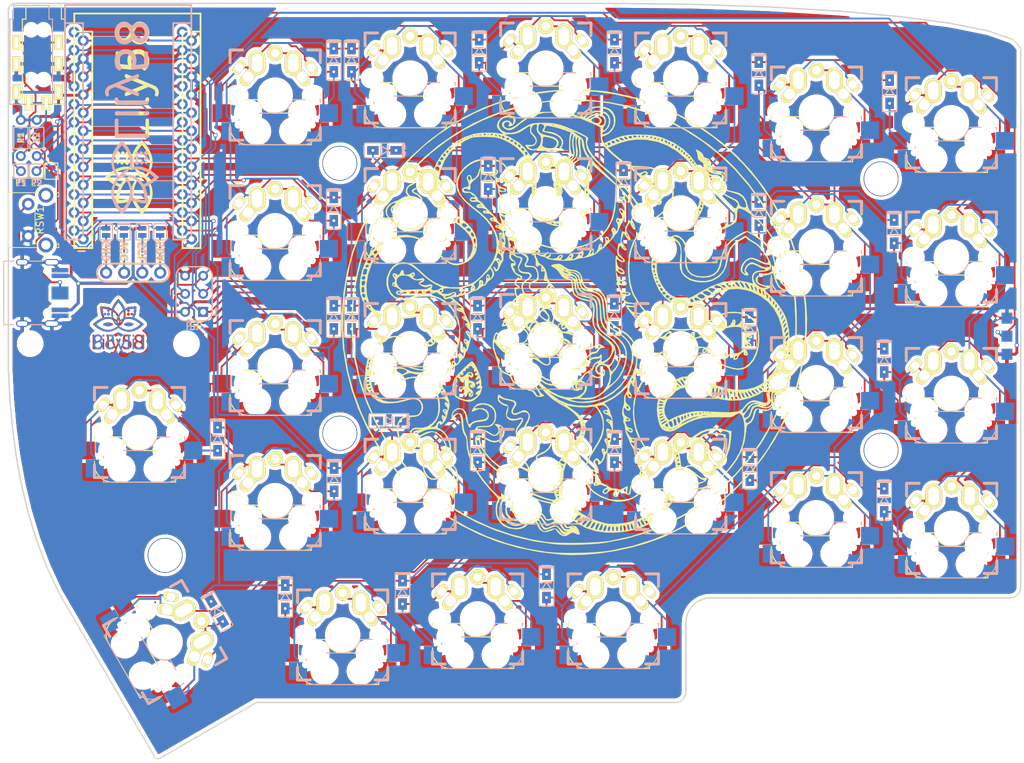
<source format=kicad_pcb>
(kicad_pcb (version 20171130) (host pcbnew "(5.1.5)-3")
  (layers (0 F.Cu signal) (31 B.Cu signal) (34 B.Paste user) (35 F.Paste user) (36 B.SilkS user) (37 F.SilkS user) (38 B.Mask user) (39 F.Mask user) (44 Edge.Cuts user))
  (net 0 "")
  (net 1 "Net-(D1-Pad2)")
  (net 2 row4)
  (net 3 "Net-(D2-Pad2)")
  (net 4 "Net-(D3-Pad2)")
  (net 5 row0)
  (net 6 "Net-(D4-Pad2)")
  (net 7 row1)
  (net 8 "Net-(D5-Pad2)")
  (net 9 row2)
  (net 10 "Net-(D6-Pad2)")
  (net 11 row3)
  (net 12 "Net-(D7-Pad2)")
  (net 13 "Net-(D8-Pad2)")
  (net 14 "Net-(D9-Pad2)")
  (net 15 "Net-(D10-Pad2)")
  (net 16 "Net-(D11-Pad2)")
  (net 17 "Net-(D12-Pad2)")
  (net 18 "Net-(D13-Pad2)")
  (net 19 "Net-(D14-Pad2)")
  (net 20 "Net-(D15-Pad2)")
  (net 21 "Net-(D16-Pad2)")
  (net 22 "Net-(D17-Pad2)")
  (net 23 "Net-(D18-Pad2)")
  (net 24 "Net-(D19-Pad2)")
  (net 25 "Net-(D20-Pad2)")
  (net 26 "Net-(D21-Pad2)")
  (net 27 "Net-(D22-Pad2)")
  (net 28 "Net-(D23-Pad2)")
  (net 29 "Net-(D24-Pad2)")
  (net 30 "Net-(D25-Pad2)")
  (net 31 "Net-(D26-Pad2)")
  (net 32 "Net-(D27-Pad2)")
  (net 33 "Net-(D28-Pad2)")
  (net 34 VCC)
  (net 35 GND)
  (net 36 col0)
  (net 37 col1)
  (net 38 col2)
  (net 39 col3)
  (net 40 col4)
  (net 41 col5)
  (net 42 SDA)
  (net 43 LED)
  (net 44 SCL)
  (net 45 RESET)
  (net 46 "Net-(D29-Pad2)")
  (net 47 "Net-(U1-Pad24)")
  (net 48 "Net-(U1-Pad20)")
  (net 49 "Net-(U1-Pad19)")
  (net 50 "Net-(U1-Pad7)")
  (net 51 DATA)
  (net 52 "Net-(J2-Pad4)")
  (net 53 "Net-(J2-Pad3)")
  (net 54 "Net-(JP1-Pad1)")
  (net 55 "Net-(JP2-Pad1)")
  (net 56 "Net-(JP3-Pad1)")
  (net 57 "Net-(JP4-Pad1)")
  (module Desktop:HVLT5 (layer F.Cu) (at 162.56 81.915)
    (fp_text reference G*** hide)
    (fp_text value LOGO hide)
  )
  (module Lily58-footprint:ICSP (layer F.Cu) (at 109.093 77.978 180)
    (fp_text reference P3 hide)
    (fp_text value ICSP hide)
    (fp_text user 1 (at -3.048 -2.54 180) (layer F.SilkS))
    (fp_text user 1 (at -3.048 -2.54 180) (layer B.SilkS) (effects (justify mirror)))
    (fp_text user ISP (at 0 -4.572 180) (layer B.SilkS) (effects (justify mirror)))
    (fp_text user ISP (at 0 -4.572 180) (layer F.SilkS))
    (pad 1 thru_hole rect (at -1.27 -2.54 180) (size 1.397 1.397) (drill 0.8128) (layers *.Cu *.Mask) (net 39 col3))
    (pad 2 thru_hole circle (at 1.27 -2.54 180) (size 1.397 1.397) (drill 0.8128) (layers *.Cu *.Mask) (net 34 VCC))
    (pad 3 thru_hole circle (at -1.27 0 180) (size 1.397 1.397) (drill 0.8128) (layers *.Cu *.Mask) (net 38 col2))
    (pad 4 thru_hole circle (at 1.27 0 180) (size 1.397 1.397) (drill 0.8128) (layers *.Cu *.Mask) (net 40 col4))
    (pad 5 thru_hole circle (at -1.27 2.54 180) (size 1.397 1.397) (drill 0.8128) (layers *.Cu *.Mask) (net 45 RESET))
    (pad 6 thru_hole circle (at 1.27 2.54 180) (size 1.397 1.397) (drill 0.8128) (layers *.Cu *.Mask) (net 35 GND))
  )
  (module "Lily58-footprint:Logo 2" (layer F.Cu) (at 100.33 53.213 90)
    (fp_text reference H4)
    (fp_text value " ")
  )
  (module "Lily58-footprint:Logo 2" (layer B.Cu) (at 100.33 53.213 90)
    (fp_text reference H3)
    (fp_text value " ")
  )
  (module "ARDUINO PRO MICRO:OLED" (layer F.Cu) (at 100.51 75 90)
    (fp_text reference P4)
    (fp_text value OLED)
    (fp_text user GND (at 3.048 3.81 90) (layer F.SilkS) (effects (font (thickness 0.25))))
    (fp_text user VCC (at 3.048 1.27 90) (layer F.SilkS) (effects (font (thickness 0.25))))
    (fp_text user SCL (at 2.921 -1.27 90) (layer F.SilkS) (effects (font (thickness 0.25))))
    (fp_text user SDA (at 3.048 -3.81 90) (layer F.SilkS) (effects (font (thickness 0.25))))
    (fp_text user SDA (at 3.048 3.81 90) (layer B.SilkS) (effects (font (thickness 0.25)) (justify mirror)))
    (fp_text user SCL (at 2.921 1.27 90) (layer B.SilkS) (effects (font (thickness 0.25)) (justify mirror)))
    (fp_text user VCC (at 3.048 -1.27 90) (layer B.SilkS) (effects (font (thickness 0.25)) (justify mirror)))
    (fp_text user GND (at 3.048 -3.81 90) (layer B.SilkS) (effects (font (thickness 0.25)) (justify mirror)))
    (pad 3 thru_hole oval (at 0 -1.27 90) (size 1.7 1.7) (drill 1) (layers *.Cu *.Mask) (net 56 "Net-(JP3-Pad1)"))
    (pad 2 thru_hole oval (at 0 1.27 90) (size 1.7 1.7) (drill 1) (layers *.Cu *.Mask) (net 55 "Net-(JP2-Pad1)"))
    (pad 1 thru_hole oval (at 0 3.81 90) (size 1.7 1.7) (drill 1) (layers *.Cu *.Mask) (net 54 "Net-(JP1-Pad1)"))
    (pad 4 thru_hole oval (at 0 -3.81 90) (size 1.7 1.7) (drill 1) (layers *.Cu *.Mask) (net 57 "Net-(JP4-Pad1)"))
  )
  (module Lily58-footprint:Logo (layer B.Cu) (at 98.425 82.55 180)
    (fp_text reference H2)
    (fp_text value " ")
    (fp_poly (pts (xy 0.248955 -1.74337) (xy 0.278216 -1.748098) (xy 0.289624 -1.752258) (xy 0.311575 -1.771141) (xy 0.322843 -1.79792) (xy 0.322246 -1.829519) (xy 0.321123 -1.834247) (xy 0.317541 -1.844099) (xy 0.308818 -1.866378) (xy 0.295362 -1.900095) (xy 0.277577 -1.944264) (xy 0.255868 -1.997897) (xy 0.230642 -2.060006) (xy 0.202304 -2.129605) (xy 0.171259 -2.205707) (xy 0.137914 -2.287323) (xy 0.102672 -2.373467) (xy 0.065941 -2.463151) (xy 0.028126 -2.555389) (xy -0.010369 -2.649193) (xy -0.049137 -2.743575) (xy -0.087772 -2.837548) (xy -0.12587 -2.930126) (xy -0.163025 -3.02032) (xy -0.198831 -3.107143) (xy -0.232883 -3.189609) (xy -0.264774 -3.26673) (xy -0.294101 -3.337519) (xy -0.320456 -3.400987) (xy -0.343435 -3.456149) (xy -0.362632 -3.502017) (xy -0.377642 -3.537603) (xy -0.388058 -3.561921) (xy -0.393476 -3.573982) (xy -0.393556 -3.574143) (xy -0.430279 -3.63507) (xy -0.476215 -3.692137) (xy -0.528408 -3.742315) (xy -0.583901 -3.782573) (xy -0.612033 -3.79807) (xy -0.685239 -3.826573) (xy -0.760318 -3.84174) (xy -0.835286 -3.843303) (xy -0.889691 -3.835508) (xy -0.931644 -3.824122) (xy -0.974036 -3.808767) (xy -1.011414 -3.791593) (xy -1.032146 -3.779319) (xy -1.048265 -3.762135) (xy -1.060005 -3.738689) (xy -1.060452 -3.737257) (xy -1.064378 -3.721239) (xy -1.064356 -3.707443) (xy -1.059476 -3.69121) (xy -1.048827 -3.667879) (xy -1.045632 -3.661356) (xy -1.024527 -3.625599) (xy -1.001844 -3.603255) (xy -0.975443 -3.593556) (xy -0.943181 -3.595732) (xy -0.902917 -3.609015) (xy -0.901481 -3.609612) (xy -0.847768 -3.627554) (xy -0.799789 -3.633298) (xy -0.755054 -3.626606) (xy -0.711074 -3.60724) (xy -0.683008 -3.588701) (xy -0.654263 -3.564197) (xy -0.627125 -3.533603) (xy -0.600547 -3.495264) (xy -0.573481 -3.447528) (xy -0.54488 -3.388739) (xy -0.518904 -3.329609) (xy -0.466753 -3.206539) (xy -0.75589 -2.520039) (xy -0.805414 -2.402222) (xy -0.850779 -2.293819) (xy -0.89182 -2.195238) (xy -0.92837 -2.106889) (xy -0.960264 -2.029179) (xy -0.987334 -1.962516) (xy -1.009415 -1.907309) (xy -1.026341 -1.863966) (xy -1.037945 -1.832895) (xy -1.044061 -1.814505) (xy -1.045028 -1.809803) (xy -1.038695 -1.783185) (xy -1.027525 -1.765705) (xy -1.018641 -1.756317) (xy -1.009216 -1.750244) (xy -0.995872 -1.746629) (xy -0.975233 -1.744619) (xy -0.943919 -1.743357) (xy -0.938625 -1.743196) (xy -0.894339 -1.743534) (xy -0.861559 -1.748263) (xy -0.837681 -1.758361) (xy -0.820105 -1.774806) (xy -0.809596 -1.791693) (xy -0.804667 -1.802697) (xy -0.794857 -1.825894) (xy -0.780685 -1.860006) (xy -0.762666 -1.903751) (xy -0.74132 -1.955851) (xy -0.717162 -2.015025) (xy -0.69071 -2.079994) (xy -0.662482 -2.149478) (xy -0.632994 -2.222197) (xy -0.602765 -2.296871) (xy -0.57231 -2.372221) (xy -0.542147 -2.446967) (xy -0.512794 -2.519828) (xy -0.484768 -2.589526) (xy -0.458586 -2.654781) (xy -0.434765 -2.714312) (xy -0.413823 -2.76684) (xy -0.396277 -2.811085) (xy -0.382644 -2.845768) (xy -0.373441 -2.869608) (xy -0.369185 -2.881326) (xy -0.369141 -2.881472) (xy -0.362725 -2.899275) (xy -0.357014 -2.909303) (xy -0.3556 -2.910115) (xy -0.350651 -2.903867) (xy -0.344225 -2.88822) (xy -0.342019 -2.881339) (xy -0.337854 -2.869641) (xy -0.328819 -2.84581) (xy -0.315422 -2.811128) (xy -0.298173 -2.766877) (xy -0.277582 -2.714337) (xy -0.254157 -2.654791) (xy -0.228408 -2.589519) (xy -0.200845 -2.519805) (xy -0.171976 -2.446928) (xy -0.142311 -2.37217) (xy -0.11236 -2.296814) (xy -0.082631 -2.222141) (xy -0.053635 -2.149431) (xy -0.02588 -2.079967) (xy 0.000123 -2.01503) (xy 0.023867 -1.955902) (xy 0.044841 -1.903864) (xy 0.062536 -1.860198) (xy 0.076443 -1.826185) (xy 0.086052 -1.803107) (xy 0.090854 -1.792246) (xy 0.090865 -1.792223) (xy 0.107401 -1.768947) (xy 0.130164 -1.753472) (xy 0.161591 -1.744759) (xy 0.204116 -1.741766) (xy 0.209003 -1.741742) (xy 0.248955 -1.74337)) (layer B.Cu) (width 0.01))
    (fp_poly (pts (xy -1.422438 -1.162965) (xy -1.38598 -1.170438) (xy -1.360688 -1.185037) (xy -1.351386 -1.195939) (xy -1.34949 -1.199587) (xy -1.347787 -1.20496) (xy -1.346262 -1.212842) (xy -1.344901 -1.224018) (xy -1.343688 -1.239271) (xy -1.34261 -1.259385) (xy -1.341652 -1.285144) (xy -1.340799 -1.317333) (xy -1.340038 -1.356734) (xy -1.339353 -1.404131) (xy -1.338731 -1.46031) (xy -1.338156 -1.526052) (xy -1.337615 -1.602144) (xy -1.337093 -1.689367) (xy -1.336575 -1.788507) (xy -1.336047 -1.900347) (xy -1.335495 -2.02567) (xy -1.335314 -2.067963) (xy -1.331685 -2.921) (xy -1.313543 -2.957275) (xy -1.289234 -2.993028) (xy -1.257472 -3.016653) (xy -1.216691 -3.029291) (xy -1.214045 -3.029707) (xy -1.175334 -3.038829) (xy -1.148963 -3.053127) (xy -1.133527 -3.073197) (xy -1.127788 -3.095302) (xy -1.125239 -3.125515) (xy -1.125802 -3.158155) (xy -1.129396 -3.187543) (xy -1.1354 -3.206996) (xy -1.154536 -3.228425) (xy -1.185302 -3.241734) (xy -1.22721 -3.246793) (xy -1.273628 -3.244233) (xy -1.344484 -3.22963) (xy -1.406436 -3.203704) (xy -1.459071 -3.166818) (xy -1.501977 -3.119333) (xy -1.534742 -3.061613) (xy -1.556601 -2.995525) (xy -1.558246 -2.986898) (xy -1.559719 -2.975207) (xy -1.561029 -2.959679) (xy -1.562186 -2.939543) (xy -1.563199 -2.914026) (xy -1.564076 -2.882357) (xy -1.564828 -2.843764) (xy -1.565463 -2.797475) (xy -1.565991 -2.742719) (xy -1.56642 -2.678722) (xy -1.566759 -2.604714) (xy -1.567019 -2.519922) (xy -1.567207 -2.423574) (xy -1.567334 -2.3149) (xy -1.567408 -2.193126) (xy -1.567435 -2.0811) (xy -1.567543 -1.212172) (xy -1.546527 -1.188651) (xy -1.534562 -1.176463) (xy -1.522776 -1.16914) (xy -1.506775 -1.165155) (xy -1.482164 -1.162979) (xy -1.470932 -1.162374) (xy -1.422438 -1.162965)) (layer B.Cu) (width 0.01))
    (fp_poly (pts (xy 1.300995 -1.172034) (xy 1.384164 -1.17211) (xy 1.454924 -1.172349) (xy 1.514327 -1.172843) (xy 1.563425 -1.173681) (xy 1.603271 -1.174957) (xy 1.634916 -1.176762) (xy 1.659415 -1.179186) (xy 1.677818 -1.182321) (xy 1.691179 -1.18626) (xy 1.700549 -1.191092) (xy 1.706981 -1.19691) (xy 1.711528 -1.203806) (xy 1.715242 -1.211869) (xy 1.717207 -1.216589) (xy 1.722865 -1.239214) (xy 1.72612 -1.270807) (xy 1.726896 -1.306008) (xy 1.725117 -1.33946) (xy 1.720705 -1.365804) (xy 1.7194 -1.370038) (xy 1.707544 -1.390545) (xy 1.692186 -1.405593) (xy 1.686985 -1.408578) (xy 1.680091 -1.411093) (xy 1.670265 -1.413186) (xy 1.656265 -1.414907) (xy 1.63685 -1.416306) (xy 1.610779 -1.41743) (xy 1.576813 -1.418331) (xy 1.533709 -1.419056) (xy 1.480227 -1.419655) (xy 1.415126 -1.420178) (xy 1.337165 -1.420673) (xy 1.3081 -1.420841) (xy 1.236886 -1.421365) (xy 1.170268 -1.422088) (xy 1.109617 -1.422977) (xy 1.056303 -1.424003) (xy 1.011697 -1.425133) (xy 0.977169 -1.426337) (xy 0.95409 -1.427583) (xy 0.943831 -1.428841) (xy 0.943429 -1.429137) (xy 0.942639 -1.437549) (xy 0.940392 -1.45872) (xy 0.936872 -1.490989) (xy 0.932261 -1.532694) (xy 0.926745 -1.582174) (xy 0.920506 -1.637766) (xy 0.914084 -1.69466) (xy 0.907415 -1.754333) (xy 0.901433 -1.80932) (xy 0.896302 -1.857986) (xy 0.892188 -1.898701) (xy 0.889255 -1.92983) (xy 0.88767 -1.949742) (xy 0.887568 -1.956788) (xy 0.895157 -1.955634) (xy 0.911952 -1.949758) (xy 0.929613 -1.94245) (xy 1.004434 -1.917014) (xy 1.086668 -1.902242) (xy 1.173929 -1.898095) (xy 1.263825 -1.904534) (xy 1.35397 -1.92152) (xy 1.441974 -1.949014) (xy 1.446975 -1.950935) (xy 1.518086 -1.982949) (xy 1.581342 -2.021528) (xy 1.641237 -2.069636) (xy 1.673431 -2.100284) (xy 1.728936 -2.161604) (xy 1.772585 -2.223547) (xy 1.806722 -2.289734) (xy 1.823006 -2.331262) (xy 1.850309 -2.429008) (xy 1.863101 -2.526887) (xy 1.861381 -2.624844) (xy 1.845147 -2.722823) (xy 1.82794 -2.783115) (xy 1.790891 -2.872628) (xy 1.741971 -2.954468) (xy 1.682047 -3.027919) (xy 1.611986 -3.092265) (xy 1.532654 -3.14679) (xy 1.44492 -3.190778) (xy 1.349649 -3.223513) (xy 1.274492 -3.240125) (xy 1.224769 -3.246216) (xy 1.166737 -3.249459) (xy 1.106334 -3.249788) (xy 1.049498 -3.247132) (xy 1.012987 -3.243169) (xy 0.920321 -3.223204) (xy 0.82865 -3.191173) (xy 0.741008 -3.148552) (xy 0.660429 -3.096818) (xy 0.589947 -3.037449) (xy 0.589643 -3.037152) (xy 0.567448 -3.014884) (xy 0.553935 -2.998875) (xy 0.546993 -2.985677) (xy 0.544513 -2.971845) (xy 0.544286 -2.963045) (xy 0.545624 -2.947052) (xy 0.550728 -2.931219) (xy 0.56123 -2.91223) (xy 0.578766 -2.88677) (xy 0.588183 -2.873939) (xy 0.617198 -2.837361) (xy 0.642422 -2.812964) (xy 0.666207 -2.800514) (xy 0.690906 -2.79978) (xy 0.718873 -2.810526) (xy 0.752458 -2.832521) (xy 0.780989 -2.854825) (xy 0.832439 -2.891461) (xy 0.890884 -2.924521) (xy 0.950687 -2.951087) (xy 0.994229 -2.965309) (xy 1.036743 -2.973129) (xy 1.087743 -2.977252) (xy 1.141917 -2.97768) (xy 1.193957 -2.974414) (xy 1.238552 -2.967456) (xy 1.24761 -2.965223) (xy 1.325509 -2.937504) (xy 1.393958 -2.899349) (xy 1.452337 -2.851432) (xy 1.500026 -2.794425) (xy 1.536406 -2.729002) (xy 1.560857 -2.655837) (xy 1.568407 -2.616616) (xy 1.571825 -2.545843) (xy 1.56183 -2.475575) (xy 1.539448 -2.407804) (xy 1.505707 -2.344524) (xy 1.46163 -2.287725) (xy 1.408245 -2.2394) (xy 1.357534 -2.207118) (xy 1.309307 -2.183988) (xy 1.26342 -2.167853) (xy 1.215037 -2.157494) (xy 1.159318 -2.15169) (xy 1.132115 -2.150299) (xy 1.069713 -2.149651) (xy 1.016059 -2.153743) (xy 0.965884 -2.16355) (xy 0.913917 -2.180048) (xy 0.865378 -2.199637) (xy 0.828479 -2.214745) (xy 0.800006 -2.224116) (xy 0.775614 -2.228916) (xy 0.751115 -2.23031) (xy 0.704535 -2.225493) (xy 0.664704 -2.211508) (xy 0.633458 -2.189583) (xy 0.612633 -2.160947) (xy 0.604496 -2.132238) (xy 0.60446 -2.117791) (xy 0.605924 -2.090838) (xy 0.608723 -2.052925) (xy 0.612695 -2.005598) (xy 0.617677 -1.950406) (xy 0.623505 -1.888893) (xy 0.630016 -1.822608) (xy 0.637046 -1.753097) (xy 0.644433 -1.681907) (xy 0.652013 -1.610584) (xy 0.659623 -1.540677) (xy 0.667099 -1.47373) (xy 0.674278 -1.411292) (xy 0.680998 -1.354909) (xy 0.687094 -1.306127) (xy 0.692403 -1.266494) (xy 0.696763 -1.237557) (xy 0.700009 -1.220862) (xy 0.701018 -1.217839) (xy 0.715174 -1.19865) (xy 0.730986 -1.184797) (xy 0.735763 -1.182187) (xy 0.742249 -1.179957) (xy 0.751544 -1.178077) (xy 0.76475 -1.176519) (xy 0.782964 -1.175251) (xy 0.807287 -1.174245) (xy 0.838818 -1.17347) (xy 0.878658 -1.172898) (xy 0.927907 -1.172498) (xy 0.987663 -1.172241) (xy 1.059027 -1.172098) (xy 1.143098 -1.172037) (xy 1.204364 -1.172029) (xy 1.300995 -1.172034)) (layer B.Cu) (width 0.01))
    (fp_poly (pts (xy 2.929251 -1.141304) (xy 2.993591 -1.146052) (xy 3.052515 -1.15364) (xy 3.098884 -1.163169) (xy 3.192044 -1.193582) (xy 3.274312 -1.233389) (xy 3.346042 -1.282806) (xy 3.407589 -1.342052) (xy 3.426156 -1.364343) (xy 3.470955 -1.432554) (xy 3.502997 -1.50644) (xy 3.522409 -1.584986) (xy 3.529316 -1.667178) (xy 3.523843 -1.752003) (xy 3.506116 -1.838445) (xy 3.47626 -1.925492) (xy 3.434401 -2.012128) (xy 3.380664 -2.09734) (xy 3.326948 -2.166474) (xy 3.288627 -2.211647) (xy 3.340396 -2.247009) (xy 3.40958 -2.30132) (xy 3.468212 -2.36208) (xy 3.515135 -2.427825) (xy 3.549189 -2.497091) (xy 3.557842 -2.521857) (xy 3.567692 -2.566305) (xy 3.573192 -2.619449) (xy 3.574278 -2.676118) (xy 3.570887 -2.731141) (xy 3.562956 -2.779348) (xy 3.561085 -2.786743) (xy 3.530519 -2.872814) (xy 3.487386 -2.952047) (xy 3.432256 -3.023769) (xy 3.365704 -3.087304) (xy 3.288301 -3.141978) (xy 3.234678 -3.171344) (xy 3.170316 -3.200217) (xy 3.108343 -3.221352) (xy 3.044574 -3.235713) (xy 2.974824 -3.244265) (xy 2.902857 -3.247805) (xy 2.859794 -3.248283) (xy 2.818044 -3.247825) (xy 2.781514 -3.246536) (xy 2.754111 -3.244522) (xy 2.746975 -3.2436) (xy 2.652879 -3.223132) (xy 2.561807 -3.192273) (xy 2.47696 -3.152342) (xy 2.40154 -3.10466) (xy 2.391229 -3.096915) (xy 2.325087 -3.03713) (xy 2.268214 -2.96737) (xy 2.222175 -2.889946) (xy 2.188538 -2.807173) (xy 2.183374 -2.789961) (xy 2.175542 -2.758293) (xy 2.170543 -2.726915) (xy 2.167847 -2.691039) (xy 2.166922 -2.645879) (xy 2.166908 -2.6416) (xy 2.168078 -2.610809) (xy 2.453027 -2.610809) (xy 2.456105 -2.665536) (xy 2.464803 -2.714174) (xy 2.467322 -2.723002) (xy 2.494276 -2.786304) (xy 2.533568 -2.844112) (xy 2.583597 -2.894977) (xy 2.642763 -2.937452) (xy 2.709463 -2.970086) (xy 2.757715 -2.985762) (xy 2.794013 -2.992206) (xy 2.839327 -2.995751) (xy 2.88845 -2.996396) (xy 2.936177 -2.99414) (xy 2.9773 -2.988981) (xy 2.991896 -2.985809) (xy 3.059484 -2.962556) (xy 3.119368 -2.930629) (xy 3.170954 -2.891388) (xy 3.213646 -2.846197) (xy 3.24685 -2.796415) (xy 3.26997 -2.743407) (xy 3.282412 -2.688532) (xy 3.28358 -2.633154) (xy 3.272881 -2.578635) (xy 3.249718 -2.526335) (xy 3.21376 -2.477903) (xy 3.192533 -2.456421) (xy 3.169132 -2.436192) (xy 3.14208 -2.416383) (xy 3.109896 -2.396162) (xy 3.071101 -2.374695) (xy 3.024216 -2.351149) (xy 2.967762 -2.324694) (xy 2.900259 -2.294494) (xy 2.845502 -2.270622) (xy 2.697432 -2.206569) (xy 2.662703 -2.232062) (xy 2.611751 -2.275314) (xy 2.564389 -2.326613) (xy 2.522953 -2.382722) (xy 2.489777 -2.440406) (xy 2.467196 -2.496427) (xy 2.464098 -2.50737) (xy 2.455662 -2.556064) (xy 2.453027 -2.610809) (xy 2.168078 -2.610809) (xy 2.169539 -2.572399) (xy 2.178587 -2.511227) (xy 2.195291 -2.452555) (xy 2.220887 -2.390855) (xy 2.224899 -2.382392) (xy 2.256135 -2.326952) (xy 2.296787 -2.269269) (xy 2.34371 -2.212997) (xy 2.393758 -2.161793) (xy 2.443787 -2.119312) (xy 2.462906 -2.105703) (xy 2.491041 -2.08691) (xy 2.466535 -2.069035) (xy 2.451589 -2.056701) (xy 2.429648 -2.03681) (xy 2.403808 -2.012237) (xy 2.38025 -1.988966) (xy 2.329332 -1.931348) (xy 2.291663 -1.873317) (xy 2.266154 -1.812219) (xy 2.251713 -1.745402) (xy 2.247617 -1.6764) (xy 2.529354 -1.6764) (xy 2.529967 -1.710789) (xy 2.532148 -1.735549) (xy 2.536831 -1.755553) (xy 2.544954 -1.775673) (xy 2.5507 -1.787502) (xy 2.575694 -1.826157) (xy 2.611715 -1.866305) (xy 2.655893 -1.905243) (xy 2.70536 -1.940265) (xy 2.72528 -1.952172) (xy 2.749272 -1.964916) (xy 2.781351 -1.980726) (xy 2.819309 -1.998637) (xy 2.860939 -2.017685) (xy 2.904035 -2.036904) (xy 2.946389 -2.05533) (xy 2.985796 -2.071998) (xy 3.020049 -2.085944) (xy 3.04694 -2.096201) (xy 3.064263 -2.101807) (xy 3.06919 -2.102529) (xy 3.07802 -2.096364) (xy 3.092789 -2.081254) (xy 3.110877 -2.059976) (xy 3.118622 -2.050143) (xy 3.15795 -1.992348) (xy 3.192016 -1.928994) (xy 3.219532 -1.863388) (xy 3.239207 -1.798834) (xy 3.249753 -1.738638) (xy 3.2512 -1.710354) (xy 3.244713 -1.641795) (xy 3.225777 -1.57988) (xy 3.19518 -1.5253) (xy 3.153709 -1.478742) (xy 3.102152 -1.440897) (xy 3.041296 -1.412454) (xy 2.971929 -1.394103) (xy 2.894838 -1.386532) (xy 2.881086 -1.386367) (xy 2.804157 -1.391991) (xy 2.7343 -1.408508) (xy 2.672511 -1.43538) (xy 2.619783 -1.47207) (xy 2.57711 -1.51804) (xy 2.548564 -1.565961) (xy 2.539026 -1.588277) (xy 2.533217 -1.608637) (xy 2.530281 -1.631966) (xy 2.52936 -1.663191) (xy 2.529354 -1.6764) (xy 2.247617 -1.6764) (xy 2.247249 -1.670212) (xy 2.247274 -1.665515) (xy 2.254747 -1.579725) (xy 2.275241 -1.499453) (xy 2.308089 -1.425386) (xy 2.352625 -1.358214) (xy 2.408183 -1.298626) (xy 2.474094 -1.247311) (xy 2.549692 -1.204959) (xy 2.634311 -1.172258) (xy 2.727284 -1.149898) (xy 2.749588 -1.146318) (xy 2.802664 -1.141216) (xy 2.86408 -1.139619) (xy 2.929251 -1.141304)) (layer B.Cu) (width 0.01))
    (fp_poly (pts (xy -3.493894 -1.162254) (xy -3.462656 -1.164125) (xy -3.441948 -1.167249) (xy -3.42779 -1.172639) (xy -3.416199 -1.181314) (xy -3.415055 -1.182376) (xy -3.399942 -1.202035) (xy -3.389319 -1.225202) (xy -3.389115 -1.225918) (xy -3.387953 -1.237468) (xy -3.386883 -1.263198) (xy -3.38591 -1.302776) (xy -3.385034 -1.355868) (xy -3.38426 -1.422141) (xy -3.383589 -1.501263) (xy -3.383024 -1.592899) (xy -3.382568 -1.696716) (xy -3.382224 -1.812382) (xy -3.381994 -1.939563) (xy -3.381881 -2.077925) (xy -3.381869 -2.135252) (xy -3.381828 -3.018647) (xy -2.93565 -3.020624) (xy -2.489472 -3.0226) (xy -2.46575 -3.046324) (xy -2.45343 -3.059618) (xy -2.44633 -3.071774) (xy -2.44302 -3.087426) (xy -2.442069 -3.111211) (xy -2.442028 -3.123198) (xy -2.444158 -3.162943) (xy -2.451316 -3.191395) (xy -2.46466 -3.211251) (xy -2.485347 -3.225206) (xy -2.485904 -3.225472) (xy -2.49805 -3.227798) (xy -2.523219 -3.229882) (xy -2.559984 -3.231723) (xy -2.60692 -3.233322) (xy -2.6626 -3.234678) (xy -2.725599 -3.235792) (xy -2.79449 -3.236664) (xy -2.867847 -3.237294) (xy -2.944245 -3.237683) (xy -3.022257 -3.23783) (xy -3.100457 -3.237736) (xy -3.177419 -3.237401) (xy -3.251717 -3.236826) (xy -3.321925 -3.236009) (xy -3.386616 -3.234953) (xy -3.444366 -3.233656) (xy -3.493747 -3.232119) (xy -3.533334 -3.230342) (xy -3.5617 -3.228326) (xy -3.57742 -3.22607) (xy -3.579494 -3.225326) (xy -3.585363 -3.22242) (xy -3.590657 -3.21991) (xy -3.595406 -3.217073) (xy -3.59964 -3.213184) (xy -3.603387 -3.20752) (xy -3.606678 -3.199356) (xy -3.609542 -3.187969) (xy -3.612009 -3.172635) (xy -3.614107 -3.15263) (xy -3.615867 -3.12723) (xy -3.617318 -3.09571) (xy -3.618489 -3.057348) (xy -3.619411 -3.01142) (xy -3.620111 -2.9572) (xy -3.620621 -2.893966) (xy -3.620969 -2.820994) (xy -3.621185 -2.737559) (xy -3.621299 -2.642938) (xy -3.621339 -2.536406) (xy -3.621336 -2.417241) (xy -3.621319 -2.284717) (xy -3.621314 -2.198915) (xy -3.621328 -2.057983) (xy -3.621349 -1.930843) (xy -3.621345 -1.816771) (xy -3.621285 -1.715043) (xy -3.621138 -1.624937) (xy -3.620871 -1.54573) (xy -3.620455 -1.476697) (xy -3.619856 -1.417116) (xy -3.619045 -1.366264) (xy -3.617988 -1.323417) (xy -3.616656 -1.287853) (xy -3.615016 -1.258848) (xy -3.613037 -1.235679) (xy -3.610688 -1.217623) (xy -3.607937 -1.203956) (xy -3.604752 -1.193956) (xy -3.601103 -1.186898) (xy -3.596958 -1.182061) (xy -3.592285 -1.178721) (xy -3.587053 -1.176154) (xy -3.58123 -1.173638) (xy -3.576648 -1.171448) (xy -3.558925 -1.165031) (xy -3.53516 -1.16201) (xy -3.501579 -1.161965) (xy -3.493894 -1.162254)) (layer B.Cu) (width 0.01))
    (fp_poly (pts (xy -2.099347 -1.742825) (xy -2.069088 -1.744379) (xy -2.049378 -1.746851) (xy -2.036255 -1.751501) (xy -2.025758 -1.759588) (xy -2.01689 -1.769043) (xy -1.995714 -1.792743) (xy -1.995714 -3.185657) (xy -2.01689 -3.209357) (xy -2.028101 -3.221028) (xy -2.038776 -3.228197) (xy -2.052912 -3.232118) (xy -2.074506 -3.234044) (xy -2.098533 -3.234949) (xy -2.141248 -3.234519) (xy -2.171617 -3.23002) (xy -2.182857 -3.226114) (xy -2.19027 -3.222918) (xy -2.196824 -3.219822) (xy -2.202571 -3.215963) (xy -2.207565 -3.210477) (xy -2.211858 -3.2025) (xy -2.215503 -3.191169) (xy -2.218553 -3.175619) (xy -2.22106 -3.154987) (xy -2.223079 -3.128409) (xy -2.224661 -3.095021) (xy -2.225859 -3.05396) (xy -2.226726 -3.004362) (xy -2.227316 -2.945362) (xy -2.22768 -2.876098) (xy -2.227872 -2.795706) (xy -2.227945 -2.703321) (xy -2.227951 -2.59808) (xy -2.227943 -2.4892) (xy -2.227951 -2.371608) (xy -2.22794 -2.267661) (xy -2.227858 -2.176493) (xy -2.227655 -2.097233) (xy -2.227277 -2.029015) (xy -2.226673 -1.970969) (xy -2.225791 -1.922228) (xy -2.22458 -1.881923) (xy -2.222987 -1.849186) (xy -2.220961 -1.823149) (xy -2.21845 -1.802943) (xy -2.215402 -1.787699) (xy -2.211765 -1.776551) (xy -2.207488 -1.768629) (xy -2.202519 -1.763065) (xy -2.196805 -1.758991) (xy -2.190295 -1.755538) (xy -2.183971 -1.752379) (xy -2.166714 -1.745901) (xy -2.144306 -1.742714) (xy -2.112823 -1.742372) (xy -2.099347 -1.742825)) (layer B.Cu) (width 0.01))
    (fp_poly (pts (xy -2.090489 -1.162223) (xy -2.060579 -1.163924) (xy -2.041134 -1.16659) (xy -2.028107 -1.171538) (xy -2.017453 -1.180084) (xy -2.009558 -1.188556) (xy -2.000823 -1.198791) (xy -1.994908 -1.208369) (xy -1.991264 -1.220278) (xy -1.989341 -1.237506) (xy -1.988588 -1.263043) (xy -1.988457 -1.299877) (xy -1.988457 -1.303249) (xy -1.989034 -1.33932) (xy -1.990606 -1.371025) (xy -1.992937 -1.395033) (xy -1.99579 -1.408012) (xy -1.995929 -1.408288) (xy -2.010359 -1.425057) (xy -2.033673 -1.436242) (xy -2.067609 -1.442389) (xy -2.109654 -1.444065) (xy -2.142504 -1.442961) (xy -2.170466 -1.440088) (xy -2.189209 -1.435928) (xy -2.191657 -1.434892) (xy -2.210017 -1.421795) (xy -2.222739 -1.402495) (xy -2.230447 -1.374928) (xy -2.233759 -1.337027) (xy -2.233591 -1.2954) (xy -2.23049 -1.247041) (xy -2.223294 -1.211333) (xy -2.210195 -1.186597) (xy -2.189389 -1.171153) (xy -2.15907 -1.16332) (xy -2.117432 -1.161417) (xy -2.090489 -1.162223)) (layer B.Cu) (width 0.01))
    (fp_poly (pts (xy 0.078092 3.748263) (xy 0.237453 3.575434) (xy 0.386427 3.392484) (xy 0.524948 3.19949) (xy 0.548489 3.164114) (xy 0.656724 2.98901) (xy 0.750642 2.814569) (xy 0.83023 2.640857) (xy 0.895475 2.467939) (xy 0.946363 2.29588) (xy 0.98288 2.124745) (xy 1.005013 1.9546) (xy 1.012748 1.785509) (xy 1.006072 1.617539) (xy 0.98497 1.450753) (xy 0.949431 1.285218) (xy 0.943993 1.264693) (xy 0.935685 1.233985) (xy 0.864316 1.211813) (xy 0.825821 1.199395) (xy 0.784696 1.185396) (xy 0.747902 1.172208) (xy 0.736557 1.167926) (xy 0.710323 1.158407) (xy 0.689601 1.151981) (xy 0.677785 1.149658) (xy 0.676399 1.149982) (xy 0.676674 1.158133) (xy 0.680561 1.176823) (xy 0.687318 1.20275) (xy 0.691518 1.217319) (xy 0.729788 1.368959) (xy 0.754242 1.520192) (xy 0.764833 1.671442) (xy 0.761512 1.823133) (xy 0.74423 1.975688) (xy 0.71294 2.12953) (xy 0.667593 2.285083) (xy 0.608141 2.44277) (xy 0.534535 2.603016) (xy 0.532958 2.60617) (xy 0.493733 2.682587) (xy 0.456381 2.750847) (xy 0.417788 2.816314) (xy 0.37484 2.884351) (xy 0.345938 2.928257) (xy 0.276796 3.027892) (xy 0.201006 3.129752) (xy 0.122143 3.229243) (xy 0.043777 3.321775) (xy 0.012809 3.356428) (xy -0.020192 3.392714) (xy -0.036297 3.3782) (xy -0.050449 3.363876) (xy -0.071852 3.340211) (xy -0.098778 3.309267) (xy -0.129496 3.273104) (xy -0.162278 3.233784) (xy -0.195392 3.193368) (xy -0.22711 3.153916) (xy -0.255702 3.117491) (xy -0.262522 3.108624) (xy -0.331453 3.014616) (xy -0.400239 2.913451) (xy -0.465221 2.810703) (xy -0.521506 2.714171) (xy -0.543533 2.673297) (xy -0.566606 2.62835) (xy -0.589898 2.58117) (xy -0.61258 2.533596) (xy -0.633826 2.487467) (xy -0.652808 2.444622) (xy -0.668697 2.406902) (xy -0.680667 2.376144) (xy -0.68789 2.354189) (xy -0.689537 2.342875) (xy -0.689006 2.341943) (xy -0.682045 2.337037) (xy -0.665794 2.325755) (xy -0.642919 2.309945) (xy -0.624114 2.296981) (xy -0.492716 2.197747) (xy -0.370449 2.087318) (xy -0.257293 1.965665) (xy -0.153229 1.832762) (xy -0.058238 1.688581) (xy 0.027699 1.533096) (xy 0.104601 1.366278) (xy 0.172488 1.188101) (xy 0.188841 1.139371) (xy 0.2029 1.095706) (xy 0.216013 1.053852) (xy 0.227224 1.016944) (xy 0.235578 0.988118) (xy 0.239609 0.972785) (xy 0.244495 0.949793) (xy 0.245199 0.936682) (xy 0.241427 0.929348) (xy 0.236232 0.925613) (xy 0.225568 0.918954) (xy 0.205448 0.906154) (xy 0.178601 0.888959) (xy 0.147758 0.869113) (xy 0.142623 0.8658) (xy 0.112477 0.8469) (xy 0.086769 0.831824) (xy 0.067864 0.821883) (xy 0.058127 0.818386) (xy 0.057434 0.818629) (xy 0.053771 0.82752) (xy 0.047625 0.846943) (xy 0.040087 0.873359) (xy 0.036852 0.885371) (xy -0.010296 1.043231) (xy -0.066363 1.19516) (xy -0.130692 1.339967) (xy -0.202624 1.476463) (xy -0.2815 1.603456) (xy -0.366663 1.719757) (xy -0.457452 1.824176) (xy -0.513158 1.87951) (xy -0.632074 1.98128) (xy -0.761849 2.073745) (xy -0.902527 2.156921) (xy -1.054154 2.230826) (xy -1.216775 2.295474) (xy -1.390436 2.350883) (xy -1.57518 2.39707) (xy -1.771055 2.434049) (xy -1.978104 2.461839) (xy -2.165406 2.478418) (xy -2.229869 2.482856) (xy -2.224829 2.400757) (xy -2.205247 2.180459) (xy -2.174058 1.968746) (xy -2.131221 1.765436) (xy -2.076693 1.570344) (xy -2.010433 1.383287) (xy -1.975468 1.298651) (xy -1.961176 1.265617) (xy -1.864145 1.281947) (xy -1.699162 1.302736) (xy -1.533849 1.30957) (xy -1.367979 1.302401) (xy -1.201324 1.28118) (xy -1.033654 1.245857) (xy -0.864743 1.196384) (xy -0.694361 1.132712) (xy -0.52228 1.054792) (xy -0.348273 0.962575) (xy -0.332609 0.953629) (xy -0.290312 0.928795) (xy -0.245647 0.901635) (xy -0.200663 0.873489) (xy -0.15741 0.845697) (xy -0.117937 0.819599) (xy -0.084293 0.796534) (xy -0.058527 0.777843) (xy -0.042687 0.764863) (xy -0.040505 0.762653) (xy -0.034204 0.754723) (xy -0.032838 0.747322) (xy -0.037659 0.737341) (xy -0.049918 0.721673) (xy -0.06331 0.705987) (xy -0.086219 0.67794) (xy -0.109796 0.646818) (xy -0.126618 0.622786) (xy -0.15381 0.581543) (xy -0.220993 0.628059) (xy -0.358992 0.717374) (xy -0.502026 0.79805) (xy -0.648322 0.869374) (xy -0.796109 0.930631) (xy -0.943613 0.981105) (xy -1.089064 1.020083) (xy -1.23069 1.04685) (xy -1.273628 1.052567) (xy -1.329853 1.057413) (xy -1.395797 1.060096) (xy -1.466835 1.06066) (xy -1.538338 1.059146) (xy -1.605683 1.055597) (xy -1.664241 1.050056) (xy -1.673221 1.048888) (xy -1.828826 1.020701) (xy -1.986462 0.978541) (xy -2.14551 0.922702) (xy -2.305349 0.85348) (xy -2.46536 0.771172) (xy -2.624924 0.676073) (xy -2.78342 0.568478) (xy -2.940229 0.448685) (xy -2.954243 0.437311) (xy -2.989713 0.408064) (xy -3.025558 0.377957) (xy -3.058295 0.349949) (xy -3.084443 0.327002) (xy -3.091543 0.320577) (xy -3.138714 0.277352) (xy -3.120571 0.257535) (xy -3.093013 0.229962) (xy -3.055232 0.195885) (xy -3.009125 0.156786) (xy -2.956587 0.114146) (xy -2.899516 0.069448) (xy -2.839808 0.024173) (xy -2.779359 -0.020196) (xy -2.720067 -0.062179) (xy -2.663827 -0.100293) (xy -2.656114 -0.105361) (xy -2.505598 -0.198671) (xy -2.35881 -0.27899) (xy -2.214321 -0.346897) (xy -2.070706 -0.40297) (xy -1.926536 -0.447787) (xy -1.780385 -0.481926) (xy -1.685872 -0.498329) (xy -1.631307 -0.504546) (xy -1.566449 -0.508662) (xy -1.495366 -0.510683) (xy -1.422125 -0.510612) (xy -1.350793 -0.508454) (xy -1.28544 -0.504211) (xy -1.230131 -0.497888) (xy -1.230085 -0.497881) (xy -1.074248 -0.467633) (xy -0.916109 -0.423613) (xy -0.756602 -0.366201) (xy -0.596661 -0.295775) (xy -0.43722 -0.212711) (xy -0.279213 -0.11739) (xy -0.261505 -0.105874) (xy -0.201811 -0.06412) (xy -0.154119 -0.024568) (xy -0.11649 0.014613) (xy -0.086982 0.055252) (xy -0.082232 0.06312) (xy -0.057692 0.114616) (xy -0.038673 0.17393) (xy -0.027063 0.234824) (xy -0.025473 0.250371) (xy -0.020011 0.305733) (xy -0.013157 0.350465) (xy -0.004008 0.388443) (xy 0.008337 0.423545) (xy 0.021802 0.453571) (xy 0.0395 0.486217) (xy 0.060499 0.51928) (xy 0.08069 0.546366) (xy 0.083588 0.549737) (xy 0.100765 0.566672) (xy 0.124906 0.587141) (xy 0.153748 0.609587) (xy 0.185025 0.632447) (xy 0.216474 0.654163) (xy 0.245829 0.673174) (xy 0.270826 0.68792) (xy 0.289201 0.696842) (xy 0.298689 0.698378) (xy 0.298995 0.698136) (xy 0.303347 0.686558) (xy 0.306633 0.66367) (xy 0.308794 0.632641) (xy 0.309774 0.596638) (xy 0.309515 0.558831) (xy 0.307959 0.522388) (xy 0.305051 0.490478) (xy 0.303004 0.476836) (xy 0.292858 0.420273) (xy 0.309234 0.440551) (xy 0.323794 0.460468) (xy 0.343881 0.490605) (xy 0.36799 0.528483) (xy 0.394614 0.571626) (xy 0.422243 0.617559) (xy 0.449372 0.663805) (xy 0.474494 0.707886) (xy 0.4961 0.747328) (xy 0.497115 0.749235) (xy 0.547915 0.844868) (xy 0.619087 0.87664) (xy 0.651372 0.890667) (xy 0.687309 0.905655) (xy 0.724408 0.920641) (xy 0.760177 0.93466) (xy 0.792124 0.94675) (xy 0.817759 0.955947) (xy 0.834589 0.961288) (xy 0.840096 0.962095) (xy 0.838993 0.953818) (xy 0.83191 0.934555) (xy 0.819731 0.906106) (xy 0.803342 0.870272) (xy 0.783628 0.828854) (xy 0.761473 0.783653) (xy 0.737764 0.73647) (xy 0.713384 0.689106) (xy 0.68922 0.643362) (xy 0.666156 0.601039) (xy 0.645078 0.563938) (xy 0.641024 0.557041) (xy 0.589606 0.472367) (xy 0.542438 0.399781) (xy 0.498246 0.337952) (xy 0.455757 0.285545) (xy 0.413697 0.241227) (xy 0.370792 0.203666) (xy 0.32577 0.171528) (xy 0.277356 0.14348) (xy 0.224277 0.118188) (xy 0.220083 0.11637) (xy 0.190623 0.103428) (xy 0.171522 0.093645) (xy 0.159776 0.084507) (xy 0.152385 0.073503) (xy 0.146345 0.058119) (xy 0.144684 0.053265) (xy 0.13508 0.027333) (xy 0.124899 0.003255) (xy 0.12099 -0.004846) (xy 0.11395 -0.02057) (xy 0.114981 -0.03047) (xy 0.124906 -0.041297) (xy 0.125501 -0.041846) (xy 0.137384 -0.051165) (xy 0.158724 -0.066361) (xy 0.186739 -0.085507) (xy 0.218646 -0.106677) (xy 0.22666 -0.1119) (xy 0.389471 -0.2107) (xy 0.552946 -0.296137) (xy 0.716562 -0.368002) (xy 0.879796 -0.426086) (xy 1.042127 -0.470177) (xy 1.186543 -0.497651) (xy 1.237438 -0.503557) (xy 1.298306 -0.507783) (xy 1.365168 -0.510292) (xy 1.434046 -0.511045) (xy 1.500959 -0.510007) (xy 1.561929 -0.507139) (xy 1.612977 -0.502404) (xy 1.618343 -0.501695) (xy 1.780901 -0.472295) (xy 1.944447 -0.428745) (xy 2.108243 -0.371306) (xy 2.271552 -0.300241) (xy 2.433637 -0.21581) (xy 2.450096 -0.206444) (xy 2.541078 -0.151715) (xy 2.636029 -0.089946) (xy 2.731929 -0.023346) (xy 2.825759 0.045875) (xy 2.914501 0.115506) (xy 2.995135 0.183338) (xy 3.048 0.231255) (xy 3.095172 0.275682) (xy 3.058886 0.309517) (xy 3.026193 0.338962) (xy 2.985032 0.374453) (xy 2.938575 0.413371) (xy 2.889997 0.453095) (xy 2.842472 0.491006) (xy 2.799175 0.524484) (xy 2.790372 0.531115) (xy 2.633833 0.641692) (xy 2.475693 0.740354) (xy 2.316813 0.82668) (xy 2.158055 0.90025) (xy 2.000282 0.960645) (xy 1.844355 1.007445) (xy 1.781128 1.022612) (xy 1.685335 1.040202) (xy 1.582178 1.052591) (xy 1.476015 1.059571) (xy 1.371203 1.060938) (xy 1.2721 1.056484) (xy 1.208067 1.04974) (xy 1.148355 1.040406) (xy 1.083138 1.0281) (xy 1.017336 1.013887) (xy 0.955864 0.998832) (xy 0.903641 0.984003) (xy 0.900997 0.983171) (xy 0.874217 0.974998) (xy 0.858649 0.971349) (xy 0.851794 0.971984) (xy 0.851154 0.976664) (xy 0.851675 0.978447) (xy 0.855249 0.989046) (xy 0.86268 1.01089) (xy 0.873119 1.041497) (xy 0.88572 1.07838) (xy 0.897286 1.112193) (xy 0.911531 1.154782) (xy 0.922497 1.18663) (xy 0.932435 1.209655) (xy 0.943596 1.225778) (xy 0.958228 1.236918) (xy 0.978584 1.244995) (xy 1.006912 1.251929) (xy 1.045462 1.259639) (xy 1.077686 1.266103) (xy 1.248866 1.294227) (xy 1.419001 1.307932) (xy 1.587938 1.307216) (xy 1.755521 1.292079) (xy 1.886857 1.269923) (xy 2.049897 1.230031) (xy 2.215176 1.176582) (xy 2.381669 1.110163) (xy 2.548351 1.03136) (xy 2.714197 0.94076) (xy 2.878182 0.838949) (xy 3.03928 0.726513) (xy 3.196467 0.604038) (xy 3.348717 0.472111) (xy 3.45072 0.375519) (xy 3.552372 0.275696) (xy 3.439647 0.165062) (xy 3.292897 0.028622) (xy 3.139305 -0.099677) (xy 2.980247 -0.218966) (xy 2.817101 -0.328373) (xy 2.651243 -0.427029) (xy 2.484049 -0.514064) (xy 2.316897 -0.588608) (xy 2.151162 -0.64979) (xy 2.149541 -0.650324) (xy 1.983017 -0.698512) (xy 1.81805 -0.732965) (xy 1.654064 -0.753642) (xy 1.490483 -0.760499) (xy 1.326734 -0.753496) (xy 1.16224 -0.732592) (xy 0.996426 -0.697743) (xy 0.828717 -0.648908) (xy 0.658538 -0.586047) (xy 0.537029 -0.533397) (xy 0.461836 -0.497224) (xy 0.382193 -0.455922) (xy 0.301149 -0.411261) (xy 0.22175 -0.36501) (xy 0.147045 -0.31894) (xy 0.08008 -0.27482) (xy 0.029276 -0.23849) (xy 0.002614 -0.219055) (xy -0.015546 -0.208023) (xy -0.027882 -0.204543) (xy -0.037074 -0.207766) (xy -0.044388 -0.215104) (xy -0.05387 -0.223386) (xy -0.072949 -0.237761) (xy -0.099072 -0.256377) (xy -0.129687 -0.277384) (xy -0.137805 -0.282834) (xy -0.305053 -0.387951) (xy -0.473051 -0.480397) (xy -0.641268 -0.560012) (xy -0.809176 -0.626638) (xy -0.976245 -0.680115) (xy -1.141948 -0.720284) (xy -1.305754 -0.746985) (xy -1.467135 -0.760058) (xy -1.625562 -0.759346) (xy -1.7018 -0.75393) (xy -1.871254 -0.731003) (xy -2.042236 -0.693861) (xy -2.21431 -0.642671) (xy -2.387043 -0.577598) (xy -2.560001 -0.49881) (xy -2.73275 -0.406472) (xy -2.904856 -0.300751) (xy -2.933775 -0.281622) (xy -3.042975 -0.205483) (xy -3.153607 -0.122392) (xy -3.262414 -0.035018) (xy -3.366138 0.053974) (xy -3.461521 0.141916) (xy -3.512457 0.192119) (xy -3.595914 0.276729) (xy -3.486835 0.383293) (xy -3.335802 0.522998) (xy -3.177728 0.6542) (xy -3.014009 0.776002) (xy -2.846043 0.887504) (xy -2.675224 0.987809) (xy -2.502951 1.076018) (xy -2.330619 1.151232) (xy -2.240459 1.185262) (xy -2.234063 1.188861) (xy -2.232847 1.19552) (xy -2.237377 1.208442) (xy -2.248218 1.230828) (xy -2.248678 1.231743) (xy -2.263846 1.264175) (xy -2.282274 1.307249) (xy -2.302735 1.357802) (xy -2.324001 1.412672) (xy -2.344843 1.468698) (xy -2.364036 1.522717) (xy -2.379057 1.567543) (xy -2.428432 1.737874) (xy -2.46996 1.917378) (xy -2.503125 2.102701) (xy -2.527408 2.290488) (xy -2.542291 2.477383) (xy -2.547257 2.657168) (xy -2.547257 2.801257) (xy -2.418443 2.801227) (xy -2.246507 2.79667) (xy -2.071305 2.78338) (xy -1.895135 2.76181) (xy -1.720294 2.732416) (xy -1.54908 2.695651) (xy -1.383791 2.65197) (xy -1.226724 2.601827) (xy -1.080177 2.545677) (xy -1.041281 2.528913) (xy -1.007997 2.51431) (xy -0.979098 2.501862) (xy -0.957385 2.492757) (xy -0.945659 2.488187) (xy -0.944877 2.487951) (xy -0.93795 2.493417) (xy -0.927609 2.51158) (xy -0.914509 2.541202) (xy -0.90781 2.558143) (xy -0.832658 2.73553) (xy -0.743847 2.912444) (xy -0.642211 3.087624) (xy -0.528585 3.259805) (xy -0.403803 3.427726) (xy -0.268698 3.590124) (xy -0.124106 3.745735) (xy -0.121571 3.748314) (xy -0.021617 3.849914) (xy 0.078092 3.748263)) (layer B.Cu) (width 0.01))
    (fp_poly (pts (xy 1.421348 1.954371) (xy 1.439163 1.940401) (xy 1.463159 1.919324) (xy 1.491532 1.892945) (xy 1.522479 1.863069) (xy 1.554195 1.8315) (xy 1.584877 1.800044) (xy 1.612721 1.770505) (xy 1.635924 1.744688) (xy 1.652681 1.724399) (xy 1.66119 1.711442) (xy 1.661886 1.708897) (xy 1.656909 1.699901) (xy 1.643144 1.682726) (xy 1.622343 1.659149) (xy 1.596257 1.630948) (xy 1.566636 1.599901) (xy 1.535233 1.567785) (xy 1.503796 1.53638) (xy 1.474079 1.507462) (xy 1.447831 1.482809) (xy 1.426804 1.464199) (xy 1.412748 1.45341) (xy 1.408305 1.451428) (xy 1.400403 1.456351) (xy 1.38389 1.470155) (xy 1.36035 1.49139) (xy 1.33137 1.518608) (xy 1.298535 1.55036) (xy 1.279575 1.569064) (xy 1.245428 1.603387) (xy 1.214748 1.634992) (xy 1.189065 1.662239) (xy 1.169911 1.68349) (xy 1.158814 1.697104) (xy 1.156731 1.700639) (xy 1.157392 1.707365) (xy 1.163318 1.717955) (xy 1.175496 1.73355) (xy 1.194914 1.755292) (xy 1.222559 1.784326) (xy 1.259419 1.821792) (xy 1.274574 1.837003) (xy 1.317749 1.879601) (xy 1.353658 1.913703) (xy 1.381675 1.938748) (xy 1.401174 1.954176) (xy 1.411517 1.959428) (xy 1.421348 1.954371)) (layer B.Cu) (width 0.01))
    (fp_poly (pts (xy 1.913116 1.917225) (xy 1.922787 1.909656) (xy 1.939958 1.894004) (xy 1.962722 1.872204) (xy 1.989169 1.846194) (xy 2.01739 1.817907) (xy 2.045477 1.789281) (xy 2.071521 1.76225) (xy 2.093613 1.73875) (xy 2.109843 1.720717) (xy 2.118304 1.710087) (xy 2.119086 1.708361) (xy 2.114077 1.700582) (xy 2.100331 1.684834) (xy 2.07977 1.663002) (xy 2.054319 1.636967) (xy 2.025899 1.608614) (xy 1.996433 1.579824) (xy 1.967844 1.552482) (xy 1.942055 1.528469) (xy 1.920989 1.509668) (xy 1.906568 1.497964) (xy 1.901184 1.494971) (xy 1.892884 1.499906) (xy 1.876217 1.51365) (xy 1.85294 1.534617) (xy 1.824811 1.561217) (xy 1.793589 1.591864) (xy 1.790603 1.594851) (xy 1.759721 1.62633) (xy 1.732731 1.65487) (xy 1.711217 1.67871) (xy 1.696764 1.696089) (xy 1.690959 1.705246) (xy 1.690915 1.705616) (xy 1.695852 1.713848) (xy 1.709628 1.7305) (xy 1.730691 1.75386) (xy 1.757487 1.782216) (xy 1.788464 1.813855) (xy 1.795188 1.820589) (xy 1.831119 1.856213) (xy 1.858408 1.882553) (xy 1.878481 1.900778) (xy 1.892764 1.912057) (xy 1.902684 1.91756) (xy 1.909668 1.918454) (xy 1.913116 1.917225)) (layer B.Cu) (width 0.01))
    (fp_poly (pts (xy 2.316339 1.867433) (xy 2.332458 1.854126) (xy 2.354185 1.834553) (xy 2.379347 1.810846) (xy 2.405768 1.785139) (xy 2.431274 1.759563) (xy 2.45369 1.73625) (xy 2.470842 1.717332) (xy 2.480554 1.704942) (xy 2.481943 1.701795) (xy 2.477103 1.694889) (xy 2.463959 1.679952) (xy 2.444575 1.659089) (xy 2.421016 1.634409) (xy 2.395345 1.608018) (xy 2.369626 1.582023) (xy 2.345923 1.558531) (xy 2.326301 1.53965) (xy 2.312824 1.527485) (xy 2.307772 1.524) (xy 2.301622 1.528881) (xy 2.287047 1.542389) (xy 2.26582 1.562825) (xy 2.239713 1.588489) (xy 2.218758 1.60938) (xy 2.190385 1.638245) (xy 2.166018 1.66383) (xy 2.147365 1.684278) (xy 2.136133 1.69773) (xy 2.1336 1.702027) (xy 2.138619 1.710227) (xy 2.152222 1.726035) (xy 2.172232 1.747324) (xy 2.196468 1.771967) (xy 2.222751 1.797834) (xy 2.248904 1.822798) (xy 2.272746 1.844732) (xy 2.292099 1.861507) (xy 2.304783 1.870995) (xy 2.308004 1.872343) (xy 2.316339 1.867433)) (layer B.Cu) (width 0.01))
    (fp_poly (pts (xy 2.412968 2.227975) (xy 2.444769 2.195711) (xy 2.472714 2.166365) (xy 2.495258 2.141642) (xy 2.510855 2.123248) (xy 2.517959 2.112889) (xy 2.518229 2.111825) (xy 2.513229 2.103132) (xy 2.499532 2.086527) (xy 2.479088 2.063958) (xy 2.453849 2.037375) (xy 2.425765 2.008727) (xy 2.396788 1.979964) (xy 2.368869 1.953035) (xy 2.34396 1.92989) (xy 2.32401 1.912478) (xy 2.310972 1.902748) (xy 2.307584 1.901371) (xy 2.299366 1.906309) (xy 2.282718 1.920093) (xy 2.25934 1.941177) (xy 2.230936 1.968016) (xy 2.199208 1.999064) (xy 2.191625 2.006632) (xy 2.086552 2.111893) (xy 2.19713 2.22247) (xy 2.307707 2.333048) (xy 2.412968 2.227975)) (layer B.Cu) (width 0.01))
    (fp_poly (pts (xy 1.419315 2.411628) (xy 1.435102 2.397907) (xy 1.456989 2.377382) (xy 1.48309 2.351973) (xy 1.511519 2.323596) (xy 1.540389 2.294171) (xy 1.567814 2.265615) (xy 1.591909 2.239847) (xy 1.610786 2.218785) (xy 1.622561 2.204346) (xy 1.6256 2.198914) (xy 1.620683 2.190981) (xy 1.607191 2.174927) (xy 1.587008 2.152669) (xy 1.562022 2.126125) (xy 1.534119 2.097215) (xy 1.505184 2.067855) (xy 1.477104 2.039965) (xy 1.451765 2.015462) (xy 1.431054 1.996265) (xy 1.416856 1.984291) (xy 1.411515 1.9812) (xy 1.404723 1.986087) (xy 1.389336 1.999723) (xy 1.366995 2.020569) (xy 1.339343 2.047088) (xy 1.308023 2.077742) (xy 1.301405 2.08429) (xy 1.26975 2.116226) (xy 1.241978 2.145295) (xy 1.219654 2.169773) (xy 1.204343 2.187934) (xy 1.197609 2.198054) (xy 1.197429 2.198914) (xy 1.202346 2.206847) (xy 1.215838 2.222902) (xy 1.236021 2.24516) (xy 1.261007 2.271703) (xy 1.28891 2.300613) (xy 1.317845 2.329973) (xy 1.345925 2.357863) (xy 1.371264 2.382366) (xy 1.391975 2.401564) (xy 1.406173 2.413537) (xy 1.411515 2.416628) (xy 1.419315 2.411628)) (layer B.Cu) (width 0.01))
    (fp_poly (pts (xy 2.316259 2.854318) (xy 2.33277 2.840505) (xy 2.355704 2.819632) (xy 2.383304 2.793461) (xy 2.413812 2.763751) (xy 2.445471 2.732261) (xy 2.476523 2.700752) (xy 2.505212 2.670983) (xy 2.529778 2.644713) (xy 2.548465 2.623703) (xy 2.559515 2.609712) (xy 2.561772 2.605156) (xy 2.556776 2.596826) (xy 2.542962 2.580316) (xy 2.52209 2.557382) (xy 2.495919 2.529782) (xy 2.466208 2.499274) (xy 2.434719 2.467615) (xy 2.403209 2.436562) (xy 2.37344 2.407874) (xy 2.347171 2.383308) (xy 2.326161 2.364621) (xy 2.31217 2.35357) (xy 2.307614 2.351314) (xy 2.299605 2.356261) (xy 2.283003 2.370147) (xy 2.25937 2.391538) (xy 2.230264 2.419001) (xy 2.197246 2.4511) (xy 2.175249 2.472949) (xy 2.141017 2.507668) (xy 2.110519 2.539449) (xy 2.085187 2.566728) (xy 2.066453 2.587945) (xy 2.055748 2.601537) (xy 2.053772 2.605472) (xy 2.058767 2.613802) (xy 2.072581 2.630312) (xy 2.093454 2.653246) (xy 2.119625 2.680846) (xy 2.149335 2.711354) (xy 2.180825 2.743013) (xy 2.212334 2.774066) (xy 2.242103 2.802754) (xy 2.268372 2.82732) (xy 2.289382 2.846007) (xy 2.303373 2.857058) (xy 2.30793 2.859314) (xy 2.316259 2.854318)) (layer B.Cu) (width 0.01))
    (fp_poly (pts (xy 1.822488 2.810846) (xy 1.838605 2.797331) (xy 1.860907 2.777116) (xy 1.887475 2.75209) (xy 1.91639 2.724146) (xy 1.945733 2.695171) (xy 1.973586 2.667057) (xy 1.998028 2.641694) (xy 2.017142 2.620972) (xy 2.029009 2.606781) (xy 2.032 2.601501) (xy 2.027061 2.594184) (xy 2.013509 2.578756) (xy 1.993243 2.557112) (xy 1.968165 2.53115) (xy 1.940173 2.502766) (xy 1.911167 2.473856) (xy 1.883046 2.446316) (xy 1.857711 2.422043) (xy 1.837061 2.402933) (xy 1.822995 2.390883) (xy 1.81773 2.3876) (xy 1.810614 2.392518) (xy 1.79498 2.406239) (xy 1.772486 2.427213) (xy 1.744786 2.45389) (xy 1.713535 2.484721) (xy 1.707149 2.491105) (xy 1.675685 2.523145) (xy 1.648082 2.552246) (xy 1.625897 2.576685) (xy 1.610686 2.59474) (xy 1.604006 2.604687) (xy 1.603829 2.605502) (xy 1.608829 2.614157) (xy 1.622527 2.630726) (xy 1.642972 2.653259) (xy 1.668213 2.67981) (xy 1.696298 2.70843) (xy 1.725275 2.73717) (xy 1.753193 2.764084) (xy 1.778101 2.787222) (xy 1.798047 2.804638) (xy 1.811079 2.814382) (xy 1.814474 2.815771) (xy 1.822488 2.810846)) (layer B.Cu) (width 0.01))
    (fp_poly (pts (xy 1.418714 2.781746) (xy 1.434649 2.768201) (xy 1.456095 2.748275) (xy 1.480912 2.724136) (xy 1.50696 2.697952) (xy 1.532101 2.67189) (xy 1.554194 2.648117) (xy 1.571101 2.628803) (xy 1.580681 2.616113) (xy 1.582057 2.612854) (xy 1.577145 2.604365) (xy 1.563828 2.588107) (xy 1.544241 2.566258) (xy 1.520514 2.540996) (xy 1.494781 2.5145) (xy 1.469172 2.488948) (xy 1.445822 2.466519) (xy 1.426862 2.44939) (xy 1.414424 2.43974) (xy 1.411288 2.4384) (xy 1.403998 2.443303) (xy 1.38839 2.456882) (xy 1.366299 2.477438) (xy 1.33956 2.503275) (xy 1.31746 2.525197) (xy 1.230889 2.611994) (xy 1.317187 2.699368) (xy 1.346078 2.728223) (xy 1.371693 2.75306) (xy 1.392215 2.772176) (xy 1.405826 2.783869) (xy 1.410428 2.786743) (xy 1.418714 2.781746)) (layer B.Cu) (width 0.01))
  )
  (module Lily58-footprint:Logo (layer F.Cu) (at 98.425 82.55)
    (fp_text reference H1)
    (fp_text value " ")
    (fp_poly (pts (xy 0.248955 1.74337) (xy 0.278216 1.748098) (xy 0.289624 1.752258) (xy 0.311575 1.771141) (xy 0.322843 1.79792) (xy 0.322246 1.829519) (xy 0.321123 1.834247) (xy 0.317541 1.844099) (xy 0.308818 1.866378) (xy 0.295362 1.900095) (xy 0.277577 1.944264) (xy 0.255868 1.997897) (xy 0.230642 2.060006) (xy 0.202304 2.129605) (xy 0.171259 2.205707) (xy 0.137914 2.287323) (xy 0.102672 2.373467) (xy 0.065941 2.463151) (xy 0.028126 2.555389) (xy -0.010369 2.649193) (xy -0.049137 2.743575) (xy -0.087772 2.837548) (xy -0.12587 2.930126) (xy -0.163025 3.02032) (xy -0.198831 3.107143) (xy -0.232883 3.189609) (xy -0.264774 3.26673) (xy -0.294101 3.337519) (xy -0.320456 3.400987) (xy -0.343435 3.456149) (xy -0.362632 3.502017) (xy -0.377642 3.537603) (xy -0.388058 3.561921) (xy -0.393476 3.573982) (xy -0.393556 3.574143) (xy -0.430279 3.63507) (xy -0.476215 3.692137) (xy -0.528408 3.742315) (xy -0.583901 3.782573) (xy -0.612033 3.79807) (xy -0.685239 3.826573) (xy -0.760318 3.84174) (xy -0.835286 3.843303) (xy -0.889691 3.835508) (xy -0.931644 3.824122) (xy -0.974036 3.808767) (xy -1.011414 3.791593) (xy -1.032146 3.779319) (xy -1.048265 3.762135) (xy -1.060005 3.738689) (xy -1.060452 3.737257) (xy -1.064378 3.721239) (xy -1.064356 3.707443) (xy -1.059476 3.69121) (xy -1.048827 3.667879) (xy -1.045632 3.661356) (xy -1.024527 3.625599) (xy -1.001844 3.603255) (xy -0.975443 3.593556) (xy -0.943181 3.595732) (xy -0.902917 3.609015) (xy -0.901481 3.609612) (xy -0.847768 3.627554) (xy -0.799789 3.633298) (xy -0.755054 3.626606) (xy -0.711074 3.60724) (xy -0.683008 3.588701) (xy -0.654263 3.564197) (xy -0.627125 3.533603) (xy -0.600547 3.495264) (xy -0.573481 3.447528) (xy -0.54488 3.388739) (xy -0.518904 3.329609) (xy -0.466753 3.206539) (xy -0.75589 2.520039) (xy -0.805414 2.402222) (xy -0.850779 2.293819) (xy -0.89182 2.195238) (xy -0.92837 2.106889) (xy -0.960264 2.029179) (xy -0.987334 1.962516) (xy -1.009415 1.907309) (xy -1.026341 1.863966) (xy -1.037945 1.832895) (xy -1.044061 1.814505) (xy -1.045028 1.809803) (xy -1.038695 1.783185) (xy -1.027525 1.765705) (xy -1.018641 1.756317) (xy -1.009216 1.750244) (xy -0.995872 1.746629) (xy -0.975233 1.744619) (xy -0.943919 1.743357) (xy -0.938625 1.743196) (xy -0.894339 1.743534) (xy -0.861559 1.748263) (xy -0.837681 1.758361) (xy -0.820105 1.774806) (xy -0.809596 1.791693) (xy -0.804667 1.802697) (xy -0.794857 1.825894) (xy -0.780685 1.860006) (xy -0.762666 1.903751) (xy -0.74132 1.955851) (xy -0.717162 2.015025) (xy -0.69071 2.079994) (xy -0.662482 2.149478) (xy -0.632994 2.222197) (xy -0.602765 2.296871) (xy -0.57231 2.372221) (xy -0.542147 2.446967) (xy -0.512794 2.519828) (xy -0.484768 2.589526) (xy -0.458586 2.654781) (xy -0.434765 2.714312) (xy -0.413823 2.76684) (xy -0.396277 2.811085) (xy -0.382644 2.845768) (xy -0.373441 2.869608) (xy -0.369185 2.881326) (xy -0.369141 2.881472) (xy -0.362725 2.899275) (xy -0.357014 2.909303) (xy -0.3556 2.910115) (xy -0.350651 2.903867) (xy -0.344225 2.88822) (xy -0.342019 2.881339) (xy -0.337854 2.869641) (xy -0.328819 2.84581) (xy -0.315422 2.811128) (xy -0.298173 2.766877) (xy -0.277582 2.714337) (xy -0.254157 2.654791) (xy -0.228408 2.589519) (xy -0.200845 2.519805) (xy -0.171976 2.446928) (xy -0.142311 2.37217) (xy -0.11236 2.296814) (xy -0.082631 2.222141) (xy -0.053635 2.149431) (xy -0.02588 2.079967) (xy 0.000123 2.01503) (xy 0.023867 1.955902) (xy 0.044841 1.903864) (xy 0.062536 1.860198) (xy 0.076443 1.826185) (xy 0.086052 1.803107) (xy 0.090854 1.792246) (xy 0.090865 1.792223) (xy 0.107401 1.768947) (xy 0.130164 1.753472) (xy 0.161591 1.744759) (xy 0.204116 1.741766) (xy 0.209003 1.741742) (xy 0.248955 1.74337)) (layer F.Cu) (width 0.01))
    (fp_poly (pts (xy -1.422438 1.162965) (xy -1.38598 1.170438) (xy -1.360688 1.185037) (xy -1.351386 1.195939) (xy -1.34949 1.199587) (xy -1.347787 1.20496) (xy -1.346262 1.212842) (xy -1.344901 1.224018) (xy -1.343688 1.239271) (xy -1.34261 1.259385) (xy -1.341652 1.285144) (xy -1.340799 1.317333) (xy -1.340038 1.356734) (xy -1.339353 1.404131) (xy -1.338731 1.46031) (xy -1.338156 1.526052) (xy -1.337615 1.602144) (xy -1.337093 1.689367) (xy -1.336575 1.788507) (xy -1.336047 1.900347) (xy -1.335495 2.02567) (xy -1.335314 2.067963) (xy -1.331685 2.921) (xy -1.313543 2.957275) (xy -1.289234 2.993028) (xy -1.257472 3.016653) (xy -1.216691 3.029291) (xy -1.214045 3.029707) (xy -1.175334 3.038829) (xy -1.148963 3.053127) (xy -1.133527 3.073197) (xy -1.127788 3.095302) (xy -1.125239 3.125515) (xy -1.125802 3.158155) (xy -1.129396 3.187543) (xy -1.1354 3.206996) (xy -1.154536 3.228425) (xy -1.185302 3.241734) (xy -1.22721 3.246793) (xy -1.273628 3.244233) (xy -1.344484 3.22963) (xy -1.406436 3.203704) (xy -1.459071 3.166818) (xy -1.501977 3.119333) (xy -1.534742 3.061613) (xy -1.556601 2.995525) (xy -1.558246 2.986898) (xy -1.559719 2.975207) (xy -1.561029 2.959679) (xy -1.562186 2.939543) (xy -1.563199 2.914026) (xy -1.564076 2.882357) (xy -1.564828 2.843764) (xy -1.565463 2.797475) (xy -1.565991 2.742719) (xy -1.56642 2.678722) (xy -1.566759 2.604714) (xy -1.567019 2.519922) (xy -1.567207 2.423574) (xy -1.567334 2.3149) (xy -1.567408 2.193126) (xy -1.567435 2.0811) (xy -1.567543 1.212172) (xy -1.546527 1.188651) (xy -1.534562 1.176463) (xy -1.522776 1.16914) (xy -1.506775 1.165155) (xy -1.482164 1.162979) (xy -1.470932 1.162374) (xy -1.422438 1.162965)) (layer F.Cu) (width 0.01))
    (fp_poly (pts (xy 1.300995 1.172034) (xy 1.384164 1.17211) (xy 1.454924 1.172349) (xy 1.514327 1.172843) (xy 1.563425 1.173681) (xy 1.603271 1.174957) (xy 1.634916 1.176762) (xy 1.659415 1.179186) (xy 1.677818 1.182321) (xy 1.691179 1.18626) (xy 1.700549 1.191092) (xy 1.706981 1.19691) (xy 1.711528 1.203806) (xy 1.715242 1.211869) (xy 1.717207 1.216589) (xy 1.722865 1.239214) (xy 1.72612 1.270807) (xy 1.726896 1.306008) (xy 1.725117 1.33946) (xy 1.720705 1.365804) (xy 1.7194 1.370038) (xy 1.707544 1.390545) (xy 1.692186 1.405593) (xy 1.686985 1.408578) (xy 1.680091 1.411093) (xy 1.670265 1.413186) (xy 1.656265 1.414907) (xy 1.63685 1.416306) (xy 1.610779 1.41743) (xy 1.576813 1.418331) (xy 1.533709 1.419056) (xy 1.480227 1.419655) (xy 1.415126 1.420178) (xy 1.337165 1.420673) (xy 1.3081 1.420841) (xy 1.236886 1.421365) (xy 1.170268 1.422088) (xy 1.109617 1.422977) (xy 1.056303 1.424003) (xy 1.011697 1.425133) (xy 0.977169 1.426337) (xy 0.95409 1.427583) (xy 0.943831 1.428841) (xy 0.943429 1.429137) (xy 0.942639 1.437549) (xy 0.940392 1.45872) (xy 0.936872 1.490989) (xy 0.932261 1.532694) (xy 0.926745 1.582174) (xy 0.920506 1.637766) (xy 0.914084 1.69466) (xy 0.907415 1.754333) (xy 0.901433 1.80932) (xy 0.896302 1.857986) (xy 0.892188 1.898701) (xy 0.889255 1.92983) (xy 0.88767 1.949742) (xy 0.887568 1.956788) (xy 0.895157 1.955634) (xy 0.911952 1.949758) (xy 0.929613 1.94245) (xy 1.004434 1.917014) (xy 1.086668 1.902242) (xy 1.173929 1.898095) (xy 1.263825 1.904534) (xy 1.35397 1.92152) (xy 1.441974 1.949014) (xy 1.446975 1.950935) (xy 1.518086 1.982949) (xy 1.581342 2.021528) (xy 1.641237 2.069636) (xy 1.673431 2.100284) (xy 1.728936 2.161604) (xy 1.772585 2.223547) (xy 1.806722 2.289734) (xy 1.823006 2.331262) (xy 1.850309 2.429008) (xy 1.863101 2.526887) (xy 1.861381 2.624844) (xy 1.845147 2.722823) (xy 1.82794 2.783115) (xy 1.790891 2.872628) (xy 1.741971 2.954468) (xy 1.682047 3.027919) (xy 1.611986 3.092265) (xy 1.532654 3.14679) (xy 1.44492 3.190778) (xy 1.349649 3.223513) (xy 1.274492 3.240125) (xy 1.224769 3.246216) (xy 1.166737 3.249459) (xy 1.106334 3.249788) (xy 1.049498 3.247132) (xy 1.012987 3.243169) (xy 0.920321 3.223204) (xy 0.82865 3.191173) (xy 0.741008 3.148552) (xy 0.660429 3.096818) (xy 0.589947 3.037449) (xy 0.589643 3.037152) (xy 0.567448 3.014884) (xy 0.553935 2.998875) (xy 0.546993 2.985677) (xy 0.544513 2.971845) (xy 0.544286 2.963045) (xy 0.545624 2.947052) (xy 0.550728 2.931219) (xy 0.56123 2.91223) (xy 0.578766 2.88677) (xy 0.588183 2.873939) (xy 0.617198 2.837361) (xy 0.642422 2.812964) (xy 0.666207 2.800514) (xy 0.690906 2.79978) (xy 0.718873 2.810526) (xy 0.752458 2.832521) (xy 0.780989 2.854825) (xy 0.832439 2.891461) (xy 0.890884 2.924521) (xy 0.950687 2.951087) (xy 0.994229 2.965309) (xy 1.036743 2.973129) (xy 1.087743 2.977252) (xy 1.141917 2.97768) (xy 1.193957 2.974414) (xy 1.238552 2.967456) (xy 1.24761 2.965223) (xy 1.325509 2.937504) (xy 1.393958 2.899349) (xy 1.452337 2.851432) (xy 1.500026 2.794425) (xy 1.536406 2.729002) (xy 1.560857 2.655837) (xy 1.568407 2.616616) (xy 1.571825 2.545843) (xy 1.56183 2.475575) (xy 1.539448 2.407804) (xy 1.505707 2.344524) (xy 1.46163 2.287725) (xy 1.408245 2.2394) (xy 1.357534 2.207118) (xy 1.309307 2.183988) (xy 1.26342 2.167853) (xy 1.215037 2.157494) (xy 1.159318 2.15169) (xy 1.132115 2.150299) (xy 1.069713 2.149651) (xy 1.016059 2.153743) (xy 0.965884 2.16355) (xy 0.913917 2.180048) (xy 0.865378 2.199637) (xy 0.828479 2.214745) (xy 0.800006 2.224116) (xy 0.775614 2.228916) (xy 0.751115 2.23031) (xy 0.704535 2.225493) (xy 0.664704 2.211508) (xy 0.633458 2.189583) (xy 0.612633 2.160947) (xy 0.604496 2.132238) (xy 0.60446 2.117791) (xy 0.605924 2.090838) (xy 0.608723 2.052925) (xy 0.612695 2.005598) (xy 0.617677 1.950406) (xy 0.623505 1.888893) (xy 0.630016 1.822608) (xy 0.637046 1.753097) (xy 0.644433 1.681907) (xy 0.652013 1.610584) (xy 0.659623 1.540677) (xy 0.667099 1.47373) (xy 0.674278 1.411292) (xy 0.680998 1.354909) (xy 0.687094 1.306127) (xy 0.692403 1.266494) (xy 0.696763 1.237557) (xy 0.700009 1.220862) (xy 0.701018 1.217839) (xy 0.715174 1.19865) (xy 0.730986 1.184797) (xy 0.735763 1.182187) (xy 0.742249 1.179957) (xy 0.751544 1.178077) (xy 0.76475 1.176519) (xy 0.782964 1.175251) (xy 0.807287 1.174245) (xy 0.838818 1.17347) (xy 0.878658 1.172898) (xy 0.927907 1.172498) (xy 0.987663 1.172241) (xy 1.059027 1.172098) (xy 1.143098 1.172037) (xy 1.204364 1.172029) (xy 1.300995 1.172034)) (layer F.Cu) (width 0.01))
    (fp_poly (pts (xy 2.929251 1.141304) (xy 2.993591 1.146052) (xy 3.052515 1.15364) (xy 3.098884 1.163169) (xy 3.192044 1.193582) (xy 3.274312 1.233389) (xy 3.346042 1.282806) (xy 3.407589 1.342052) (xy 3.426156 1.364343) (xy 3.470955 1.432554) (xy 3.502997 1.50644) (xy 3.522409 1.584986) (xy 3.529316 1.667178) (xy 3.523843 1.752003) (xy 3.506116 1.838445) (xy 3.47626 1.925492) (xy 3.434401 2.012128) (xy 3.380664 2.09734) (xy 3.326948 2.166474) (xy 3.288627 2.211647) (xy 3.340396 2.247009) (xy 3.40958 2.30132) (xy 3.468212 2.36208) (xy 3.515135 2.427825) (xy 3.549189 2.497091) (xy 3.557842 2.521857) (xy 3.567692 2.566305) (xy 3.573192 2.619449) (xy 3.574278 2.676118) (xy 3.570887 2.731141) (xy 3.562956 2.779348) (xy 3.561085 2.786743) (xy 3.530519 2.872814) (xy 3.487386 2.952047) (xy 3.432256 3.023769) (xy 3.365704 3.087304) (xy 3.288301 3.141978) (xy 3.234678 3.171344) (xy 3.170316 3.200217) (xy 3.108343 3.221352) (xy 3.044574 3.235713) (xy 2.974824 3.244265) (xy 2.902857 3.247805) (xy 2.859794 3.248283) (xy 2.818044 3.247825) (xy 2.781514 3.246536) (xy 2.754111 3.244522) (xy 2.746975 3.2436) (xy 2.652879 3.223132) (xy 2.561807 3.192273) (xy 2.47696 3.152342) (xy 2.40154 3.10466) (xy 2.391229 3.096915) (xy 2.325087 3.03713) (xy 2.268214 2.96737) (xy 2.222175 2.889946) (xy 2.188538 2.807173) (xy 2.183374 2.789961) (xy 2.175542 2.758293) (xy 2.170543 2.726915) (xy 2.167847 2.691039) (xy 2.166922 2.645879) (xy 2.166908 2.6416) (xy 2.168078 2.610809) (xy 2.453027 2.610809) (xy 2.456105 2.665536) (xy 2.464803 2.714174) (xy 2.467322 2.723002) (xy 2.494276 2.786304) (xy 2.533568 2.844112) (xy 2.583597 2.894977) (xy 2.642763 2.937452) (xy 2.709463 2.970086) (xy 2.757715 2.985762) (xy 2.794013 2.992206) (xy 2.839327 2.995751) (xy 2.88845 2.996396) (xy 2.936177 2.99414) (xy 2.9773 2.988981) (xy 2.991896 2.985809) (xy 3.059484 2.962556) (xy 3.119368 2.930629) (xy 3.170954 2.891388) (xy 3.213646 2.846197) (xy 3.24685 2.796415) (xy 3.26997 2.743407) (xy 3.282412 2.688532) (xy 3.28358 2.633154) (xy 3.272881 2.578635) (xy 3.249718 2.526335) (xy 3.21376 2.477903) (xy 3.192533 2.456421) (xy 3.169132 2.436192) (xy 3.14208 2.416383) (xy 3.109896 2.396162) (xy 3.071101 2.374695) (xy 3.024216 2.351149) (xy 2.967762 2.324694) (xy 2.900259 2.294494) (xy 2.845502 2.270622) (xy 2.697432 2.206569) (xy 2.662703 2.232062) (xy 2.611751 2.275314) (xy 2.564389 2.326613) (xy 2.522953 2.382722) (xy 2.489777 2.440406) (xy 2.467196 2.496427) (xy 2.464098 2.50737) (xy 2.455662 2.556064) (xy 2.453027 2.610809) (xy 2.168078 2.610809) (xy 2.169539 2.572399) (xy 2.178587 2.511227) (xy 2.195291 2.452555) (xy 2.220887 2.390855) (xy 2.224899 2.382392) (xy 2.256135 2.326952) (xy 2.296787 2.269269) (xy 2.34371 2.212997) (xy 2.393758 2.161793) (xy 2.443787 2.119312) (xy 2.462906 2.105703) (xy 2.491041 2.08691) (xy 2.466535 2.069035) (xy 2.451589 2.056701) (xy 2.429648 2.03681) (xy 2.403808 2.012237) (xy 2.38025 1.988966) (xy 2.329332 1.931348) (xy 2.291663 1.873317) (xy 2.266154 1.812219) (xy 2.251713 1.745402) (xy 2.247617 1.6764) (xy 2.529354 1.6764) (xy 2.529967 1.710789) (xy 2.532148 1.735549) (xy 2.536831 1.755553) (xy 2.544954 1.775673) (xy 2.5507 1.787502) (xy 2.575694 1.826157) (xy 2.611715 1.866305) (xy 2.655893 1.905243) (xy 2.70536 1.940265) (xy 2.72528 1.952172) (xy 2.749272 1.964916) (xy 2.781351 1.980726) (xy 2.819309 1.998637) (xy 2.860939 2.017685) (xy 2.904035 2.036904) (xy 2.946389 2.05533) (xy 2.985796 2.071998) (xy 3.020049 2.085944) (xy 3.04694 2.096201) (xy 3.064263 2.101807) (xy 3.06919 2.102529) (xy 3.07802 2.096364) (xy 3.092789 2.081254) (xy 3.110877 2.059976) (xy 3.118622 2.050143) (xy 3.15795 1.992348) (xy 3.192016 1.928994) (xy 3.219532 1.863388) (xy 3.239207 1.798834) (xy 3.249753 1.738638) (xy 3.2512 1.710354) (xy 3.244713 1.641795) (xy 3.225777 1.57988) (xy 3.19518 1.5253) (xy 3.153709 1.478742) (xy 3.102152 1.440897) (xy 3.041296 1.412454) (xy 2.971929 1.394103) (xy 2.894838 1.386532) (xy 2.881086 1.386367) (xy 2.804157 1.391991) (xy 2.7343 1.408508) (xy 2.672511 1.43538) (xy 2.619783 1.47207) (xy 2.57711 1.51804) (xy 2.548564 1.565961) (xy 2.539026 1.588277) (xy 2.533217 1.608637) (xy 2.530281 1.631966) (xy 2.52936 1.663191) (xy 2.529354 1.6764) (xy 2.247617 1.6764) (xy 2.247249 1.670212) (xy 2.247274 1.665515) (xy 2.254747 1.579725) (xy 2.275241 1.499453) (xy 2.308089 1.425386) (xy 2.352625 1.358214) (xy 2.408183 1.298626) (xy 2.474094 1.247311) (xy 2.549692 1.204959) (xy 2.634311 1.172258) (xy 2.727284 1.149898) (xy 2.749588 1.146318) (xy 2.802664 1.141216) (xy 2.86408 1.139619) (xy 2.929251 1.141304)) (layer F.Cu) (width 0.01))
    (fp_poly (pts (xy -3.493894 1.162254) (xy -3.462656 1.164125) (xy -3.441948 1.167249) (xy -3.42779 1.172639) (xy -3.416199 1.181314) (xy -3.415055 1.182376) (xy -3.399942 1.202035) (xy -3.389319 1.225202) (xy -3.389115 1.225918) (xy -3.387953 1.237468) (xy -3.386883 1.263198) (xy -3.38591 1.302776) (xy -3.385034 1.355868) (xy -3.38426 1.422141) (xy -3.383589 1.501263) (xy -3.383024 1.592899) (xy -3.382568 1.696716) (xy -3.382224 1.812382) (xy -3.381994 1.939563) (xy -3.381881 2.077925) (xy -3.381869 2.135252) (xy -3.381828 3.018647) (xy -2.93565 3.020624) (xy -2.489472 3.0226) (xy -2.46575 3.046324) (xy -2.45343 3.059618) (xy -2.44633 3.071774) (xy -2.44302 3.087426) (xy -2.442069 3.111211) (xy -2.442028 3.123198) (xy -2.444158 3.162943) (xy -2.451316 3.191395) (xy -2.46466 3.211251) (xy -2.485347 3.225206) (xy -2.485904 3.225472) (xy -2.49805 3.227798) (xy -2.523219 3.229882) (xy -2.559984 3.231723) (xy -2.60692 3.233322) (xy -2.6626 3.234678) (xy -2.725599 3.235792) (xy -2.79449 3.236664) (xy -2.867847 3.237294) (xy -2.944245 3.237683) (xy -3.022257 3.23783) (xy -3.100457 3.237736) (xy -3.177419 3.237401) (xy -3.251717 3.236826) (xy -3.321925 3.236009) (xy -3.386616 3.234953) (xy -3.444366 3.233656) (xy -3.493747 3.232119) (xy -3.533334 3.230342) (xy -3.5617 3.228326) (xy -3.57742 3.22607) (xy -3.579494 3.225326) (xy -3.585363 3.22242) (xy -3.590657 3.21991) (xy -3.595406 3.217073) (xy -3.59964 3.213184) (xy -3.603387 3.20752) (xy -3.606678 3.199356) (xy -3.609542 3.187969) (xy -3.612009 3.172635) (xy -3.614107 3.15263) (xy -3.615867 3.12723) (xy -3.617318 3.09571) (xy -3.618489 3.057348) (xy -3.619411 3.01142) (xy -3.620111 2.9572) (xy -3.620621 2.893966) (xy -3.620969 2.820994) (xy -3.621185 2.737559) (xy -3.621299 2.642938) (xy -3.621339 2.536406) (xy -3.621336 2.417241) (xy -3.621319 2.284717) (xy -3.621314 2.198915) (xy -3.621328 2.057983) (xy -3.621349 1.930843) (xy -3.621345 1.816771) (xy -3.621285 1.715043) (xy -3.621138 1.624937) (xy -3.620871 1.54573) (xy -3.620455 1.476697) (xy -3.619856 1.417116) (xy -3.619045 1.366264) (xy -3.617988 1.323417) (xy -3.616656 1.287853) (xy -3.615016 1.258848) (xy -3.613037 1.235679) (xy -3.610688 1.217623) (xy -3.607937 1.203956) (xy -3.604752 1.193956) (xy -3.601103 1.186898) (xy -3.596958 1.182061) (xy -3.592285 1.178721) (xy -3.587053 1.176154) (xy -3.58123 1.173638) (xy -3.576648 1.171448) (xy -3.558925 1.165031) (xy -3.53516 1.16201) (xy -3.501579 1.161965) (xy -3.493894 1.162254)) (layer F.Cu) (width 0.01))
    (fp_poly (pts (xy -2.099347 1.742825) (xy -2.069088 1.744379) (xy -2.049378 1.746851) (xy -2.036255 1.751501) (xy -2.025758 1.759588) (xy -2.01689 1.769043) (xy -1.995714 1.792743) (xy -1.995714 3.185657) (xy -2.01689 3.209357) (xy -2.028101 3.221028) (xy -2.038776 3.228197) (xy -2.052912 3.232118) (xy -2.074506 3.234044) (xy -2.098533 3.234949) (xy -2.141248 3.234519) (xy -2.171617 3.23002) (xy -2.182857 3.226114) (xy -2.19027 3.222918) (xy -2.196824 3.219822) (xy -2.202571 3.215963) (xy -2.207565 3.210477) (xy -2.211858 3.2025) (xy -2.215503 3.191169) (xy -2.218553 3.175619) (xy -2.22106 3.154987) (xy -2.223079 3.128409) (xy -2.224661 3.095021) (xy -2.225859 3.05396) (xy -2.226726 3.004362) (xy -2.227316 2.945362) (xy -2.22768 2.876098) (xy -2.227872 2.795706) (xy -2.227945 2.703321) (xy -2.227951 2.59808) (xy -2.227943 2.4892) (xy -2.227951 2.371608) (xy -2.22794 2.267661) (xy -2.227858 2.176493) (xy -2.227655 2.097233) (xy -2.227277 2.029015) (xy -2.226673 1.970969) (xy -2.225791 1.922228) (xy -2.22458 1.881923) (xy -2.222987 1.849186) (xy -2.220961 1.823149) (xy -2.21845 1.802943) (xy -2.215402 1.787699) (xy -2.211765 1.776551) (xy -2.207488 1.768629) (xy -2.202519 1.763065) (xy -2.196805 1.758991) (xy -2.190295 1.755538) (xy -2.183971 1.752379) (xy -2.166714 1.745901) (xy -2.144306 1.742714) (xy -2.112823 1.742372) (xy -2.099347 1.742825)) (layer F.Cu) (width 0.01))
    (fp_poly (pts (xy -2.090489 1.162223) (xy -2.060579 1.163924) (xy -2.041134 1.16659) (xy -2.028107 1.171538) (xy -2.017453 1.180084) (xy -2.009558 1.188556) (xy -2.000823 1.198791) (xy -1.994908 1.208369) (xy -1.991264 1.220278) (xy -1.989341 1.237506) (xy -1.988588 1.263043) (xy -1.988457 1.299877) (xy -1.988457 1.303249) (xy -1.989034 1.33932) (xy -1.990606 1.371025) (xy -1.992937 1.395033) (xy -1.99579 1.408012) (xy -1.995929 1.408288) (xy -2.010359 1.425057) (xy -2.033673 1.436242) (xy -2.067609 1.442389) (xy -2.109654 1.444065) (xy -2.142504 1.442961) (xy -2.170466 1.440088) (xy -2.189209 1.435928) (xy -2.191657 1.434892) (xy -2.210017 1.421795) (xy -2.222739 1.402495) (xy -2.230447 1.374928) (xy -2.233759 1.337027) (xy -2.233591 1.2954) (xy -2.23049 1.247041) (xy -2.223294 1.211333) (xy -2.210195 1.186597) (xy -2.189389 1.171153) (xy -2.15907 1.16332) (xy -2.117432 1.161417) (xy -2.090489 1.162223)) (layer F.Cu) (width 0.01))
    (fp_poly (pts (xy 0.078092 -3.748263) (xy 0.237453 -3.575434) (xy 0.386427 -3.392484) (xy 0.524948 -3.19949) (xy 0.548489 -3.164114) (xy 0.656724 -2.98901) (xy 0.750642 -2.814569) (xy 0.83023 -2.640857) (xy 0.895475 -2.467939) (xy 0.946363 -2.29588) (xy 0.98288 -2.124745) (xy 1.005013 -1.9546) (xy 1.012748 -1.785509) (xy 1.006072 -1.617539) (xy 0.98497 -1.450753) (xy 0.949431 -1.285218) (xy 0.943993 -1.264693) (xy 0.935685 -1.233985) (xy 0.864316 -1.211813) (xy 0.825821 -1.199395) (xy 0.784696 -1.185396) (xy 0.747902 -1.172208) (xy 0.736557 -1.167926) (xy 0.710323 -1.158407) (xy 0.689601 -1.151981) (xy 0.677785 -1.149658) (xy 0.676399 -1.149982) (xy 0.676674 -1.158133) (xy 0.680561 -1.176823) (xy 0.687318 -1.20275) (xy 0.691518 -1.217319) (xy 0.729788 -1.368959) (xy 0.754242 -1.520192) (xy 0.764833 -1.671442) (xy 0.761512 -1.823133) (xy 0.74423 -1.975688) (xy 0.71294 -2.12953) (xy 0.667593 -2.285083) (xy 0.608141 -2.44277) (xy 0.534535 -2.603016) (xy 0.532958 -2.60617) (xy 0.493733 -2.682587) (xy 0.456381 -2.750847) (xy 0.417788 -2.816314) (xy 0.37484 -2.884351) (xy 0.345938 -2.928257) (xy 0.276796 -3.027892) (xy 0.201006 -3.129752) (xy 0.122143 -3.229243) (xy 0.043777 -3.321775) (xy 0.012809 -3.356428) (xy -0.020192 -3.392714) (xy -0.036297 -3.3782) (xy -0.050449 -3.363876) (xy -0.071852 -3.340211) (xy -0.098778 -3.309267) (xy -0.129496 -3.273104) (xy -0.162278 -3.233784) (xy -0.195392 -3.193368) (xy -0.22711 -3.153916) (xy -0.255702 -3.117491) (xy -0.262522 -3.108624) (xy -0.331453 -3.014616) (xy -0.400239 -2.913451) (xy -0.465221 -2.810703) (xy -0.521506 -2.714171) (xy -0.543533 -2.673297) (xy -0.566606 -2.62835) (xy -0.589898 -2.58117) (xy -0.61258 -2.533596) (xy -0.633826 -2.487467) (xy -0.652808 -2.444622) (xy -0.668697 -2.406902) (xy -0.680667 -2.376144) (xy -0.68789 -2.354189) (xy -0.689537 -2.342875) (xy -0.689006 -2.341943) (xy -0.682045 -2.337037) (xy -0.665794 -2.325755) (xy -0.642919 -2.309945) (xy -0.624114 -2.296981) (xy -0.492716 -2.197747) (xy -0.370449 -2.087318) (xy -0.257293 -1.965665) (xy -0.153229 -1.832762) (xy -0.058238 -1.688581) (xy 0.027699 -1.533096) (xy 0.104601 -1.366278) (xy 0.172488 -1.188101) (xy 0.188841 -1.139371) (xy 0.2029 -1.095706) (xy 0.216013 -1.053852) (xy 0.227224 -1.016944) (xy 0.235578 -0.988118) (xy 0.239609 -0.972785) (xy 0.244495 -0.949793) (xy 0.245199 -0.936682) (xy 0.241427 -0.929348) (xy 0.236232 -0.925613) (xy 0.225568 -0.918954) (xy 0.205448 -0.906154) (xy 0.178601 -0.888959) (xy 0.147758 -0.869113) (xy 0.142623 -0.8658) (xy 0.112477 -0.8469) (xy 0.086769 -0.831824) (xy 0.067864 -0.821883) (xy 0.058127 -0.818386) (xy 0.057434 -0.818629) (xy 0.053771 -0.82752) (xy 0.047625 -0.846943) (xy 0.040087 -0.873359) (xy 0.036852 -0.885371) (xy -0.010296 -1.043231) (xy -0.066363 -1.19516) (xy -0.130692 -1.339967) (xy -0.202624 -1.476463) (xy -0.2815 -1.603456) (xy -0.366663 -1.719757) (xy -0.457452 -1.824176) (xy -0.513158 -1.87951) (xy -0.632074 -1.98128) (xy -0.761849 -2.073745) (xy -0.902527 -2.156921) (xy -1.054154 -2.230826) (xy -1.216775 -2.295474) (xy -1.390436 -2.350883) (xy -1.57518 -2.39707) (xy -1.771055 -2.434049) (xy -1.978104 -2.461839) (xy -2.165406 -2.478418) (xy -2.229869 -2.482856) (xy -2.224829 -2.400757) (xy -2.205247 -2.180459) (xy -2.174058 -1.968746) (xy -2.131221 -1.765436) (xy -2.076693 -1.570344) (xy -2.010433 -1.383287) (xy -1.975468 -1.298651) (xy -1.961176 -1.265617) (xy -1.864145 -1.281947) (xy -1.699162 -1.302736) (xy -1.533849 -1.30957) (xy -1.367979 -1.302401) (xy -1.201324 -1.28118) (xy -1.033654 -1.245857) (xy -0.864743 -1.196384) (xy -0.694361 -1.132712) (xy -0.52228 -1.054792) (xy -0.348273 -0.962575) (xy -0.332609 -0.953629) (xy -0.290312 -0.928795) (xy -0.245647 -0.901635) (xy -0.200663 -0.873489) (xy -0.15741 -0.845697) (xy -0.117937 -0.819599) (xy -0.084293 -0.796534) (xy -0.058527 -0.777843) (xy -0.042687 -0.764863) (xy -0.040505 -0.762653) (xy -0.034204 -0.754723) (xy -0.032838 -0.747322) (xy -0.037659 -0.737341) (xy -0.049918 -0.721673) (xy -0.06331 -0.705987) (xy -0.086219 -0.67794) (xy -0.109796 -0.646818) (xy -0.126618 -0.622786) (xy -0.15381 -0.581543) (xy -0.220993 -0.628059) (xy -0.358992 -0.717374) (xy -0.502026 -0.79805) (xy -0.648322 -0.869374) (xy -0.796109 -0.930631) (xy -0.943613 -0.981105) (xy -1.089064 -1.020083) (xy -1.23069 -1.04685) (xy -1.273628 -1.052567) (xy -1.329853 -1.057413) (xy -1.395797 -1.060096) (xy -1.466835 -1.06066) (xy -1.538338 -1.059146) (xy -1.605683 -1.055597) (xy -1.664241 -1.050056) (xy -1.673221 -1.048888) (xy -1.828826 -1.020701) (xy -1.986462 -0.978541) (xy -2.14551 -0.922702) (xy -2.305349 -0.85348) (xy -2.46536 -0.771172) (xy -2.624924 -0.676073) (xy -2.78342 -0.568478) (xy -2.940229 -0.448685) (xy -2.954243 -0.437311) (xy -2.989713 -0.408064) (xy -3.025558 -0.377957) (xy -3.058295 -0.349949) (xy -3.084443 -0.327002) (xy -3.091543 -0.320577) (xy -3.138714 -0.277352) (xy -3.120571 -0.257535) (xy -3.093013 -0.229962) (xy -3.055232 -0.195885) (xy -3.009125 -0.156786) (xy -2.956587 -0.114146) (xy -2.899516 -0.069448) (xy -2.839808 -0.024173) (xy -2.779359 0.020196) (xy -2.720067 0.062179) (xy -2.663827 0.100293) (xy -2.656114 0.105361) (xy -2.505598 0.198671) (xy -2.35881 0.27899) (xy -2.214321 0.346897) (xy -2.070706 0.40297) (xy -1.926536 0.447787) (xy -1.780385 0.481926) (xy -1.685872 0.498329) (xy -1.631307 0.504546) (xy -1.566449 0.508662) (xy -1.495366 0.510683) (xy -1.422125 0.510612) (xy -1.350793 0.508454) (xy -1.28544 0.504211) (xy -1.230131 0.497888) (xy -1.230085 0.497881) (xy -1.074248 0.467633) (xy -0.916109 0.423613) (xy -0.756602 0.366201) (xy -0.596661 0.295775) (xy -0.43722 0.212711) (xy -0.279213 0.11739) (xy -0.261505 0.105874) (xy -0.201811 0.06412) (xy -0.154119 0.024568) (xy -0.11649 -0.014613) (xy -0.086982 -0.055252) (xy -0.082232 -0.06312) (xy -0.057692 -0.114616) (xy -0.038673 -0.17393) (xy -0.027063 -0.234824) (xy -0.025473 -0.250371) (xy -0.020011 -0.305733) (xy -0.013157 -0.350465) (xy -0.004008 -0.388443) (xy 0.008337 -0.423545) (xy 0.021802 -0.453571) (xy 0.0395 -0.486217) (xy 0.060499 -0.51928) (xy 0.08069 -0.546366) (xy 0.083588 -0.549737) (xy 0.100765 -0.566672) (xy 0.124906 -0.587141) (xy 0.153748 -0.609587) (xy 0.185025 -0.632447) (xy 0.216474 -0.654163) (xy 0.245829 -0.673174) (xy 0.270826 -0.68792) (xy 0.289201 -0.696842) (xy 0.298689 -0.698378) (xy 0.298995 -0.698136) (xy 0.303347 -0.686558) (xy 0.306633 -0.66367) (xy 0.308794 -0.632641) (xy 0.309774 -0.596638) (xy 0.309515 -0.558831) (xy 0.307959 -0.522388) (xy 0.305051 -0.490478) (xy 0.303004 -0.476836) (xy 0.292858 -0.420273) (xy 0.309234 -0.440551) (xy 0.323794 -0.460468) (xy 0.343881 -0.490605) (xy 0.36799 -0.528483) (xy 0.394614 -0.571626) (xy 0.422243 -0.617559) (xy 0.449372 -0.663805) (xy 0.474494 -0.707886) (xy 0.4961 -0.747328) (xy 0.497115 -0.749235) (xy 0.547915 -0.844868) (xy 0.619087 -0.87664) (xy 0.651372 -0.890667) (xy 0.687309 -0.905655) (xy 0.724408 -0.920641) (xy 0.760177 -0.93466) (xy 0.792124 -0.94675) (xy 0.817759 -0.955947) (xy 0.834589 -0.961288) (xy 0.840096 -0.962095) (xy 0.838993 -0.953818) (xy 0.83191 -0.934555) (xy 0.819731 -0.906106) (xy 0.803342 -0.870272) (xy 0.783628 -0.828854) (xy 0.761473 -0.783653) (xy 0.737764 -0.73647) (xy 0.713384 -0.689106) (xy 0.68922 -0.643362) (xy 0.666156 -0.601039) (xy 0.645078 -0.563938) (xy 0.641024 -0.557041) (xy 0.589606 -0.472367) (xy 0.542438 -0.399781) (xy 0.498246 -0.337952) (xy 0.455757 -0.285545) (xy 0.413697 -0.241227) (xy 0.370792 -0.203666) (xy 0.32577 -0.171528) (xy 0.277356 -0.14348) (xy 0.224277 -0.118188) (xy 0.220083 -0.11637) (xy 0.190623 -0.103428) (xy 0.171522 -0.093645) (xy 0.159776 -0.084507) (xy 0.152385 -0.073503) (xy 0.146345 -0.058119) (xy 0.144684 -0.053265) (xy 0.13508 -0.027333) (xy 0.124899 -0.003255) (xy 0.12099 0.004846) (xy 0.11395 0.02057) (xy 0.114981 0.03047) (xy 0.124906 0.041297) (xy 0.125501 0.041846) (xy 0.137384 0.051165) (xy 0.158724 0.066361) (xy 0.186739 0.085507) (xy 0.218646 0.106677) (xy 0.22666 0.1119) (xy 0.389471 0.2107) (xy 0.552946 0.296137) (xy 0.716562 0.368002) (xy 0.879796 0.426086) (xy 1.042127 0.470177) (xy 1.186543 0.497651) (xy 1.237438 0.503557) (xy 1.298306 0.507783) (xy 1.365168 0.510292) (xy 1.434046 0.511045) (xy 1.500959 0.510007) (xy 1.561929 0.507139) (xy 1.612977 0.502404) (xy 1.618343 0.501695) (xy 1.780901 0.472295) (xy 1.944447 0.428745) (xy 2.108243 0.371306) (xy 2.271552 0.300241) (xy 2.433637 0.21581) (xy 2.450096 0.206444) (xy 2.541078 0.151715) (xy 2.636029 0.089946) (xy 2.731929 0.023346) (xy 2.825759 -0.045875) (xy 2.914501 -0.115506) (xy 2.995135 -0.183338) (xy 3.048 -0.231255) (xy 3.095172 -0.275682) (xy 3.058886 -0.309517) (xy 3.026193 -0.338962) (xy 2.985032 -0.374453) (xy 2.938575 -0.413371) (xy 2.889997 -0.453095) (xy 2.842472 -0.491006) (xy 2.799175 -0.524484) (xy 2.790372 -0.531115) (xy 2.633833 -0.641692) (xy 2.475693 -0.740354) (xy 2.316813 -0.82668) (xy 2.158055 -0.90025) (xy 2.000282 -0.960645) (xy 1.844355 -1.007445) (xy 1.781128 -1.022612) (xy 1.685335 -1.040202) (xy 1.582178 -1.052591) (xy 1.476015 -1.059571) (xy 1.371203 -1.060938) (xy 1.2721 -1.056484) (xy 1.208067 -1.04974) (xy 1.148355 -1.040406) (xy 1.083138 -1.0281) (xy 1.017336 -1.013887) (xy 0.955864 -0.998832) (xy 0.903641 -0.984003) (xy 0.900997 -0.983171) (xy 0.874217 -0.974998) (xy 0.858649 -0.971349) (xy 0.851794 -0.971984) (xy 0.851154 -0.976664) (xy 0.851675 -0.978447) (xy 0.855249 -0.989046) (xy 0.86268 -1.01089) (xy 0.873119 -1.041497) (xy 0.88572 -1.07838) (xy 0.897286 -1.112193) (xy 0.911531 -1.154782) (xy 0.922497 -1.18663) (xy 0.932435 -1.209655) (xy 0.943596 -1.225778) (xy 0.958228 -1.236918) (xy 0.978584 -1.244995) (xy 1.006912 -1.251929) (xy 1.045462 -1.259639) (xy 1.077686 -1.266103) (xy 1.248866 -1.294227) (xy 1.419001 -1.307932) (xy 1.587938 -1.307216) (xy 1.755521 -1.292079) (xy 1.886857 -1.269923) (xy 2.049897 -1.230031) (xy 2.215176 -1.176582) (xy 2.381669 -1.110163) (xy 2.548351 -1.03136) (xy 2.714197 -0.94076) (xy 2.878182 -0.838949) (xy 3.03928 -0.726513) (xy 3.196467 -0.604038) (xy 3.348717 -0.472111) (xy 3.45072 -0.375519) (xy 3.552372 -0.275696) (xy 3.439647 -0.165062) (xy 3.292897 -0.028622) (xy 3.139305 0.099677) (xy 2.980247 0.218966) (xy 2.817101 0.328373) (xy 2.651243 0.427029) (xy 2.484049 0.514064) (xy 2.316897 0.588608) (xy 2.151162 0.64979) (xy 2.149541 0.650324) (xy 1.983017 0.698512) (xy 1.81805 0.732965) (xy 1.654064 0.753642) (xy 1.490483 0.760499) (xy 1.326734 0.753496) (xy 1.16224 0.732592) (xy 0.996426 0.697743) (xy 0.828717 0.648908) (xy 0.658538 0.586047) (xy 0.537029 0.533397) (xy 0.461836 0.497224) (xy 0.382193 0.455922) (xy 0.301149 0.411261) (xy 0.22175 0.36501) (xy 0.147045 0.31894) (xy 0.08008 0.27482) (xy 0.029276 0.23849) (xy 0.002614 0.219055) (xy -0.015546 0.208023) (xy -0.027882 0.204543) (xy -0.037074 0.207766) (xy -0.044388 0.215104) (xy -0.05387 0.223386) (xy -0.072949 0.237761) (xy -0.099072 0.256377) (xy -0.129687 0.277384) (xy -0.137805 0.282834) (xy -0.305053 0.387951) (xy -0.473051 0.480397) (xy -0.641268 0.560012) (xy -0.809176 0.626638) (xy -0.976245 0.680115) (xy -1.141948 0.720284) (xy -1.305754 0.746985) (xy -1.467135 0.760058) (xy -1.625562 0.759346) (xy -1.7018 0.75393) (xy -1.871254 0.731003) (xy -2.042236 0.693861) (xy -2.21431 0.642671) (xy -2.387043 0.577598) (xy -2.560001 0.49881) (xy -2.73275 0.406472) (xy -2.904856 0.300751) (xy -2.933775 0.281622) (xy -3.042975 0.205483) (xy -3.153607 0.122392) (xy -3.262414 0.035018) (xy -3.366138 -0.053974) (xy -3.461521 -0.141916) (xy -3.512457 -0.192119) (xy -3.595914 -0.276729) (xy -3.486835 -0.383293) (xy -3.335802 -0.522998) (xy -3.177728 -0.6542) (xy -3.014009 -0.776002) (xy -2.846043 -0.887504) (xy -2.675224 -0.987809) (xy -2.502951 -1.076018) (xy -2.330619 -1.151232) (xy -2.240459 -1.185262) (xy -2.234063 -1.188861) (xy -2.232847 -1.19552) (xy -2.237377 -1.208442) (xy -2.248218 -1.230828) (xy -2.248678 -1.231743) (xy -2.263846 -1.264175) (xy -2.282274 -1.307249) (xy -2.302735 -1.357802) (xy -2.324001 -1.412672) (xy -2.344843 -1.468698) (xy -2.364036 -1.522717) (xy -2.379057 -1.567543) (xy -2.428432 -1.737874) (xy -2.46996 -1.917378) (xy -2.503125 -2.102701) (xy -2.527408 -2.290488) (xy -2.542291 -2.477383) (xy -2.547257 -2.657168) (xy -2.547257 -2.801257) (xy -2.418443 -2.801227) (xy -2.246507 -2.79667) (xy -2.071305 -2.78338) (xy -1.895135 -2.76181) (xy -1.720294 -2.732416) (xy -1.54908 -2.695651) (xy -1.383791 -2.65197) (xy -1.226724 -2.601827) (xy -1.080177 -2.545677) (xy -1.041281 -2.528913) (xy -1.007997 -2.51431) (xy -0.979098 -2.501862) (xy -0.957385 -2.492757) (xy -0.945659 -2.488187) (xy -0.944877 -2.487951) (xy -0.93795 -2.493417) (xy -0.927609 -2.51158) (xy -0.914509 -2.541202) (xy -0.90781 -2.558143) (xy -0.832658 -2.73553) (xy -0.743847 -2.912444) (xy -0.642211 -3.087624) (xy -0.528585 -3.259805) (xy -0.403803 -3.427726) (xy -0.268698 -3.590124) (xy -0.124106 -3.745735) (xy -0.121571 -3.748314) (xy -0.021617 -3.849914) (xy 0.078092 -3.748263)) (layer F.Cu) (width 0.01))
    (fp_poly (pts (xy 1.421348 -1.954371) (xy 1.439163 -1.940401) (xy 1.463159 -1.919324) (xy 1.491532 -1.892945) (xy 1.522479 -1.863069) (xy 1.554195 -1.8315) (xy 1.584877 -1.800044) (xy 1.612721 -1.770505) (xy 1.635924 -1.744688) (xy 1.652681 -1.724399) (xy 1.66119 -1.711442) (xy 1.661886 -1.708897) (xy 1.656909 -1.699901) (xy 1.643144 -1.682726) (xy 1.622343 -1.659149) (xy 1.596257 -1.630948) (xy 1.566636 -1.599901) (xy 1.535233 -1.567785) (xy 1.503796 -1.53638) (xy 1.474079 -1.507462) (xy 1.447831 -1.482809) (xy 1.426804 -1.464199) (xy 1.412748 -1.45341) (xy 1.408305 -1.451428) (xy 1.400403 -1.456351) (xy 1.38389 -1.470155) (xy 1.36035 -1.49139) (xy 1.33137 -1.518608) (xy 1.298535 -1.55036) (xy 1.279575 -1.569064) (xy 1.245428 -1.603387) (xy 1.214748 -1.634992) (xy 1.189065 -1.662239) (xy 1.169911 -1.68349) (xy 1.158814 -1.697104) (xy 1.156731 -1.700639) (xy 1.157392 -1.707365) (xy 1.163318 -1.717955) (xy 1.175496 -1.73355) (xy 1.194914 -1.755292) (xy 1.222559 -1.784326) (xy 1.259419 -1.821792) (xy 1.274574 -1.837003) (xy 1.317749 -1.879601) (xy 1.353658 -1.913703) (xy 1.381675 -1.938748) (xy 1.401174 -1.954176) (xy 1.411517 -1.959428) (xy 1.421348 -1.954371)) (layer F.Cu) (width 0.01))
    (fp_poly (pts (xy 1.913116 -1.917225) (xy 1.922787 -1.909656) (xy 1.939958 -1.894004) (xy 1.962722 -1.872204) (xy 1.989169 -1.846194) (xy 2.01739 -1.817907) (xy 2.045477 -1.789281) (xy 2.071521 -1.76225) (xy 2.093613 -1.73875) (xy 2.109843 -1.720717) (xy 2.118304 -1.710087) (xy 2.119086 -1.708361) (xy 2.114077 -1.700582) (xy 2.100331 -1.684834) (xy 2.07977 -1.663002) (xy 2.054319 -1.636967) (xy 2.025899 -1.608614) (xy 1.996433 -1.579824) (xy 1.967844 -1.552482) (xy 1.942055 -1.528469) (xy 1.920989 -1.509668) (xy 1.906568 -1.497964) (xy 1.901184 -1.494971) (xy 1.892884 -1.499906) (xy 1.876217 -1.51365) (xy 1.85294 -1.534617) (xy 1.824811 -1.561217) (xy 1.793589 -1.591864) (xy 1.790603 -1.594851) (xy 1.759721 -1.62633) (xy 1.732731 -1.65487) (xy 1.711217 -1.67871) (xy 1.696764 -1.696089) (xy 1.690959 -1.705246) (xy 1.690915 -1.705616) (xy 1.695852 -1.713848) (xy 1.709628 -1.7305) (xy 1.730691 -1.75386) (xy 1.757487 -1.782216) (xy 1.788464 -1.813855) (xy 1.795188 -1.820589) (xy 1.831119 -1.856213) (xy 1.858408 -1.882553) (xy 1.878481 -1.900778) (xy 1.892764 -1.912057) (xy 1.902684 -1.91756) (xy 1.909668 -1.918454) (xy 1.913116 -1.917225)) (layer F.Cu) (width 0.01))
    (fp_poly (pts (xy 2.316339 -1.867433) (xy 2.332458 -1.854126) (xy 2.354185 -1.834553) (xy 2.379347 -1.810846) (xy 2.405768 -1.785139) (xy 2.431274 -1.759563) (xy 2.45369 -1.73625) (xy 2.470842 -1.717332) (xy 2.480554 -1.704942) (xy 2.481943 -1.701795) (xy 2.477103 -1.694889) (xy 2.463959 -1.679952) (xy 2.444575 -1.659089) (xy 2.421016 -1.634409) (xy 2.395345 -1.608018) (xy 2.369626 -1.582023) (xy 2.345923 -1.558531) (xy 2.326301 -1.53965) (xy 2.312824 -1.527485) (xy 2.307772 -1.524) (xy 2.301622 -1.528881) (xy 2.287047 -1.542389) (xy 2.26582 -1.562825) (xy 2.239713 -1.588489) (xy 2.218758 -1.60938) (xy 2.190385 -1.638245) (xy 2.166018 -1.66383) (xy 2.147365 -1.684278) (xy 2.136133 -1.69773) (xy 2.1336 -1.702027) (xy 2.138619 -1.710227) (xy 2.152222 -1.726035) (xy 2.172232 -1.747324) (xy 2.196468 -1.771967) (xy 2.222751 -1.797834) (xy 2.248904 -1.822798) (xy 2.272746 -1.844732) (xy 2.292099 -1.861507) (xy 2.304783 -1.870995) (xy 2.308004 -1.872343) (xy 2.316339 -1.867433)) (layer F.Cu) (width 0.01))
    (fp_poly (pts (xy 2.412968 -2.227975) (xy 2.444769 -2.195711) (xy 2.472714 -2.166365) (xy 2.495258 -2.141642) (xy 2.510855 -2.123248) (xy 2.517959 -2.112889) (xy 2.518229 -2.111825) (xy 2.513229 -2.103132) (xy 2.499532 -2.086527) (xy 2.479088 -2.063958) (xy 2.453849 -2.037375) (xy 2.425765 -2.008727) (xy 2.396788 -1.979964) (xy 2.368869 -1.953035) (xy 2.34396 -1.92989) (xy 2.32401 -1.912478) (xy 2.310972 -1.902748) (xy 2.307584 -1.901371) (xy 2.299366 -1.906309) (xy 2.282718 -1.920093) (xy 2.25934 -1.941177) (xy 2.230936 -1.968016) (xy 2.199208 -1.999064) (xy 2.191625 -2.006632) (xy 2.086552 -2.111893) (xy 2.19713 -2.22247) (xy 2.307707 -2.333048) (xy 2.412968 -2.227975)) (layer F.Cu) (width 0.01))
    (fp_poly (pts (xy 1.419315 -2.411628) (xy 1.435102 -2.397907) (xy 1.456989 -2.377382) (xy 1.48309 -2.351973) (xy 1.511519 -2.323596) (xy 1.540389 -2.294171) (xy 1.567814 -2.265615) (xy 1.591909 -2.239847) (xy 1.610786 -2.218785) (xy 1.622561 -2.204346) (xy 1.6256 -2.198914) (xy 1.620683 -2.190981) (xy 1.607191 -2.174927) (xy 1.587008 -2.152669) (xy 1.562022 -2.126125) (xy 1.534119 -2.097215) (xy 1.505184 -2.067855) (xy 1.477104 -2.039965) (xy 1.451765 -2.015462) (xy 1.431054 -1.996265) (xy 1.416856 -1.984291) (xy 1.411515 -1.9812) (xy 1.404723 -1.986087) (xy 1.389336 -1.999723) (xy 1.366995 -2.020569) (xy 1.339343 -2.047088) (xy 1.308023 -2.077742) (xy 1.301405 -2.08429) (xy 1.26975 -2.116226) (xy 1.241978 -2.145295) (xy 1.219654 -2.169773) (xy 1.204343 -2.187934) (xy 1.197609 -2.198054) (xy 1.197429 -2.198914) (xy 1.202346 -2.206847) (xy 1.215838 -2.222902) (xy 1.236021 -2.24516) (xy 1.261007 -2.271703) (xy 1.28891 -2.300613) (xy 1.317845 -2.329973) (xy 1.345925 -2.357863) (xy 1.371264 -2.382366) (xy 1.391975 -2.401564) (xy 1.406173 -2.413537) (xy 1.411515 -2.416628) (xy 1.419315 -2.411628)) (layer F.Cu) (width 0.01))
    (fp_poly (pts (xy 2.316259 -2.854318) (xy 2.33277 -2.840505) (xy 2.355704 -2.819632) (xy 2.383304 -2.793461) (xy 2.413812 -2.763751) (xy 2.445471 -2.732261) (xy 2.476523 -2.700752) (xy 2.505212 -2.670983) (xy 2.529778 -2.644713) (xy 2.548465 -2.623703) (xy 2.559515 -2.609712) (xy 2.561772 -2.605156) (xy 2.556776 -2.596826) (xy 2.542962 -2.580316) (xy 2.52209 -2.557382) (xy 2.495919 -2.529782) (xy 2.466208 -2.499274) (xy 2.434719 -2.467615) (xy 2.403209 -2.436562) (xy 2.37344 -2.407874) (xy 2.347171 -2.383308) (xy 2.326161 -2.364621) (xy 2.31217 -2.35357) (xy 2.307614 -2.351314) (xy 2.299605 -2.356261) (xy 2.283003 -2.370147) (xy 2.25937 -2.391538) (xy 2.230264 -2.419001) (xy 2.197246 -2.4511) (xy 2.175249 -2.472949) (xy 2.141017 -2.507668) (xy 2.110519 -2.539449) (xy 2.085187 -2.566728) (xy 2.066453 -2.587945) (xy 2.055748 -2.601537) (xy 2.053772 -2.605472) (xy 2.058767 -2.613802) (xy 2.072581 -2.630312) (xy 2.093454 -2.653246) (xy 2.119625 -2.680846) (xy 2.149335 -2.711354) (xy 2.180825 -2.743013) (xy 2.212334 -2.774066) (xy 2.242103 -2.802754) (xy 2.268372 -2.82732) (xy 2.289382 -2.846007) (xy 2.303373 -2.857058) (xy 2.30793 -2.859314) (xy 2.316259 -2.854318)) (layer F.Cu) (width 0.01))
    (fp_poly (pts (xy 1.822488 -2.810846) (xy 1.838605 -2.797331) (xy 1.860907 -2.777116) (xy 1.887475 -2.75209) (xy 1.91639 -2.724146) (xy 1.945733 -2.695171) (xy 1.973586 -2.667057) (xy 1.998028 -2.641694) (xy 2.017142 -2.620972) (xy 2.029009 -2.606781) (xy 2.032 -2.601501) (xy 2.027061 -2.594184) (xy 2.013509 -2.578756) (xy 1.993243 -2.557112) (xy 1.968165 -2.53115) (xy 1.940173 -2.502766) (xy 1.911167 -2.473856) (xy 1.883046 -2.446316) (xy 1.857711 -2.422043) (xy 1.837061 -2.402933) (xy 1.822995 -2.390883) (xy 1.81773 -2.3876) (xy 1.810614 -2.392518) (xy 1.79498 -2.406239) (xy 1.772486 -2.427213) (xy 1.744786 -2.45389) (xy 1.713535 -2.484721) (xy 1.707149 -2.491105) (xy 1.675685 -2.523145) (xy 1.648082 -2.552246) (xy 1.625897 -2.576685) (xy 1.610686 -2.59474) (xy 1.604006 -2.604687) (xy 1.603829 -2.605502) (xy 1.608829 -2.614157) (xy 1.622527 -2.630726) (xy 1.642972 -2.653259) (xy 1.668213 -2.67981) (xy 1.696298 -2.70843) (xy 1.725275 -2.73717) (xy 1.753193 -2.764084) (xy 1.778101 -2.787222) (xy 1.798047 -2.804638) (xy 1.811079 -2.814382) (xy 1.814474 -2.815771) (xy 1.822488 -2.810846)) (layer F.Cu) (width 0.01))
    (fp_poly (pts (xy 1.418714 -2.781746) (xy 1.434649 -2.768201) (xy 1.456095 -2.748275) (xy 1.480912 -2.724136) (xy 1.50696 -2.697952) (xy 1.532101 -2.67189) (xy 1.554194 -2.648117) (xy 1.571101 -2.628803) (xy 1.580681 -2.616113) (xy 1.582057 -2.612854) (xy 1.577145 -2.604365) (xy 1.563828 -2.588107) (xy 1.544241 -2.566258) (xy 1.520514 -2.540996) (xy 1.494781 -2.5145) (xy 1.469172 -2.488948) (xy 1.445822 -2.466519) (xy 1.426862 -2.44939) (xy 1.414424 -2.43974) (xy 1.411288 -2.4384) (xy 1.403998 -2.443303) (xy 1.38839 -2.456882) (xy 1.366299 -2.477438) (xy 1.33956 -2.503275) (xy 1.31746 -2.525197) (xy 1.230889 -2.611994) (xy 1.317187 -2.699368) (xy 1.346078 -2.728223) (xy 1.371693 -2.75306) (xy 1.392215 -2.772176) (xy 1.405826 -2.783869) (xy 1.410428 -2.786743) (xy 1.418714 -2.781746)) (layer F.Cu) (width 0.01))
  )
  (module Lily58-footprint:Jumper (layer B.Cu) (at 96.7 69.257 90)
    (fp_text reference JP8 hide)
    (fp_text value " ")
    (pad 2 smd rect (at 0.50038 0 90) (size 0.635 1.143) (layers B.Cu B.Paste B.Mask) (net 35 GND) (clearance 0.1905))
    (pad 1 smd rect (at -0.50038 0 90) (size 0.635 1.143) (layers B.Cu B.Paste B.Mask) (net 57 "Net-(JP4-Pad1)") (clearance 0.1905))
  )
  (module Lily58-footprint:Jumper (layer B.Cu) (at 99.2 69.257 90)
    (fp_text reference JP7 hide)
    (fp_text value " ")
    (pad 2 smd rect (at 0.50038 0 90) (size 0.635 1.143) (layers B.Cu B.Paste B.Mask) (net 34 VCC) (clearance 0.1905))
    (pad 1 smd rect (at -0.50038 0 90) (size 0.635 1.143) (layers B.Cu B.Paste B.Mask) (net 56 "Net-(JP3-Pad1)") (clearance 0.1905))
  )
  (module Lily58-footprint:Jumper (layer B.Cu) (at 101.8 69.257 90)
    (fp_text reference JP6 hide)
    (fp_text value " ")
    (pad 2 smd rect (at 0.50038 0 90) (size 0.635 1.143) (layers B.Cu B.Paste B.Mask) (net 44 SCL) (clearance 0.1905))
    (pad 1 smd rect (at -0.50038 0 90) (size 0.635 1.143) (layers B.Cu B.Paste B.Mask) (net 55 "Net-(JP2-Pad1)") (clearance 0.1905))
  )
  (module Lily58-footprint:Jumper (layer B.Cu) (at 104.3 69.257 90)
    (fp_text reference JP5 hide)
    (fp_text value " ")
    (pad 2 smd rect (at 0.50038 0 90) (size 0.635 1.143) (layers B.Cu B.Paste B.Mask) (net 42 SDA) (clearance 0.1905))
    (pad 1 smd rect (at -0.50038 0 90) (size 0.635 1.143) (layers B.Cu B.Paste B.Mask) (net 54 "Net-(JP1-Pad1)") (clearance 0.1905))
  )
  (module Lily58-footprint:Jumper (layer F.Cu) (at 96.7 69.257 90)
    (fp_text reference JP4 hide)
    (fp_text value " ")
    (pad 2 smd rect (at 0.50038 0 90) (size 0.635 1.143) (layers F.Cu F.Paste F.Mask) (net 42 SDA) (clearance 0.1905))
    (pad 1 smd rect (at -0.50038 0 90) (size 0.635 1.143) (layers F.Cu F.Paste F.Mask) (net 57 "Net-(JP4-Pad1)") (clearance 0.1905))
  )
  (module Lily58-footprint:Jumper (layer F.Cu) (at 99.2 69.257 90)
    (fp_text reference JP3 hide)
    (fp_text value " ")
    (pad 2 smd rect (at 0.50038 0 90) (size 0.635 1.143) (layers F.Cu F.Paste F.Mask) (net 44 SCL) (clearance 0.1905))
    (pad 1 smd rect (at -0.50038 0 90) (size 0.635 1.143) (layers F.Cu F.Paste F.Mask) (net 56 "Net-(JP3-Pad1)") (clearance 0.1905))
  )
  (module Lily58-footprint:Jumper (layer F.Cu) (at 101.8 69.257 90)
    (fp_text reference JP2 hide)
    (fp_text value " ")
    (pad 2 smd rect (at 0.50038 0 90) (size 0.635 1.143) (layers F.Cu F.Paste F.Mask) (net 34 VCC) (clearance 0.1905))
    (pad 1 smd rect (at -0.50038 0 90) (size 0.635 1.143) (layers F.Cu F.Paste F.Mask) (net 55 "Net-(JP2-Pad1)") (clearance 0.1905))
  )
  (module Lily58-footprint:Jumper (layer F.Cu) (at 104.3 69.257 90)
    (fp_text reference JP1 hide)
    (fp_text value " ")
    (pad 2 smd rect (at 0.50038 0 90) (size 0.635 1.143) (layers F.Cu F.Paste F.Mask) (net 35 GND) (clearance 0.1905))
    (pad 1 smd rect (at -0.50038 0 90) (size 0.635 1.143) (layers F.Cu F.Paste F.Mask) (net 54 "Net-(JP1-Pad1)") (clearance 0.1905))
  )
  (module Lily58-footprint:jumper_data (layer F.Cu) (at 89 60.7 90)
    (fp_text reference W1 hide)
    (fp_text value jumper hide)
    (pad "" smd rect (at 0 0 180) (size 0.381 0.381) (layers F.Cu F.Paste F.Mask) (clearance 0.00254))
    (pad 2 smd rect (at 0.50038 0 90) (size 0.635 1.143) (layers F.Cu F.Paste F.Mask) (net 53 "Net-(J2-Pad3)") (clearance 0.1905))
    (pad 1 smd rect (at -0.50038 0 90) (size 0.635 1.143) (layers F.Cu F.Paste F.Mask) (net 51 DATA) (clearance 0.1905))
  )
  (module "Lily58-footprint:TYPE C" (layer B.Cu) (at 87.122 77.851 270)
    (fp_text reference J4)
    (fp_text value USB_C_Receptacle_USB2.0)
    (pad B6 smd rect (at 0 -3.099 270) (size 1.8 2.32) (layers B.Cu B.Paste B.Mask) (net 51 DATA))
    (pad A6 smd rect (at 0 -3.099 270) (size 1.8 2.32) (layers B.Cu B.Paste B.Mask) (net 51 DATA))
    (pad B7 smd rect (at 0 -3.099 270) (size 1.8 2.32) (layers B.Cu B.Paste B.Mask) (net 51 DATA))
    (pad S1 thru_hole oval (at 4.32 -1.93) (size 2 0.9) (drill oval 1.7 0.6) (layers *.Cu *.Mask) (net 35 GND))
    (pad S1 thru_hole oval (at -4.32 -1.93) (size 2 0.9) (drill oval 1.7 0.6) (layers *.Cu *.Mask) (net 35 GND))
    (pad S1 thru_hole oval (at 4.32 2.24) (size 1.7 0.9) (drill oval 1.4 0.6) (layers *.Cu *.Mask) (net 35 GND))
    (pad S1 thru_hole oval (at -4.32 2.24) (size 1.7 0.9) (drill oval 1.4 0.6) (layers *.Cu *.Mask) (net 35 GND))
    (pad A7 smd rect (at 0 -3.099 270) (size 1.8 2.32) (layers B.Cu B.Paste B.Mask) (net 51 DATA))
    (pad "" np_thru_hole circle (at -2.89 -1.45 270) (size 0.6 0.6) (drill 0.6) (layers *.Cu *.Mask))
    (pad "" np_thru_hole circle (at 2.89 -1.45 270) (size 0.6 0.6) (drill 0.6) (layers *.Cu *.Mask))
    (pad A4 smd rect (at 2.4 -3.099 90) (size 0.6 2.32) (layers B.Cu B.Paste B.Mask) (net 34 VCC))
    (pad B9 smd rect (at 2.4 -3.099 90) (size 0.6 2.32) (layers B.Cu B.Paste B.Mask) (net 34 VCC))
    (pad A1 smd rect (at 3.2 -3.099 90) (size 0.6 2.32) (layers B.Cu B.Paste B.Mask) (net 35 GND))
    (pad B12 smd rect (at 3.2 -3.099 90) (size 0.6 2.32) (layers B.Cu B.Paste B.Mask) (net 35 GND))
    (pad B4 smd rect (at -2.4 -3.099 90) (size 0.6 2.32) (layers B.Cu B.Paste B.Mask) (net 34 VCC))
    (pad B1 smd rect (at -3.2 -3.099 90) (size 0.6 2.32) (layers B.Cu B.Paste B.Mask) (net 35 GND))
    (pad A9 smd rect (at -2.4 -3.099 90) (size 0.6 2.32) (layers B.Cu B.Paste B.Mask) (net 34 VCC))
    (pad A12 smd rect (at -3.2 -3.099 90) (size 0.6 2.32) (layers B.Cu B.Paste B.Mask) (net 35 GND))
  )
  (module "Lily58-footprint:TYPE C" (layer F.Cu) (at 87.122 77.851 90)
    (fp_text reference J3)
    (fp_text value USB_C_Receptacle_USB2.0)
    (pad B6 smd rect (at 0 3.099 90) (size 1.8 2.32) (layers F.Cu F.Paste F.Mask) (net 51 DATA))
    (pad A6 smd rect (at 0 3.099 90) (size 1.8 2.32) (layers F.Cu F.Paste F.Mask) (net 51 DATA))
    (pad B7 smd rect (at 0 3.099 90) (size 1.8 2.32) (layers F.Cu F.Paste F.Mask) (net 51 DATA))
    (pad S1 thru_hole oval (at 4.32 1.93) (size 2 0.9) (drill oval 1.7 0.6) (layers *.Cu *.Mask) (net 35 GND))
    (pad S1 thru_hole oval (at -4.32 1.93) (size 2 0.9) (drill oval 1.7 0.6) (layers *.Cu *.Mask) (net 35 GND))
    (pad S1 thru_hole oval (at 4.32 -2.24) (size 1.7 0.9) (drill oval 1.4 0.6) (layers *.Cu *.Mask) (net 35 GND))
    (pad S1 thru_hole oval (at -4.32 -2.24) (size 1.7 0.9) (drill oval 1.4 0.6) (layers *.Cu *.Mask) (net 35 GND))
    (pad A7 smd rect (at 0 3.099 90) (size 1.8 2.32) (layers F.Cu F.Paste F.Mask) (net 51 DATA))
    (pad "" np_thru_hole circle (at -2.89 1.45 90) (size 0.6 0.6) (drill 0.6) (layers *.Cu *.Mask))
    (pad "" np_thru_hole circle (at 2.89 1.45 90) (size 0.6 0.6) (drill 0.6) (layers *.Cu *.Mask))
    (pad A4 smd rect (at 2.4 3.099 270) (size 0.6 2.32) (layers F.Cu F.Paste F.Mask) (net 34 VCC))
    (pad B9 smd rect (at 2.4 3.099 270) (size 0.6 2.32) (layers F.Cu F.Paste F.Mask) (net 34 VCC))
    (pad A1 smd rect (at 3.2 3.099 270) (size 0.6 2.32) (layers F.Cu F.Paste F.Mask) (net 35 GND))
    (pad B12 smd rect (at 3.2 3.099 270) (size 0.6 2.32) (layers F.Cu F.Paste F.Mask) (net 35 GND))
    (pad B4 smd rect (at -2.4 3.099 270) (size 0.6 2.32) (layers F.Cu F.Paste F.Mask) (net 34 VCC))
    (pad B1 smd rect (at -3.2 3.099 270) (size 0.6 2.32) (layers F.Cu F.Paste F.Mask) (net 35 GND))
    (pad A9 smd rect (at -2.4 3.099 270) (size 0.6 2.32) (layers F.Cu F.Paste F.Mask) (net 34 VCC))
    (pad A12 smd rect (at -3.2 3.099 270) (size 0.6 2.32) (layers F.Cu F.Paste F.Mask) (net 35 GND))
  )
  (module Button_Switch_THT:SW_Tactile_SPST_Angled_PTS645Vx39-2LFS (layer F.Cu) (at 85.725 69.85 90)
    (fp_text reference RSW1 (at 2.25 1.68 90) (layer F.SilkS))
    (fp_text value SW_RST)
    (pad "" thru_hole circle (at -1.25 2.49 90) (size 2.1 2.1) (drill 1.3) (layers *.Cu *.Mask))
    (pad 1 thru_hole circle (at 0 0 90) (size 1.75 1.75) (drill 0.99) (layers *.Cu *.Mask) (net 35 GND))
    (pad 2 thru_hole circle (at 4.5 0 90) (size 1.75 1.75) (drill 0.99) (layers *.Cu *.Mask) (net 45 RESET))
    (pad "" thru_hole circle (at 5.76 2.49 90) (size 2.1 2.1) (drill 1.3) (layers *.Cu *.Mask))
  )
  (module Lily58-footprint:MX_kien (layer F.Cu) (at 105 127 300)
    (fp_text reference SW26)
    (fp_text value SW_PUSH)
    (pad 1 smd rect (at 6.29 5.08 300) (size 2.55 2.5) (layers F.Cu F.Paste F.Mask) (net 31 "Net-(D26-Pad2)"))
    (pad "" np_thru_hole circle (at 2.54 5.08 300) (size 3 3) (drill 3) (layers *.Cu *.Mask))
    (pad "" np_thru_hole circle (at -3.81 2.54 300) (size 3 3) (drill 3) (layers *.Cu *.Mask))
    (pad 2 smd rect (at -7.56 2.54 300) (size 2.55 2.5) (layers F.Cu F.Paste F.Mask) (net 40 col4))
    (pad 1 smd rect (at 7.56 2.54 120) (size 2.55 2.5) (layers B.Cu B.Paste B.Mask) (net 31 "Net-(D26-Pad2)"))
    (pad "" np_thru_hole circle (at 3.81 2.54 120) (size 3 3) (drill 3) (layers *.Cu *.Mask))
    (pad "" np_thru_hole circle (at -2.54 5.08 120) (size 3 3) (drill 3) (layers *.Cu *.Mask))
    (pad 2 smd rect (at -6.29 5.08 120) (size 2.55 2.5) (layers B.Cu B.Paste B.Mask) (net 40 col4))
    (pad 2 thru_hole circle (at -2.54 -5.08 300) (size 2.4 2.4) (drill 1.5) (layers *.Cu *.Mask F.SilkS) (net 40 col4))
    (pad 2 thru_hole oval (at -3.81 -2.54 350) (size 2.8 1.55) (drill 1.5) (layers *.Cu *.Mask F.SilkS) (net 40 col4))
    (pad 1 thru_hole circle (at 2.54 -5.08 300) (size 2.4 2.4) (drill 1.5) (layers *.Cu *.Mask F.SilkS) (net 31 "Net-(D26-Pad2)"))
    (pad "" np_thru_hole circle (at -5.08 0 300) (size 1.7 1.7) (drill 1.7) (layers *.Cu *.Mask F.SilkS))
    (pad "" np_thru_hole circle (at 5.08 0 300) (size 1.7 1.7) (drill 1.7) (layers *.Cu *.Mask F.SilkS))
    (pad "" np_thru_hole circle (at 5.22 4.2 300) (size 1 1) (drill 1) (layers *.Cu *.Mask F.SilkS))
    (pad 1 thru_hole circle (at 0 -5.9 30) (size 2.2 2.2) (drill 1.2) (layers *.Cu *.Mask F.SilkS) (net 31 "Net-(D26-Pad2)"))
    (pad 1 thru_hole oval (at 3.81 -2.54 250) (size 2.8 1.55) (drill 1.5) (layers *.Cu *.Mask F.SilkS) (net 31 "Net-(D26-Pad2)"))
    (pad "" np_thru_hole circle (at -5.22 4.2 300) (size 1 1) (drill 1) (layers *.Cu *.Mask F.SilkS))
    (pad 2 thru_hole circle (at -2.54 -4.5 300) (size 2.4 2.4) (drill 1.5) (layers *.Cu *.Mask F.SilkS) (net 40 col4))
    (pad 2 thru_hole circle (at -2.54 -4 300) (size 2.4 2.4) (drill 1.5) (layers *.Cu *.Mask F.SilkS) (net 40 col4))
    (pad 1 thru_hole circle (at 2.54 -4 300) (size 2.4 2.4) (drill 1.5) (layers *.Cu *.Mask F.SilkS) (net 31 "Net-(D26-Pad2)"))
    (pad 1 thru_hole circle (at 2.54 -4.5 300) (size 2.4 2.4) (drill 1.5) (layers *.Cu *.Mask F.SilkS) (net 31 "Net-(D26-Pad2)"))
    (pad "" np_thru_hole circle (at 0 0 30) (size 4 4) (drill 4) (layers *.Cu *.Mask F.SilkS))
    (pad 2 thru_hole oval (at 5.1 -3.9 250) (size 2.2 1.25) (drill 1.2) (layers *.Cu *.Mask F.SilkS) (net 40 col4))
    (pad "" np_thru_hole circle (at -5.5 0 30) (size 1.9 1.9) (drill 1.9) (layers *.Cu *.Mask F.SilkS))
    (pad "" np_thru_hole circle (at 5.5 0 30) (size 1.9 1.9) (drill 1.9) (layers *.Cu *.Mask F.SilkS))
    (pad 2 thru_hole oval (at -5.1 -3.9 350) (size 2.2 1.25) (drill 1.2) (layers *.Cu *.Mask F.SilkS) (net 40 col4))
  )
  (module "ARDUINO PRO MICRO:1N4148_smd" (layer F.Cu) (at 158.7 119.105 270)
    (fp_text reference D29)
    (fp_text value D)
    (pad 1 thru_hole rect (at -1.63 0 270) (size 1.6 1.2) (drill 0.4) (layers *.Cu *.Mask) (net 2 row4))
    (pad 2 thru_hole rect (at 1.63 0 270) (size 1.6 1.2) (drill 0.4) (layers *.Cu *.Mask) (net 46 "Net-(D29-Pad2)"))
  )
  (module "ARDUINO PRO MICRO:1N4148_smd" (layer F.Cu) (at 138.43 120.015 270)
    (fp_text reference D28)
    (fp_text value D)
    (pad 1 thru_hole rect (at -1.63 0 270) (size 1.6 1.2) (drill 0.4) (layers *.Cu *.Mask) (net 2 row4))
    (pad 2 thru_hole rect (at 1.63 0 270) (size 1.6 1.2) (drill 0.4) (layers *.Cu *.Mask) (net 33 "Net-(D28-Pad2)"))
  )
  (module "ARDUINO PRO MICRO:1N4148_smd" (layer F.Cu) (at 121.92 120.65 270)
    (fp_text reference D27)
    (fp_text value D)
    (pad 1 thru_hole rect (at -1.63 0 270) (size 1.6 1.2) (drill 0.4) (layers *.Cu *.Mask) (net 2 row4))
    (pad 2 thru_hole rect (at 1.63 0 270) (size 1.6 1.2) (drill 0.4) (layers *.Cu *.Mask) (net 32 "Net-(D27-Pad2)"))
  )
  (module "ARDUINO PRO MICRO:1N4148_smd" (layer F.Cu) (at 112.3 122.7 300)
    (fp_text reference D26)
    (fp_text value D)
    (pad 1 thru_hole rect (at -1.63 0 300) (size 1.6 1.2) (drill 0.4) (layers *.Cu *.Mask) (net 2 row4))
    (pad 2 thru_hole rect (at 1.63 0 300) (size 1.6 1.2) (drill 0.4) (layers *.Cu *.Mask) (net 31 "Net-(D26-Pad2)"))
  )
  (module "ARDUINO PRO MICRO:1N4148_smd" (layer F.Cu) (at 112.395 98.425 270)
    (fp_text reference D25)
    (fp_text value D)
    (pad 1 thru_hole rect (at -1.63 0 270) (size 1.6 1.2) (drill 0.4) (layers *.Cu *.Mask) (net 2 row4))
    (pad 2 thru_hole rect (at 1.63 0 270) (size 1.6 1.2) (drill 0.4) (layers *.Cu *.Mask) (net 30 "Net-(D25-Pad2)"))
  )
  (module "ARDUINO PRO MICRO:1N4148_smd" (layer F.Cu) (at 206.25 107.04 270)
    (fp_text reference D24)
    (fp_text value D)
    (pad 1 thru_hole rect (at -1.63 0 270) (size 1.6 1.2) (drill 0.4) (layers *.Cu *.Mask) (net 11 row3))
    (pad 2 thru_hole rect (at 1.63 0 270) (size 1.6 1.2) (drill 0.4) (layers *.Cu *.Mask) (net 29 "Net-(D24-Pad2)"))
  )
  (module "ARDUINO PRO MICRO:1N4148_smd" (layer F.Cu) (at 187.325 102.595 270)
    (fp_text reference D23)
    (fp_text value D)
    (pad 1 thru_hole rect (at -1.63 0 270) (size 1.6 1.2) (drill 0.4) (layers *.Cu *.Mask) (net 11 row3))
    (pad 2 thru_hole rect (at 1.63 0 270) (size 1.6 1.2) (drill 0.4) (layers *.Cu *.Mask) (net 28 "Net-(D23-Pad2)"))
  )
  (module "ARDUINO PRO MICRO:1N4148_smd" (layer F.Cu) (at 168.275 100.055 270)
    (fp_text reference D22)
    (fp_text value D)
    (pad 1 thru_hole rect (at -1.63 0 270) (size 1.6 1.2) (drill 0.4) (layers *.Cu *.Mask) (net 11 row3))
    (pad 2 thru_hole rect (at 1.63 0 270) (size 1.6 1.2) (drill 0.4) (layers *.Cu *.Mask) (net 27 "Net-(D22-Pad2)"))
  )
  (module "ARDUINO PRO MICRO:1N4148_smd" (layer F.Cu) (at 149 100.055 270)
    (fp_text reference D21)
    (fp_text value D)
    (pad 1 thru_hole rect (at -1.63 0 270) (size 1.6 1.2) (drill 0.4) (layers *.Cu *.Mask) (net 11 row3))
    (pad 2 thru_hole rect (at 1.63 0 270) (size 1.6 1.2) (drill 0.4) (layers *.Cu *.Mask) (net 26 "Net-(D21-Pad2)"))
  )
  (module "ARDUINO PRO MICRO:1N4148_smd" (layer F.Cu) (at 136.525 95.885 180)
    (fp_text reference D20)
    (fp_text value D)
    (pad 1 thru_hole rect (at -1.63 0 180) (size 1.6 1.2) (drill 0.4) (layers *.Cu *.Mask) (net 11 row3))
    (pad 2 thru_hole rect (at 1.63 0 180) (size 1.6 1.2) (drill 0.4) (layers *.Cu *.Mask) (net 25 "Net-(D20-Pad2)"))
  )
  (module "ARDUINO PRO MICRO:1N4148_smd" (layer F.Cu) (at 128.8 104.14 270)
    (fp_text reference D19)
    (fp_text value D)
    (pad 1 thru_hole rect (at -1.63 0 270) (size 1.6 1.2) (drill 0.4) (layers *.Cu *.Mask) (net 11 row3))
    (pad 2 thru_hole rect (at 1.63 0 270) (size 1.6 1.2) (drill 0.4) (layers *.Cu *.Mask) (net 24 "Net-(D19-Pad2)"))
  )
  (module "ARDUINO PRO MICRO:1N4148_smd" (layer F.Cu) (at 206.25 87.355 270)
    (fp_text reference D18)
    (fp_text value D)
    (pad 1 thru_hole rect (at -1.63 0 270) (size 1.6 1.2) (drill 0.4) (layers *.Cu *.Mask) (net 9 row2))
    (pad 2 thru_hole rect (at 1.63 0 270) (size 1.6 1.2) (drill 0.4) (layers *.Cu *.Mask) (net 23 "Net-(D18-Pad2)"))
  )
  (module "ARDUINO PRO MICRO:1N4148_smd" (layer F.Cu) (at 187.25 82.91 270)
    (fp_text reference D17)
    (fp_text value D)
    (pad 1 thru_hole rect (at -1.63 0 270) (size 1.6 1.2) (drill 0.4) (layers *.Cu *.Mask) (net 9 row2))
    (pad 2 thru_hole rect (at 1.63 0 270) (size 1.6 1.2) (drill 0.4) (layers *.Cu *.Mask) (net 22 "Net-(D17-Pad2)"))
  )
  (module "ARDUINO PRO MICRO:1N4148_smd" (layer F.Cu) (at 168.25 81.005 270)
    (fp_text reference D16)
    (fp_text value D)
    (pad 1 thru_hole rect (at -1.63 0 270) (size 1.6 1.2) (drill 0.4) (layers *.Cu *.Mask) (net 9 row2))
    (pad 2 thru_hole rect (at 1.63 0 270) (size 1.6 1.2) (drill 0.4) (layers *.Cu *.Mask) (net 21 "Net-(D16-Pad2)"))
  )
  (module "ARDUINO PRO MICRO:1N4148_smd" (layer F.Cu) (at 149 81.28 270)
    (fp_text reference D15)
    (fp_text value D)
    (pad 1 thru_hole rect (at -1.63 0 270) (size 1.6 1.2) (drill 0.4) (layers *.Cu *.Mask) (net 9 row2))
    (pad 2 thru_hole rect (at 1.63 0 270) (size 1.6 1.2) (drill 0.4) (layers *.Cu *.Mask) (net 20 "Net-(D15-Pad2)"))
  )
  (module "ARDUINO PRO MICRO:1N4148_smd" (layer F.Cu) (at 131.25 81.28 270)
    (fp_text reference D14)
    (fp_text value D)
    (pad 1 thru_hole rect (at -1.63 0 270) (size 1.6 1.2) (drill 0.4) (layers *.Cu *.Mask) (net 9 row2))
    (pad 2 thru_hole rect (at 1.63 0 270) (size 1.6 1.2) (drill 0.4) (layers *.Cu *.Mask) (net 19 "Net-(D14-Pad2)"))
  )
  (module "ARDUINO PRO MICRO:1N4148_smd" (layer F.Cu) (at 128.75 81.28 270)
    (fp_text reference D13)
    (fp_text value D)
    (pad 1 thru_hole rect (at -1.63 0 270) (size 1.6 1.2) (drill 0.4) (layers *.Cu *.Mask) (net 9 row2))
    (pad 2 thru_hole rect (at 1.63 0 270) (size 1.6 1.2) (drill 0.4) (layers *.Cu *.Mask) (net 18 "Net-(D13-Pad2)"))
  )
  (module "ARDUINO PRO MICRO:1N4148_smd" (layer F.Cu) (at 207.645 69.215 270)
    (fp_text reference D12)
    (fp_text value D)
    (pad 1 thru_hole rect (at -1.63 0 270) (size 1.6 1.2) (drill 0.4) (layers *.Cu *.Mask) (net 7 row1))
    (pad 2 thru_hole rect (at 1.63 0 270) (size 1.6 1.2) (drill 0.4) (layers *.Cu *.Mask) (net 17 "Net-(D12-Pad2)"))
  )
  (module "ARDUINO PRO MICRO:1N4148_smd" (layer F.Cu) (at 188.595 66.675 270)
    (fp_text reference D11)
    (fp_text value D)
    (pad 1 thru_hole rect (at -1.63 0 270) (size 1.6 1.2) (drill 0.4) (layers *.Cu *.Mask) (net 7 row1))
    (pad 2 thru_hole rect (at 1.63 0 270) (size 1.6 1.2) (drill 0.4) (layers *.Cu *.Mask) (net 16 "Net-(D11-Pad2)"))
  )
  (module "ARDUINO PRO MICRO:1N4148_smd" (layer F.Cu) (at 169.545 62.23 270)
    (fp_text reference D10)
    (fp_text value D)
    (pad 1 thru_hole rect (at -1.63 0 270) (size 1.6 1.2) (drill 0.4) (layers *.Cu *.Mask) (net 7 row1))
    (pad 2 thru_hole rect (at 1.63 0 270) (size 1.6 1.2) (drill 0.4) (layers *.Cu *.Mask) (net 15 "Net-(D10-Pad2)"))
  )
  (module "ARDUINO PRO MICRO:1N4148_smd" (layer F.Cu) (at 150.495 61.595 270)
    (fp_text reference D9)
    (fp_text value D)
    (pad 1 thru_hole rect (at -1.63 0 270) (size 1.6 1.2) (drill 0.4) (layers *.Cu *.Mask) (net 7 row1))
    (pad 2 thru_hole rect (at 1.63 0 270) (size 1.6 1.2) (drill 0.4) (layers *.Cu *.Mask) (net 14 "Net-(D9-Pad2)"))
  )
  (module "ARDUINO PRO MICRO:1N4148_smd" (layer F.Cu) (at 135.89 57.785 180)
    (fp_text reference D8)
    (fp_text value D)
    (pad 1 thru_hole rect (at -1.63 0 180) (size 1.6 1.2) (drill 0.4) (layers *.Cu *.Mask) (net 7 row1))
    (pad 2 thru_hole rect (at 1.63 0 180) (size 1.6 1.2) (drill 0.4) (layers *.Cu *.Mask) (net 13 "Net-(D8-Pad2)"))
  )
  (module "ARDUINO PRO MICRO:1N4148_smd" (layer F.Cu) (at 128.75 66.04 270)
    (fp_text reference D7)
    (fp_text value D)
    (pad 1 thru_hole rect (at -1.63 0 270) (size 1.6 1.2) (drill 0.4) (layers *.Cu *.Mask) (net 7 row1))
    (pad 2 thru_hole rect (at 1.63 0 270) (size 1.6 1.2) (drill 0.4) (layers *.Cu *.Mask) (net 12 "Net-(D7-Pad2)"))
  )
  (module "ARDUINO PRO MICRO:1N4148_smd" (layer F.Cu) (at 207.01 49.53 270)
    (fp_text reference D6)
    (fp_text value D)
    (pad 1 thru_hole rect (at -1.63 0 270) (size 1.6 1.2) (drill 0.4) (layers *.Cu *.Mask) (net 5 row0))
    (pad 2 thru_hole rect (at 1.63 0 270) (size 1.6 1.2) (drill 0.4) (layers *.Cu *.Mask) (net 10 "Net-(D6-Pad2)"))
  )
  (module "ARDUINO PRO MICRO:1N4148_smd" (layer F.Cu) (at 188.595 46.99 270)
    (fp_text reference D5)
    (fp_text value D)
    (pad 1 thru_hole rect (at -1.63 0 270) (size 1.6 1.2) (drill 0.4) (layers *.Cu *.Mask) (net 5 row0))
    (pad 2 thru_hole rect (at 1.63 0 270) (size 1.6 1.2) (drill 0.4) (layers *.Cu *.Mask) (net 8 "Net-(D5-Pad2)"))
  )
  (module "ARDUINO PRO MICRO:1N4148_smd" (layer F.Cu) (at 168.275 43.815 270)
    (fp_text reference D4)
    (fp_text value D)
    (pad 1 thru_hole rect (at -1.63 0 270) (size 1.6 1.2) (drill 0.4) (layers *.Cu *.Mask) (net 5 row0))
    (pad 2 thru_hole rect (at 1.63 0 270) (size 1.6 1.2) (drill 0.4) (layers *.Cu *.Mask) (net 6 "Net-(D4-Pad2)"))
  )
  (module "ARDUINO PRO MICRO:1N4148_smd" (layer F.Cu) (at 149.225 43.815 270)
    (fp_text reference D3)
    (fp_text value D)
    (pad 1 thru_hole rect (at -1.63 0 270) (size 1.6 1.2) (drill 0.4) (layers *.Cu *.Mask) (net 5 row0))
    (pad 2 thru_hole rect (at 1.63 0 270) (size 1.6 1.2) (drill 0.4) (layers *.Cu *.Mask) (net 4 "Net-(D3-Pad2)"))
  )
  (module "ARDUINO PRO MICRO:1N4148_smd" (layer F.Cu) (at 131.25 45.085 270)
    (fp_text reference D2)
    (fp_text value D)
    (pad 1 thru_hole rect (at -1.63 0 270) (size 1.6 1.2) (drill 0.4) (layers *.Cu *.Mask) (net 5 row0))
    (pad 2 thru_hole rect (at 1.63 0 270) (size 1.6 1.2) (drill 0.4) (layers *.Cu *.Mask) (net 3 "Net-(D2-Pad2)"))
  )
  (module "ARDUINO PRO MICRO:1N4148_smd" (layer F.Cu) (at 128.75 45.085 270)
    (fp_text reference D1)
    (fp_text value D)
    (pad 1 thru_hole rect (at -1.63 0 270) (size 1.6 1.2) (drill 0.4) (layers *.Cu *.Mask) (net 5 row0))
    (pad 2 thru_hole rect (at 1.63 0 270) (size 1.6 1.2) (drill 0.4) (layers *.Cu *.Mask) (net 1 "Net-(D1-Pad2)"))
  )
  (module Lily58-footprint:HOLE_M2 (layer F.Cu) (at 108 85)
    (fp_text reference TH2 hide)
    (fp_text value HOLE hide)
    (pad "" np_thru_hole circle (at 0 0) (size 2.2 2.2) (drill 2.2) (layers *.Cu *.Mask F.SilkS) (clearance 0.8))
  )
  (module Lily58-footprint:HOLE_M2 (layer F.Cu) (at 86 85)
    (fp_text reference TH1 hide)
    (fp_text value HOLE hide)
    (pad "" np_thru_hole circle (at 0 0) (size 2.2 2.2) (drill 2.2) (layers *.Cu *.Mask F.SilkS) (clearance 0.8))
  )
  (module Lily58-footprint:MX_kien (layer F.Cu) (at 168.1 123.75)
    (fp_text reference SW29)
    (fp_text value SW_PUSH)
    (pad 1 smd rect (at 6.29 5.08) (size 2.55 2.5) (layers F.Cu F.Paste F.Mask) (net 37 col1))
    (pad "" np_thru_hole circle (at 2.54 5.08) (size 3 3) (drill 3) (layers *.Cu *.Mask))
    (pad "" np_thru_hole circle (at -3.81 2.54) (size 3 3) (drill 3) (layers *.Cu *.Mask))
    (pad 2 smd rect (at -7.56 2.54) (size 2.55 2.5) (layers F.Cu F.Paste F.Mask) (net 46 "Net-(D29-Pad2)"))
    (pad 1 smd rect (at 7.56 2.54 180) (size 2.55 2.5) (layers B.Cu B.Paste B.Mask) (net 37 col1))
    (pad "" np_thru_hole circle (at 3.81 2.54 180) (size 3 3) (drill 3) (layers *.Cu *.Mask))
    (pad "" np_thru_hole circle (at -2.54 5.08 180) (size 3 3) (drill 3) (layers *.Cu *.Mask))
    (pad 2 smd rect (at -6.29 5.08 180) (size 2.55 2.5) (layers B.Cu B.Paste B.Mask) (net 46 "Net-(D29-Pad2)"))
    (pad 2 thru_hole circle (at -2.54 -5.08) (size 2.4 2.4) (drill 1.5) (layers *.Cu *.Mask F.SilkS) (net 46 "Net-(D29-Pad2)"))
    (pad 2 thru_hole oval (at -3.81 -2.54 50) (size 2.8 1.55) (drill 1.5) (layers *.Cu *.Mask F.SilkS) (net 46 "Net-(D29-Pad2)"))
    (pad 1 thru_hole circle (at 2.54 -5.08) (size 2.4 2.4) (drill 1.5) (layers *.Cu *.Mask F.SilkS) (net 37 col1))
    (pad "" np_thru_hole circle (at -5.08 0) (size 1.7 1.7) (drill 1.7) (layers *.Cu *.Mask F.SilkS))
    (pad "" np_thru_hole circle (at 5.08 0) (size 1.7 1.7) (drill 1.7) (layers *.Cu *.Mask F.SilkS))
    (pad "" np_thru_hole circle (at 5.22 4.2) (size 1 1) (drill 1) (layers *.Cu *.Mask F.SilkS))
    (pad 1 thru_hole circle (at 0 -5.9 90) (size 2.2 2.2) (drill 1.2) (layers *.Cu *.Mask F.SilkS) (net 37 col1))
    (pad 1 thru_hole oval (at 3.81 -2.54 310) (size 2.8 1.55) (drill 1.5) (layers *.Cu *.Mask F.SilkS) (net 37 col1))
    (pad "" np_thru_hole circle (at -5.22 4.2) (size 1 1) (drill 1) (layers *.Cu *.Mask F.SilkS))
    (pad 2 thru_hole circle (at -2.54 -4.5) (size 2.4 2.4) (drill 1.5) (layers *.Cu *.Mask F.SilkS) (net 46 "Net-(D29-Pad2)"))
    (pad 2 thru_hole circle (at -2.54 -4) (size 2.4 2.4) (drill 1.5) (layers *.Cu *.Mask F.SilkS) (net 46 "Net-(D29-Pad2)"))
    (pad 1 thru_hole circle (at 2.54 -4) (size 2.4 2.4) (drill 1.5) (layers *.Cu *.Mask F.SilkS) (net 37 col1))
    (pad 1 thru_hole circle (at 2.54 -4.5) (size 2.4 2.4) (drill 1.5) (layers *.Cu *.Mask F.SilkS) (net 37 col1))
    (pad "" np_thru_hole circle (at 0 0 90) (size 4 4) (drill 4) (layers *.Cu *.Mask F.SilkS))
    (pad 2 thru_hole oval (at 5.1 -3.9 310) (size 2.2 1.25) (drill 1.2) (layers *.Cu *.Mask F.SilkS) (net 46 "Net-(D29-Pad2)"))
    (pad "" np_thru_hole circle (at -5.5 0 90) (size 1.9 1.9) (drill 1.9) (layers *.Cu *.Mask F.SilkS))
    (pad "" np_thru_hole circle (at 5.5 0 90) (size 1.9 1.9) (drill 1.9) (layers *.Cu *.Mask F.SilkS))
    (pad 2 thru_hole oval (at -5.1 -3.9 50) (size 2.2 1.25) (drill 1.2) (layers *.Cu *.Mask F.SilkS) (net 46 "Net-(D29-Pad2)"))
  )
  (module Lily58-footprint:MX_kien (layer F.Cu) (at 149 123.75)
    (fp_text reference SW28)
    (fp_text value SW_PUSH)
    (pad 1 smd rect (at 6.29 5.08) (size 2.55 2.5) (layers F.Cu F.Paste F.Mask) (net 38 col2))
    (pad "" np_thru_hole circle (at 2.54 5.08) (size 3 3) (drill 3) (layers *.Cu *.Mask))
    (pad "" np_thru_hole circle (at -3.81 2.54) (size 3 3) (drill 3) (layers *.Cu *.Mask))
    (pad 2 smd rect (at -7.56 2.54) (size 2.55 2.5) (layers F.Cu F.Paste F.Mask) (net 33 "Net-(D28-Pad2)"))
    (pad 1 smd rect (at 7.56 2.54 180) (size 2.55 2.5) (layers B.Cu B.Paste B.Mask) (net 38 col2))
    (pad "" np_thru_hole circle (at 3.81 2.54 180) (size 3 3) (drill 3) (layers *.Cu *.Mask))
    (pad "" np_thru_hole circle (at -2.54 5.08 180) (size 3 3) (drill 3) (layers *.Cu *.Mask))
    (pad 2 smd rect (at -6.29 5.08 180) (size 2.55 2.5) (layers B.Cu B.Paste B.Mask) (net 33 "Net-(D28-Pad2)"))
    (pad 2 thru_hole circle (at -2.54 -5.08) (size 2.4 2.4) (drill 1.5) (layers *.Cu *.Mask F.SilkS) (net 33 "Net-(D28-Pad2)"))
    (pad 2 thru_hole oval (at -3.81 -2.54 50) (size 2.8 1.55) (drill 1.5) (layers *.Cu *.Mask F.SilkS) (net 33 "Net-(D28-Pad2)"))
    (pad 1 thru_hole circle (at 2.54 -5.08) (size 2.4 2.4) (drill 1.5) (layers *.Cu *.Mask F.SilkS) (net 38 col2))
    (pad "" np_thru_hole circle (at -5.08 0) (size 1.7 1.7) (drill 1.7) (layers *.Cu *.Mask F.SilkS))
    (pad "" np_thru_hole circle (at 5.08 0) (size 1.7 1.7) (drill 1.7) (layers *.Cu *.Mask F.SilkS))
    (pad "" np_thru_hole circle (at 5.22 4.2) (size 1 1) (drill 1) (layers *.Cu *.Mask F.SilkS))
    (pad 1 thru_hole circle (at 0 -5.9 90) (size 2.2 2.2) (drill 1.2) (layers *.Cu *.Mask F.SilkS) (net 38 col2))
    (pad 1 thru_hole oval (at 3.81 -2.54 310) (size 2.8 1.55) (drill 1.5) (layers *.Cu *.Mask F.SilkS) (net 38 col2))
    (pad "" np_thru_hole circle (at -5.22 4.2) (size 1 1) (drill 1) (layers *.Cu *.Mask F.SilkS))
    (pad 2 thru_hole circle (at -2.54 -4.5) (size 2.4 2.4) (drill 1.5) (layers *.Cu *.Mask F.SilkS) (net 33 "Net-(D28-Pad2)"))
    (pad 2 thru_hole circle (at -2.54 -4) (size 2.4 2.4) (drill 1.5) (layers *.Cu *.Mask F.SilkS) (net 33 "Net-(D28-Pad2)"))
    (pad 1 thru_hole circle (at 2.54 -4) (size 2.4 2.4) (drill 1.5) (layers *.Cu *.Mask F.SilkS) (net 38 col2))
    (pad 1 thru_hole circle (at 2.54 -4.5) (size 2.4 2.4) (drill 1.5) (layers *.Cu *.Mask F.SilkS) (net 38 col2))
    (pad "" np_thru_hole circle (at 0 0 90) (size 4 4) (drill 4) (layers *.Cu *.Mask F.SilkS))
    (pad 2 thru_hole oval (at 5.1 -3.9 310) (size 2.2 1.25) (drill 1.2) (layers *.Cu *.Mask F.SilkS) (net 33 "Net-(D28-Pad2)"))
    (pad "" np_thru_hole circle (at -5.5 0 90) (size 1.9 1.9) (drill 1.9) (layers *.Cu *.Mask F.SilkS))
    (pad "" np_thru_hole circle (at 5.5 0 90) (size 1.9 1.9) (drill 1.9) (layers *.Cu *.Mask F.SilkS))
    (pad 2 thru_hole oval (at -5.1 -3.9 50) (size 2.2 1.25) (drill 1.2) (layers *.Cu *.Mask F.SilkS) (net 33 "Net-(D28-Pad2)"))
  )
  (module Lily58-footprint:MX_kien (layer F.Cu) (at 130 126)
    (fp_text reference SW27)
    (fp_text value SW_PUSH)
    (pad 1 smd rect (at 6.29 5.08) (size 2.55 2.5) (layers F.Cu F.Paste F.Mask) (net 39 col3))
    (pad "" np_thru_hole circle (at 2.54 5.08) (size 3 3) (drill 3) (layers *.Cu *.Mask))
    (pad "" np_thru_hole circle (at -3.81 2.54) (size 3 3) (drill 3) (layers *.Cu *.Mask))
    (pad 2 smd rect (at -7.56 2.54) (size 2.55 2.5) (layers F.Cu F.Paste F.Mask) (net 32 "Net-(D27-Pad2)"))
    (pad 1 smd rect (at 7.56 2.54 180) (size 2.55 2.5) (layers B.Cu B.Paste B.Mask) (net 39 col3))
    (pad "" np_thru_hole circle (at 3.81 2.54 180) (size 3 3) (drill 3) (layers *.Cu *.Mask))
    (pad "" np_thru_hole circle (at -2.54 5.08 180) (size 3 3) (drill 3) (layers *.Cu *.Mask))
    (pad 2 smd rect (at -6.29 5.08 180) (size 2.55 2.5) (layers B.Cu B.Paste B.Mask) (net 32 "Net-(D27-Pad2)"))
    (pad 2 thru_hole circle (at -2.54 -5.08) (size 2.4 2.4) (drill 1.5) (layers *.Cu *.Mask F.SilkS) (net 32 "Net-(D27-Pad2)"))
    (pad 2 thru_hole oval (at -3.81 -2.54 50) (size 2.8 1.55) (drill 1.5) (layers *.Cu *.Mask F.SilkS) (net 32 "Net-(D27-Pad2)"))
    (pad 1 thru_hole circle (at 2.54 -5.08) (size 2.4 2.4) (drill 1.5) (layers *.Cu *.Mask F.SilkS) (net 39 col3))
    (pad "" np_thru_hole circle (at -5.08 0) (size 1.7 1.7) (drill 1.7) (layers *.Cu *.Mask F.SilkS))
    (pad "" np_thru_hole circle (at 5.08 0) (size 1.7 1.7) (drill 1.7) (layers *.Cu *.Mask F.SilkS))
    (pad "" np_thru_hole circle (at 5.22 4.2) (size 1 1) (drill 1) (layers *.Cu *.Mask F.SilkS))
    (pad 1 thru_hole circle (at 0 -5.9 90) (size 2.2 2.2) (drill 1.2) (layers *.Cu *.Mask F.SilkS) (net 39 col3))
    (pad 1 thru_hole oval (at 3.81 -2.54 310) (size 2.8 1.55) (drill 1.5) (layers *.Cu *.Mask F.SilkS) (net 39 col3))
    (pad "" np_thru_hole circle (at -5.22 4.2) (size 1 1) (drill 1) (layers *.Cu *.Mask F.SilkS))
    (pad 2 thru_hole circle (at -2.54 -4.5) (size 2.4 2.4) (drill 1.5) (layers *.Cu *.Mask F.SilkS) (net 32 "Net-(D27-Pad2)"))
    (pad 2 thru_hole circle (at -2.54 -4) (size 2.4 2.4) (drill 1.5) (layers *.Cu *.Mask F.SilkS) (net 32 "Net-(D27-Pad2)"))
    (pad 1 thru_hole circle (at 2.54 -4) (size 2.4 2.4) (drill 1.5) (layers *.Cu *.Mask F.SilkS) (net 39 col3))
    (pad 1 thru_hole circle (at 2.54 -4.5) (size 2.4 2.4) (drill 1.5) (layers *.Cu *.Mask F.SilkS) (net 39 col3))
    (pad "" np_thru_hole circle (at 0 0 90) (size 4 4) (drill 4) (layers *.Cu *.Mask F.SilkS))
    (pad 2 thru_hole oval (at 5.1 -3.9 310) (size 2.2 1.25) (drill 1.2) (layers *.Cu *.Mask F.SilkS) (net 32 "Net-(D27-Pad2)"))
    (pad "" np_thru_hole circle (at -5.5 0 90) (size 1.9 1.9) (drill 1.9) (layers *.Cu *.Mask F.SilkS))
    (pad "" np_thru_hole circle (at 5.5 0 90) (size 1.9 1.9) (drill 1.9) (layers *.Cu *.Mask F.SilkS))
    (pad 2 thru_hole oval (at -5.1 -3.9 50) (size 2.2 1.25) (drill 1.2) (layers *.Cu *.Mask F.SilkS) (net 32 "Net-(D27-Pad2)"))
  )
  (module Lily58-footprint:MX_kien (layer F.Cu) (at 101.4 97.5)
    (fp_text reference SW25)
    (fp_text value SW_PUSH)
    (pad 1 smd rect (at 6.29 5.08) (size 2.55 2.5) (layers F.Cu F.Paste F.Mask) (net 30 "Net-(D25-Pad2)"))
    (pad "" np_thru_hole circle (at 2.54 5.08) (size 3 3) (drill 3) (layers *.Cu *.Mask))
    (pad "" np_thru_hole circle (at -3.81 2.54) (size 3 3) (drill 3) (layers *.Cu *.Mask))
    (pad 2 smd rect (at -7.56 2.54) (size 2.55 2.5) (layers F.Cu F.Paste F.Mask) (net 41 col5))
    (pad 1 smd rect (at 7.56 2.54 180) (size 2.55 2.5) (layers B.Cu B.Paste B.Mask) (net 30 "Net-(D25-Pad2)"))
    (pad "" np_thru_hole circle (at 3.81 2.54 180) (size 3 3) (drill 3) (layers *.Cu *.Mask))
    (pad "" np_thru_hole circle (at -2.54 5.08 180) (size 3 3) (drill 3) (layers *.Cu *.Mask))
    (pad 2 smd rect (at -6.29 5.08 180) (size 2.55 2.5) (layers B.Cu B.Paste B.Mask) (net 41 col5))
    (pad 2 thru_hole circle (at -2.54 -5.08) (size 2.4 2.4) (drill 1.5) (layers *.Cu *.Mask F.SilkS) (net 41 col5))
    (pad 2 thru_hole oval (at -3.81 -2.54 50) (size 2.8 1.55) (drill 1.5) (layers *.Cu *.Mask F.SilkS) (net 41 col5))
    (pad 1 thru_hole circle (at 2.54 -5.08) (size 2.4 2.4) (drill 1.5) (layers *.Cu *.Mask F.SilkS) (net 30 "Net-(D25-Pad2)"))
    (pad "" np_thru_hole circle (at -5.08 0) (size 1.7 1.7) (drill 1.7) (layers *.Cu *.Mask F.SilkS))
    (pad "" np_thru_hole circle (at 5.08 0) (size 1.7 1.7) (drill 1.7) (layers *.Cu *.Mask F.SilkS))
    (pad "" np_thru_hole circle (at 5.22 4.2) (size 1 1) (drill 1) (layers *.Cu *.Mask F.SilkS))
    (pad 1 thru_hole circle (at 0 -5.9 90) (size 2.2 2.2) (drill 1.2) (layers *.Cu *.Mask F.SilkS) (net 30 "Net-(D25-Pad2)"))
    (pad 1 thru_hole oval (at 3.81 -2.54 310) (size 2.8 1.55) (drill 1.5) (layers *.Cu *.Mask F.SilkS) (net 30 "Net-(D25-Pad2)"))
    (pad "" np_thru_hole circle (at -5.22 4.2) (size 1 1) (drill 1) (layers *.Cu *.Mask F.SilkS))
    (pad 2 thru_hole circle (at -2.54 -4.5) (size 2.4 2.4) (drill 1.5) (layers *.Cu *.Mask F.SilkS) (net 41 col5))
    (pad 2 thru_hole circle (at -2.54 -4) (size 2.4 2.4) (drill 1.5) (layers *.Cu *.Mask F.SilkS) (net 41 col5))
    (pad 1 thru_hole circle (at 2.54 -4) (size 2.4 2.4) (drill 1.5) (layers *.Cu *.Mask F.SilkS) (net 30 "Net-(D25-Pad2)"))
    (pad 1 thru_hole circle (at 2.54 -4.5) (size 2.4 2.4) (drill 1.5) (layers *.Cu *.Mask F.SilkS) (net 30 "Net-(D25-Pad2)"))
    (pad "" np_thru_hole circle (at 0 0 90) (size 4 4) (drill 4) (layers *.Cu *.Mask F.SilkS))
    (pad 2 thru_hole oval (at 5.1 -3.9 310) (size 2.2 1.25) (drill 1.2) (layers *.Cu *.Mask F.SilkS) (net 41 col5))
    (pad "" np_thru_hole circle (at -5.5 0 90) (size 1.9 1.9) (drill 1.9) (layers *.Cu *.Mask F.SilkS))
    (pad "" np_thru_hole circle (at 5.5 0 90) (size 1.9 1.9) (drill 1.9) (layers *.Cu *.Mask F.SilkS))
    (pad 2 thru_hole oval (at -5.1 -3.9 50) (size 2.2 1.25) (drill 1.2) (layers *.Cu *.Mask F.SilkS) (net 41 col5))
  )
  (module Lily58-footprint:MX_kien (layer F.Cu) (at 215.75 111)
    (fp_text reference SW24)
    (fp_text value SW_PUSH)
    (pad 1 smd rect (at 6.29 5.08) (size 2.55 2.5) (layers F.Cu F.Paste F.Mask) (net 36 col0))
    (pad "" np_thru_hole circle (at 2.54 5.08) (size 3 3) (drill 3) (layers *.Cu *.Mask))
    (pad "" np_thru_hole circle (at -3.81 2.54) (size 3 3) (drill 3) (layers *.Cu *.Mask))
    (pad 2 smd rect (at -7.56 2.54) (size 2.55 2.5) (layers F.Cu F.Paste F.Mask) (net 29 "Net-(D24-Pad2)"))
    (pad 1 smd rect (at 7.56 2.54 180) (size 2.55 2.5) (layers B.Cu B.Paste B.Mask) (net 36 col0))
    (pad "" np_thru_hole circle (at 3.81 2.54 180) (size 3 3) (drill 3) (layers *.Cu *.Mask))
    (pad "" np_thru_hole circle (at -2.54 5.08 180) (size 3 3) (drill 3) (layers *.Cu *.Mask))
    (pad 2 smd rect (at -6.29 5.08 180) (size 2.55 2.5) (layers B.Cu B.Paste B.Mask) (net 29 "Net-(D24-Pad2)"))
    (pad 2 thru_hole circle (at -2.54 -5.08) (size 2.4 2.4) (drill 1.5) (layers *.Cu *.Mask F.SilkS) (net 29 "Net-(D24-Pad2)"))
    (pad 2 thru_hole oval (at -3.81 -2.54 50) (size 2.8 1.55) (drill 1.5) (layers *.Cu *.Mask F.SilkS) (net 29 "Net-(D24-Pad2)"))
    (pad 1 thru_hole circle (at 2.54 -5.08) (size 2.4 2.4) (drill 1.5) (layers *.Cu *.Mask F.SilkS) (net 36 col0))
    (pad "" np_thru_hole circle (at -5.08 0) (size 1.7 1.7) (drill 1.7) (layers *.Cu *.Mask F.SilkS))
    (pad "" np_thru_hole circle (at 5.08 0) (size 1.7 1.7) (drill 1.7) (layers *.Cu *.Mask F.SilkS))
    (pad "" np_thru_hole circle (at 5.22 4.2) (size 1 1) (drill 1) (layers *.Cu *.Mask F.SilkS))
    (pad 1 thru_hole circle (at 0 -5.9 90) (size 2.2 2.2) (drill 1.2) (layers *.Cu *.Mask F.SilkS) (net 36 col0))
    (pad 1 thru_hole oval (at 3.81 -2.54 310) (size 2.8 1.55) (drill 1.5) (layers *.Cu *.Mask F.SilkS) (net 36 col0))
    (pad "" np_thru_hole circle (at -5.22 4.2) (size 1 1) (drill 1) (layers *.Cu *.Mask F.SilkS))
    (pad 2 thru_hole circle (at -2.54 -4.5) (size 2.4 2.4) (drill 1.5) (layers *.Cu *.Mask F.SilkS) (net 29 "Net-(D24-Pad2)"))
    (pad 2 thru_hole circle (at -2.54 -4) (size 2.4 2.4) (drill 1.5) (layers *.Cu *.Mask F.SilkS) (net 29 "Net-(D24-Pad2)"))
    (pad 1 thru_hole circle (at 2.54 -4) (size 2.4 2.4) (drill 1.5) (layers *.Cu *.Mask F.SilkS) (net 36 col0))
    (pad 1 thru_hole circle (at 2.54 -4.5) (size 2.4 2.4) (drill 1.5) (layers *.Cu *.Mask F.SilkS) (net 36 col0))
    (pad "" np_thru_hole circle (at 0 0 90) (size 4 4) (drill 4) (layers *.Cu *.Mask F.SilkS))
    (pad 2 thru_hole oval (at 5.1 -3.9 310) (size 2.2 1.25) (drill 1.2) (layers *.Cu *.Mask F.SilkS) (net 29 "Net-(D24-Pad2)"))
    (pad "" np_thru_hole circle (at -5.5 0 90) (size 1.9 1.9) (drill 1.9) (layers *.Cu *.Mask F.SilkS))
    (pad "" np_thru_hole circle (at 5.5 0 90) (size 1.9 1.9) (drill 1.9) (layers *.Cu *.Mask F.SilkS))
    (pad 2 thru_hole oval (at -5.1 -3.9 50) (size 2.2 1.25) (drill 1.2) (layers *.Cu *.Mask F.SilkS) (net 29 "Net-(D24-Pad2)"))
  )
  (module Lily58-footprint:MX_kien (layer F.Cu) (at 196.7 109.5)
    (fp_text reference SW23)
    (fp_text value SW_PUSH)
    (pad 1 smd rect (at 6.29 5.08) (size 2.55 2.5) (layers F.Cu F.Paste F.Mask) (net 37 col1))
    (pad "" np_thru_hole circle (at 2.54 5.08) (size 3 3) (drill 3) (layers *.Cu *.Mask))
    (pad "" np_thru_hole circle (at -3.81 2.54) (size 3 3) (drill 3) (layers *.Cu *.Mask))
    (pad 2 smd rect (at -7.56 2.54) (size 2.55 2.5) (layers F.Cu F.Paste F.Mask) (net 28 "Net-(D23-Pad2)"))
    (pad 1 smd rect (at 7.56 2.54 180) (size 2.55 2.5) (layers B.Cu B.Paste B.Mask) (net 37 col1))
    (pad "" np_thru_hole circle (at 3.81 2.54 180) (size 3 3) (drill 3) (layers *.Cu *.Mask))
    (pad "" np_thru_hole circle (at -2.54 5.08 180) (size 3 3) (drill 3) (layers *.Cu *.Mask))
    (pad 2 smd rect (at -6.29 5.08 180) (size 2.55 2.5) (layers B.Cu B.Paste B.Mask) (net 28 "Net-(D23-Pad2)"))
    (pad 2 thru_hole circle (at -2.54 -5.08) (size 2.4 2.4) (drill 1.5) (layers *.Cu *.Mask F.SilkS) (net 28 "Net-(D23-Pad2)"))
    (pad 2 thru_hole oval (at -3.81 -2.54 50) (size 2.8 1.55) (drill 1.5) (layers *.Cu *.Mask F.SilkS) (net 28 "Net-(D23-Pad2)"))
    (pad 1 thru_hole circle (at 2.54 -5.08) (size 2.4 2.4) (drill 1.5) (layers *.Cu *.Mask F.SilkS) (net 37 col1))
    (pad "" np_thru_hole circle (at -5.08 0) (size 1.7 1.7) (drill 1.7) (layers *.Cu *.Mask F.SilkS))
    (pad "" np_thru_hole circle (at 5.08 0) (size 1.7 1.7) (drill 1.7) (layers *.Cu *.Mask F.SilkS))
    (pad "" np_thru_hole circle (at 5.22 4.2) (size 1 1) (drill 1) (layers *.Cu *.Mask F.SilkS))
    (pad 1 thru_hole circle (at 0 -5.9 90) (size 2.2 2.2) (drill 1.2) (layers *.Cu *.Mask F.SilkS) (net 37 col1))
    (pad 1 thru_hole oval (at 3.81 -2.54 310) (size 2.8 1.55) (drill 1.5) (layers *.Cu *.Mask F.SilkS) (net 37 col1))
    (pad "" np_thru_hole circle (at -5.22 4.2) (size 1 1) (drill 1) (layers *.Cu *.Mask F.SilkS))
    (pad 2 thru_hole circle (at -2.54 -4.5) (size 2.4 2.4) (drill 1.5) (layers *.Cu *.Mask F.SilkS) (net 28 "Net-(D23-Pad2)"))
    (pad 2 thru_hole circle (at -2.54 -4) (size 2.4 2.4) (drill 1.5) (layers *.Cu *.Mask F.SilkS) (net 28 "Net-(D23-Pad2)"))
    (pad 1 thru_hole circle (at 2.54 -4) (size 2.4 2.4) (drill 1.5) (layers *.Cu *.Mask F.SilkS) (net 37 col1))
    (pad 1 thru_hole circle (at 2.54 -4.5) (size 2.4 2.4) (drill 1.5) (layers *.Cu *.Mask F.SilkS) (net 37 col1))
    (pad "" np_thru_hole circle (at 0 0 90) (size 4 4) (drill 4) (layers *.Cu *.Mask F.SilkS))
    (pad 2 thru_hole oval (at 5.1 -3.9 310) (size 2.2 1.25) (drill 1.2) (layers *.Cu *.Mask F.SilkS) (net 28 "Net-(D23-Pad2)"))
    (pad "" np_thru_hole circle (at -5.5 0 90) (size 1.9 1.9) (drill 1.9) (layers *.Cu *.Mask F.SilkS))
    (pad "" np_thru_hole circle (at 5.5 0 90) (size 1.9 1.9) (drill 1.9) (layers *.Cu *.Mask F.SilkS))
    (pad 2 thru_hole oval (at -5.1 -3.9 50) (size 2.2 1.25) (drill 1.2) (layers *.Cu *.Mask F.SilkS) (net 28 "Net-(D23-Pad2)"))
  )
  (module Lily58-footprint:MX_kien (layer F.Cu) (at 177.6 104.8)
    (fp_text reference SW22)
    (fp_text value SW_PUSH)
    (pad 1 smd rect (at 6.29 5.08) (size 2.55 2.5) (layers F.Cu F.Paste F.Mask) (net 38 col2))
    (pad "" np_thru_hole circle (at 2.54 5.08) (size 3 3) (drill 3) (layers *.Cu *.Mask))
    (pad "" np_thru_hole circle (at -3.81 2.54) (size 3 3) (drill 3) (layers *.Cu *.Mask))
    (pad 2 smd rect (at -7.56 2.54) (size 2.55 2.5) (layers F.Cu F.Paste F.Mask) (net 27 "Net-(D22-Pad2)"))
    (pad 1 smd rect (at 7.56 2.54 180) (size 2.55 2.5) (layers B.Cu B.Paste B.Mask) (net 38 col2))
    (pad "" np_thru_hole circle (at 3.81 2.54 180) (size 3 3) (drill 3) (layers *.Cu *.Mask))
    (pad "" np_thru_hole circle (at -2.54 5.08 180) (size 3 3) (drill 3) (layers *.Cu *.Mask))
    (pad 2 smd rect (at -6.29 5.08 180) (size 2.55 2.5) (layers B.Cu B.Paste B.Mask) (net 27 "Net-(D22-Pad2)"))
    (pad 2 thru_hole circle (at -2.54 -5.08) (size 2.4 2.4) (drill 1.5) (layers *.Cu *.Mask F.SilkS) (net 27 "Net-(D22-Pad2)"))
    (pad 2 thru_hole oval (at -3.81 -2.54 50) (size 2.8 1.55) (drill 1.5) (layers *.Cu *.Mask F.SilkS) (net 27 "Net-(D22-Pad2)"))
    (pad 1 thru_hole circle (at 2.54 -5.08) (size 2.4 2.4) (drill 1.5) (layers *.Cu *.Mask F.SilkS) (net 38 col2))
    (pad "" np_thru_hole circle (at -5.08 0) (size 1.7 1.7) (drill 1.7) (layers *.Cu *.Mask F.SilkS))
    (pad "" np_thru_hole circle (at 5.08 0) (size 1.7 1.7) (drill 1.7) (layers *.Cu *.Mask F.SilkS))
    (pad "" np_thru_hole circle (at 5.22 4.2) (size 1 1) (drill 1) (layers *.Cu *.Mask F.SilkS))
    (pad 1 thru_hole circle (at 0 -5.9 90) (size 2.2 2.2) (drill 1.2) (layers *.Cu *.Mask F.SilkS) (net 38 col2))
    (pad 1 thru_hole oval (at 3.81 -2.54 310) (size 2.8 1.55) (drill 1.5) (layers *.Cu *.Mask F.SilkS) (net 38 col2))
    (pad "" np_thru_hole circle (at -5.22 4.2) (size 1 1) (drill 1) (layers *.Cu *.Mask F.SilkS))
    (pad 2 thru_hole circle (at -2.54 -4.5) (size 2.4 2.4) (drill 1.5) (layers *.Cu *.Mask F.SilkS) (net 27 "Net-(D22-Pad2)"))
    (pad 2 thru_hole circle (at -2.54 -4) (size 2.4 2.4) (drill 1.5) (layers *.Cu *.Mask F.SilkS) (net 27 "Net-(D22-Pad2)"))
    (pad 1 thru_hole circle (at 2.54 -4) (size 2.4 2.4) (drill 1.5) (layers *.Cu *.Mask F.SilkS) (net 38 col2))
    (pad 1 thru_hole circle (at 2.54 -4.5) (size 2.4 2.4) (drill 1.5) (layers *.Cu *.Mask F.SilkS) (net 38 col2))
    (pad "" np_thru_hole circle (at 0 0 90) (size 4 4) (drill 4) (layers *.Cu *.Mask F.SilkS))
    (pad 2 thru_hole oval (at 5.1 -3.9 310) (size 2.2 1.25) (drill 1.2) (layers *.Cu *.Mask F.SilkS) (net 27 "Net-(D22-Pad2)"))
    (pad "" np_thru_hole circle (at -5.5 0 90) (size 1.9 1.9) (drill 1.9) (layers *.Cu *.Mask F.SilkS))
    (pad "" np_thru_hole circle (at 5.5 0 90) (size 1.9 1.9) (drill 1.9) (layers *.Cu *.Mask F.SilkS))
    (pad 2 thru_hole oval (at -5.1 -3.9 50) (size 2.2 1.25) (drill 1.2) (layers *.Cu *.Mask F.SilkS) (net 27 "Net-(D22-Pad2)"))
  )
  (module Lily58-footprint:MX_kien (layer F.Cu) (at 158.6 103.4)
    (fp_text reference SW21)
    (fp_text value SW_PUSH)
    (pad 1 smd rect (at 6.29 5.08) (size 2.55 2.5) (layers F.Cu F.Paste F.Mask) (net 39 col3))
    (pad "" np_thru_hole circle (at 2.54 5.08) (size 3 3) (drill 3) (layers *.Cu *.Mask))
    (pad "" np_thru_hole circle (at -3.81 2.54) (size 3 3) (drill 3) (layers *.Cu *.Mask))
    (pad 2 smd rect (at -7.56 2.54) (size 2.55 2.5) (layers F.Cu F.Paste F.Mask) (net 26 "Net-(D21-Pad2)"))
    (pad 1 smd rect (at 7.56 2.54 180) (size 2.55 2.5) (layers B.Cu B.Paste B.Mask) (net 39 col3))
    (pad "" np_thru_hole circle (at 3.81 2.54 180) (size 3 3) (drill 3) (layers *.Cu *.Mask))
    (pad "" np_thru_hole circle (at -2.54 5.08 180) (size 3 3) (drill 3) (layers *.Cu *.Mask))
    (pad 2 smd rect (at -6.29 5.08 180) (size 2.55 2.5) (layers B.Cu B.Paste B.Mask) (net 26 "Net-(D21-Pad2)"))
    (pad 2 thru_hole circle (at -2.54 -5.08) (size 2.4 2.4) (drill 1.5) (layers *.Cu *.Mask F.SilkS) (net 26 "Net-(D21-Pad2)"))
    (pad 2 thru_hole oval (at -3.81 -2.54 50) (size 2.8 1.55) (drill 1.5) (layers *.Cu *.Mask F.SilkS) (net 26 "Net-(D21-Pad2)"))
    (pad 1 thru_hole circle (at 2.54 -5.08) (size 2.4 2.4) (drill 1.5) (layers *.Cu *.Mask F.SilkS) (net 39 col3))
    (pad "" np_thru_hole circle (at -5.08 0) (size 1.7 1.7) (drill 1.7) (layers *.Cu *.Mask F.SilkS))
    (pad "" np_thru_hole circle (at 5.08 0) (size 1.7 1.7) (drill 1.7) (layers *.Cu *.Mask F.SilkS))
    (pad "" np_thru_hole circle (at 5.22 4.2) (size 1 1) (drill 1) (layers *.Cu *.Mask F.SilkS))
    (pad 1 thru_hole circle (at 0 -5.9 90) (size 2.2 2.2) (drill 1.2) (layers *.Cu *.Mask F.SilkS) (net 39 col3))
    (pad 1 thru_hole oval (at 3.81 -2.54 310) (size 2.8 1.55) (drill 1.5) (layers *.Cu *.Mask F.SilkS) (net 39 col3))
    (pad "" np_thru_hole circle (at -5.22 4.2) (size 1 1) (drill 1) (layers *.Cu *.Mask F.SilkS))
    (pad 2 thru_hole circle (at -2.54 -4.5) (size 2.4 2.4) (drill 1.5) (layers *.Cu *.Mask F.SilkS) (net 26 "Net-(D21-Pad2)"))
    (pad 2 thru_hole circle (at -2.54 -4) (size 2.4 2.4) (drill 1.5) (layers *.Cu *.Mask F.SilkS) (net 26 "Net-(D21-Pad2)"))
    (pad 1 thru_hole circle (at 2.54 -4) (size 2.4 2.4) (drill 1.5) (layers *.Cu *.Mask F.SilkS) (net 39 col3))
    (pad 1 thru_hole circle (at 2.54 -4.5) (size 2.4 2.4) (drill 1.5) (layers *.Cu *.Mask F.SilkS) (net 39 col3))
    (pad "" np_thru_hole circle (at 0 0 90) (size 4 4) (drill 4) (layers *.Cu *.Mask F.SilkS))
    (pad 2 thru_hole oval (at 5.1 -3.9 310) (size 2.2 1.25) (drill 1.2) (layers *.Cu *.Mask F.SilkS) (net 26 "Net-(D21-Pad2)"))
    (pad "" np_thru_hole circle (at -5.5 0 90) (size 1.9 1.9) (drill 1.9) (layers *.Cu *.Mask F.SilkS))
    (pad "" np_thru_hole circle (at 5.5 0 90) (size 1.9 1.9) (drill 1.9) (layers *.Cu *.Mask F.SilkS))
    (pad 2 thru_hole oval (at -5.1 -3.9 50) (size 2.2 1.25) (drill 1.2) (layers *.Cu *.Mask F.SilkS) (net 26 "Net-(D21-Pad2)"))
  )
  (module Lily58-footprint:MX_kien (layer F.Cu) (at 139.5 104.8)
    (fp_text reference SW20)
    (fp_text value SW_PUSH)
    (pad 1 smd rect (at 6.29 5.08) (size 2.55 2.5) (layers F.Cu F.Paste F.Mask) (net 40 col4))
    (pad "" np_thru_hole circle (at 2.54 5.08) (size 3 3) (drill 3) (layers *.Cu *.Mask))
    (pad "" np_thru_hole circle (at -3.81 2.54) (size 3 3) (drill 3) (layers *.Cu *.Mask))
    (pad 2 smd rect (at -7.56 2.54) (size 2.55 2.5) (layers F.Cu F.Paste F.Mask) (net 25 "Net-(D20-Pad2)"))
    (pad 1 smd rect (at 7.56 2.54 180) (size 2.55 2.5) (layers B.Cu B.Paste B.Mask) (net 40 col4))
    (pad "" np_thru_hole circle (at 3.81 2.54 180) (size 3 3) (drill 3) (layers *.Cu *.Mask))
    (pad "" np_thru_hole circle (at -2.54 5.08 180) (size 3 3) (drill 3) (layers *.Cu *.Mask))
    (pad 2 smd rect (at -6.29 5.08 180) (size 2.55 2.5) (layers B.Cu B.Paste B.Mask) (net 25 "Net-(D20-Pad2)"))
    (pad 2 thru_hole circle (at -2.54 -5.08) (size 2.4 2.4) (drill 1.5) (layers *.Cu *.Mask F.SilkS) (net 25 "Net-(D20-Pad2)"))
    (pad 2 thru_hole oval (at -3.81 -2.54 50) (size 2.8 1.55) (drill 1.5) (layers *.Cu *.Mask F.SilkS) (net 25 "Net-(D20-Pad2)"))
    (pad 1 thru_hole circle (at 2.54 -5.08) (size 2.4 2.4) (drill 1.5) (layers *.Cu *.Mask F.SilkS) (net 40 col4))
    (pad "" np_thru_hole circle (at -5.08 0) (size 1.7 1.7) (drill 1.7) (layers *.Cu *.Mask F.SilkS))
    (pad "" np_thru_hole circle (at 5.08 0) (size 1.7 1.7) (drill 1.7) (layers *.Cu *.Mask F.SilkS))
    (pad "" np_thru_hole circle (at 5.22 4.2) (size 1 1) (drill 1) (layers *.Cu *.Mask F.SilkS))
    (pad 1 thru_hole circle (at 0 -5.9 90) (size 2.2 2.2) (drill 1.2) (layers *.Cu *.Mask F.SilkS) (net 40 col4))
    (pad 1 thru_hole oval (at 3.81 -2.54 310) (size 2.8 1.55) (drill 1.5) (layers *.Cu *.Mask F.SilkS) (net 40 col4))
    (pad "" np_thru_hole circle (at -5.22 4.2) (size 1 1) (drill 1) (layers *.Cu *.Mask F.SilkS))
    (pad 2 thru_hole circle (at -2.54 -4.5) (size 2.4 2.4) (drill 1.5) (layers *.Cu *.Mask F.SilkS) (net 25 "Net-(D20-Pad2)"))
    (pad 2 thru_hole circle (at -2.54 -4) (size 2.4 2.4) (drill 1.5) (layers *.Cu *.Mask F.SilkS) (net 25 "Net-(D20-Pad2)"))
    (pad 1 thru_hole circle (at 2.54 -4) (size 2.4 2.4) (drill 1.5) (layers *.Cu *.Mask F.SilkS) (net 40 col4))
    (pad 1 thru_hole circle (at 2.54 -4.5) (size 2.4 2.4) (drill 1.5) (layers *.Cu *.Mask F.SilkS) (net 40 col4))
    (pad "" np_thru_hole circle (at 0 0 90) (size 4 4) (drill 4) (layers *.Cu *.Mask F.SilkS))
    (pad 2 thru_hole oval (at 5.1 -3.9 310) (size 2.2 1.25) (drill 1.2) (layers *.Cu *.Mask F.SilkS) (net 25 "Net-(D20-Pad2)"))
    (pad "" np_thru_hole circle (at -5.5 0 90) (size 1.9 1.9) (drill 1.9) (layers *.Cu *.Mask F.SilkS))
    (pad "" np_thru_hole circle (at 5.5 0 90) (size 1.9 1.9) (drill 1.9) (layers *.Cu *.Mask F.SilkS))
    (pad 2 thru_hole oval (at -5.1 -3.9 50) (size 2.2 1.25) (drill 1.2) (layers *.Cu *.Mask F.SilkS) (net 25 "Net-(D20-Pad2)"))
  )
  (module Lily58-footprint:MX_kien (layer F.Cu) (at 120.5 107.1)
    (fp_text reference SW19)
    (fp_text value SW_PUSH)
    (pad 1 smd rect (at 6.29 5.08) (size 2.55 2.5) (layers F.Cu F.Paste F.Mask) (net 24 "Net-(D19-Pad2)"))
    (pad "" np_thru_hole circle (at 2.54 5.08) (size 3 3) (drill 3) (layers *.Cu *.Mask))
    (pad "" np_thru_hole circle (at -3.81 2.54) (size 3 3) (drill 3) (layers *.Cu *.Mask))
    (pad 2 smd rect (at -7.56 2.54) (size 2.55 2.5) (layers F.Cu F.Paste F.Mask) (net 41 col5))
    (pad 1 smd rect (at 7.56 2.54 180) (size 2.55 2.5) (layers B.Cu B.Paste B.Mask) (net 24 "Net-(D19-Pad2)"))
    (pad "" np_thru_hole circle (at 3.81 2.54 180) (size 3 3) (drill 3) (layers *.Cu *.Mask))
    (pad "" np_thru_hole circle (at -2.54 5.08 180) (size 3 3) (drill 3) (layers *.Cu *.Mask))
    (pad 2 smd rect (at -6.29 5.08 180) (size 2.55 2.5) (layers B.Cu B.Paste B.Mask) (net 41 col5))
    (pad 2 thru_hole circle (at -2.54 -5.08) (size 2.4 2.4) (drill 1.5) (layers *.Cu *.Mask F.SilkS) (net 41 col5))
    (pad 2 thru_hole oval (at -3.81 -2.54 50) (size 2.8 1.55) (drill 1.5) (layers *.Cu *.Mask F.SilkS) (net 41 col5))
    (pad 1 thru_hole circle (at 2.54 -5.08) (size 2.4 2.4) (drill 1.5) (layers *.Cu *.Mask F.SilkS) (net 24 "Net-(D19-Pad2)"))
    (pad "" np_thru_hole circle (at -5.08 0) (size 1.7 1.7) (drill 1.7) (layers *.Cu *.Mask F.SilkS))
    (pad "" np_thru_hole circle (at 5.08 0) (size 1.7 1.7) (drill 1.7) (layers *.Cu *.Mask F.SilkS))
    (pad "" np_thru_hole circle (at 5.22 4.2) (size 1 1) (drill 1) (layers *.Cu *.Mask F.SilkS))
    (pad 1 thru_hole circle (at 0 -5.9 90) (size 2.2 2.2) (drill 1.2) (layers *.Cu *.Mask F.SilkS) (net 24 "Net-(D19-Pad2)"))
    (pad 1 thru_hole oval (at 3.81 -2.54 310) (size 2.8 1.55) (drill 1.5) (layers *.Cu *.Mask F.SilkS) (net 24 "Net-(D19-Pad2)"))
    (pad "" np_thru_hole circle (at -5.22 4.2) (size 1 1) (drill 1) (layers *.Cu *.Mask F.SilkS))
    (pad 2 thru_hole circle (at -2.54 -4.5) (size 2.4 2.4) (drill 1.5) (layers *.Cu *.Mask F.SilkS) (net 41 col5))
    (pad 2 thru_hole circle (at -2.54 -4) (size 2.4 2.4) (drill 1.5) (layers *.Cu *.Mask F.SilkS) (net 41 col5))
    (pad 1 thru_hole circle (at 2.54 -4) (size 2.4 2.4) (drill 1.5) (layers *.Cu *.Mask F.SilkS) (net 24 "Net-(D19-Pad2)"))
    (pad 1 thru_hole circle (at 2.54 -4.5) (size 2.4 2.4) (drill 1.5) (layers *.Cu *.Mask F.SilkS) (net 24 "Net-(D19-Pad2)"))
    (pad "" np_thru_hole circle (at 0 0 90) (size 4 4) (drill 4) (layers *.Cu *.Mask F.SilkS))
    (pad 2 thru_hole oval (at 5.1 -3.9 310) (size 2.2 1.25) (drill 1.2) (layers *.Cu *.Mask F.SilkS) (net 41 col5))
    (pad "" np_thru_hole circle (at -5.5 0 90) (size 1.9 1.9) (drill 1.9) (layers *.Cu *.Mask F.SilkS))
    (pad "" np_thru_hole circle (at 5.5 0 90) (size 1.9 1.9) (drill 1.9) (layers *.Cu *.Mask F.SilkS))
    (pad 2 thru_hole oval (at -5.1 -3.9 50) (size 2.2 1.25) (drill 1.2) (layers *.Cu *.Mask F.SilkS) (net 41 col5))
  )
  (module Lily58-footprint:MX_kien (layer F.Cu) (at 215.7 92)
    (fp_text reference SW18)
    (fp_text value SW_PUSH)
    (pad 1 smd rect (at 6.29 5.08) (size 2.55 2.5) (layers F.Cu F.Paste F.Mask) (net 36 col0))
    (pad "" np_thru_hole circle (at 2.54 5.08) (size 3 3) (drill 3) (layers *.Cu *.Mask))
    (pad "" np_thru_hole circle (at -3.81 2.54) (size 3 3) (drill 3) (layers *.Cu *.Mask))
    (pad 2 smd rect (at -7.56 2.54) (size 2.55 2.5) (layers F.Cu F.Paste F.Mask) (net 23 "Net-(D18-Pad2)"))
    (pad 1 smd rect (at 7.56 2.54 180) (size 2.55 2.5) (layers B.Cu B.Paste B.Mask) (net 36 col0))
    (pad "" np_thru_hole circle (at 3.81 2.54 180) (size 3 3) (drill 3) (layers *.Cu *.Mask))
    (pad "" np_thru_hole circle (at -2.54 5.08 180) (size 3 3) (drill 3) (layers *.Cu *.Mask))
    (pad 2 smd rect (at -6.29 5.08 180) (size 2.55 2.5) (layers B.Cu B.Paste B.Mask) (net 23 "Net-(D18-Pad2)"))
    (pad 2 thru_hole circle (at -2.54 -5.08) (size 2.4 2.4) (drill 1.5) (layers *.Cu *.Mask F.SilkS) (net 23 "Net-(D18-Pad2)"))
    (pad 2 thru_hole oval (at -3.81 -2.54 50) (size 2.8 1.55) (drill 1.5) (layers *.Cu *.Mask F.SilkS) (net 23 "Net-(D18-Pad2)"))
    (pad 1 thru_hole circle (at 2.54 -5.08) (size 2.4 2.4) (drill 1.5) (layers *.Cu *.Mask F.SilkS) (net 36 col0))
    (pad "" np_thru_hole circle (at -5.08 0) (size 1.7 1.7) (drill 1.7) (layers *.Cu *.Mask F.SilkS))
    (pad "" np_thru_hole circle (at 5.08 0) (size 1.7 1.7) (drill 1.7) (layers *.Cu *.Mask F.SilkS))
    (pad "" np_thru_hole circle (at 5.22 4.2) (size 1 1) (drill 1) (layers *.Cu *.Mask F.SilkS))
    (pad 1 thru_hole circle (at 0 -5.9 90) (size 2.2 2.2) (drill 1.2) (layers *.Cu *.Mask F.SilkS) (net 36 col0))
    (pad 1 thru_hole oval (at 3.81 -2.54 310) (size 2.8 1.55) (drill 1.5) (layers *.Cu *.Mask F.SilkS) (net 36 col0))
    (pad "" np_thru_hole circle (at -5.22 4.2) (size 1 1) (drill 1) (layers *.Cu *.Mask F.SilkS))
    (pad 2 thru_hole circle (at -2.54 -4.5) (size 2.4 2.4) (drill 1.5) (layers *.Cu *.Mask F.SilkS) (net 23 "Net-(D18-Pad2)"))
    (pad 2 thru_hole circle (at -2.54 -4) (size 2.4 2.4) (drill 1.5) (layers *.Cu *.Mask F.SilkS) (net 23 "Net-(D18-Pad2)"))
    (pad 1 thru_hole circle (at 2.54 -4) (size 2.4 2.4) (drill 1.5) (layers *.Cu *.Mask F.SilkS) (net 36 col0))
    (pad 1 thru_hole circle (at 2.54 -4.5) (size 2.4 2.4) (drill 1.5) (layers *.Cu *.Mask F.SilkS) (net 36 col0))
    (pad "" np_thru_hole circle (at 0 0 90) (size 4 4) (drill 4) (layers *.Cu *.Mask F.SilkS))
    (pad 2 thru_hole oval (at 5.1 -3.9 310) (size 2.2 1.25) (drill 1.2) (layers *.Cu *.Mask F.SilkS) (net 23 "Net-(D18-Pad2)"))
    (pad "" np_thru_hole circle (at -5.5 0 90) (size 1.9 1.9) (drill 1.9) (layers *.Cu *.Mask F.SilkS))
    (pad "" np_thru_hole circle (at 5.5 0 90) (size 1.9 1.9) (drill 1.9) (layers *.Cu *.Mask F.SilkS))
    (pad 2 thru_hole oval (at -5.1 -3.9 50) (size 2.2 1.25) (drill 1.2) (layers *.Cu *.Mask F.SilkS) (net 23 "Net-(D18-Pad2)"))
  )
  (module Lily58-footprint:MX_kien (layer F.Cu) (at 196.7 90.5)
    (fp_text reference SW17)
    (fp_text value SW_PUSH)
    (pad 1 smd rect (at 6.29 5.08) (size 2.55 2.5) (layers F.Cu F.Paste F.Mask) (net 37 col1))
    (pad "" np_thru_hole circle (at 2.54 5.08) (size 3 3) (drill 3) (layers *.Cu *.Mask))
    (pad "" np_thru_hole circle (at -3.81 2.54) (size 3 3) (drill 3) (layers *.Cu *.Mask))
    (pad 2 smd rect (at -7.56 2.54) (size 2.55 2.5) (layers F.Cu F.Paste F.Mask) (net 22 "Net-(D17-Pad2)"))
    (pad 1 smd rect (at 7.56 2.54 180) (size 2.55 2.5) (layers B.Cu B.Paste B.Mask) (net 37 col1))
    (pad "" np_thru_hole circle (at 3.81 2.54 180) (size 3 3) (drill 3) (layers *.Cu *.Mask))
    (pad "" np_thru_hole circle (at -2.54 5.08 180) (size 3 3) (drill 3) (layers *.Cu *.Mask))
    (pad 2 smd rect (at -6.29 5.08 180) (size 2.55 2.5) (layers B.Cu B.Paste B.Mask) (net 22 "Net-(D17-Pad2)"))
    (pad 2 thru_hole circle (at -2.54 -5.08) (size 2.4 2.4) (drill 1.5) (layers *.Cu *.Mask F.SilkS) (net 22 "Net-(D17-Pad2)"))
    (pad 2 thru_hole oval (at -3.81 -2.54 50) (size 2.8 1.55) (drill 1.5) (layers *.Cu *.Mask F.SilkS) (net 22 "Net-(D17-Pad2)"))
    (pad 1 thru_hole circle (at 2.54 -5.08) (size 2.4 2.4) (drill 1.5) (layers *.Cu *.Mask F.SilkS) (net 37 col1))
    (pad "" np_thru_hole circle (at -5.08 0) (size 1.7 1.7) (drill 1.7) (layers *.Cu *.Mask F.SilkS))
    (pad "" np_thru_hole circle (at 5.08 0) (size 1.7 1.7) (drill 1.7) (layers *.Cu *.Mask F.SilkS))
    (pad "" np_thru_hole circle (at 5.22 4.2) (size 1 1) (drill 1) (layers *.Cu *.Mask F.SilkS))
    (pad 1 thru_hole circle (at 0 -5.9 90) (size 2.2 2.2) (drill 1.2) (layers *.Cu *.Mask F.SilkS) (net 37 col1))
    (pad 1 thru_hole oval (at 3.81 -2.54 310) (size 2.8 1.55) (drill 1.5) (layers *.Cu *.Mask F.SilkS) (net 37 col1))
    (pad "" np_thru_hole circle (at -5.22 4.2) (size 1 1) (drill 1) (layers *.Cu *.Mask F.SilkS))
    (pad 2 thru_hole circle (at -2.54 -4.5) (size 2.4 2.4) (drill 1.5) (layers *.Cu *.Mask F.SilkS) (net 22 "Net-(D17-Pad2)"))
    (pad 2 thru_hole circle (at -2.54 -4) (size 2.4 2.4) (drill 1.5) (layers *.Cu *.Mask F.SilkS) (net 22 "Net-(D17-Pad2)"))
    (pad 1 thru_hole circle (at 2.54 -4) (size 2.4 2.4) (drill 1.5) (layers *.Cu *.Mask F.SilkS) (net 37 col1))
    (pad 1 thru_hole circle (at 2.54 -4.5) (size 2.4 2.4) (drill 1.5) (layers *.Cu *.Mask F.SilkS) (net 37 col1))
    (pad "" np_thru_hole circle (at 0 0 90) (size 4 4) (drill 4) (layers *.Cu *.Mask F.SilkS))
    (pad 2 thru_hole oval (at 5.1 -3.9 310) (size 2.2 1.25) (drill 1.2) (layers *.Cu *.Mask F.SilkS) (net 22 "Net-(D17-Pad2)"))
    (pad "" np_thru_hole circle (at -5.5 0 90) (size 1.9 1.9) (drill 1.9) (layers *.Cu *.Mask F.SilkS))
    (pad "" np_thru_hole circle (at 5.5 0 90) (size 1.9 1.9) (drill 1.9) (layers *.Cu *.Mask F.SilkS))
    (pad 2 thru_hole oval (at -5.1 -3.9 50) (size 2.2 1.25) (drill 1.2) (layers *.Cu *.Mask F.SilkS) (net 22 "Net-(D17-Pad2)"))
  )
  (module Lily58-footprint:MX_kien (layer F.Cu) (at 177.6 85.7)
    (fp_text reference SW16)
    (fp_text value SW_PUSH)
    (pad 1 smd rect (at 6.29 5.08) (size 2.55 2.5) (layers F.Cu F.Paste F.Mask) (net 38 col2))
    (pad "" np_thru_hole circle (at 2.54 5.08) (size 3 3) (drill 3) (layers *.Cu *.Mask))
    (pad "" np_thru_hole circle (at -3.81 2.54) (size 3 3) (drill 3) (layers *.Cu *.Mask))
    (pad 2 smd rect (at -7.56 2.54) (size 2.55 2.5) (layers F.Cu F.Paste F.Mask) (net 21 "Net-(D16-Pad2)"))
    (pad 1 smd rect (at 7.56 2.54 180) (size 2.55 2.5) (layers B.Cu B.Paste B.Mask) (net 38 col2))
    (pad "" np_thru_hole circle (at 3.81 2.54 180) (size 3 3) (drill 3) (layers *.Cu *.Mask))
    (pad "" np_thru_hole circle (at -2.54 5.08 180) (size 3 3) (drill 3) (layers *.Cu *.Mask))
    (pad 2 smd rect (at -6.29 5.08 180) (size 2.55 2.5) (layers B.Cu B.Paste B.Mask) (net 21 "Net-(D16-Pad2)"))
    (pad 2 thru_hole circle (at -2.54 -5.08) (size 2.4 2.4) (drill 1.5) (layers *.Cu *.Mask F.SilkS) (net 21 "Net-(D16-Pad2)"))
    (pad 2 thru_hole oval (at -3.81 -2.54 50) (size 2.8 1.55) (drill 1.5) (layers *.Cu *.Mask F.SilkS) (net 21 "Net-(D16-Pad2)"))
    (pad 1 thru_hole circle (at 2.54 -5.08) (size 2.4 2.4) (drill 1.5) (layers *.Cu *.Mask F.SilkS) (net 38 col2))
    (pad "" np_thru_hole circle (at -5.08 0) (size 1.7 1.7) (drill 1.7) (layers *.Cu *.Mask F.SilkS))
    (pad "" np_thru_hole circle (at 5.08 0) (size 1.7 1.7) (drill 1.7) (layers *.Cu *.Mask F.SilkS))
    (pad "" np_thru_hole circle (at 5.22 4.2) (size 1 1) (drill 1) (layers *.Cu *.Mask F.SilkS))
    (pad 1 thru_hole circle (at 0 -5.9 90) (size 2.2 2.2) (drill 1.2) (layers *.Cu *.Mask F.SilkS) (net 38 col2))
    (pad 1 thru_hole oval (at 3.81 -2.54 310) (size 2.8 1.55) (drill 1.5) (layers *.Cu *.Mask F.SilkS) (net 38 col2))
    (pad "" np_thru_hole circle (at -5.22 4.2) (size 1 1) (drill 1) (layers *.Cu *.Mask F.SilkS))
    (pad 2 thru_hole circle (at -2.54 -4.5) (size 2.4 2.4) (drill 1.5) (layers *.Cu *.Mask F.SilkS) (net 21 "Net-(D16-Pad2)"))
    (pad 2 thru_hole circle (at -2.54 -4) (size 2.4 2.4) (drill 1.5) (layers *.Cu *.Mask F.SilkS) (net 21 "Net-(D16-Pad2)"))
    (pad 1 thru_hole circle (at 2.54 -4) (size 2.4 2.4) (drill 1.5) (layers *.Cu *.Mask F.SilkS) (net 38 col2))
    (pad 1 thru_hole circle (at 2.54 -4.5) (size 2.4 2.4) (drill 1.5) (layers *.Cu *.Mask F.SilkS) (net 38 col2))
    (pad "" np_thru_hole circle (at 0 0 90) (size 4 4) (drill 4) (layers *.Cu *.Mask F.SilkS))
    (pad 2 thru_hole oval (at 5.1 -3.9 310) (size 2.2 1.25) (drill 1.2) (layers *.Cu *.Mask F.SilkS) (net 21 "Net-(D16-Pad2)"))
    (pad "" np_thru_hole circle (at -5.5 0 90) (size 1.9 1.9) (drill 1.9) (layers *.Cu *.Mask F.SilkS))
    (pad "" np_thru_hole circle (at 5.5 0 90) (size 1.9 1.9) (drill 1.9) (layers *.Cu *.Mask F.SilkS))
    (pad 2 thru_hole oval (at -5.1 -3.9 50) (size 2.2 1.25) (drill 1.2) (layers *.Cu *.Mask F.SilkS) (net 21 "Net-(D16-Pad2)"))
  )
  (module Lily58-footprint:MX_kien (layer F.Cu) (at 158.6 84.4)
    (fp_text reference SW15)
    (fp_text value SW_PUSH)
    (pad 1 smd rect (at 6.29 5.08) (size 2.55 2.5) (layers F.Cu F.Paste F.Mask) (net 39 col3))
    (pad "" np_thru_hole circle (at 2.54 5.08) (size 3 3) (drill 3) (layers *.Cu *.Mask))
    (pad "" np_thru_hole circle (at -3.81 2.54) (size 3 3) (drill 3) (layers *.Cu *.Mask))
    (pad 2 smd rect (at -7.56 2.54) (size 2.55 2.5) (layers F.Cu F.Paste F.Mask) (net 20 "Net-(D15-Pad2)"))
    (pad 1 smd rect (at 7.56 2.54 180) (size 2.55 2.5) (layers B.Cu B.Paste B.Mask) (net 39 col3))
    (pad "" np_thru_hole circle (at 3.81 2.54 180) (size 3 3) (drill 3) (layers *.Cu *.Mask))
    (pad "" np_thru_hole circle (at -2.54 5.08 180) (size 3 3) (drill 3) (layers *.Cu *.Mask))
    (pad 2 smd rect (at -6.29 5.08 180) (size 2.55 2.5) (layers B.Cu B.Paste B.Mask) (net 20 "Net-(D15-Pad2)"))
    (pad 2 thru_hole circle (at -2.54 -5.08) (size 2.4 2.4) (drill 1.5) (layers *.Cu *.Mask F.SilkS) (net 20 "Net-(D15-Pad2)"))
    (pad 2 thru_hole oval (at -3.81 -2.54 50) (size 2.8 1.55) (drill 1.5) (layers *.Cu *.Mask F.SilkS) (net 20 "Net-(D15-Pad2)"))
    (pad 1 thru_hole circle (at 2.54 -5.08) (size 2.4 2.4) (drill 1.5) (layers *.Cu *.Mask F.SilkS) (net 39 col3))
    (pad "" np_thru_hole circle (at -5.08 0) (size 1.7 1.7) (drill 1.7) (layers *.Cu *.Mask F.SilkS))
    (pad "" np_thru_hole circle (at 5.08 0) (size 1.7 1.7) (drill 1.7) (layers *.Cu *.Mask F.SilkS))
    (pad "" np_thru_hole circle (at 5.22 4.2) (size 1 1) (drill 1) (layers *.Cu *.Mask F.SilkS))
    (pad 1 thru_hole circle (at 0 -5.9 90) (size 2.2 2.2) (drill 1.2) (layers *.Cu *.Mask F.SilkS) (net 39 col3))
    (pad 1 thru_hole oval (at 3.81 -2.54 310) (size 2.8 1.55) (drill 1.5) (layers *.Cu *.Mask F.SilkS) (net 39 col3))
    (pad "" np_thru_hole circle (at -5.22 4.2) (size 1 1) (drill 1) (layers *.Cu *.Mask F.SilkS))
    (pad 2 thru_hole circle (at -2.54 -4.5) (size 2.4 2.4) (drill 1.5) (layers *.Cu *.Mask F.SilkS) (net 20 "Net-(D15-Pad2)"))
    (pad 2 thru_hole circle (at -2.54 -4) (size 2.4 2.4) (drill 1.5) (layers *.Cu *.Mask F.SilkS) (net 20 "Net-(D15-Pad2)"))
    (pad 1 thru_hole circle (at 2.54 -4) (size 2.4 2.4) (drill 1.5) (layers *.Cu *.Mask F.SilkS) (net 39 col3))
    (pad 1 thru_hole circle (at 2.54 -4.5) (size 2.4 2.4) (drill 1.5) (layers *.Cu *.Mask F.SilkS) (net 39 col3))
    (pad "" np_thru_hole circle (at 0 0 90) (size 4 4) (drill 4) (layers *.Cu *.Mask F.SilkS))
    (pad 2 thru_hole oval (at 5.1 -3.9 310) (size 2.2 1.25) (drill 1.2) (layers *.Cu *.Mask F.SilkS) (net 20 "Net-(D15-Pad2)"))
    (pad "" np_thru_hole circle (at -5.5 0 90) (size 1.9 1.9) (drill 1.9) (layers *.Cu *.Mask F.SilkS))
    (pad "" np_thru_hole circle (at 5.5 0 90) (size 1.9 1.9) (drill 1.9) (layers *.Cu *.Mask F.SilkS))
    (pad 2 thru_hole oval (at -5.1 -3.9 50) (size 2.2 1.25) (drill 1.2) (layers *.Cu *.Mask F.SilkS) (net 20 "Net-(D15-Pad2)"))
  )
  (module Lily58-footprint:MX_kien (layer F.Cu) (at 139.5 85.7)
    (fp_text reference SW14)
    (fp_text value SW_PUSH)
    (pad 1 smd rect (at 6.29 5.08) (size 2.55 2.5) (layers F.Cu F.Paste F.Mask) (net 40 col4))
    (pad "" np_thru_hole circle (at 2.54 5.08) (size 3 3) (drill 3) (layers *.Cu *.Mask))
    (pad "" np_thru_hole circle (at -3.81 2.54) (size 3 3) (drill 3) (layers *.Cu *.Mask))
    (pad 2 smd rect (at -7.56 2.54) (size 2.55 2.5) (layers F.Cu F.Paste F.Mask) (net 19 "Net-(D14-Pad2)"))
    (pad 1 smd rect (at 7.56 2.54 180) (size 2.55 2.5) (layers B.Cu B.Paste B.Mask) (net 40 col4))
    (pad "" np_thru_hole circle (at 3.81 2.54 180) (size 3 3) (drill 3) (layers *.Cu *.Mask))
    (pad "" np_thru_hole circle (at -2.54 5.08 180) (size 3 3) (drill 3) (layers *.Cu *.Mask))
    (pad 2 smd rect (at -6.29 5.08 180) (size 2.55 2.5) (layers B.Cu B.Paste B.Mask) (net 19 "Net-(D14-Pad2)"))
    (pad 2 thru_hole circle (at -2.54 -5.08) (size 2.4 2.4) (drill 1.5) (layers *.Cu *.Mask F.SilkS) (net 19 "Net-(D14-Pad2)"))
    (pad 2 thru_hole oval (at -3.81 -2.54 50) (size 2.8 1.55) (drill 1.5) (layers *.Cu *.Mask F.SilkS) (net 19 "Net-(D14-Pad2)"))
    (pad 1 thru_hole circle (at 2.54 -5.08) (size 2.4 2.4) (drill 1.5) (layers *.Cu *.Mask F.SilkS) (net 40 col4))
    (pad "" np_thru_hole circle (at -5.08 0) (size 1.7 1.7) (drill 1.7) (layers *.Cu *.Mask F.SilkS))
    (pad "" np_thru_hole circle (at 5.08 0) (size 1.7 1.7) (drill 1.7) (layers *.Cu *.Mask F.SilkS))
    (pad "" np_thru_hole circle (at 5.22 4.2) (size 1 1) (drill 1) (layers *.Cu *.Mask F.SilkS))
    (pad 1 thru_hole circle (at 0 -5.9 90) (size 2.2 2.2) (drill 1.2) (layers *.Cu *.Mask F.SilkS) (net 40 col4))
    (pad 1 thru_hole oval (at 3.81 -2.54 310) (size 2.8 1.55) (drill 1.5) (layers *.Cu *.Mask F.SilkS) (net 40 col4))
    (pad "" np_thru_hole circle (at -5.22 4.2) (size 1 1) (drill 1) (layers *.Cu *.Mask F.SilkS))
    (pad 2 thru_hole circle (at -2.54 -4.5) (size 2.4 2.4) (drill 1.5) (layers *.Cu *.Mask F.SilkS) (net 19 "Net-(D14-Pad2)"))
    (pad 2 thru_hole circle (at -2.54 -4) (size 2.4 2.4) (drill 1.5) (layers *.Cu *.Mask F.SilkS) (net 19 "Net-(D14-Pad2)"))
    (pad 1 thru_hole circle (at 2.54 -4) (size 2.4 2.4) (drill 1.5) (layers *.Cu *.Mask F.SilkS) (net 40 col4))
    (pad 1 thru_hole circle (at 2.54 -4.5) (size 2.4 2.4) (drill 1.5) (layers *.Cu *.Mask F.SilkS) (net 40 col4))
    (pad "" np_thru_hole circle (at 0 0 90) (size 4 4) (drill 4) (layers *.Cu *.Mask F.SilkS))
    (pad 2 thru_hole oval (at 5.1 -3.9 310) (size 2.2 1.25) (drill 1.2) (layers *.Cu *.Mask F.SilkS) (net 19 "Net-(D14-Pad2)"))
    (pad "" np_thru_hole circle (at -5.5 0 90) (size 1.9 1.9) (drill 1.9) (layers *.Cu *.Mask F.SilkS))
    (pad "" np_thru_hole circle (at 5.5 0 90) (size 1.9 1.9) (drill 1.9) (layers *.Cu *.Mask F.SilkS))
    (pad 2 thru_hole oval (at -5.1 -3.9 50) (size 2.2 1.25) (drill 1.2) (layers *.Cu *.Mask F.SilkS) (net 19 "Net-(D14-Pad2)"))
  )
  (module Lily58-footprint:MX_kien (layer F.Cu) (at 120.5 88.1)
    (fp_text reference SW13)
    (fp_text value SW_PUSH)
    (pad 1 smd rect (at 6.29 5.08) (size 2.55 2.5) (layers F.Cu F.Paste F.Mask) (net 18 "Net-(D13-Pad2)"))
    (pad "" np_thru_hole circle (at 2.54 5.08) (size 3 3) (drill 3) (layers *.Cu *.Mask))
    (pad "" np_thru_hole circle (at -3.81 2.54) (size 3 3) (drill 3) (layers *.Cu *.Mask))
    (pad 2 smd rect (at -7.56 2.54) (size 2.55 2.5) (layers F.Cu F.Paste F.Mask) (net 41 col5))
    (pad 1 smd rect (at 7.56 2.54 180) (size 2.55 2.5) (layers B.Cu B.Paste B.Mask) (net 18 "Net-(D13-Pad2)"))
    (pad "" np_thru_hole circle (at 3.81 2.54 180) (size 3 3) (drill 3) (layers *.Cu *.Mask))
    (pad "" np_thru_hole circle (at -2.54 5.08 180) (size 3 3) (drill 3) (layers *.Cu *.Mask))
    (pad 2 smd rect (at -6.29 5.08 180) (size 2.55 2.5) (layers B.Cu B.Paste B.Mask) (net 41 col5))
    (pad 2 thru_hole circle (at -2.54 -5.08) (size 2.4 2.4) (drill 1.5) (layers *.Cu *.Mask F.SilkS) (net 41 col5))
    (pad 2 thru_hole oval (at -3.81 -2.54 50) (size 2.8 1.55) (drill 1.5) (layers *.Cu *.Mask F.SilkS) (net 41 col5))
    (pad 1 thru_hole circle (at 2.54 -5.08) (size 2.4 2.4) (drill 1.5) (layers *.Cu *.Mask F.SilkS) (net 18 "Net-(D13-Pad2)"))
    (pad "" np_thru_hole circle (at -5.08 0) (size 1.7 1.7) (drill 1.7) (layers *.Cu *.Mask F.SilkS))
    (pad "" np_thru_hole circle (at 5.08 0) (size 1.7 1.7) (drill 1.7) (layers *.Cu *.Mask F.SilkS))
    (pad "" np_thru_hole circle (at 5.22 4.2) (size 1 1) (drill 1) (layers *.Cu *.Mask F.SilkS))
    (pad 1 thru_hole circle (at 0 -5.9 90) (size 2.2 2.2) (drill 1.2) (layers *.Cu *.Mask F.SilkS) (net 18 "Net-(D13-Pad2)"))
    (pad 1 thru_hole oval (at 3.81 -2.54 310) (size 2.8 1.55) (drill 1.5) (layers *.Cu *.Mask F.SilkS) (net 18 "Net-(D13-Pad2)"))
    (pad "" np_thru_hole circle (at -5.22 4.2) (size 1 1) (drill 1) (layers *.Cu *.Mask F.SilkS))
    (pad 2 thru_hole circle (at -2.54 -4.5) (size 2.4 2.4) (drill 1.5) (layers *.Cu *.Mask F.SilkS) (net 41 col5))
    (pad 2 thru_hole circle (at -2.54 -4) (size 2.4 2.4) (drill 1.5) (layers *.Cu *.Mask F.SilkS) (net 41 col5))
    (pad 1 thru_hole circle (at 2.54 -4) (size 2.4 2.4) (drill 1.5) (layers *.Cu *.Mask F.SilkS) (net 18 "Net-(D13-Pad2)"))
    (pad 1 thru_hole circle (at 2.54 -4.5) (size 2.4 2.4) (drill 1.5) (layers *.Cu *.Mask F.SilkS) (net 18 "Net-(D13-Pad2)"))
    (pad "" np_thru_hole circle (at 0 0 90) (size 4 4) (drill 4) (layers *.Cu *.Mask F.SilkS))
    (pad 2 thru_hole oval (at 5.1 -3.9 310) (size 2.2 1.25) (drill 1.2) (layers *.Cu *.Mask F.SilkS) (net 41 col5))
    (pad "" np_thru_hole circle (at -5.5 0 90) (size 1.9 1.9) (drill 1.9) (layers *.Cu *.Mask F.SilkS))
    (pad "" np_thru_hole circle (at 5.5 0 90) (size 1.9 1.9) (drill 1.9) (layers *.Cu *.Mask F.SilkS))
    (pad 2 thru_hole oval (at -5.1 -3.9 50) (size 2.2 1.25) (drill 1.2) (layers *.Cu *.Mask F.SilkS) (net 41 col5))
  )
  (module Lily58-footprint:MX_kien (layer F.Cu) (at 215.7 72.8)
    (fp_text reference SW12)
    (fp_text value SW_PUSH)
    (pad 1 smd rect (at 6.29 5.08) (size 2.55 2.5) (layers F.Cu F.Paste F.Mask) (net 36 col0))
    (pad "" np_thru_hole circle (at 2.54 5.08) (size 3 3) (drill 3) (layers *.Cu *.Mask))
    (pad "" np_thru_hole circle (at -3.81 2.54) (size 3 3) (drill 3) (layers *.Cu *.Mask))
    (pad 2 smd rect (at -7.56 2.54) (size 2.55 2.5) (layers F.Cu F.Paste F.Mask) (net 17 "Net-(D12-Pad2)"))
    (pad 1 smd rect (at 7.56 2.54 180) (size 2.55 2.5) (layers B.Cu B.Paste B.Mask) (net 36 col0))
    (pad "" np_thru_hole circle (at 3.81 2.54 180) (size 3 3) (drill 3) (layers *.Cu *.Mask))
    (pad "" np_thru_hole circle (at -2.54 5.08 180) (size 3 3) (drill 3) (layers *.Cu *.Mask))
    (pad 2 smd rect (at -6.29 5.08 180) (size 2.55 2.5) (layers B.Cu B.Paste B.Mask) (net 17 "Net-(D12-Pad2)"))
    (pad 2 thru_hole circle (at -2.54 -5.08) (size 2.4 2.4) (drill 1.5) (layers *.Cu *.Mask F.SilkS) (net 17 "Net-(D12-Pad2)"))
    (pad 2 thru_hole oval (at -3.81 -2.54 50) (size 2.8 1.55) (drill 1.5) (layers *.Cu *.Mask F.SilkS) (net 17 "Net-(D12-Pad2)"))
    (pad 1 thru_hole circle (at 2.54 -5.08) (size 2.4 2.4) (drill 1.5) (layers *.Cu *.Mask F.SilkS) (net 36 col0))
    (pad "" np_thru_hole circle (at -5.08 0) (size 1.7 1.7) (drill 1.7) (layers *.Cu *.Mask F.SilkS))
    (pad "" np_thru_hole circle (at 5.08 0) (size 1.7 1.7) (drill 1.7) (layers *.Cu *.Mask F.SilkS))
    (pad "" np_thru_hole circle (at 5.22 4.2) (size 1 1) (drill 1) (layers *.Cu *.Mask F.SilkS))
    (pad 1 thru_hole circle (at 0 -5.9 90) (size 2.2 2.2) (drill 1.2) (layers *.Cu *.Mask F.SilkS) (net 36 col0))
    (pad 1 thru_hole oval (at 3.81 -2.54 310) (size 2.8 1.55) (drill 1.5) (layers *.Cu *.Mask F.SilkS) (net 36 col0))
    (pad "" np_thru_hole circle (at -5.22 4.2) (size 1 1) (drill 1) (layers *.Cu *.Mask F.SilkS))
    (pad 2 thru_hole circle (at -2.54 -4.5) (size 2.4 2.4) (drill 1.5) (layers *.Cu *.Mask F.SilkS) (net 17 "Net-(D12-Pad2)"))
    (pad 2 thru_hole circle (at -2.54 -4) (size 2.4 2.4) (drill 1.5) (layers *.Cu *.Mask F.SilkS) (net 17 "Net-(D12-Pad2)"))
    (pad 1 thru_hole circle (at 2.54 -4) (size 2.4 2.4) (drill 1.5) (layers *.Cu *.Mask F.SilkS) (net 36 col0))
    (pad 1 thru_hole circle (at 2.54 -4.5) (size 2.4 2.4) (drill 1.5) (layers *.Cu *.Mask F.SilkS) (net 36 col0))
    (pad "" np_thru_hole circle (at 0 0 90) (size 4 4) (drill 4) (layers *.Cu *.Mask F.SilkS))
    (pad 2 thru_hole oval (at 5.1 -3.9 310) (size 2.2 1.25) (drill 1.2) (layers *.Cu *.Mask F.SilkS) (net 17 "Net-(D12-Pad2)"))
    (pad "" np_thru_hole circle (at -5.5 0 90) (size 1.9 1.9) (drill 1.9) (layers *.Cu *.Mask F.SilkS))
    (pad "" np_thru_hole circle (at 5.5 0 90) (size 1.9 1.9) (drill 1.9) (layers *.Cu *.Mask F.SilkS))
    (pad 2 thru_hole oval (at -5.1 -3.9 50) (size 2.2 1.25) (drill 1.2) (layers *.Cu *.Mask F.SilkS) (net 17 "Net-(D12-Pad2)"))
  )
  (module Lily58-footprint:MX_kien (layer F.Cu) (at 196.7 71.3)
    (fp_text reference SW11)
    (fp_text value SW_PUSH)
    (pad 1 smd rect (at 6.29 5.08) (size 2.55 2.5) (layers F.Cu F.Paste F.Mask) (net 37 col1))
    (pad "" np_thru_hole circle (at 2.54 5.08) (size 3 3) (drill 3) (layers *.Cu *.Mask))
    (pad "" np_thru_hole circle (at -3.81 2.54) (size 3 3) (drill 3) (layers *.Cu *.Mask))
    (pad 2 smd rect (at -7.56 2.54) (size 2.55 2.5) (layers F.Cu F.Paste F.Mask) (net 16 "Net-(D11-Pad2)"))
    (pad 1 smd rect (at 7.56 2.54 180) (size 2.55 2.5) (layers B.Cu B.Paste B.Mask) (net 37 col1))
    (pad "" np_thru_hole circle (at 3.81 2.54 180) (size 3 3) (drill 3) (layers *.Cu *.Mask))
    (pad "" np_thru_hole circle (at -2.54 5.08 180) (size 3 3) (drill 3) (layers *.Cu *.Mask))
    (pad 2 smd rect (at -6.29 5.08 180) (size 2.55 2.5) (layers B.Cu B.Paste B.Mask) (net 16 "Net-(D11-Pad2)"))
    (pad 2 thru_hole circle (at -2.54 -5.08) (size 2.4 2.4) (drill 1.5) (layers *.Cu *.Mask F.SilkS) (net 16 "Net-(D11-Pad2)"))
    (pad 2 thru_hole oval (at -3.81 -2.54 50) (size 2.8 1.55) (drill 1.5) (layers *.Cu *.Mask F.SilkS) (net 16 "Net-(D11-Pad2)"))
    (pad 1 thru_hole circle (at 2.54 -5.08) (size 2.4 2.4) (drill 1.5) (layers *.Cu *.Mask F.SilkS) (net 37 col1))
    (pad "" np_thru_hole circle (at -5.08 0) (size 1.7 1.7) (drill 1.7) (layers *.Cu *.Mask F.SilkS))
    (pad "" np_thru_hole circle (at 5.08 0) (size 1.7 1.7) (drill 1.7) (layers *.Cu *.Mask F.SilkS))
    (pad "" np_thru_hole circle (at 5.22 4.2) (size 1 1) (drill 1) (layers *.Cu *.Mask F.SilkS))
    (pad 1 thru_hole circle (at 0 -5.9 90) (size 2.2 2.2) (drill 1.2) (layers *.Cu *.Mask F.SilkS) (net 37 col1))
    (pad 1 thru_hole oval (at 3.81 -2.54 310) (size 2.8 1.55) (drill 1.5) (layers *.Cu *.Mask F.SilkS) (net 37 col1))
    (pad "" np_thru_hole circle (at -5.22 4.2) (size 1 1) (drill 1) (layers *.Cu *.Mask F.SilkS))
    (pad 2 thru_hole circle (at -2.54 -4.5) (size 2.4 2.4) (drill 1.5) (layers *.Cu *.Mask F.SilkS) (net 16 "Net-(D11-Pad2)"))
    (pad 2 thru_hole circle (at -2.54 -4) (size 2.4 2.4) (drill 1.5) (layers *.Cu *.Mask F.SilkS) (net 16 "Net-(D11-Pad2)"))
    (pad 1 thru_hole circle (at 2.54 -4) (size 2.4 2.4) (drill 1.5) (layers *.Cu *.Mask F.SilkS) (net 37 col1))
    (pad 1 thru_hole circle (at 2.54 -4.5) (size 2.4 2.4) (drill 1.5) (layers *.Cu *.Mask F.SilkS) (net 37 col1))
    (pad "" np_thru_hole circle (at 0 0 90) (size 4 4) (drill 4) (layers *.Cu *.Mask F.SilkS))
    (pad 2 thru_hole oval (at 5.1 -3.9 310) (size 2.2 1.25) (drill 1.2) (layers *.Cu *.Mask F.SilkS) (net 16 "Net-(D11-Pad2)"))
    (pad "" np_thru_hole circle (at -5.5 0 90) (size 1.9 1.9) (drill 1.9) (layers *.Cu *.Mask F.SilkS))
    (pad "" np_thru_hole circle (at 5.5 0 90) (size 1.9 1.9) (drill 1.9) (layers *.Cu *.Mask F.SilkS))
    (pad 2 thru_hole oval (at -5.1 -3.9 50) (size 2.2 1.25) (drill 1.2) (layers *.Cu *.Mask F.SilkS) (net 16 "Net-(D11-Pad2)"))
  )
  (module Lily58-footprint:MX_kien (layer F.Cu) (at 177.6 66.6)
    (fp_text reference SW10)
    (fp_text value SW_PUSH)
    (pad 1 smd rect (at 6.29 5.08) (size 2.55 2.5) (layers F.Cu F.Paste F.Mask) (net 38 col2))
    (pad "" np_thru_hole circle (at 2.54 5.08) (size 3 3) (drill 3) (layers *.Cu *.Mask))
    (pad "" np_thru_hole circle (at -3.81 2.54) (size 3 3) (drill 3) (layers *.Cu *.Mask))
    (pad 2 smd rect (at -7.56 2.54) (size 2.55 2.5) (layers F.Cu F.Paste F.Mask) (net 15 "Net-(D10-Pad2)"))
    (pad 1 smd rect (at 7.56 2.54 180) (size 2.55 2.5) (layers B.Cu B.Paste B.Mask) (net 38 col2))
    (pad "" np_thru_hole circle (at 3.81 2.54 180) (size 3 3) (drill 3) (layers *.Cu *.Mask))
    (pad "" np_thru_hole circle (at -2.54 5.08 180) (size 3 3) (drill 3) (layers *.Cu *.Mask))
    (pad 2 smd rect (at -6.29 5.08 180) (size 2.55 2.5) (layers B.Cu B.Paste B.Mask) (net 15 "Net-(D10-Pad2)"))
    (pad 2 thru_hole circle (at -2.54 -5.08) (size 2.4 2.4) (drill 1.5) (layers *.Cu *.Mask F.SilkS) (net 15 "Net-(D10-Pad2)"))
    (pad 2 thru_hole oval (at -3.81 -2.54 50) (size 2.8 1.55) (drill 1.5) (layers *.Cu *.Mask F.SilkS) (net 15 "Net-(D10-Pad2)"))
    (pad 1 thru_hole circle (at 2.54 -5.08) (size 2.4 2.4) (drill 1.5) (layers *.Cu *.Mask F.SilkS) (net 38 col2))
    (pad "" np_thru_hole circle (at -5.08 0) (size 1.7 1.7) (drill 1.7) (layers *.Cu *.Mask F.SilkS))
    (pad "" np_thru_hole circle (at 5.08 0) (size 1.7 1.7) (drill 1.7) (layers *.Cu *.Mask F.SilkS))
    (pad "" np_thru_hole circle (at 5.22 4.2) (size 1 1) (drill 1) (layers *.Cu *.Mask F.SilkS))
    (pad 1 thru_hole circle (at 0 -5.9 90) (size 2.2 2.2) (drill 1.2) (layers *.Cu *.Mask F.SilkS) (net 38 col2))
    (pad 1 thru_hole oval (at 3.81 -2.54 310) (size 2.8 1.55) (drill 1.5) (layers *.Cu *.Mask F.SilkS) (net 38 col2))
    (pad "" np_thru_hole circle (at -5.22 4.2) (size 1 1) (drill 1) (layers *.Cu *.Mask F.SilkS))
    (pad 2 thru_hole circle (at -2.54 -4.5) (size 2.4 2.4) (drill 1.5) (layers *.Cu *.Mask F.SilkS) (net 15 "Net-(D10-Pad2)"))
    (pad 2 thru_hole circle (at -2.54 -4) (size 2.4 2.4) (drill 1.5) (layers *.Cu *.Mask F.SilkS) (net 15 "Net-(D10-Pad2)"))
    (pad 1 thru_hole circle (at 2.54 -4) (size 2.4 2.4) (drill 1.5) (layers *.Cu *.Mask F.SilkS) (net 38 col2))
    (pad 1 thru_hole circle (at 2.54 -4.5) (size 2.4 2.4) (drill 1.5) (layers *.Cu *.Mask F.SilkS) (net 38 col2))
    (pad "" np_thru_hole circle (at 0 0 90) (size 4 4) (drill 4) (layers *.Cu *.Mask F.SilkS))
    (pad 2 thru_hole oval (at 5.1 -3.9 310) (size 2.2 1.25) (drill 1.2) (layers *.Cu *.Mask F.SilkS) (net 15 "Net-(D10-Pad2)"))
    (pad "" np_thru_hole circle (at -5.5 0 90) (size 1.9 1.9) (drill 1.9) (layers *.Cu *.Mask F.SilkS))
    (pad "" np_thru_hole circle (at 5.5 0 90) (size 1.9 1.9) (drill 1.9) (layers *.Cu *.Mask F.SilkS))
    (pad 2 thru_hole oval (at -5.1 -3.9 50) (size 2.2 1.25) (drill 1.2) (layers *.Cu *.Mask F.SilkS) (net 15 "Net-(D10-Pad2)"))
  )
  (module Lily58-footprint:MX_kien (layer F.Cu) (at 158.6 65.3)
    (fp_text reference SW9)
    (fp_text value SW_PUSH)
    (pad 1 smd rect (at 6.29 5.08) (size 2.55 2.5) (layers F.Cu F.Paste F.Mask) (net 39 col3))
    (pad "" np_thru_hole circle (at 2.54 5.08) (size 3 3) (drill 3) (layers *.Cu *.Mask))
    (pad "" np_thru_hole circle (at -3.81 2.54) (size 3 3) (drill 3) (layers *.Cu *.Mask))
    (pad 2 smd rect (at -7.56 2.54) (size 2.55 2.5) (layers F.Cu F.Paste F.Mask) (net 14 "Net-(D9-Pad2)"))
    (pad 1 smd rect (at 7.56 2.54 180) (size 2.55 2.5) (layers B.Cu B.Paste B.Mask) (net 39 col3))
    (pad "" np_thru_hole circle (at 3.81 2.54 180) (size 3 3) (drill 3) (layers *.Cu *.Mask))
    (pad "" np_thru_hole circle (at -2.54 5.08 180) (size 3 3) (drill 3) (layers *.Cu *.Mask))
    (pad 2 smd rect (at -6.29 5.08 180) (size 2.55 2.5) (layers B.Cu B.Paste B.Mask) (net 14 "Net-(D9-Pad2)"))
    (pad 2 thru_hole circle (at -2.54 -5.08) (size 2.4 2.4) (drill 1.5) (layers *.Cu *.Mask F.SilkS) (net 14 "Net-(D9-Pad2)"))
    (pad 2 thru_hole oval (at -3.81 -2.54 50) (size 2.8 1.55) (drill 1.5) (layers *.Cu *.Mask F.SilkS) (net 14 "Net-(D9-Pad2)"))
    (pad 1 thru_hole circle (at 2.54 -5.08) (size 2.4 2.4) (drill 1.5) (layers *.Cu *.Mask F.SilkS) (net 39 col3))
    (pad "" np_thru_hole circle (at -5.08 0) (size 1.7 1.7) (drill 1.7) (layers *.Cu *.Mask F.SilkS))
    (pad "" np_thru_hole circle (at 5.08 0) (size 1.7 1.7) (drill 1.7) (layers *.Cu *.Mask F.SilkS))
    (pad "" np_thru_hole circle (at 5.22 4.2) (size 1 1) (drill 1) (layers *.Cu *.Mask F.SilkS))
    (pad 1 thru_hole circle (at 0 -5.9 90) (size 2.2 2.2) (drill 1.2) (layers *.Cu *.Mask F.SilkS) (net 39 col3))
    (pad 1 thru_hole oval (at 3.81 -2.54 310) (size 2.8 1.55) (drill 1.5) (layers *.Cu *.Mask F.SilkS) (net 39 col3))
    (pad "" np_thru_hole circle (at -5.22 4.2) (size 1 1) (drill 1) (layers *.Cu *.Mask F.SilkS))
    (pad 2 thru_hole circle (at -2.54 -4.5) (size 2.4 2.4) (drill 1.5) (layers *.Cu *.Mask F.SilkS) (net 14 "Net-(D9-Pad2)"))
    (pad 2 thru_hole circle (at -2.54 -4) (size 2.4 2.4) (drill 1.5) (layers *.Cu *.Mask F.SilkS) (net 14 "Net-(D9-Pad2)"))
    (pad 1 thru_hole circle (at 2.54 -4) (size 2.4 2.4) (drill 1.5) (layers *.Cu *.Mask F.SilkS) (net 39 col3))
    (pad 1 thru_hole circle (at 2.54 -4.5) (size 2.4 2.4) (drill 1.5) (layers *.Cu *.Mask F.SilkS) (net 39 col3))
    (pad "" np_thru_hole circle (at 0 0 90) (size 4 4) (drill 4) (layers *.Cu *.Mask F.SilkS))
    (pad 2 thru_hole oval (at 5.1 -3.9 310) (size 2.2 1.25) (drill 1.2) (layers *.Cu *.Mask F.SilkS) (net 14 "Net-(D9-Pad2)"))
    (pad "" np_thru_hole circle (at -5.5 0 90) (size 1.9 1.9) (drill 1.9) (layers *.Cu *.Mask F.SilkS))
    (pad "" np_thru_hole circle (at 5.5 0 90) (size 1.9 1.9) (drill 1.9) (layers *.Cu *.Mask F.SilkS))
    (pad 2 thru_hole oval (at -5.1 -3.9 50) (size 2.2 1.25) (drill 1.2) (layers *.Cu *.Mask F.SilkS) (net 14 "Net-(D9-Pad2)"))
  )
  (module Lily58-footprint:MX_kien (layer F.Cu) (at 139.5 66.7)
    (fp_text reference SW8)
    (fp_text value SW_PUSH)
    (pad 1 smd rect (at 6.29 5.08) (size 2.55 2.5) (layers F.Cu F.Paste F.Mask) (net 40 col4))
    (pad "" np_thru_hole circle (at 2.54 5.08) (size 3 3) (drill 3) (layers *.Cu *.Mask))
    (pad "" np_thru_hole circle (at -3.81 2.54) (size 3 3) (drill 3) (layers *.Cu *.Mask))
    (pad 2 smd rect (at -7.56 2.54) (size 2.55 2.5) (layers F.Cu F.Paste F.Mask) (net 13 "Net-(D8-Pad2)"))
    (pad 1 smd rect (at 7.56 2.54 180) (size 2.55 2.5) (layers B.Cu B.Paste B.Mask) (net 40 col4))
    (pad "" np_thru_hole circle (at 3.81 2.54 180) (size 3 3) (drill 3) (layers *.Cu *.Mask))
    (pad "" np_thru_hole circle (at -2.54 5.08 180) (size 3 3) (drill 3) (layers *.Cu *.Mask))
    (pad 2 smd rect (at -6.29 5.08 180) (size 2.55 2.5) (layers B.Cu B.Paste B.Mask) (net 13 "Net-(D8-Pad2)"))
    (pad 2 thru_hole circle (at -2.54 -5.08) (size 2.4 2.4) (drill 1.5) (layers *.Cu *.Mask F.SilkS) (net 13 "Net-(D8-Pad2)"))
    (pad 2 thru_hole oval (at -3.81 -2.54 50) (size 2.8 1.55) (drill 1.5) (layers *.Cu *.Mask F.SilkS) (net 13 "Net-(D8-Pad2)"))
    (pad 1 thru_hole circle (at 2.54 -5.08) (size 2.4 2.4) (drill 1.5) (layers *.Cu *.Mask F.SilkS) (net 40 col4))
    (pad "" np_thru_hole circle (at -5.08 0) (size 1.7 1.7) (drill 1.7) (layers *.Cu *.Mask F.SilkS))
    (pad "" np_thru_hole circle (at 5.08 0) (size 1.7 1.7) (drill 1.7) (layers *.Cu *.Mask F.SilkS))
    (pad "" np_thru_hole circle (at 5.22 4.2) (size 1 1) (drill 1) (layers *.Cu *.Mask F.SilkS))
    (pad 1 thru_hole circle (at 0 -5.9 90) (size 2.2 2.2) (drill 1.2) (layers *.Cu *.Mask F.SilkS) (net 40 col4))
    (pad 1 thru_hole oval (at 3.81 -2.54 310) (size 2.8 1.55) (drill 1.5) (layers *.Cu *.Mask F.SilkS) (net 40 col4))
    (pad "" np_thru_hole circle (at -5.22 4.2) (size 1 1) (drill 1) (layers *.Cu *.Mask F.SilkS))
    (pad 2 thru_hole circle (at -2.54 -4.5) (size 2.4 2.4) (drill 1.5) (layers *.Cu *.Mask F.SilkS) (net 13 "Net-(D8-Pad2)"))
    (pad 2 thru_hole circle (at -2.54 -4) (size 2.4 2.4) (drill 1.5) (layers *.Cu *.Mask F.SilkS) (net 13 "Net-(D8-Pad2)"))
    (pad 1 thru_hole circle (at 2.54 -4) (size 2.4 2.4) (drill 1.5) (layers *.Cu *.Mask F.SilkS) (net 40 col4))
    (pad 1 thru_hole circle (at 2.54 -4.5) (size 2.4 2.4) (drill 1.5) (layers *.Cu *.Mask F.SilkS) (net 40 col4))
    (pad "" np_thru_hole circle (at 0 0 90) (size 4 4) (drill 4) (layers *.Cu *.Mask F.SilkS))
    (pad 2 thru_hole oval (at 5.1 -3.9 310) (size 2.2 1.25) (drill 1.2) (layers *.Cu *.Mask F.SilkS) (net 13 "Net-(D8-Pad2)"))
    (pad "" np_thru_hole circle (at -5.5 0 90) (size 1.9 1.9) (drill 1.9) (layers *.Cu *.Mask F.SilkS))
    (pad "" np_thru_hole circle (at 5.5 0 90) (size 1.9 1.9) (drill 1.9) (layers *.Cu *.Mask F.SilkS))
    (pad 2 thru_hole oval (at -5.1 -3.9 50) (size 2.2 1.25) (drill 1.2) (layers *.Cu *.Mask F.SilkS) (net 13 "Net-(D8-Pad2)"))
  )
  (module Lily58-footprint:MX_kien (layer F.Cu) (at 120.5 69.1)
    (fp_text reference SW7)
    (fp_text value SW_PUSH)
    (pad 1 smd rect (at 6.29 5.08) (size 2.55 2.5) (layers F.Cu F.Paste F.Mask) (net 12 "Net-(D7-Pad2)"))
    (pad "" np_thru_hole circle (at 2.54 5.08) (size 3 3) (drill 3) (layers *.Cu *.Mask))
    (pad "" np_thru_hole circle (at -3.81 2.54) (size 3 3) (drill 3) (layers *.Cu *.Mask))
    (pad 2 smd rect (at -7.56 2.54) (size 2.55 2.5) (layers F.Cu F.Paste F.Mask) (net 41 col5))
    (pad 1 smd rect (at 7.56 2.54 180) (size 2.55 2.5) (layers B.Cu B.Paste B.Mask) (net 12 "Net-(D7-Pad2)"))
    (pad "" np_thru_hole circle (at 3.81 2.54 180) (size 3 3) (drill 3) (layers *.Cu *.Mask))
    (pad "" np_thru_hole circle (at -2.54 5.08 180) (size 3 3) (drill 3) (layers *.Cu *.Mask))
    (pad 2 smd rect (at -6.29 5.08 180) (size 2.55 2.5) (layers B.Cu B.Paste B.Mask) (net 41 col5))
    (pad 2 thru_hole circle (at -2.54 -5.08) (size 2.4 2.4) (drill 1.5) (layers *.Cu *.Mask F.SilkS) (net 41 col5))
    (pad 2 thru_hole oval (at -3.81 -2.54 50) (size 2.8 1.55) (drill 1.5) (layers *.Cu *.Mask F.SilkS) (net 41 col5))
    (pad 1 thru_hole circle (at 2.54 -5.08) (size 2.4 2.4) (drill 1.5) (layers *.Cu *.Mask F.SilkS) (net 12 "Net-(D7-Pad2)"))
    (pad "" np_thru_hole circle (at -5.08 0) (size 1.7 1.7) (drill 1.7) (layers *.Cu *.Mask F.SilkS))
    (pad "" np_thru_hole circle (at 5.08 0) (size 1.7 1.7) (drill 1.7) (layers *.Cu *.Mask F.SilkS))
    (pad "" np_thru_hole circle (at 5.22 4.2) (size 1 1) (drill 1) (layers *.Cu *.Mask F.SilkS))
    (pad 1 thru_hole circle (at 0 -5.9 90) (size 2.2 2.2) (drill 1.2) (layers *.Cu *.Mask F.SilkS) (net 12 "Net-(D7-Pad2)"))
    (pad 1 thru_hole oval (at 3.81 -2.54 310) (size 2.8 1.55) (drill 1.5) (layers *.Cu *.Mask F.SilkS) (net 12 "Net-(D7-Pad2)"))
    (pad "" np_thru_hole circle (at -5.22 4.2) (size 1 1) (drill 1) (layers *.Cu *.Mask F.SilkS))
    (pad 2 thru_hole circle (at -2.54 -4.5) (size 2.4 2.4) (drill 1.5) (layers *.Cu *.Mask F.SilkS) (net 41 col5))
    (pad 2 thru_hole circle (at -2.54 -4) (size 2.4 2.4) (drill 1.5) (layers *.Cu *.Mask F.SilkS) (net 41 col5))
    (pad 1 thru_hole circle (at 2.54 -4) (size 2.4 2.4) (drill 1.5) (layers *.Cu *.Mask F.SilkS) (net 12 "Net-(D7-Pad2)"))
    (pad 1 thru_hole circle (at 2.54 -4.5) (size 2.4 2.4) (drill 1.5) (layers *.Cu *.Mask F.SilkS) (net 12 "Net-(D7-Pad2)"))
    (pad "" np_thru_hole circle (at 0 0 90) (size 4 4) (drill 4) (layers *.Cu *.Mask F.SilkS))
    (pad 2 thru_hole oval (at 5.1 -3.9 310) (size 2.2 1.25) (drill 1.2) (layers *.Cu *.Mask F.SilkS) (net 41 col5))
    (pad "" np_thru_hole circle (at -5.5 0 90) (size 1.9 1.9) (drill 1.9) (layers *.Cu *.Mask F.SilkS))
    (pad "" np_thru_hole circle (at 5.5 0 90) (size 1.9 1.9) (drill 1.9) (layers *.Cu *.Mask F.SilkS))
    (pad 2 thru_hole oval (at -5.1 -3.9 50) (size 2.2 1.25) (drill 1.2) (layers *.Cu *.Mask F.SilkS) (net 41 col5))
  )
  (module Lily58-footprint:MX_kien (layer F.Cu) (at 215.7 53.9)
    (fp_text reference SW6)
    (fp_text value SW_PUSH)
    (pad 1 smd rect (at 6.29 5.08) (size 2.55 2.5) (layers F.Cu F.Paste F.Mask) (net 36 col0))
    (pad "" np_thru_hole circle (at 2.54 5.08) (size 3 3) (drill 3) (layers *.Cu *.Mask))
    (pad "" np_thru_hole circle (at -3.81 2.54) (size 3 3) (drill 3) (layers *.Cu *.Mask))
    (pad 2 smd rect (at -7.56 2.54) (size 2.55 2.5) (layers F.Cu F.Paste F.Mask) (net 10 "Net-(D6-Pad2)"))
    (pad 1 smd rect (at 7.56 2.54 180) (size 2.55 2.5) (layers B.Cu B.Paste B.Mask) (net 36 col0))
    (pad "" np_thru_hole circle (at 3.81 2.54 180) (size 3 3) (drill 3) (layers *.Cu *.Mask))
    (pad "" np_thru_hole circle (at -2.54 5.08 180) (size 3 3) (drill 3) (layers *.Cu *.Mask))
    (pad 2 smd rect (at -6.29 5.08 180) (size 2.55 2.5) (layers B.Cu B.Paste B.Mask) (net 10 "Net-(D6-Pad2)"))
    (pad 2 thru_hole circle (at -2.54 -5.08) (size 2.4 2.4) (drill 1.5) (layers *.Cu *.Mask F.SilkS) (net 10 "Net-(D6-Pad2)"))
    (pad 2 thru_hole oval (at -3.81 -2.54 50) (size 2.8 1.55) (drill 1.5) (layers *.Cu *.Mask F.SilkS) (net 10 "Net-(D6-Pad2)"))
    (pad 1 thru_hole circle (at 2.54 -5.08) (size 2.4 2.4) (drill 1.5) (layers *.Cu *.Mask F.SilkS) (net 36 col0))
    (pad "" np_thru_hole circle (at -5.08 0) (size 1.7 1.7) (drill 1.7) (layers *.Cu *.Mask F.SilkS))
    (pad "" np_thru_hole circle (at 5.08 0) (size 1.7 1.7) (drill 1.7) (layers *.Cu *.Mask F.SilkS))
    (pad "" np_thru_hole circle (at 5.22 4.2) (size 1 1) (drill 1) (layers *.Cu *.Mask F.SilkS))
    (pad 1 thru_hole circle (at 0 -5.9 90) (size 2.2 2.2) (drill 1.2) (layers *.Cu *.Mask F.SilkS) (net 36 col0))
    (pad 1 thru_hole oval (at 3.81 -2.54 310) (size 2.8 1.55) (drill 1.5) (layers *.Cu *.Mask F.SilkS) (net 36 col0))
    (pad "" np_thru_hole circle (at -5.22 4.2) (size 1 1) (drill 1) (layers *.Cu *.Mask F.SilkS))
    (pad 2 thru_hole circle (at -2.54 -4.5) (size 2.4 2.4) (drill 1.5) (layers *.Cu *.Mask F.SilkS) (net 10 "Net-(D6-Pad2)"))
    (pad 2 thru_hole circle (at -2.54 -4) (size 2.4 2.4) (drill 1.5) (layers *.Cu *.Mask F.SilkS) (net 10 "Net-(D6-Pad2)"))
    (pad 1 thru_hole circle (at 2.54 -4) (size 2.4 2.4) (drill 1.5) (layers *.Cu *.Mask F.SilkS) (net 36 col0))
    (pad 1 thru_hole circle (at 2.54 -4.5) (size 2.4 2.4) (drill 1.5) (layers *.Cu *.Mask F.SilkS) (net 36 col0))
    (pad "" np_thru_hole circle (at 0 0 90) (size 4 4) (drill 4) (layers *.Cu *.Mask F.SilkS))
    (pad 2 thru_hole oval (at 5.1 -3.9 310) (size 2.2 1.25) (drill 1.2) (layers *.Cu *.Mask F.SilkS) (net 10 "Net-(D6-Pad2)"))
    (pad "" np_thru_hole circle (at -5.5 0 90) (size 1.9 1.9) (drill 1.9) (layers *.Cu *.Mask F.SilkS))
    (pad "" np_thru_hole circle (at 5.5 0 90) (size 1.9 1.9) (drill 1.9) (layers *.Cu *.Mask F.SilkS))
    (pad 2 thru_hole oval (at -5.1 -3.9 50) (size 2.2 1.25) (drill 1.2) (layers *.Cu *.Mask F.SilkS) (net 10 "Net-(D6-Pad2)"))
  )
  (module Lily58-footprint:MX_kien (layer F.Cu) (at 196.7 52.4)
    (fp_text reference SW5)
    (fp_text value SW_PUSH)
    (pad 1 smd rect (at 6.29 5.08) (size 2.55 2.5) (layers F.Cu F.Paste F.Mask) (net 37 col1))
    (pad "" np_thru_hole circle (at 2.54 5.08) (size 3 3) (drill 3) (layers *.Cu *.Mask))
    (pad "" np_thru_hole circle (at -3.81 2.54) (size 3 3) (drill 3) (layers *.Cu *.Mask))
    (pad 2 smd rect (at -7.56 2.54) (size 2.55 2.5) (layers F.Cu F.Paste F.Mask) (net 8 "Net-(D5-Pad2)"))
    (pad 1 smd rect (at 7.56 2.54 180) (size 2.55 2.5) (layers B.Cu B.Paste B.Mask) (net 37 col1))
    (pad "" np_thru_hole circle (at 3.81 2.54 180) (size 3 3) (drill 3) (layers *.Cu *.Mask))
    (pad "" np_thru_hole circle (at -2.54 5.08 180) (size 3 3) (drill 3) (layers *.Cu *.Mask))
    (pad 2 smd rect (at -6.29 5.08 180) (size 2.55 2.5) (layers B.Cu B.Paste B.Mask) (net 8 "Net-(D5-Pad2)"))
    (pad 2 thru_hole circle (at -2.54 -5.08) (size 2.4 2.4) (drill 1.5) (layers *.Cu *.Mask F.SilkS) (net 8 "Net-(D5-Pad2)"))
    (pad 2 thru_hole oval (at -3.81 -2.54 50) (size 2.8 1.55) (drill 1.5) (layers *.Cu *.Mask F.SilkS) (net 8 "Net-(D5-Pad2)"))
    (pad 1 thru_hole circle (at 2.54 -5.08) (size 2.4 2.4) (drill 1.5) (layers *.Cu *.Mask F.SilkS) (net 37 col1))
    (pad "" np_thru_hole circle (at -5.08 0) (size 1.7 1.7) (drill 1.7) (layers *.Cu *.Mask F.SilkS))
    (pad "" np_thru_hole circle (at 5.08 0) (size 1.7 1.7) (drill 1.7) (layers *.Cu *.Mask F.SilkS))
    (pad "" np_thru_hole circle (at 5.22 4.2) (size 1 1) (drill 1) (layers *.Cu *.Mask F.SilkS))
    (pad 1 thru_hole circle (at 0 -5.9 90) (size 2.2 2.2) (drill 1.2) (layers *.Cu *.Mask F.SilkS) (net 37 col1))
    (pad 1 thru_hole oval (at 3.81 -2.54 310) (size 2.8 1.55) (drill 1.5) (layers *.Cu *.Mask F.SilkS) (net 37 col1))
    (pad "" np_thru_hole circle (at -5.22 4.2) (size 1 1) (drill 1) (layers *.Cu *.Mask F.SilkS))
    (pad 2 thru_hole circle (at -2.54 -4.5) (size 2.4 2.4) (drill 1.5) (layers *.Cu *.Mask F.SilkS) (net 8 "Net-(D5-Pad2)"))
    (pad 2 thru_hole circle (at -2.54 -4) (size 2.4 2.4) (drill 1.5) (layers *.Cu *.Mask F.SilkS) (net 8 "Net-(D5-Pad2)"))
    (pad 1 thru_hole circle (at 2.54 -4) (size 2.4 2.4) (drill 1.5) (layers *.Cu *.Mask F.SilkS) (net 37 col1))
    (pad 1 thru_hole circle (at 2.54 -4.5) (size 2.4 2.4) (drill 1.5) (layers *.Cu *.Mask F.SilkS) (net 37 col1))
    (pad "" np_thru_hole circle (at 0 0 90) (size 4 4) (drill 4) (layers *.Cu *.Mask F.SilkS))
    (pad 2 thru_hole oval (at 5.1 -3.9 310) (size 2.2 1.25) (drill 1.2) (layers *.Cu *.Mask F.SilkS) (net 8 "Net-(D5-Pad2)"))
    (pad "" np_thru_hole circle (at -5.5 0 90) (size 1.9 1.9) (drill 1.9) (layers *.Cu *.Mask F.SilkS))
    (pad "" np_thru_hole circle (at 5.5 0 90) (size 1.9 1.9) (drill 1.9) (layers *.Cu *.Mask F.SilkS))
    (pad 2 thru_hole oval (at -5.1 -3.9 50) (size 2.2 1.25) (drill 1.2) (layers *.Cu *.Mask F.SilkS) (net 8 "Net-(D5-Pad2)"))
  )
  (module Lily58-footprint:MX_kien (layer F.Cu) (at 177.6 47.6)
    (fp_text reference SW4)
    (fp_text value SW_PUSH)
    (pad 1 smd rect (at 6.29 5.08) (size 2.55 2.5) (layers F.Cu F.Paste F.Mask) (net 38 col2))
    (pad "" np_thru_hole circle (at 2.54 5.08) (size 3 3) (drill 3) (layers *.Cu *.Mask))
    (pad "" np_thru_hole circle (at -3.81 2.54) (size 3 3) (drill 3) (layers *.Cu *.Mask))
    (pad 2 smd rect (at -7.56 2.54) (size 2.55 2.5) (layers F.Cu F.Paste F.Mask) (net 6 "Net-(D4-Pad2)"))
    (pad 1 smd rect (at 7.56 2.54 180) (size 2.55 2.5) (layers B.Cu B.Paste B.Mask) (net 38 col2))
    (pad "" np_thru_hole circle (at 3.81 2.54 180) (size 3 3) (drill 3) (layers *.Cu *.Mask))
    (pad "" np_thru_hole circle (at -2.54 5.08 180) (size 3 3) (drill 3) (layers *.Cu *.Mask))
    (pad 2 smd rect (at -6.29 5.08 180) (size 2.55 2.5) (layers B.Cu B.Paste B.Mask) (net 6 "Net-(D4-Pad2)"))
    (pad 2 thru_hole circle (at -2.54 -5.08) (size 2.4 2.4) (drill 1.5) (layers *.Cu *.Mask F.SilkS) (net 6 "Net-(D4-Pad2)"))
    (pad 2 thru_hole oval (at -3.81 -2.54 50) (size 2.8 1.55) (drill 1.5) (layers *.Cu *.Mask F.SilkS) (net 6 "Net-(D4-Pad2)"))
    (pad 1 thru_hole circle (at 2.54 -5.08) (size 2.4 2.4) (drill 1.5) (layers *.Cu *.Mask F.SilkS) (net 38 col2))
    (pad "" np_thru_hole circle (at -5.08 0) (size 1.7 1.7) (drill 1.7) (layers *.Cu *.Mask F.SilkS))
    (pad "" np_thru_hole circle (at 5.08 0) (size 1.7 1.7) (drill 1.7) (layers *.Cu *.Mask F.SilkS))
    (pad "" np_thru_hole circle (at 5.22 4.2) (size 1 1) (drill 1) (layers *.Cu *.Mask F.SilkS))
    (pad 1 thru_hole circle (at 0 -5.9 90) (size 2.2 2.2) (drill 1.2) (layers *.Cu *.Mask F.SilkS) (net 38 col2))
    (pad 1 thru_hole oval (at 3.81 -2.54 310) (size 2.8 1.55) (drill 1.5) (layers *.Cu *.Mask F.SilkS) (net 38 col2))
    (pad "" np_thru_hole circle (at -5.22 4.2) (size 1 1) (drill 1) (layers *.Cu *.Mask F.SilkS))
    (pad 2 thru_hole circle (at -2.54 -4.5) (size 2.4 2.4) (drill 1.5) (layers *.Cu *.Mask F.SilkS) (net 6 "Net-(D4-Pad2)"))
    (pad 2 thru_hole circle (at -2.54 -4) (size 2.4 2.4) (drill 1.5) (layers *.Cu *.Mask F.SilkS) (net 6 "Net-(D4-Pad2)"))
    (pad 1 thru_hole circle (at 2.54 -4) (size 2.4 2.4) (drill 1.5) (layers *.Cu *.Mask F.SilkS) (net 38 col2))
    (pad 1 thru_hole circle (at 2.54 -4.5) (size 2.4 2.4) (drill 1.5) (layers *.Cu *.Mask F.SilkS) (net 38 col2))
    (pad "" np_thru_hole circle (at 0 0 90) (size 4 4) (drill 4) (layers *.Cu *.Mask F.SilkS))
    (pad 2 thru_hole oval (at 5.1 -3.9 310) (size 2.2 1.25) (drill 1.2) (layers *.Cu *.Mask F.SilkS) (net 6 "Net-(D4-Pad2)"))
    (pad "" np_thru_hole circle (at -5.5 0 90) (size 1.9 1.9) (drill 1.9) (layers *.Cu *.Mask F.SilkS))
    (pad "" np_thru_hole circle (at 5.5 0 90) (size 1.9 1.9) (drill 1.9) (layers *.Cu *.Mask F.SilkS))
    (pad 2 thru_hole oval (at -5.1 -3.9 50) (size 2.2 1.25) (drill 1.2) (layers *.Cu *.Mask F.SilkS) (net 6 "Net-(D4-Pad2)"))
  )
  (module Lily58-footprint:MX_kien (layer F.Cu) (at 158.6 46.21)
    (fp_text reference SW3)
    (fp_text value SW_PUSH)
    (pad 1 smd rect (at 6.29 5.08) (size 2.55 2.5) (layers F.Cu F.Paste F.Mask) (net 39 col3))
    (pad "" np_thru_hole circle (at 2.54 5.08) (size 3 3) (drill 3) (layers *.Cu *.Mask))
    (pad "" np_thru_hole circle (at -3.81 2.54) (size 3 3) (drill 3) (layers *.Cu *.Mask))
    (pad 2 smd rect (at -7.56 2.54) (size 2.55 2.5) (layers F.Cu F.Paste F.Mask) (net 4 "Net-(D3-Pad2)"))
    (pad 1 smd rect (at 7.56 2.54 180) (size 2.55 2.5) (layers B.Cu B.Paste B.Mask) (net 39 col3))
    (pad "" np_thru_hole circle (at 3.81 2.54 180) (size 3 3) (drill 3) (layers *.Cu *.Mask))
    (pad "" np_thru_hole circle (at -2.54 5.08 180) (size 3 3) (drill 3) (layers *.Cu *.Mask))
    (pad 2 smd rect (at -6.29 5.08 180) (size 2.55 2.5) (layers B.Cu B.Paste B.Mask) (net 4 "Net-(D3-Pad2)"))
    (pad 2 thru_hole circle (at -2.54 -5.08) (size 2.4 2.4) (drill 1.5) (layers *.Cu *.Mask F.SilkS) (net 4 "Net-(D3-Pad2)"))
    (pad 2 thru_hole oval (at -3.81 -2.54 50) (size 2.8 1.55) (drill 1.5) (layers *.Cu *.Mask F.SilkS) (net 4 "Net-(D3-Pad2)"))
    (pad 1 thru_hole circle (at 2.54 -5.08) (size 2.4 2.4) (drill 1.5) (layers *.Cu *.Mask F.SilkS) (net 39 col3))
    (pad "" np_thru_hole circle (at -5.08 0) (size 1.7 1.7) (drill 1.7) (layers *.Cu *.Mask F.SilkS))
    (pad "" np_thru_hole circle (at 5.08 0) (size 1.7 1.7) (drill 1.7) (layers *.Cu *.Mask F.SilkS))
    (pad "" np_thru_hole circle (at 5.22 4.2) (size 1 1) (drill 1) (layers *.Cu *.Mask F.SilkS))
    (pad 1 thru_hole circle (at 0 -5.9 90) (size 2.2 2.2) (drill 1.2) (layers *.Cu *.Mask F.SilkS) (net 39 col3))
    (pad 1 thru_hole oval (at 3.81 -2.54 310) (size 2.8 1.55) (drill 1.5) (layers *.Cu *.Mask F.SilkS) (net 39 col3))
    (pad "" np_thru_hole circle (at -5.22 4.2) (size 1 1) (drill 1) (layers *.Cu *.Mask F.SilkS))
    (pad 2 thru_hole circle (at -2.54 -4.5) (size 2.4 2.4) (drill 1.5) (layers *.Cu *.Mask F.SilkS) (net 4 "Net-(D3-Pad2)"))
    (pad 2 thru_hole circle (at -2.54 -4) (size 2.4 2.4) (drill 1.5) (layers *.Cu *.Mask F.SilkS) (net 4 "Net-(D3-Pad2)"))
    (pad 1 thru_hole circle (at 2.54 -4) (size 2.4 2.4) (drill 1.5) (layers *.Cu *.Mask F.SilkS) (net 39 col3))
    (pad 1 thru_hole circle (at 2.54 -4.5) (size 2.4 2.4) (drill 1.5) (layers *.Cu *.Mask F.SilkS) (net 39 col3))
    (pad "" np_thru_hole circle (at 0 0 90) (size 4 4) (drill 4) (layers *.Cu *.Mask F.SilkS))
    (pad 2 thru_hole oval (at 5.1 -3.9 310) (size 2.2 1.25) (drill 1.2) (layers *.Cu *.Mask F.SilkS) (net 4 "Net-(D3-Pad2)"))
    (pad "" np_thru_hole circle (at -5.5 0 90) (size 1.9 1.9) (drill 1.9) (layers *.Cu *.Mask F.SilkS))
    (pad "" np_thru_hole circle (at 5.5 0 90) (size 1.9 1.9) (drill 1.9) (layers *.Cu *.Mask F.SilkS))
    (pad 2 thru_hole oval (at -5.1 -3.9 50) (size 2.2 1.25) (drill 1.2) (layers *.Cu *.Mask F.SilkS) (net 4 "Net-(D3-Pad2)"))
  )
  (module Lily58-footprint:MX_kien (layer F.Cu) (at 139.5 47.6)
    (fp_text reference SW2)
    (fp_text value SW_PUSH)
    (pad 1 smd rect (at 6.29 5.08) (size 2.55 2.5) (layers F.Cu F.Paste F.Mask) (net 40 col4))
    (pad "" np_thru_hole circle (at 2.54 5.08) (size 3 3) (drill 3) (layers *.Cu *.Mask))
    (pad "" np_thru_hole circle (at -3.81 2.54) (size 3 3) (drill 3) (layers *.Cu *.Mask))
    (pad 2 smd rect (at -7.56 2.54) (size 2.55 2.5) (layers F.Cu F.Paste F.Mask) (net 3 "Net-(D2-Pad2)"))
    (pad 1 smd rect (at 7.56 2.54 180) (size 2.55 2.5) (layers B.Cu B.Paste B.Mask) (net 40 col4))
    (pad "" np_thru_hole circle (at 3.81 2.54 180) (size 3 3) (drill 3) (layers *.Cu *.Mask))
    (pad "" np_thru_hole circle (at -2.54 5.08 180) (size 3 3) (drill 3) (layers *.Cu *.Mask))
    (pad 2 smd rect (at -6.29 5.08 180) (size 2.55 2.5) (layers B.Cu B.Paste B.Mask) (net 3 "Net-(D2-Pad2)"))
    (pad 2 thru_hole circle (at -2.54 -5.08) (size 2.4 2.4) (drill 1.5) (layers *.Cu *.Mask F.SilkS) (net 3 "Net-(D2-Pad2)"))
    (pad 2 thru_hole oval (at -3.81 -2.54 50) (size 2.8 1.55) (drill 1.5) (layers *.Cu *.Mask F.SilkS) (net 3 "Net-(D2-Pad2)"))
    (pad 1 thru_hole circle (at 2.54 -5.08) (size 2.4 2.4) (drill 1.5) (layers *.Cu *.Mask F.SilkS) (net 40 col4))
    (pad "" np_thru_hole circle (at -5.08 0) (size 1.7 1.7) (drill 1.7) (layers *.Cu *.Mask F.SilkS))
    (pad "" np_thru_hole circle (at 5.08 0) (size 1.7 1.7) (drill 1.7) (layers *.Cu *.Mask F.SilkS))
    (pad "" np_thru_hole circle (at 5.22 4.2) (size 1 1) (drill 1) (layers *.Cu *.Mask F.SilkS))
    (pad 1 thru_hole circle (at 0 -5.9 90) (size 2.2 2.2) (drill 1.2) (layers *.Cu *.Mask F.SilkS) (net 40 col4))
    (pad 1 thru_hole oval (at 3.81 -2.54 310) (size 2.8 1.55) (drill 1.5) (layers *.Cu *.Mask F.SilkS) (net 40 col4))
    (pad "" np_thru_hole circle (at -5.22 4.2) (size 1 1) (drill 1) (layers *.Cu *.Mask F.SilkS))
    (pad 2 thru_hole circle (at -2.54 -4.5) (size 2.4 2.4) (drill 1.5) (layers *.Cu *.Mask F.SilkS) (net 3 "Net-(D2-Pad2)"))
    (pad 2 thru_hole circle (at -2.54 -4) (size 2.4 2.4) (drill 1.5) (layers *.Cu *.Mask F.SilkS) (net 3 "Net-(D2-Pad2)"))
    (pad 1 thru_hole circle (at 2.54 -4) (size 2.4 2.4) (drill 1.5) (layers *.Cu *.Mask F.SilkS) (net 40 col4))
    (pad 1 thru_hole circle (at 2.54 -4.5) (size 2.4 2.4) (drill 1.5) (layers *.Cu *.Mask F.SilkS) (net 40 col4))
    (pad "" np_thru_hole circle (at 0 0 90) (size 4 4) (drill 4) (layers *.Cu *.Mask F.SilkS))
    (pad 2 thru_hole oval (at 5.1 -3.9 310) (size 2.2 1.25) (drill 1.2) (layers *.Cu *.Mask F.SilkS) (net 3 "Net-(D2-Pad2)"))
    (pad "" np_thru_hole circle (at -5.5 0 90) (size 1.9 1.9) (drill 1.9) (layers *.Cu *.Mask F.SilkS))
    (pad "" np_thru_hole circle (at 5.5 0 90) (size 1.9 1.9) (drill 1.9) (layers *.Cu *.Mask F.SilkS))
    (pad 2 thru_hole oval (at -5.1 -3.9 50) (size 2.2 1.25) (drill 1.2) (layers *.Cu *.Mask F.SilkS) (net 3 "Net-(D2-Pad2)"))
  )
  (module Lily58-footprint:MX_kien (layer F.Cu) (at 120.5 50)
    (fp_text reference SW1)
    (fp_text value SW_PUSH)
    (pad 1 smd rect (at 6.29 5.08) (size 2.55 2.5) (layers F.Cu F.Paste F.Mask) (net 1 "Net-(D1-Pad2)"))
    (pad "" np_thru_hole circle (at 2.54 5.08) (size 3 3) (drill 3) (layers *.Cu *.Mask))
    (pad "" np_thru_hole circle (at -3.81 2.54) (size 3 3) (drill 3) (layers *.Cu *.Mask))
    (pad 2 smd rect (at -7.56 2.54) (size 2.55 2.5) (layers F.Cu F.Paste F.Mask) (net 41 col5))
    (pad 1 smd rect (at 7.56 2.54 180) (size 2.55 2.5) (layers B.Cu B.Paste B.Mask) (net 1 "Net-(D1-Pad2)"))
    (pad "" np_thru_hole circle (at 3.81 2.54 180) (size 3 3) (drill 3) (layers *.Cu *.Mask))
    (pad "" np_thru_hole circle (at -2.54 5.08 180) (size 3 3) (drill 3) (layers *.Cu *.Mask))
    (pad 2 smd rect (at -6.29 5.08 180) (size 2.55 2.5) (layers B.Cu B.Paste B.Mask) (net 41 col5))
    (pad 2 thru_hole circle (at -2.54 -5.08) (size 2.4 2.4) (drill 1.5) (layers *.Cu *.Mask F.SilkS) (net 41 col5))
    (pad 2 thru_hole oval (at -3.81 -2.54 50) (size 2.8 1.55) (drill 1.5) (layers *.Cu *.Mask F.SilkS) (net 41 col5))
    (pad 1 thru_hole circle (at 2.54 -5.08) (size 2.4 2.4) (drill 1.5) (layers *.Cu *.Mask F.SilkS) (net 1 "Net-(D1-Pad2)"))
    (pad "" np_thru_hole circle (at -5.08 0) (size 1.7 1.7) (drill 1.7) (layers *.Cu *.Mask F.SilkS))
    (pad "" np_thru_hole circle (at 5.08 0) (size 1.7 1.7) (drill 1.7) (layers *.Cu *.Mask F.SilkS))
    (pad "" np_thru_hole circle (at 5.22 4.2) (size 1 1) (drill 1) (layers *.Cu *.Mask F.SilkS))
    (pad 1 thru_hole circle (at 0 -5.9 90) (size 2.2 2.2) (drill 1.2) (layers *.Cu *.Mask F.SilkS) (net 1 "Net-(D1-Pad2)"))
    (pad 1 thru_hole oval (at 3.81 -2.54 310) (size 2.8 1.55) (drill 1.5) (layers *.Cu *.Mask F.SilkS) (net 1 "Net-(D1-Pad2)"))
    (pad "" np_thru_hole circle (at -5.22 4.2) (size 1 1) (drill 1) (layers *.Cu *.Mask F.SilkS))
    (pad 2 thru_hole circle (at -2.54 -4.5) (size 2.4 2.4) (drill 1.5) (layers *.Cu *.Mask F.SilkS) (net 41 col5))
    (pad 2 thru_hole circle (at -2.54 -4) (size 2.4 2.4) (drill 1.5) (layers *.Cu *.Mask F.SilkS) (net 41 col5))
    (pad 1 thru_hole circle (at 2.54 -4) (size 2.4 2.4) (drill 1.5) (layers *.Cu *.Mask F.SilkS) (net 1 "Net-(D1-Pad2)"))
    (pad 1 thru_hole circle (at 2.54 -4.5) (size 2.4 2.4) (drill 1.5) (layers *.Cu *.Mask F.SilkS) (net 1 "Net-(D1-Pad2)"))
    (pad "" np_thru_hole circle (at 0 0 90) (size 4 4) (drill 4) (layers *.Cu *.Mask F.SilkS))
    (pad 2 thru_hole oval (at 5.1 -3.9 310) (size 2.2 1.25) (drill 1.2) (layers *.Cu *.Mask F.SilkS) (net 41 col5))
    (pad "" np_thru_hole circle (at -5.5 0 90) (size 1.9 1.9) (drill 1.9) (layers *.Cu *.Mask F.SilkS))
    (pad "" np_thru_hole circle (at 5.5 0 90) (size 1.9 1.9) (drill 1.9) (layers *.Cu *.Mask F.SilkS))
    (pad 2 thru_hole oval (at -5.1 -3.9 50) (size 2.2 1.25) (drill 1.2) (layers *.Cu *.Mask F.SilkS) (net 41 col5))
  )
  (module Lily58-footprint:MJ-4PP-9 (layer F.Cu) (at 87.9 39.3)
    (fp_text reference J2 hide)
    (fp_text value 4PIN hide)
    (pad "" np_thru_hole circle (at -1.75 8.5) (size 1.2 1.2) (drill 1.2) (layers *.Cu *.Mask F.SilkS))
    (pad "" np_thru_hole circle (at -1.75 1.5) (size 1.2 1.2) (drill 1.2) (layers *.Cu *.Mask F.SilkS))
    (pad 1 thru_hole rect (at -3.85 10.3) (size 1.2 2.1) (drill oval 0.5 1.6) (layers *.Cu *.Mask F.SilkS) (net 34 VCC) (clearance 0.15))
    (pad 4 thru_hole rect (at 0.35 11.8) (size 1.2 2.1) (drill oval 0.5 1.6) (layers *.Cu *.Mask F.SilkS) (net 52 "Net-(J2-Pad4)") (clearance 0.15))
    (pad 3 thru_hole rect (at -3.85 3.3) (size 1.2 2.1) (drill oval 0.5 1.6) (layers *.Cu *.Mask F.SilkS) (net 53 "Net-(J2-Pad3)") (clearance 0.15))
    (pad 2 thru_hole rect (at -3.85 6.3) (size 1.2 2.1) (drill oval 0.5 1.6) (layers *.Cu *.Mask F.SilkS) (net 35 GND) (clearance 0.15))
    (pad "" np_thru_hole circle (at 0 1.5) (size 1.2 1.2) (drill 1.2) (layers *.Cu *.Mask F.SilkS))
    (pad "" np_thru_hole circle (at 0 8.5) (size 1.2 1.2) (drill 1.2) (layers *.Cu *.Mask F.SilkS))
    (pad 3 thru_hole rect (at 2.1 3.3) (size 1.2 2.1) (drill oval 0.5 1.6) (layers *.Cu *.Mask F.SilkS) (net 53 "Net-(J2-Pad3)") (clearance 0.15))
    (pad 2 thru_hole rect (at 2.1 6.3) (size 1.2 2.1) (drill oval 0.5 1.6) (layers *.Cu *.Mask F.SilkS) (net 35 GND) (clearance 0.15))
    (pad 1 thru_hole rect (at 2.1 10.3) (size 1.2 2.1) (drill oval 0.5 1.6) (layers *.Cu *.Mask F.SilkS) (net 34 VCC) (clearance 0.15))
    (pad 4 thru_hole rect (at -2.1 11.8) (size 1.2 2.1) (drill oval 0.5 1.6) (layers *.Cu *.Mask F.SilkS) (net 52 "Net-(J2-Pad4)") (clearance 0.15))
  )
  (module Lily58-footprint:HOLE_M2_TH (layer F.Cu) (at 129.6 59.6)
    (fp_text reference TH3 hide)
    (fp_text value HOLE hide)
    (pad "" thru_hole circle (at 0 0 90) (size 4.9 4.9) (drill 4.7) (layers *.Cu *.Mask) (clearance 0.3))
  )
  (module Lily58-footprint:HOLE_M2_TH (layer F.Cu) (at 205.8 61.8)
    (fp_text reference TH4 hide)
    (fp_text value HOLE hide)
    (pad "" thru_hole circle (at 0 0 90) (size 4.9 4.9) (drill 4.7) (layers *.Cu *.Mask) (clearance 0.3))
  )
  (module Lily58-footprint:HOLE_M2_TH (layer F.Cu) (at 129.6 97.6)
    (fp_text reference TH5 hide)
    (fp_text value HOLE hide)
    (pad "" thru_hole circle (at 0 0 90) (size 4.9 4.9) (drill 4.7) (layers *.Cu *.Mask) (clearance 0.3))
  )
  (module Lily58-footprint:HOLE_M2_TH (layer F.Cu) (at 205.8 100)
    (fp_text reference TH6 hide)
    (fp_text value HOLE hide)
    (pad "" thru_hole circle (at 0 0 90) (size 4.9 4.9) (drill 4.7) (layers *.Cu *.Mask) (clearance 0.3))
  )
  (module Lily58-footprint:HOLE_M2_TH (layer F.Cu) (at 105 114.8 90)
    (fp_text reference TH7 hide)
    (fp_text value HOLE hide)
    (pad "" thru_hole circle (at 0 0 180) (size 4.9 4.9) (drill 4.7) (layers *.Cu *.Mask) (clearance 0.3))
  )
  (module Lily58-footprint:RESISTOR_mini (layer F.Cu) (at 84.688 56.0393 270)
    (fp_text reference R1 (at -0.039272 -0.011965 270) (layer F.SilkS) (effects (font (size 0.8128 0.8128))))
    (fp_text value R hide)
    (fp_text user R1 (at 0 -0.011965 270) (layer B.SilkS) (effects (font (size 0.8 0.8)) (justify mirror)))
    (pad 1 thru_hole circle (at -2.54 0 270) (size 1.397 1.397) (drill 0.8128) (layers *.Cu *.Mask) (net 34 VCC))
    (pad 2 thru_hole circle (at 2.54 0 270) (size 1.397 1.397) (drill 0.8128) (layers *.Cu *.Mask) (net 42 SDA))
  )
  (module Lily58-footprint:RESISTOR_mini (layer F.Cu) (at 86.938 56.0393 270)
    (fp_text reference R2 (at -0.039272 0.038035 270) (layer F.SilkS) (effects (font (size 0.8128 0.8128))))
    (fp_text value R hide)
    (fp_text user R1 (at 0 -0.011965 270) (layer B.SilkS) (effects (font (size 0.8 0.8)) (justify mirror)))
    (pad 1 thru_hole circle (at -2.54 0 270) (size 1.397 1.397) (drill 0.8128) (layers *.Cu *.Mask) (net 34 VCC))
    (pad 2 thru_hole circle (at 2.54 0 270) (size 1.397 1.397) (drill 0.8128) (layers *.Cu *.Mask) (net 44 SCL))
  )
  (module Lily58-footprint:1pin_conn (layer F.Cu) (at 86.9 60.7 180)
    (fp_text reference P2 (at 0 -1.671944 180) (layer F.SilkS) (effects (font (size 0.8128 0.8128))))
    (fp_text value i2c_pin hide)
    (fp_text user P2 (at 0 -1.7 180) (layer B.SilkS) (effects (font (size 0.8 0.8)) (justify mirror)))
    (pad 1 thru_hole circle (at 0 0 180) (size 1.397 1.397) (drill 0.8128) (layers *.Cu *.Mask) (net 53 "Net-(J2-Pad3)"))
  )
  (module Lily58-footprint:1pin_conn (layer F.Cu) (at 84.7 60.7 180)
    (fp_text reference P1 (at 0 -1.671944 180) (layer F.SilkS) (effects (font (size 0.8128 0.8128))))
    (fp_text value i2c_pin hide)
    (fp_text user P1 (at 0 -1.7 180) (layer B.SilkS) (effects (font (size 0.8 0.8)) (justify mirror)))
    (pad 1 thru_hole circle (at 0 0 180) (size 1.397 1.397) (drill 0.8128) (layers *.Cu *.Mask) (net 52 "Net-(J2-Pad4)"))
  )
  (module Lily58-footprint:ProMicro_rev2 (layer F.Cu) (at 101 55.9)
    (fp_text reference U1 hide)
    (fp_text value ProMicro hide)
    (pad 22 thru_hole circle (at -7.521185 -8.494255 180) (size 1.524 1.524) (drill 0.8128) (layers *.Cu *.Mask) (net 45 RESET))
    (pad 10 thru_hole circle (at 7.718815 9.285745 180) (size 1.524 1.524) (drill 0.8128) (layers *.Cu *.Mask) (net 9 row2))
    (pad 18 thru_hole circle (at -7.521185 1.665745 180) (size 1.524 1.524) (drill 0.8128) (layers *.Cu *.Mask) (net 36 col0))
    (pad 6 thru_hole circle (at 7.718815 -0.874255 180) (size 1.524 1.524) (drill 0.8128) (layers *.Cu *.Mask) (net 44 SCL))
    (pad 4 thru_hole circle (at 7.718815 -5.954255 180) (size 1.524 1.524) (drill 0.8128) (layers *.Cu *.Mask) (net 35 GND))
    (pad 14 thru_hole circle (at -7.521185 11.825745 180) (size 1.524 1.524) (drill 0.8128) (layers *.Cu *.Mask) (net 40 col4))
    (pad 3 thru_hole circle (at 7.718815 -8.494255 180) (size 1.524 1.524) (drill 0.8128) (layers *.Cu *.Mask) (net 35 GND))
    (pad 1 thru_hole circle (at 7.718815 -13.574255 180) (size 1.524 1.524) (drill 0.8128) (layers *.Cu *.Mask) (net 43 LED))
    (pad 16 thru_hole circle (at -7.521185 6.745745 180) (size 1.524 1.524) (drill 0.8128) (layers *.Cu *.Mask) (net 38 col2))
    (pad 12 thru_hole circle (at 7.718815 14.365745 180) (size 1.524 1.524) (drill 0.8128) (layers *.Cu *.Mask) (net 2 row4))
    (pad 19 thru_hole circle (at -7.521185 -0.874255 180) (size 1.524 1.524) (drill 0.8128) (layers *.Cu *.Mask) (net 49 "Net-(U1-Pad19)"))
    (pad 23 thru_hole circle (at -7.521185 -11.034255 180) (size 1.524 1.524) (drill 0.8128) (layers *.Cu *.Mask) (net 35 GND))
    (pad 21 thru_hole circle (at -7.521185 -5.954255 180) (size 1.524 1.524) (drill 0.8128) (layers *.Cu *.Mask) (net 34 VCC))
    (pad 20 thru_hole circle (at -7.521185 -3.414255 180) (size 1.524 1.524) (drill 0.8128) (layers *.Cu *.Mask) (net 48 "Net-(U1-Pad20)"))
    (pad 15 thru_hole circle (at -7.521185 9.285745 180) (size 1.524 1.524) (drill 0.8128) (layers *.Cu *.Mask) (net 39 col3))
    (pad 17 thru_hole circle (at -7.521185 4.205745 180) (size 1.524 1.524) (drill 0.8128) (layers *.Cu *.Mask) (net 37 col1))
    (pad 9 thru_hole circle (at 7.718815 6.745745 180) (size 1.524 1.524) (drill 0.8128) (layers *.Cu *.Mask) (net 7 row1))
    (pad 8 thru_hole circle (at 7.718815 4.205745 180) (size 1.524 1.524) (drill 0.8128) (layers *.Cu *.Mask) (net 5 row0))
    (pad 13 thru_hole circle (at -7.521185 14.365745 180) (size 1.524 1.524) (drill 0.8128) (layers *.Cu *.Mask) (net 41 col5))
    (pad 11 thru_hole circle (at 7.718815 11.825745 180) (size 1.524 1.524) (drill 0.8128) (layers *.Cu *.Mask) (net 11 row3))
    (pad 2 thru_hole circle (at 7.718815 -11.034255 180) (size 1.524 1.524) (drill 0.8128) (layers *.Cu *.Mask) (net 51 DATA))
    (pad 24 thru_hole circle (at -7.521185 -13.574255 180) (size 1.524 1.524) (drill 0.8128) (layers *.Cu *.Mask) (net 47 "Net-(U1-Pad24)"))
    (pad 7 thru_hole circle (at 7.718815 1.665745 180) (size 1.524 1.524) (drill 0.8128) (layers *.Cu *.Mask) (net 50 "Net-(U1-Pad7)"))
    (pad 5 thru_hole circle (at 7.718815 -3.414255 180) (size 1.524 1.524) (drill 0.8128) (layers *.Cu *.Mask) (net 42 SDA))
    (pad 1 thru_hole circle (at -8.82 -14.77) (size 1.524 1.524) (drill 0.8128) (layers *.Cu *.Mask) (net 43 LED))
    (pad 2 thru_hole circle (at -8.82 -12.23) (size 1.524 1.524) (drill 0.8128) (layers *.Cu *.Mask) (net 51 DATA))
    (pad 3 thru_hole circle (at -8.82 -9.69) (size 1.524 1.524) (drill 0.8128) (layers *.Cu *.Mask) (net 35 GND))
    (pad 4 thru_hole circle (at -8.82 -7.15) (size 1.524 1.524) (drill 0.8128) (layers *.Cu *.Mask) (net 35 GND))
    (pad 5 thru_hole circle (at -8.82 -4.61) (size 1.524 1.524) (drill 0.8128) (layers *.Cu *.Mask) (net 42 SDA))
    (pad 6 thru_hole circle (at -8.82 -2.07) (size 1.524 1.524) (drill 0.8128) (layers *.Cu *.Mask) (net 44 SCL))
    (pad 7 thru_hole circle (at -8.82 0.47) (size 1.524 1.524) (drill 0.8128) (layers *.Cu *.Mask) (net 50 "Net-(U1-Pad7)"))
    (pad 8 thru_hole circle (at -8.82 3.01) (size 1.524 1.524) (drill 0.8128) (layers *.Cu *.Mask) (net 5 row0))
    (pad 9 thru_hole circle (at -8.82 5.55) (size 1.524 1.524) (drill 0.8128) (layers *.Cu *.Mask) (net 7 row1))
    (pad 10 thru_hole circle (at -8.82 8.09) (size 1.524 1.524) (drill 0.8128) (layers *.Cu *.Mask) (net 9 row2))
    (pad 11 thru_hole circle (at -8.82 10.63) (size 1.524 1.524) (drill 0.8128) (layers *.Cu *.Mask) (net 11 row3))
    (pad 12 thru_hole circle (at -8.82 13.17) (size 1.524 1.524) (drill 0.8128) (layers *.Cu *.Mask) (net 2 row4))
    (pad 13 thru_hole circle (at 6.42 13.17) (size 1.524 1.524) (drill 0.8128) (layers *.Cu *.Mask) (net 41 col5))
    (pad 14 thru_hole circle (at 6.42 10.63) (size 1.524 1.524) (drill 0.8128) (layers *.Cu *.Mask) (net 40 col4))
    (pad 15 thru_hole circle (at 6.42 8.09) (size 1.524 1.524) (drill 0.8128) (layers *.Cu *.Mask) (net 39 col3))
    (pad 16 thru_hole circle (at 6.42 5.55) (size 1.524 1.524) (drill 0.8128) (layers *.Cu *.Mask) (net 38 col2))
    (pad 17 thru_hole circle (at 6.42 3.01) (size 1.524 1.524) (drill 0.8128) (layers *.Cu *.Mask) (net 37 col1))
    (pad 18 thru_hole circle (at 6.42 0.47) (size 1.524 1.524) (drill 0.8128) (layers *.Cu *.Mask) (net 36 col0))
    (pad 19 thru_hole circle (at 6.42 -2.07) (size 1.524 1.524) (drill 0.8128) (layers *.Cu *.Mask) (net 49 "Net-(U1-Pad19)"))
    (pad 20 thru_hole circle (at 6.42 -4.61) (size 1.524 1.524) (drill 0.8128) (layers *.Cu *.Mask) (net 48 "Net-(U1-Pad20)"))
    (pad 21 thru_hole circle (at 6.42 -7.15) (size 1.524 1.524) (drill 0.8128) (layers *.Cu *.Mask) (net 34 VCC))
    (pad 22 thru_hole circle (at 6.42 -9.69) (size 1.524 1.524) (drill 0.8128) (layers *.Cu *.Mask) (net 45 RESET))
    (pad 23 thru_hole circle (at 6.42 -12.23) (size 1.524 1.524) (drill 0.8128) (layers *.Cu *.Mask) (net 35 GND))
    (pad 24 thru_hole circle (at 6.42 -14.77) (size 1.524 1.524) (drill 0.8128) (layers *.Cu *.Mask) (net 47 "Net-(U1-Pad24)"))
  )
  (module Lily58-footprint:StripLED (layer F.Cu) (at 223.52 81.407)
    (fp_text reference J1 hide)
    (fp_text value LED hide)
    (pad 3 smd rect (at 0 0) (size 1.524 1.524) (layers B.Cu B.Paste B.Mask) (net 35 GND))
    (pad 2 smd rect (at 0 2.54) (size 1.524 1.524) (layers B.Cu B.Paste B.Mask) (net 43 LED))
    (pad 1 smd rect (at 0 5.08) (size 1.524 1.524) (layers B.Cu B.Paste B.Mask) (net 34 VCC))
    (pad 1 smd rect (at 0 0) (size 1.524 1.524) (layers F.Cu F.Paste F.Mask) (net 34 VCC))
    (pad 2 smd rect (at 0 2.54) (size 1.524 1.524) (layers F.Cu F.Paste F.Mask) (net 43 LED))
    (pad 3 smd rect (at 0 5.08) (size 1.524 1.524) (layers F.Cu F.Paste F.Mask) (net 35 GND))
  )
  (gr_line (start 224.9 42.7) (end 225.46 43.436755) (layer Edge.Cuts) (width 0.2))
  (gr_line (start 82.937528 50.750629) (end 82.937528 44.443695) (layer Edge.Cuts) (width 0.2))
  (gr_line (start 82.937528 57.057562) (end 82.937528 50.750629) (layer Edge.Cuts) (width 0.2))
  (gr_line (start 115.211711 37.086762) (end 104.803877 37.086762) (layer Edge.Cuts) (width 0.2))
  (gr_line (start 218.692418 120.789735) (end 223.959999 120.789735) (layer Edge.Cuts) (width 0.2))
  (gr_line (start 213.424836 120.789735) (end 218.692418 120.789735) (layer Edge.Cuts) (width 0.2))
  (gr_line (start 208.157255 120.789735) (end 213.424836 120.789735) (layer Edge.Cuts) (width 0.2))
  (gr_line (start 202.889673 120.789735) (end 208.157255 120.789735) (layer Edge.Cuts) (width 0.2))
  (gr_line (start 197.622092 120.789735) (end 202.889673 120.789735) (layer Edge.Cuts) (width 0.2))
  (gr_line (start 192.354511 120.789735) (end 197.622092 120.789735) (layer Edge.Cuts) (width 0.2))
  (gr_line (start 187.086929 120.789735) (end 192.354511 120.789735) (layer Edge.Cuts) (width 0.2))
  (gr_line (start 181.819348 120.789735) (end 187.086929 120.789735) (layer Edge.Cuts) (width 0.2))
  (gr_line (start 181.113524 120.860778) (end 181.819348 120.789735) (layer Edge.Cuts) (width 0.2))
  (gr_line (start 180.456326 121.064561) (end 181.113524 120.860778) (layer Edge.Cuts) (width 0.2))
  (gr_line (start 179.861773 121.387065) (end 180.456326 121.064561) (layer Edge.Cuts) (width 0.2))
  (gr_line (start 179.343884 121.814271) (end 179.861773 121.387065) (layer Edge.Cuts) (width 0.2))
  (gr_line (start 178.916678 122.33216) (end 179.343884 121.814271) (layer Edge.Cuts) (width 0.2))
  (gr_line (start 178.594174 122.926713) (end 178.916678 122.33216) (layer Edge.Cuts) (width 0.2))
  (gr_line (start 178.390391 123.583911) (end 178.594174 122.926713) (layer Edge.Cuts) (width 0.2))
  (gr_line (start 178.319348 124.289735) (end 178.390391 123.583911) (layer Edge.Cuts) (width 0.2))
  (gr_line (start 199.807654 38.170488) (end 189.919538 37.585374) (layer Edge.Cuts) (width 0.2))
  (gr_line (start 208.420758 38.945561) (end 199.807654 38.170488) (layer Edge.Cuts) (width 0.2))
  (gr_line (start 215.525697 39.885159) (end 208.420758 38.945561) (layer Edge.Cuts) (width 0.2))
  (gr_line (start 220.889319 40.963847) (end 215.525697 39.885159) (layer Edge.Cuts) (width 0.2))
  (gr_line (start 178.989563 37.215654) (end 167.250881 37.086762) (layer Edge.Cuts) (width 0.2))
  (gr_line (start 189.919538 37.585374) (end 178.989563 37.215654) (layer Edge.Cuts) (width 0.2))
  (gr_line (start 177.658308 135.25566) (end 177.4035 135.393876) (layer Edge.Cuts) (width 0.2))
  (gr_line (start 177.880261 135.072571) (end 177.658308 135.25566) (layer Edge.Cuts) (width 0.2))
  (gr_line (start 178.063349 134.850619) (end 177.880261 135.072571) (layer Edge.Cuts) (width 0.2))
  (gr_line (start 178.201565 134.59581) (end 178.063349 134.850619) (layer Edge.Cuts) (width 0.2))
  (gr_line (start 178.288901 134.314154) (end 178.201565 134.59581) (layer Edge.Cuts) (width 0.2))
  (gr_line (start 178.319348 134.011658) (end 178.288901 134.314154) (layer Edge.Cuts) (width 0.2))
  (gr_line (start 225.46 52.918378) (end 225.46 62.4) (layer Edge.Cuts) (width 0.2))
  (gr_line (start 225.46 43.436755) (end 225.46 52.918378) (layer Edge.Cuts) (width 0.2))
  (gr_line (start 82.937528 69.671429) (end 82.937528 63.364495) (layer Edge.Cuts) (width 0.2))
  (gr_line (start 82.937528 75.978362) (end 82.937528 69.671429) (layer Edge.Cuts) (width 0.2))
  (gr_line (start 82.937528 82.285296) (end 82.937528 75.978362) (layer Edge.Cuts) (width 0.2))
  (gr_line (start 82.937528 88.592229) (end 82.937528 82.285296) (layer Edge.Cuts) (width 0.2))
  (gr_line (start 104.807833 37.086762) (end 94.4 37.086762) (layer Edge.Cuts) (width 0.2))
  (gr_line (start 125.619545 37.086762) (end 115.211711 37.086762) (layer Edge.Cuts) (width 0.2))
  (gr_line (start 136.027379 37.086762) (end 125.619545 37.086762) (layer Edge.Cuts) (width 0.2))
  (gr_line (start 146.435213 37.086762) (end 136.027379 37.086762) (layer Edge.Cuts) (width 0.2))
  (gr_line (start 156.843047 37.086762) (end 146.435213 37.086762) (layer Edge.Cuts) (width 0.2))
  (gr_line (start 167.250881 37.086762) (end 156.843047 37.086762) (layer Edge.Cuts) (width 0.2))
  (gr_line (start 83.400937 37.265961) (end 83.579303 37.16921) (layer Edge.Cuts) (width 0.2))
  (gr_line (start 83.24557 37.394123) (end 83.400937 37.265961) (layer Edge.Cuts) (width 0.2))
  (gr_line (start 83.117409 37.549489) (end 83.24557 37.394123) (layer Edge.Cuts) (width 0.2))
  (gr_line (start 83.020657 37.727855) (end 83.117409 37.549489) (layer Edge.Cuts) (width 0.2))
  (gr_line (start 82.959523 37.925015) (end 83.020657 37.727855) (layer Edge.Cuts) (width 0.2))
  (gr_line (start 82.93821 38.136762) (end 82.959523 37.925015) (layer Edge.Cuts) (width 0.2))
  (gr_line (start 83.776462 37.108075) (end 83.98821 37.086762) (layer Edge.Cuts) (width 0.2))
  (gr_line (start 83.579303 37.16921) (end 83.776462 37.108075) (layer Edge.Cuts) (width 0.2))
  (gr_line (start 94.396044 37.086762) (end 83.98821 37.086762) (layer Edge.Cuts) (width 0.2))
  (gr_line (start 82.937528 63.364495) (end 82.937528 57.057562) (layer Edge.Cuts) (width 0.2))
  (gr_line (start 82.937528 44.443695) (end 82.937528 38.136762) (layer Edge.Cuts) (width 0.2))
  (gr_line (start 88.291758 116.318073) (end 89.993333 119.98954) (layer Edge.Cuts) (width 0.2))
  (gr_line (start 86.863105 112.53067) (end 88.291758 116.318073) (layer Edge.Cuts) (width 0.2))
  (gr_line (start 85.688004 108.649127) (end 86.863105 112.53067) (layer Edge.Cuts) (width 0.2))
  (gr_line (start 84.747083 104.695246) (end 85.688004 108.649127) (layer Edge.Cuts) (width 0.2))
  (gr_line (start 84.020972 100.690825) (end 84.747083 104.695246) (layer Edge.Cuts) (width 0.2))
  (gr_line (start 83.490297 96.657663) (end 84.020972 100.690825) (layer Edge.Cuts) (width 0.2))
  (gr_line (start 83.13569 92.617561) (end 83.490297 96.657663) (layer Edge.Cuts) (width 0.2))
  (gr_line (start 82.937777 88.592317) (end 83.13569 92.617561) (layer Edge.Cuts) (width 0.2))
  (gr_line (start 104.288864 143.357278) (end 104.456758 143.271756) (layer Edge.Cuts) (width 0.2))
  (gr_line (start 104.130206 143.404468) (end 104.288864 143.357278) (layer Edge.Cuts) (width 0.2))
  (gr_line (start 103.981252 143.413974) (end 104.130206 143.404468) (layer Edge.Cuts) (width 0.2))
  (gr_line (start 103.84247 143.386445) (end 103.981252 143.413974) (layer Edge.Cuts) (width 0.2))
  (gr_line (start 103.714328 143.322532) (end 103.84247 143.386445) (layer Edge.Cuts) (width 0.2))
  (gr_line (start 103.597295 143.222884) (end 103.714328 143.322532) (layer Edge.Cuts) (width 0.2))
  (gr_line (start 103.491837 143.08815) (end 103.597295 143.222884) (layer Edge.Cuts) (width 0.2))
  (gr_line (start 103.398425 142.918979) (end 103.491837 143.08815) (layer Edge.Cuts) (width 0.2))
  (gr_line (start 116.186619 136.480784) (end 117.862313 135.510645) (layer Edge.Cuts) (width 0.2))
  (gr_line (start 114.510925 137.450923) (end 116.186619 136.480784) (layer Edge.Cuts) (width 0.2))
  (gr_line (start 112.83523 138.421062) (end 114.510925 137.450923) (layer Edge.Cuts) (width 0.2))
  (gr_line (start 111.159536 139.391201) (end 112.83523 138.421062) (layer Edge.Cuts) (width 0.2))
  (gr_line (start 109.483841 140.36134) (end 111.159536 139.391201) (layer Edge.Cuts) (width 0.2))
  (gr_line (start 107.808147 141.331479) (end 109.483841 140.36134) (layer Edge.Cuts) (width 0.2))
  (gr_line (start 106.132452 142.301617) (end 107.808147 141.331479) (layer Edge.Cuts) (width 0.2))
  (gr_line (start 104.456758 143.271756) (end 106.132452 142.301617) (layer Edge.Cuts) (width 0.2))
  (gr_line (start 101.72273 140.052659) (end 103.398425 142.918979) (layer Edge.Cuts) (width 0.2))
  (gr_line (start 100.047036 137.18634) (end 101.72273 140.052659) (layer Edge.Cuts) (width 0.2))
  (gr_line (start 98.371341 134.32002) (end 100.047036 137.18634) (layer Edge.Cuts) (width 0.2))
  (gr_line (start 96.695647 131.453701) (end 98.371341 134.32002) (layer Edge.Cuts) (width 0.2))
  (gr_line (start 95.019952 128.587381) (end 96.695647 131.453701) (layer Edge.Cuts) (width 0.2))
  (gr_line (start 93.344258 125.721062) (end 95.019952 128.587381) (layer Edge.Cuts) (width 0.2))
  (gr_line (start 91.668563 122.854742) (end 93.344258 125.721062) (layer Edge.Cuts) (width 0.2))
  (gr_line (start 89.992869 119.988423) (end 91.668563 122.854742) (layer Edge.Cuts) (width 0.2))
  (gr_line (start 169.449826 135.511658) (end 176.819348 135.511658) (layer Edge.Cuts) (width 0.2))
  (gr_line (start 162.080304 135.511658) (end 169.449826 135.511658) (layer Edge.Cuts) (width 0.2))
  (gr_line (start 154.710782 135.511658) (end 162.080304 135.511658) (layer Edge.Cuts) (width 0.2))
  (gr_line (start 147.34126 135.511658) (end 154.710782 135.511658) (layer Edge.Cuts) (width 0.2))
  (gr_line (start 139.971738 135.511658) (end 147.34126 135.511658) (layer Edge.Cuts) (width 0.2))
  (gr_line (start 132.602217 135.511658) (end 139.971738 135.511658) (layer Edge.Cuts) (width 0.2))
  (gr_line (start 125.232695 135.511658) (end 132.602217 135.511658) (layer Edge.Cuts) (width 0.2))
  (gr_line (start 117.863173 135.511658) (end 125.232695 135.511658) (layer Edge.Cuts) (width 0.2))
  (gr_line (start 178.319348 132.816013) (end 178.319348 134.011658) (layer Edge.Cuts) (width 0.2))
  (gr_line (start 178.319348 131.597973) (end 178.319348 132.816013) (layer Edge.Cuts) (width 0.2))
  (gr_line (start 178.319348 130.379933) (end 178.319348 131.597973) (layer Edge.Cuts) (width 0.2))
  (gr_line (start 178.319348 129.161894) (end 178.319348 130.379933) (layer Edge.Cuts) (width 0.2))
  (gr_line (start 178.319348 127.943854) (end 178.319348 129.161894) (layer Edge.Cuts) (width 0.2))
  (gr_line (start 178.319348 126.725814) (end 178.319348 127.943854) (layer Edge.Cuts) (width 0.2))
  (gr_line (start 178.319348 125.507775) (end 178.319348 126.725814) (layer Edge.Cuts) (width 0.2))
  (gr_line (start 178.319348 124.289735) (end 178.319348 125.507775) (layer Edge.Cuts) (width 0.2))
  (gr_line (start 177.121844 135.481211) (end 176.819348 135.511658) (layer Edge.Cuts) (width 0.2))
  (gr_line (start 177.4035 135.393876) (end 177.121844 135.481211) (layer Edge.Cuts) (width 0.2))
  (gr_line (start 224.278471 42.15619) (end 220.889319 40.963847) (layer Edge.Cuts) (width 0.2))
  (gr_line (start 224.9 42.7) (end 224.278471 42.15619) (layer Edge.Cuts) (width 0.2))
  (gr_line (start 224.262495 120.759288) (end 223.959999 120.789735) (layer Edge.Cuts) (width 0.2))
  (gr_line (start 224.544152 120.671952) (end 224.262495 120.759288) (layer Edge.Cuts) (width 0.2))
  (gr_line (start 224.79896 120.533736) (end 224.544152 120.671952) (layer Edge.Cuts) (width 0.2))
  (gr_line (start 225.020912 120.350648) (end 224.79896 120.533736) (layer Edge.Cuts) (width 0.2))
  (gr_line (start 225.204001 120.128696) (end 225.020912 120.350648) (layer Edge.Cuts) (width 0.2))
  (gr_line (start 225.342217 119.873887) (end 225.204001 120.128696) (layer Edge.Cuts) (width 0.2))
  (gr_line (start 225.429552 119.592231) (end 225.342217 119.873887) (layer Edge.Cuts) (width 0.2))
  (gr_line (start 225.459999 119.289735) (end 225.429552 119.592231) (layer Edge.Cuts) (width 0.2))
  (gr_line (start 225.46 109.808112) (end 225.46 119.289735) (layer Edge.Cuts) (width 0.2))
  (gr_line (start 225.46 100.32649) (end 225.46 109.808112) (layer Edge.Cuts) (width 0.2))
  (gr_line (start 225.46 90.844867) (end 225.46 100.32649) (layer Edge.Cuts) (width 0.2))
  (gr_line (start 225.46 81.363245) (end 225.46 90.844867) (layer Edge.Cuts) (width 0.2))
  (gr_line (start 225.46 71.881623) (end 225.46 81.363245) (layer Edge.Cuts) (width 0.2))
  (gr_line (start 225.46 62.4) (end 225.46 71.881623) (layer Edge.Cuts) (width 0.2))
  (segment (start 128.06 52.54) (end 128.06 50.9647) (width 0.25) (layer B.Cu) (net 1))
  (segment (start 128.75 46.715) (end 128.75 50.2747) (width 0.25) (layer B.Cu) (net 1))
  (segment (start 128.75 50.2747) (end 128.06 50.9647) (width 0.25) (layer B.Cu) (net 1))
  (segment (start 123.04 45.5) (end 123.04 46) (width 0.25) (layer B.Cu) (net 1))
  (segment (start 123.04 44.92) (end 123.04 45.5) (width 0.25) (layer B.Cu) (net 1))
  (segment (start 123.1753 46.1078) (end 123.1752 46.1079) (width 0.25) (layer B.Cu) (net 1))
  (segment (start 123.1752 46.1079) (end 123.148 46.1079) (width 0.25) (layer B.Cu) (net 1))
  (segment (start 123.148 46.1079) (end 123.094 46.0539) (width 0.25) (layer B.Cu) (net 1))
  (segment (start 123.094 46.0539) (end 123.0939 46.0539) (width 0.25) (layer B.Cu) (net 1))
  (segment (start 123.0939 46.0539) (end 123.04 46) (width 0.25) (layer B.Cu) (net 1))
  (segment (start 126.79 55.08) (end 126.79 53.5047) (width 0.25) (layer F.Cu) (net 1))
  (segment (start 127.0797 47.46) (end 127.2966 47.6769) (width 0.25) (layer F.Cu) (net 1))
  (segment (start 127.2966 47.6769) (end 127.2966 52.9981) (width 0.25) (layer F.Cu) (net 1))
  (segment (start 127.2966 52.9981) (end 126.79 53.5047) (width 0.25) (layer F.Cu) (net 1))
  (segment (start 127.0797 47.46) (end 127.8247 46.715) (width 0.25) (layer F.Cu) (net 1))
  (segment (start 124.31 47.46) (end 127.0797 47.46) (width 0.25) (layer F.Cu) (net 1))
  (segment (start 128.75 46.715) (end 127.8247 46.715) (width 0.25) (layer F.Cu) (net 1))
  (segment (start 120.5 44.1) (end 122.22 44.1) (width 0.25) (layer F.Cu) (net 1))
  (segment (start 122.22 44.1) (end 123.04 44.92) (width 0.25) (layer F.Cu) (net 1))
  (segment (start 124.31 47.46) (end 123.1753 46.1078) (width 0.25) (layer B.Cu) (net 1))
  (segment (start 158.7 117.475) (end 157.7747 117.475) (width 0.25) (layer B.Cu) (net 2))
  (segment (start 138.43 118.385) (end 139.3553 118.385) (width 0.25) (layer B.Cu) (net 2))
  (segment (start 139.3553 118.385) (end 141.8225 115.9178) (width 0.25) (layer B.Cu) (net 2))
  (segment (start 141.8225 115.9178) (end 156.2175 115.9178) (width 0.25) (layer B.Cu) (net 2))
  (segment (start 156.2175 115.9178) (end 157.7747 117.475) (width 0.25) (layer B.Cu) (net 2))
  (segment (start 106.3325 78.0037) (end 107.5768 79.248) (width 0.25) (layer B.Cu) (net 2))
  (segment (start 107.5768 79.248) (end 108.0434 79.248) (width 0.25) (layer B.Cu) (net 2))
  (segment (start 111.8902 86.2571) (end 111.8902 95.165) (width 0.25) (layer B.Cu) (net 2))
  (segment (start 111.8902 95.165) (end 111.8903 95.165) (width 0.25) (layer B.Cu) (net 2))
  (segment (start 111.8903 95.165) (end 112.395 95.6697) (width 0.25) (layer B.Cu) (net 2))
  (segment (start 112.395 96.795) (end 112.395 95.6697) (width 0.25) (layer B.Cu) (net 2))
  (segment (start 112.6023 119.02) (end 120.9947 119.02) (width 0.25) (layer B.Cu) (net 2))
  (segment (start 110.7984 120.0992) (end 111.8776 119.02) (width 0.25) (layer B.Cu) (net 2))
  (segment (start 111.8776 119.02) (end 112.6023 119.02) (width 0.25) (layer B.Cu) (net 2))
  (segment (start 113.3203 102.218) (end 112.6023 102.936) (width 0.25) (layer B.Cu) (net 2))
  (segment (start 112.6023 102.936) (end 112.6023 119.02) (width 0.25) (layer B.Cu) (net 2))
  (segment (start 138.43 118.385) (end 137.5047 118.385) (width 0.25) (layer F.Cu) (net 2))
  (segment (start 137.5047 118.385) (end 123.4803 118.385) (width 0.25) (layer F.Cu) (net 2))
  (segment (start 123.4803 118.385) (end 122.8453 119.02) (width 0.25) (layer F.Cu) (net 2))
  (segment (start 121.92 119.02) (end 122.8453 119.02) (width 0.25) (layer F.Cu) (net 2))
  (segment (start 121.92 119.02) (end 120.9947 119.02) (width 0.25) (layer B.Cu) (net 2))
  (segment (start 111.485 121.2884) (end 110.7984 120.0992) (width 0.25) (layer B.Cu) (net 2))
  (segment (start 111.8902 86.2571) (end 111.8902 84.3312) (width 0.25) (layer B.Cu) (net 2))
  (segment (start 111.8902 84.3312) (end 109.093 81.534) (width 0.25) (layer B.Cu) (net 2))
  (segment (start 109.093 80.26541) (end 109.092295 80.264705) (width 0.25) (layer B.Cu) (net 2))
  (segment (start 108.0434 79.248) (end 109.0762 80.2808) (width 0.25) (layer B.Cu) (net 2))
  (segment (start 109.09159 80.26541) (end 109.0762 80.2808) (width 0.25) (layer B.Cu) (net 2))
  (segment (start 109.093 80.26541) (end 109.09159 80.26541) (width 0.25) (layer B.Cu) (net 2))
  (segment (start 109.093 80.2976) (end 109.093 81.28) (width 0.25) (layer B.Cu) (net 2))
  (segment (start 108.0434 79.248) (end 109.093 80.2976) (width 0.25) (layer B.Cu) (net 2))
  (segment (start 109.093 81.534) (end 109.093 81.28) (width 0.25) (layer B.Cu) (net 2))
  (segment (start 109.093 81.28) (end 109.093 80.26541) (width 0.25) (layer B.Cu) (net 2))
  (segment (start 106.33289 78.00331) (end 106.3325 78.0037) (width 0.25) (layer B.Cu) (net 2))
  (segment (start 106.33289 72.65167) (end 106.33289 78.00331) (width 0.25) (layer B.Cu) (net 2))
  (segment (start 108.718815 70.265745) (end 106.33289 72.65167) (width 0.25) (layer B.Cu) (net 2))
  (segment (start 108.718815 70.265745) (end 106.714745 70.265745) (width 0.25) (layer B.Cu) (net 2))
  (segment (start 106.714745 70.265745) (end 105.918 69.469) (width 0.25) (layer B.Cu) (net 2))
  (segment (start 105.918 69.469) (end 105.918 68.58) (width 0.25) (layer B.Cu) (net 2))
  (segment (start 93.25763 69.07) (end 92.18 69.07) (width 0.25) (layer B.Cu) (net 2))
  (segment (start 93.998 69.07) (end 93.25763 69.07) (width 0.25) (layer B.Cu) (net 2))
  (segment (start 95.40421 67.66379) (end 93.998 69.07) (width 0.25) (layer B.Cu) (net 2))
  (segment (start 105.00179 67.66379) (end 95.40421 67.66379) (width 0.25) (layer B.Cu) (net 2))
  (segment (start 105.918 68.58) (end 105.00179 67.66379) (width 0.25) (layer B.Cu) (net 2))
  (segment (start 113.245 96.795) (end 113.919 97.469) (width 0.25) (layer B.Cu) (net 2))
  (segment (start 112.395 96.795) (end 113.245 96.795) (width 0.25) (layer B.Cu) (net 2))
  (segment (start 113.919 101.6) (end 113.411 102.108) (width 0.25) (layer B.Cu) (net 2))
  (segment (start 113.919 97.469) (end 113.919 101.6) (width 0.25) (layer B.Cu) (net 2))
  (segment (start 113.411 102.108) (end 113.3203 102.218) (width 0.25) (layer B.Cu) (net 2))
  (segment (start 144.6 43.7) (end 143.6616 42.5818) (width 0.25) (layer B.Cu) (net 3))
  (segment (start 136.96 42.52) (end 136.96 42.1866) (width 0.25) (layer B.Cu) (net 3))
  (segment (start 136.96 42.1866) (end 138.8727 40.2739) (width 0.25) (layer B.Cu) (net 3))
  (segment (start 138.8727 40.2739) (end 141.9913 40.2739) (width 0.25) (layer B.Cu) (net 3))
  (segment (start 141.9913 40.2739) (end 143.6617 41.9443) (width 0.25) (layer B.Cu) (net 3))
  (segment (start 143.6617 41.9443) (end 143.6617 42.5817) (width 0.25) (layer B.Cu) (net 3))
  (segment (start 143.6617 42.5817) (end 143.6616 42.5818) (width 0.25) (layer B.Cu) (net 3))
  (segment (start 136.96 43.1) (end 136.96 42.52) (width 0.25) (layer B.Cu) (net 3))
  (segment (start 135.69 43.7) (end 136.86 43.7) (width 0.25) (layer F.Cu) (net 3))
  (segment (start 136.86 43.7) (end 136.96 43.6) (width 0.25) (layer F.Cu) (net 3))
  (segment (start 134.4 43.7) (end 135.69 43.7) (width 0.25) (layer F.Cu) (net 3))
  (segment (start 135.69 43.7) (end 135.69 45.06) (width 0.25) (layer F.Cu) (net 3))
  (segment (start 131.7127 46.715) (end 133.4617 44.966) (width 0.25) (layer B.Cu) (net 3))
  (segment (start 133.4617 44.966) (end 133.4617 44.8183) (width 0.25) (layer B.Cu) (net 3))
  (segment (start 133.4617 44.8183) (end 133.4616 44.8182) (width 0.25) (layer B.Cu) (net 3))
  (segment (start 133.21 51.1047) (end 131.7127 49.6074) (width 0.25) (layer B.Cu) (net 3))
  (segment (start 131.7127 49.6074) (end 131.7127 46.715) (width 0.25) (layer B.Cu) (net 3))
  (segment (start 134.4 43.7) (end 133.4616 44.8182) (width 0.25) (layer B.Cu) (net 3))
  (segment (start 131.94 50.14) (end 131.94 48.5647) (width 0.25) (layer F.Cu) (net 3))
  (segment (start 131.25 46.715) (end 131.25 47.8747) (width 0.25) (layer F.Cu) (net 3))
  (segment (start 131.25 47.8747) (end 131.94 48.5647) (width 0.25) (layer F.Cu) (net 3))
  (segment (start 133.21 52.68) (end 133.21 51.1047) (width 0.25) (layer B.Cu) (net 3))
  (segment (start 131.25 46.715) (end 131.7127 46.715) (width 0.25) (layer B.Cu) (net 3))
  (segment (start 136.96 43.6) (end 136.96 43.1) (width 0.25) (layer B.Cu) (net 3))
  (segment (start 153.5 42.31) (end 152.5616 43.4282) (width 0.25) (layer F.Cu) (net 4))
  (segment (start 152.5616 43.4282) (end 152.3818 43.4282) (width 0.25) (layer F.Cu) (net 4))
  (segment (start 152.3818 43.4282) (end 150.365 45.445) (width 0.25) (layer F.Cu) (net 4))
  (segment (start 150.365 45.445) (end 150.1503 45.445) (width 0.25) (layer F.Cu) (net 4))
  (segment (start 153.5 42.31) (end 153.7234 42.31) (width 0.25) (layer F.Cu) (net 4))
  (segment (start 153.7234 42.31) (end 154.79 43.3766) (width 0.25) (layer F.Cu) (net 4))
  (segment (start 151.04 48.75) (end 151.04 47.1747) (width 0.25) (layer F.Cu) (net 4))
  (segment (start 149.225 45.445) (end 150.1503 45.445) (width 0.25) (layer F.Cu) (net 4))
  (segment (start 150.1503 45.445) (end 150.1503 46.285) (width 0.25) (layer F.Cu) (net 4))
  (segment (start 150.1503 46.285) (end 151.04 47.1747) (width 0.25) (layer F.Cu) (net 4))
  (segment (start 152.31 51.29) (end 152.31 49.7147) (width 0.25) (layer B.Cu) (net 4))
  (segment (start 149.225 45.445) (end 149.225 46.6297) (width 0.25) (layer B.Cu) (net 4))
  (segment (start 149.225 46.6297) (end 152.31 49.7147) (width 0.25) (layer B.Cu) (net 4))
  (segment (start 154.79 43.3766) (end 154.79 43.67) (width 0.25) (layer F.Cu) (net 4))
  (segment (start 156.06 42.21) (end 154.8934 43.3766) (width 0.25) (layer F.Cu) (net 4))
  (segment (start 154.8934 43.3766) (end 154.79 43.3766) (width 0.25) (layer F.Cu) (net 4))
  (segment (start 156.06 41.71) (end 156.06 41.13) (width 0.25) (layer B.Cu) (net 4))
  (segment (start 156.06 42.21) (end 156.06 41.71) (width 0.25) (layer B.Cu) (net 4))
  (segment (start 163.7 42.31) (end 162.7616 41.1918) (width 0.25) (layer F.Cu) (net 4))
  (segment (start 162.7616 41.1918) (end 162.7617 41.1917) (width 0.25) (layer F.Cu) (net 4))
  (segment (start 162.7617 41.1917) (end 162.7617 40.5531) (width 0.25) (layer F.Cu) (net 4))
  (segment (start 162.7617 40.5531) (end 161.6724 39.4638) (width 0.25) (layer F.Cu) (net 4))
  (segment (start 161.6724 39.4638) (end 159.8148 39.4638) (width 0.25) (layer F.Cu) (net 4))
  (segment (start 159.8148 39.4638) (end 159.2237 38.8727) (width 0.25) (layer F.Cu) (net 4))
  (segment (start 159.2237 38.8727) (end 157.9826 38.8727) (width 0.25) (layer F.Cu) (net 4))
  (segment (start 157.9826 38.8727) (end 156.06 40.7953) (width 0.25) (layer F.Cu) (net 4))
  (segment (start 156.06 40.7953) (end 156.06 41.13) (width 0.25) (layer F.Cu) (net 4))
  (segment (start 127.8247 43.455) (end 127.0289 42.6592) (width 0.25) (layer B.Cu) (net 5))
  (segment (start 127.0289 42.6592) (end 117.3622 42.6592) (width 0.25) (layer B.Cu) (net 5))
  (segment (start 117.3622 42.6592) (end 111.4557 48.5657) (width 0.25) (layer B.Cu) (net 5))
  (segment (start 111.4557 48.5657) (end 111.4557 57.3688) (width 0.25) (layer B.Cu) (net 5))
  (segment (start 111.4557 57.3688) (end 108.7188 60.1057) (width 0.25) (layer B.Cu) (net 5))
  (segment (start 92.18 58.91) (end 101.6597 58.91) (width 0.25) (layer B.Cu) (net 5))
  (segment (start 101.6597 58.91) (end 102.8554 60.1057) (width 0.25) (layer B.Cu) (net 5))
  (segment (start 102.8554 60.1057) (end 108.7188 60.1057) (width 0.25) (layer B.Cu) (net 5))
  (segment (start 128.75 43.455) (end 127.8247 43.455) (width 0.25) (layer B.Cu) (net 5))
  (segment (start 169.2003 42.185) (end 171.1352 40.2501) (width 0.25) (layer F.Cu) (net 5))
  (segment (start 171.1352 40.2501) (end 182.5598 40.2501) (width 0.25) (layer F.Cu) (net 5))
  (segment (start 182.5598 40.2501) (end 187.6697 45.36) (width 0.25) (layer F.Cu) (net 5))
  (segment (start 188.595 45.36) (end 187.6697 45.36) (width 0.25) (layer F.Cu) (net 5))
  (segment (start 168.275 42.185) (end 169.2003 42.185) (width 0.25) (layer F.Cu) (net 5))
  (segment (start 168.275 42.185) (end 167.3497 42.185) (width 0.25) (layer B.Cu) (net 5))
  (segment (start 149.225 42.185) (end 150.1503 42.185) (width 0.25) (layer B.Cu) (net 5))
  (segment (start 150.1503 42.185) (end 153.458 38.8773) (width 0.25) (layer B.Cu) (net 5))
  (segment (start 153.458 38.8773) (end 164.042 38.8773) (width 0.25) (layer B.Cu) (net 5))
  (segment (start 164.042 38.8773) (end 167.3497 42.185) (width 0.25) (layer B.Cu) (net 5))
  (segment (start 149.225 42.185) (end 148.2997 42.185) (width 0.25) (layer F.Cu) (net 5))
  (segment (start 131.25 43.455) (end 132.1753 43.455) (width 0.25) (layer F.Cu) (net 5))
  (segment (start 132.1753 43.455) (end 135.3753 40.255) (width 0.25) (layer F.Cu) (net 5))
  (segment (start 135.3753 40.255) (end 146.3697 40.255) (width 0.25) (layer F.Cu) (net 5))
  (segment (start 146.3697 40.255) (end 148.2997 42.185) (width 0.25) (layer F.Cu) (net 5))
  (segment (start 128.75 43.455) (end 131.25 43.455) (width 0.25) (layer F.Cu) (net 5))
  (segment (start 188.595 45.36) (end 189.5203 45.36) (width 0.25) (layer F.Cu) (net 5))
  (segment (start 189.5203 45.36) (end 189.8178 45.0625) (width 0.25) (layer F.Cu) (net 5))
  (segment (start 189.8178 45.0625) (end 203.2472 45.0625) (width 0.25) (layer F.Cu) (net 5))
  (segment (start 203.2472 45.0625) (end 206.0847 47.9) (width 0.25) (layer F.Cu) (net 5))
  (segment (start 207.01 47.9) (end 206.0847 47.9) (width 0.25) (layer F.Cu) (net 5))
  (segment (start 175.06 42.52) (end 175.06 42.1866) (width 0.25) (layer B.Cu) (net 6))
  (segment (start 175.06 42.1866) (end 176.9727 40.2739) (width 0.25) (layer B.Cu) (net 6))
  (segment (start 176.9727 40.2739) (end 179.4544 40.2739) (width 0.25) (layer B.Cu) (net 6))
  (segment (start 179.4544 40.2739) (end 179.9046 40.7241) (width 0.25) (layer B.Cu) (net 6))
  (segment (start 179.9046 40.7241) (end 180.5415 40.7241) (width 0.25) (layer B.Cu) (net 6))
  (segment (start 180.5415 40.7241) (end 181.7617 41.9443) (width 0.25) (layer B.Cu) (net 6))
  (segment (start 181.7617 41.9443) (end 181.7617 42.5817) (width 0.25) (layer B.Cu) (net 6))
  (segment (start 181.7617 42.5817) (end 181.7616 42.5818) (width 0.25) (layer B.Cu) (net 6))
  (segment (start 182.7 43.7) (end 181.7616 42.5818) (width 0.25) (layer B.Cu) (net 6))
  (segment (start 175.06 43.1) (end 175.06 42.52) (width 0.25) (layer B.Cu) (net 6))
  (segment (start 171.31 52.68) (end 171.31 51.1047) (width 0.25) (layer B.Cu) (net 6))
  (segment (start 168.275 45.445) (end 168.275 48.0697) (width 0.25) (layer B.Cu) (net 6))
  (segment (start 168.275 48.0697) (end 171.31 51.1047) (width 0.25) (layer B.Cu) (net 6))
  (segment (start 168.275 45.445) (end 169.2003 45.445) (width 0.25) (layer F.Cu) (net 6))
  (segment (start 170.04 46.1223) (end 170.0777 46.1223) (width 0.25) (layer F.Cu) (net 6))
  (segment (start 170.0777 46.1223) (end 171.3818 44.8182) (width 0.25) (layer F.Cu) (net 6))
  (segment (start 171.3818 44.8182) (end 171.5616 44.8182) (width 0.25) (layer F.Cu) (net 6))
  (segment (start 169.2003 45.445) (end 169.8776 46.1223) (width 0.25) (layer F.Cu) (net 6))
  (segment (start 169.8776 46.1223) (end 170.04 46.1223) (width 0.25) (layer F.Cu) (net 6))
  (segment (start 170.04 46.1223) (end 170.04 48.5647) (width 0.25) (layer F.Cu) (net 6))
  (segment (start 172.5 43.7) (end 171.5616 44.8182) (width 0.25) (layer F.Cu) (net 6))
  (segment (start 173.79 44.7666) (end 173.79 45.06) (width 0.25) (layer F.Cu) (net 6))
  (segment (start 175.06 43.6) (end 173.8934 44.7666) (width 0.25) (layer F.Cu) (net 6))
  (segment (start 173.8934 44.7666) (end 173.79 44.7666) (width 0.25) (layer F.Cu) (net 6))
  (segment (start 172.5 43.7) (end 172.7234 43.7) (width 0.25) (layer F.Cu) (net 6))
  (segment (start 172.7234 43.7) (end 173.79 44.7666) (width 0.25) (layer F.Cu) (net 6))
  (segment (start 170.04 50.14) (end 170.04 48.5647) (width 0.25) (layer F.Cu) (net 6))
  (segment (start 175.06 43.6) (end 175.06 43.1) (width 0.25) (layer B.Cu) (net 6))
  (segment (start 108.7188 62.6457) (end 110.1264 61.2381) (width 0.25) (layer F.Cu) (net 7))
  (segment (start 110.1264 61.2381) (end 124.6528 61.2381) (width 0.25) (layer F.Cu) (net 7))
  (segment (start 124.6528 61.2381) (end 127.8247 64.41) (width 0.25) (layer F.Cu) (net 7))
  (segment (start 92.18 61.45) (end 101.6597 61.45) (width 0.25) (layer F.Cu) (net 7))
  (segment (start 101.6597 61.45) (end 102.8554 62.6457) (width 0.25) (layer F.Cu) (net 7))
  (segment (start 102.8554 62.6457) (end 108.7188 62.6457) (width 0.25) (layer F.Cu) (net 7))
  (segment (start 128.75 64.41) (end 127.8247 64.41) (width 0.25) (layer F.Cu) (net 7))
  (segment (start 128.75 64.41) (end 129.6753 64.41) (width 0.25) (layer F.Cu) (net 7))
  (segment (start 129.6753 64.41) (end 136.3003 57.785) (width 0.25) (layer F.Cu) (net 7))
  (segment (start 136.3003 57.785) (end 137.52 57.785) (width 0.25) (layer F.Cu) (net 7))
  (segment (start 207.645 67.585) (end 206.7197 67.585) (width 0.25) (layer B.Cu) (net 7))
  (segment (start 150.495 59.965) (end 149.5697 59.965) (width 0.25) (layer F.Cu) (net 7))
  (segment (start 150.495 59.965) (end 151.4203 59.965) (width 0.25) (layer F.Cu) (net 7))
  (segment (start 151.4203 59.965) (end 153.4143 57.971) (width 0.25) (layer F.Cu) (net 7))
  (segment (start 153.4143 57.971) (end 165.9907 57.971) (width 0.25) (layer F.Cu) (net 7))
  (segment (start 165.9907 57.971) (end 168.6197 60.6) (width 0.25) (layer F.Cu) (net 7))
  (segment (start 149.5697 59.965) (end 147.3897 57.785) (width 0.25) (layer F.Cu) (net 7))
  (segment (start 147.3897 57.785) (end 137.52 57.785) (width 0.25) (layer F.Cu) (net 7))
  (segment (start 169.545 60.6) (end 168.6197 60.6) (width 0.25) (layer F.Cu) (net 7))
  (segment (start 188.595 65.045) (end 187.6697 65.045) (width 0.25) (layer F.Cu) (net 7))
  (segment (start 169.545 60.6) (end 170.4703 60.6) (width 0.25) (layer F.Cu) (net 7))
  (segment (start 170.4703 60.6) (end 172.2542 58.8161) (width 0.25) (layer F.Cu) (net 7))
  (segment (start 172.2542 58.8161) (end 181.4408 58.8161) (width 0.25) (layer F.Cu) (net 7))
  (segment (start 181.4408 58.8161) (end 187.6697 65.045) (width 0.25) (layer F.Cu) (net 7))
  (segment (start 206.7197 67.585) (end 202.64 63.5053) (width 0.25) (layer B.Cu) (net 7))
  (segment (start 202.64 63.5053) (end 191.06 63.5053) (width 0.25) (layer B.Cu) (net 7))
  (segment (start 191.06 63.5053) (end 189.5203 65.045) (width 0.25) (layer B.Cu) (net 7))
  (segment (start 188.595 65.045) (end 189.5203 65.045) (width 0.25) (layer B.Cu) (net 7))
  (segment (start 189.3725 49.3974) (end 189.3724 49.3975) (width 0.25) (layer B.Cu) (net 8))
  (segment (start 189.3724 49.3975) (end 189.3724 54.8671) (width 0.25) (layer B.Cu) (net 8))
  (segment (start 189.3724 54.8671) (end 190.41 55.9047) (width 0.25) (layer B.Cu) (net 8))
  (segment (start 190.6616 49.6182) (end 190.4408 49.3974) (width 0.25) (layer B.Cu) (net 8))
  (segment (start 190.4408 49.3974) (end 189.3725 49.3974) (width 0.25) (layer B.Cu) (net 8))
  (segment (start 188.595 48.62) (end 189.3725 49.3974) (width 0.25) (layer B.Cu) (net 8))
  (segment (start 190.41 57.48) (end 190.41 55.9047) (width 0.25) (layer B.Cu) (net 8))
  (segment (start 192.89 48.5) (end 192.89 49.86) (width 0.25) (layer F.Cu) (net 8))
  (segment (start 194.16 48.4) (end 192.99 48.4) (width 0.25) (layer F.Cu) (net 8))
  (segment (start 192.99 48.4) (end 192.89 48.5) (width 0.25) (layer F.Cu) (net 8))
  (segment (start 192.89 48.5) (end 191.6 48.5) (width 0.25) (layer F.Cu) (net 8))
  (segment (start 191.6 48.5) (end 190.6616 49.6182) (width 0.25) (layer B.Cu) (net 8))
  (segment (start 189.14 54.94) (end 189.14 53.3647) (width 0.25) (layer F.Cu) (net 8))
  (segment (start 188.595 48.62) (end 188.595 52.8197) (width 0.25) (layer F.Cu) (net 8))
  (segment (start 188.595 52.8197) (end 189.14 53.3647) (width 0.25) (layer F.Cu) (net 8))
  (segment (start 194.16 47.9) (end 194.16 47.32) (width 0.25) (layer B.Cu) (net 8))
  (segment (start 194.16 48.4) (end 194.16 47.9) (width 0.25) (layer B.Cu) (net 8))
  (segment (start 201.8 48.5) (end 200.8616 47.3818) (width 0.25) (layer B.Cu) (net 8))
  (segment (start 200.8616 47.3818) (end 200.8617 47.3817) (width 0.25) (layer B.Cu) (net 8))
  (segment (start 200.8617 47.3817) (end 200.8617 46.7679) (width 0.25) (layer B.Cu) (net 8))
  (segment (start 200.8617 46.7679) (end 199.1416 45.0478) (width 0.25) (layer B.Cu) (net 8))
  (segment (start 199.1416 45.0478) (end 196.1178 45.0478) (width 0.25) (layer B.Cu) (net 8))
  (segment (start 196.1178 45.0478) (end 194.16 47.0056) (width 0.25) (layer B.Cu) (net 8))
  (segment (start 194.16 47.0056) (end 194.16 47.32) (width 0.25) (layer B.Cu) (net 8))
  (segment (start 187.25 81.28) (end 186.3247 81.28) (width 0.25) (layer F.Cu) (net 9))
  (segment (start 168.25 79.375) (end 169.1753 79.375) (width 0.25) (layer F.Cu) (net 9))
  (segment (start 169.1753 79.375) (end 170.634 77.9163) (width 0.25) (layer F.Cu) (net 9))
  (segment (start 170.634 77.9163) (end 182.961 77.9163) (width 0.25) (layer F.Cu) (net 9))
  (segment (start 182.961 77.9163) (end 186.3247 81.28) (width 0.25) (layer F.Cu) (net 9))
  (segment (start 116.0534 61.9933) (end 116.2814 61.7653) (width 0.25) (layer B.Cu) (net 9))
  (segment (start 116.2814 61.7653) (end 123.6576 61.7653) (width 0.25) (layer B.Cu) (net 9))
  (segment (start 123.6576 61.7653) (end 127.7463 65.854) (width 0.25) (layer B.Cu) (net 9))
  (segment (start 127.7463 65.854) (end 128.8702 65.854) (width 0.25) (layer B.Cu) (net 9))
  (segment (start 128.8702 65.854) (end 131.25 68.2338) (width 0.25) (layer B.Cu) (net 9))
  (segment (start 131.25 68.2338) (end 131.25 79.65) (width 0.25) (layer B.Cu) (net 9))
  (segment (start 108.7188 65.1857) (end 111.9112 61.9933) (width 0.25) (layer F.Cu) (net 9))
  (segment (start 111.9112 61.9933) (end 116.0534 61.9933) (width 0.25) (layer F.Cu) (net 9))
  (segment (start 149 79.65) (end 148.0747 79.65) (width 0.25) (layer F.Cu) (net 9))
  (segment (start 131.25 79.65) (end 132.1753 79.65) (width 0.25) (layer F.Cu) (net 9))
  (segment (start 132.1753 79.65) (end 133.4689 78.3564) (width 0.25) (layer F.Cu) (net 9))
  (segment (start 133.4689 78.3564) (end 146.7811 78.3564) (width 0.25) (layer F.Cu) (net 9))
  (segment (start 146.7811 78.3564) (end 148.0747 79.65) (width 0.25) (layer F.Cu) (net 9))
  (segment (start 205.3247 85.725) (end 200.8797 81.28) (width 0.25) (layer F.Cu) (net 9))
  (segment (start 200.8797 81.28) (end 188.1753 81.28) (width 0.25) (layer F.Cu) (net 9))
  (segment (start 129.2127 79.65) (end 131.25 79.65) (width 0.25) (layer B.Cu) (net 9))
  (segment (start 128.75 79.65) (end 129.2127 79.65) (width 0.25) (layer B.Cu) (net 9))
  (segment (start 92.18 63.99) (end 101.6597 63.99) (width 0.25) (layer B.Cu) (net 9))
  (segment (start 101.6597 63.99) (end 102.8554 65.1857) (width 0.25) (layer B.Cu) (net 9))
  (segment (start 102.8554 65.1857) (end 108.7188 65.1857) (width 0.25) (layer B.Cu) (net 9))
  (segment (start 167.3247 79.375) (end 164.5567 76.607) (width 0.25) (layer B.Cu) (net 9))
  (segment (start 164.5567 76.607) (end 152.9683 76.607) (width 0.25) (layer B.Cu) (net 9))
  (segment (start 152.9683 76.607) (end 149.9253 79.65) (width 0.25) (layer B.Cu) (net 9))
  (segment (start 206.25 85.725) (end 205.3247 85.725) (width 0.25) (layer F.Cu) (net 9))
  (segment (start 187.25 81.28) (end 188.1753 81.28) (width 0.25) (layer F.Cu) (net 9))
  (segment (start 168.25 79.375) (end 167.3247 79.375) (width 0.25) (layer B.Cu) (net 9))
  (segment (start 149 79.65) (end 149.9253 79.65) (width 0.25) (layer B.Cu) (net 9))
  (via (at 116.0534 61.9933) (size 0.6) (layers F.Cu B.Cu) (net 9))
  (segment (start 213.16 49.9) (end 213.16 49.4) (width 0.25) (layer F.Cu) (net 10))
  (segment (start 211.89 50) (end 211.99 49.9) (width 0.25) (layer F.Cu) (net 10))
  (segment (start 211.99 49.9) (end 213.16 49.9) (width 0.25) (layer F.Cu) (net 10))
  (segment (start 220.8 50) (end 219.8616 48.8818) (width 0.25) (layer F.Cu) (net 10))
  (segment (start 213.16 48.82) (end 213.16 48.5099) (width 0.25) (layer F.Cu) (net 10))
  (segment (start 213.16 48.5099) (end 215.1053 46.5646) (width 0.25) (layer F.Cu) (net 10))
  (segment (start 215.1053 46.5646) (end 218.1856 46.5646) (width 0.25) (layer F.Cu) (net 10))
  (segment (start 218.1856 46.5646) (end 219.8617 48.2407) (width 0.25) (layer F.Cu) (net 10))
  (segment (start 219.8617 48.2407) (end 219.8617 48.8817) (width 0.25) (layer F.Cu) (net 10))
  (segment (start 219.8617 48.8817) (end 219.8616 48.8818) (width 0.25) (layer F.Cu) (net 10))
  (segment (start 209.41 58.98) (end 209.41 57.4047) (width 0.25) (layer B.Cu) (net 10))
  (segment (start 207.01 51.16) (end 207.01 55.0047) (width 0.25) (layer B.Cu) (net 10))
  (segment (start 207.01 55.0047) (end 209.41 57.4047) (width 0.25) (layer B.Cu) (net 10))
  (segment (start 207.01 51.16) (end 207.01 52.2853) (width 0.25) (layer F.Cu) (net 10))
  (segment (start 208.14 52.4473) (end 208.1527 52.4473) (width 0.25) (layer F.Cu) (net 10))
  (segment (start 208.1527 52.4473) (end 209.4818 51.1182) (width 0.25) (layer F.Cu) (net 10))
  (segment (start 209.4818 51.1182) (end 209.6616 51.1182) (width 0.25) (layer F.Cu) (net 10))
  (segment (start 207.01 52.2853) (end 207.978 52.2853) (width 0.25) (layer F.Cu) (net 10))
  (segment (start 207.978 52.2853) (end 208.14 52.4473) (width 0.25) (layer F.Cu) (net 10))
  (segment (start 208.14 52.4473) (end 208.14 54.8647) (width 0.25) (layer F.Cu) (net 10))
  (segment (start 210.6 50) (end 209.6616 51.1182) (width 0.25) (layer F.Cu) (net 10))
  (segment (start 208.14 56.44) (end 208.14 54.8647) (width 0.25) (layer F.Cu) (net 10))
  (segment (start 211.89 50) (end 211.89 51.36) (width 0.25) (layer F.Cu) (net 10))
  (segment (start 211.89 50) (end 210.6 50) (width 0.25) (layer F.Cu) (net 10))
  (segment (start 213.16 48.82) (end 213.16 49.4) (width 0.25) (layer B.Cu) (net 10))
  (segment (start 92.18 66.53) (end 105.5169 66.53) (width 0.25) (layer F.Cu) (net 11))
  (segment (start 105.5169 66.53) (end 106.7126 67.7257) (width 0.25) (layer F.Cu) (net 11))
  (segment (start 106.7126 67.7257) (end 108.7188 67.7257) (width 0.25) (layer F.Cu) (net 11))
  (segment (start 108.7188 67.7257) (end 111.8197 67.7257) (width 0.25) (layer F.Cu) (net 11))
  (segment (start 187.325 100.965) (end 186.3997 100.965) (width 0.25) (layer F.Cu) (net 11))
  (segment (start 168.275 98.425) (end 169.2003 98.425) (width 0.25) (layer F.Cu) (net 11))
  (segment (start 169.2003 98.425) (end 170.6593 96.966) (width 0.25) (layer F.Cu) (net 11))
  (segment (start 170.6593 96.966) (end 182.4007 96.966) (width 0.25) (layer F.Cu) (net 11))
  (segment (start 182.4007 96.966) (end 186.3997 100.965) (width 0.25) (layer F.Cu) (net 11))
  (segment (start 167.8124 98.425) (end 168.275 98.425) (width 0.25) (layer F.Cu) (net 11))
  (segment (start 129.2627 102.51) (end 129.7253 102.51) (width 0.25) (layer B.Cu) (net 11))
  (segment (start 128.8 102.51) (end 129.2626 102.51) (width 0.25) (layer B.Cu) (net 11))
  (segment (start 129.2627 102.51) (end 129.2626 102.51) (width 0.25) (layer B.Cu) (net 11))
  (segment (start 167.3497 98.425) (end 164.5456 95.6209) (width 0.25) (layer F.Cu) (net 11))
  (segment (start 164.5456 95.6209) (end 152.7294 95.6209) (width 0.25) (layer F.Cu) (net 11))
  (segment (start 152.7294 95.6209) (end 149.9253 98.425) (width 0.25) (layer F.Cu) (net 11))
  (segment (start 129.7253 102.51) (end 135.425 96.8103) (width 0.25) (layer B.Cu) (net 11))
  (segment (start 135.425 96.8103) (end 138.155 96.8103) (width 0.25) (layer B.Cu) (net 11))
  (segment (start 149 98.425) (end 148.0747 98.425) (width 0.25) (layer F.Cu) (net 11))
  (segment (start 138.155 95.885) (end 145.5347 95.885) (width 0.25) (layer F.Cu) (net 11))
  (segment (start 145.5347 95.885) (end 148.0747 98.425) (width 0.25) (layer F.Cu) (net 11))
  (segment (start 167.8124 98.425) (end 167.3497 98.425) (width 0.25) (layer F.Cu) (net 11))
  (segment (start 149 98.425) (end 149.9253 98.425) (width 0.25) (layer F.Cu) (net 11))
  (segment (start 206.25 105.41) (end 205.3247 105.41) (width 0.25) (layer F.Cu) (net 11))
  (segment (start 187.325 100.965) (end 200.8797 100.965) (width 0.25) (layer F.Cu) (net 11))
  (segment (start 200.8797 100.965) (end 205.3247 105.41) (width 0.25) (layer F.Cu) (net 11))
  (segment (start 138.155 95.885) (end 138.155 96.8103) (width 0.25) (layer B.Cu) (net 11))
  (via (at 111.8197 67.7257) (size 0.6) (layers F.Cu B.Cu) (net 11))
  (segment (start 111.6267 67.9187) (end 111.8197 67.7257) (width 0.25) (layer B.Cu) (net 11))
  (segment (start 111.6267 73.4385) (end 111.6267 67.9187) (width 0.25) (layer B.Cu) (net 11))
  (segment (start 112.3951 74.2069) (end 111.6267 73.4385) (width 0.25) (layer B.Cu) (net 11))
  (segment (start 127.8747 102.51) (end 120.3911 95.0264) (width 0.25) (layer B.Cu) (net 11))
  (segment (start 128.8 102.51) (end 127.8747 102.51) (width 0.25) (layer B.Cu) (net 11))
  (segment (start 120.3911 95.0264) (end 112.5524 95.0264) (width 0.25) (layer B.Cu) (net 11))
  (segment (start 112.5524 95.0264) (end 112.3951 94.8691) (width 0.25) (layer B.Cu) (net 11))
  (segment (start 112.3951 94.8691) (end 112.3951 74.2069) (width 0.25) (layer B.Cu) (net 11))
  (segment (start 128.06 71.64) (end 128.06 70.0647) (width 0.25) (layer B.Cu) (net 12))
  (segment (start 128.75 67.67) (end 128.75 69.3747) (width 0.25) (layer B.Cu) (net 12))
  (segment (start 128.75 69.3747) (end 128.06 70.0647) (width 0.25) (layer B.Cu) (net 12))
  (segment (start 127.2845 67.67) (end 128.75 67.67) (width 0.25) (layer F.Cu) (net 12))
  (segment (start 124.31 66.56) (end 125.42 67.67) (width 0.25) (layer F.Cu) (net 12))
  (segment (start 125.42 67.67) (end 127.2845 67.67) (width 0.25) (layer F.Cu) (net 12))
  (segment (start 127.2845 67.67) (end 127.2845 72.1102) (width 0.25) (layer F.Cu) (net 12))
  (segment (start 127.2845 72.1102) (end 126.79 72.6047) (width 0.25) (layer F.Cu) (net 12))
  (segment (start 126.79 74.18) (end 126.79 72.6047) (width 0.25) (layer F.Cu) (net 12))
  (segment (start 120.5 63.2) (end 122.22 63.2) (width 0.25) (layer F.Cu) (net 12))
  (segment (start 122.22 63.2) (end 123.04 64.02) (width 0.25) (layer F.Cu) (net 12))
  (segment (start 124.31 66.56) (end 123.1753 65.2078) (width 0.25) (layer B.Cu) (net 12))
  (segment (start 123.1753 65.2078) (end 123.1752 65.2079) (width 0.25) (layer B.Cu) (net 12))
  (segment (start 123.1752 65.2079) (end 123.1479 65.2079) (width 0.25) (layer B.Cu) (net 12))
  (segment (start 123.1479 65.2079) (end 123.04 65.1) (width 0.25) (layer B.Cu) (net 12))
  (segment (start 123.04 64.6) (end 123.04 64.02) (width 0.25) (layer B.Cu) (net 12))
  (segment (start 123.04 65.1) (end 123.04 64.6) (width 0.25) (layer B.Cu) (net 12))
  (segment (start 136.8756 61.3259) (end 136.96 61.4103) (width 0.25) (layer B.Cu) (net 13))
  (segment (start 136.96 61.4103) (end 136.96 61.62) (width 0.25) (layer B.Cu) (net 13))
  (segment (start 134.26 58.7103) (end 136.8756 61.3259) (width 0.25) (layer B.Cu) (net 13))
  (segment (start 136.8756 61.3259) (end 138.8546 59.3469) (width 0.25) (layer B.Cu) (net 13))
  (segment (start 138.8546 59.3469) (end 141.977 59.3469) (width 0.25) (layer B.Cu) (net 13))
  (segment (start 141.977 59.3469) (end 143.6617 61.0316) (width 0.25) (layer B.Cu) (net 13))
  (segment (start 143.6617 61.0316) (end 143.6617 61.6817) (width 0.25) (layer B.Cu) (net 13))
  (segment (start 143.6617 61.6817) (end 143.6616 61.6818) (width 0.25) (layer B.Cu) (net 13))
  (segment (start 144.6 62.8) (end 143.6616 61.6818) (width 0.25) (layer B.Cu) (net 13))
  (segment (start 134.26 57.785) (end 134.26 58.7103) (width 0.25) (layer B.Cu) (net 13))
  (segment (start 134.4 62.8) (end 133.4616 63.9182) (width 0.25) (layer B.Cu) (net 13))
  (segment (start 133.21 71.78) (end 133.21 70.2047) (width 0.25) (layer B.Cu) (net 13))
  (segment (start 133.21 70.2047) (end 132.7167 69.7114) (width 0.25) (layer B.Cu) (net 13))
  (segment (start 132.7167 69.7114) (end 132.7167 64.6631) (width 0.25) (layer B.Cu) (net 13))
  (segment (start 132.7167 64.6631) (end 133.4616 63.9182) (width 0.25) (layer B.Cu) (net 13))
  (segment (start 135.69 64.16) (end 136.8247 62.8078) (width 0.25) (layer B.Cu) (net 13))
  (segment (start 134.1927 64.6492) (end 131.94 66.9019) (width 0.25) (layer F.Cu) (net 13))
  (segment (start 131.94 66.9019) (end 131.94 69.24) (width 0.25) (layer F.Cu) (net 13))
  (segment (start 135.69 64.16) (end 134.6819 64.16) (width 0.25) (layer F.Cu) (net 13))
  (segment (start 134.6819 64.16) (end 134.1927 64.6492) (width 0.25) (layer F.Cu) (net 13))
  (segment (start 133.4616 63.9182) (end 134.1927 64.6492) (width 0.25) (layer F.Cu) (net 13))
  (segment (start 134.4 62.8) (end 133.4616 63.9182) (width 0.25) (layer F.Cu) (net 13))
  (segment (start 136.96 62.2) (end 136.96 61.62) (width 0.25) (layer B.Cu) (net 13))
  (segment (start 136.96 62.7) (end 136.96 62.2) (width 0.25) (layer B.Cu) (net 13))
  (segment (start 136.96 62.7) (end 136.9325 62.7) (width 0.25) (layer B.Cu) (net 13))
  (segment (start 136.9325 62.7) (end 136.8247 62.8078) (width 0.25) (layer B.Cu) (net 13))
  (segment (start 151.675 63.225) (end 152.3818 62.5182) (width 0.25) (layer B.Cu) (net 14))
  (segment (start 152.3818 62.5182) (end 152.5616 62.5182) (width 0.25) (layer B.Cu) (net 14))
  (segment (start 150.495 63.225) (end 151.675 63.225) (width 0.25) (layer B.Cu) (net 14))
  (segment (start 151.675 63.225) (end 151.675 68.1697) (width 0.25) (layer B.Cu) (net 14))
  (segment (start 151.675 68.1697) (end 152.31 68.8047) (width 0.25) (layer B.Cu) (net 14))
  (segment (start 152.31 70.38) (end 152.31 68.8047) (width 0.25) (layer B.Cu) (net 14))
  (segment (start 154.79 61.4) (end 155.96 61.4) (width 0.25) (layer F.Cu) (net 14))
  (segment (start 155.96 61.4) (end 156.06 61.3) (width 0.25) (layer F.Cu) (net 14))
  (segment (start 153.5 61.4) (end 154.79 61.4) (width 0.25) (layer F.Cu) (net 14))
  (segment (start 154.79 61.4) (end 154.79 62.76) (width 0.25) (layer F.Cu) (net 14))
  (segment (start 153.5 61.4) (end 152.5616 62.5182) (width 0.25) (layer B.Cu) (net 14))
  (segment (start 151.04 67.84) (end 151.04 66.2647) (width 0.25) (layer F.Cu) (net 14))
  (segment (start 150.495 63.225) (end 150.495 65.7197) (width 0.25) (layer F.Cu) (net 14))
  (segment (start 150.495 65.7197) (end 151.04 66.2647) (width 0.25) (layer F.Cu) (net 14))
  (segment (start 156.06 60.22) (end 156.06 59.9154) (width 0.25) (layer B.Cu) (net 14))
  (segment (start 156.06 59.9154) (end 158.0047 57.9707) (width 0.25) (layer B.Cu) (net 14))
  (segment (start 158.0047 57.9707) (end 160.4721 57.9707) (width 0.25) (layer B.Cu) (net 14))
  (segment (start 160.4721 57.9707) (end 160.9223 58.4209) (width 0.25) (layer B.Cu) (net 14))
  (segment (start 160.9223 58.4209) (end 161.5592 58.4209) (width 0.25) (layer B.Cu) (net 14))
  (segment (start 161.5592 58.4209) (end 162.7617 59.6234) (width 0.25) (layer B.Cu) (net 14))
  (segment (start 162.7617 59.6234) (end 162.7617 60.2817) (width 0.25) (layer B.Cu) (net 14))
  (segment (start 162.7617 60.2817) (end 162.7616 60.2818) (width 0.25) (layer B.Cu) (net 14))
  (segment (start 156.06 60.8) (end 156.06 60.22) (width 0.25) (layer B.Cu) (net 14))
  (segment (start 156.06 61.3) (end 156.06 60.8) (width 0.25) (layer B.Cu) (net 14))
  (segment (start 163.7 61.4) (end 162.7616 60.2818) (width 0.25) (layer B.Cu) (net 14))
  (segment (start 175.06 61.52) (end 175.06 61.2243) (width 0.25) (layer F.Cu) (net 15))
  (segment (start 175.06 61.2243) (end 177.0145 59.2698) (width 0.25) (layer F.Cu) (net 15))
  (segment (start 177.0145 59.2698) (end 179.894 59.2698) (width 0.25) (layer F.Cu) (net 15))
  (segment (start 179.894 59.2698) (end 180.3442 59.72) (width 0.25) (layer F.Cu) (net 15))
  (segment (start 180.3442 59.72) (end 180.4978 59.72) (width 0.25) (layer F.Cu) (net 15))
  (segment (start 180.4978 59.72) (end 181.7617 60.9839) (width 0.25) (layer F.Cu) (net 15))
  (segment (start 181.7617 60.9839) (end 181.7617 61.5817) (width 0.25) (layer F.Cu) (net 15))
  (segment (start 181.7617 61.5817) (end 181.7616 61.5818) (width 0.25) (layer F.Cu) (net 15))
  (segment (start 182.7 62.7) (end 181.7616 61.5818) (width 0.25) (layer F.Cu) (net 15))
  (segment (start 170.04 63.86) (end 171.34 63.86) (width 0.25) (layer F.Cu) (net 15))
  (segment (start 171.34 63.86) (end 171.3818 63.8182) (width 0.25) (layer F.Cu) (net 15))
  (segment (start 171.3818 63.8182) (end 171.5616 63.8182) (width 0.25) (layer F.Cu) (net 15))
  (segment (start 169.545 63.86) (end 170.04 63.86) (width 0.25) (layer F.Cu) (net 15))
  (segment (start 170.04 63.86) (end 170.04 69.14) (width 0.25) (layer F.Cu) (net 15))
  (segment (start 172.5 62.7) (end 171.5616 63.8182) (width 0.25) (layer F.Cu) (net 15))
  (segment (start 175.06 62.6) (end 175.0325 62.6) (width 0.25) (layer B.Cu) (net 15))
  (segment (start 175.0325 62.6) (end 174.9247 62.7078) (width 0.25) (layer B.Cu) (net 15))
  (segment (start 174.9247 62.7078) (end 174.6623 62.4454) (width 0.25) (layer B.Cu) (net 15))
  (segment (start 174.6623 62.4454) (end 172.7546 62.4454) (width 0.25) (layer B.Cu) (net 15))
  (segment (start 172.7546 62.4454) (end 172.5 62.7) (width 0.25) (layer B.Cu) (net 15))
  (segment (start 175.06 62.6) (end 175.06 62.1) (width 0.25) (layer B.Cu) (net 15))
  (segment (start 173.79 64.06) (end 174.9247 62.7078) (width 0.25) (layer B.Cu) (net 15))
  (segment (start 171.31 71.68) (end 171.31 70.1047) (width 0.25) (layer B.Cu) (net 15))
  (segment (start 169.545 63.86) (end 169.545 68.3397) (width 0.25) (layer B.Cu) (net 15))
  (segment (start 169.545 68.3397) (end 171.31 70.1047) (width 0.25) (layer B.Cu) (net 15))
  (segment (start 175.06 62.1) (end 175.06 61.52) (width 0.25) (layer B.Cu) (net 15))
  (segment (start 201.8 67.4) (end 200.8616 66.2818) (width 0.25) (layer B.Cu) (net 16))
  (segment (start 194.16 66.22) (end 194.16 65.9222) (width 0.25) (layer B.Cu) (net 16))
  (segment (start 194.16 65.9222) (end 196.1265 63.9557) (width 0.25) (layer B.Cu) (net 16))
  (segment (start 196.1265 63.9557) (end 199.1408 63.9557) (width 0.25) (layer B.Cu) (net 16))
  (segment (start 199.1408 63.9557) (end 200.8617 65.6766) (width 0.25) (layer B.Cu) (net 16))
  (segment (start 200.8617 65.6766) (end 200.8617 66.2817) (width 0.25) (layer B.Cu) (net 16))
  (segment (start 200.8617 66.2817) (end 200.8616 66.2818) (width 0.25) (layer B.Cu) (net 16))
  (segment (start 194.16 66.8) (end 194.16 66.22) (width 0.25) (layer B.Cu) (net 16))
  (segment (start 189.14 73.84) (end 189.14 72.2647) (width 0.25) (layer F.Cu) (net 16))
  (segment (start 188.595 68.305) (end 188.595 71.7197) (width 0.25) (layer F.Cu) (net 16))
  (segment (start 188.595 71.7197) (end 189.14 72.2647) (width 0.25) (layer F.Cu) (net 16))
  (segment (start 192.89 67.4) (end 192.89 68.76) (width 0.25) (layer F.Cu) (net 16))
  (segment (start 194.16 67.3) (end 192.99 67.3) (width 0.25) (layer F.Cu) (net 16))
  (segment (start 192.99 67.3) (end 192.89 67.4) (width 0.25) (layer F.Cu) (net 16))
  (segment (start 192.89 67.4) (end 191.6 67.4) (width 0.25) (layer F.Cu) (net 16))
  (segment (start 188.595 68.305) (end 188.595 69.4303) (width 0.25) (layer B.Cu) (net 16))
  (segment (start 189.4869 69.4705) (end 190.4392 68.5182) (width 0.25) (layer B.Cu) (net 16))
  (segment (start 190.4392 68.5182) (end 190.6616 68.5182) (width 0.25) (layer B.Cu) (net 16))
  (segment (start 188.595 69.4303) (end 189.4467 69.4303) (width 0.25) (layer B.Cu) (net 16))
  (segment (start 189.4467 69.4303) (end 189.4869 69.4705) (width 0.25) (layer B.Cu) (net 16))
  (segment (start 190.41 74.8047) (end 189.4869 73.8816) (width 0.25) (layer B.Cu) (net 16))
  (segment (start 189.4869 73.8816) (end 189.4869 69.4705) (width 0.25) (layer B.Cu) (net 16))
  (segment (start 191.6 67.4) (end 190.6616 68.5182) (width 0.25) (layer B.Cu) (net 16))
  (segment (start 190.41 76.38) (end 190.41 74.8047) (width 0.25) (layer B.Cu) (net 16))
  (segment (start 194.16 67.3) (end 194.16 66.8) (width 0.25) (layer B.Cu) (net 16))
  (segment (start 208.14 75.34) (end 208.14 73.7647) (width 0.25) (layer F.Cu) (net 17))
  (segment (start 207.645 70.845) (end 207.645 73.2697) (width 0.25) (layer F.Cu) (net 17))
  (segment (start 207.645 73.2697) (end 208.14 73.7647) (width 0.25) (layer F.Cu) (net 17))
  (segment (start 208.655 70.845) (end 209.4818 70.0182) (width 0.25) (layer B.Cu) (net 17))
  (segment (start 209.4818 70.0182) (end 209.6616 70.0182) (width 0.25) (layer B.Cu) (net 17))
  (segment (start 207.645 70.845) (end 208.655 70.845) (width 0.25) (layer B.Cu) (net 17))
  (segment (start 208.655 70.845) (end 208.655 75.5497) (width 0.25) (layer B.Cu) (net 17))
  (segment (start 208.655 75.5497) (end 209.41 76.3047) (width 0.25) (layer B.Cu) (net 17))
  (segment (start 209.41 77.88) (end 209.41 76.3047) (width 0.25) (layer B.Cu) (net 17))
  (segment (start 211.89 68.9) (end 213.06 68.9) (width 0.25) (layer F.Cu) (net 17))
  (segment (start 213.06 68.9) (end 213.16 68.8) (width 0.25) (layer F.Cu) (net 17))
  (segment (start 210.6 68.9) (end 211.89 68.9) (width 0.25) (layer F.Cu) (net 17))
  (segment (start 211.89 68.9) (end 211.89 70.26) (width 0.25) (layer F.Cu) (net 17))
  (segment (start 210.6 68.9) (end 209.6616 70.0182) (width 0.25) (layer B.Cu) (net 17))
  (segment (start 220.8 68.9) (end 219.8616 67.7818) (width 0.25) (layer B.Cu) (net 17))
  (segment (start 213.16 67.72) (end 213.16 67.4243) (width 0.25) (layer B.Cu) (net 17))
  (segment (start 213.16 67.4243) (end 215.1264 65.4579) (width 0.25) (layer B.Cu) (net 17))
  (segment (start 215.1264 65.4579) (end 218.1501 65.4579) (width 0.25) (layer B.Cu) (net 17))
  (segment (start 218.1501 65.4579) (end 219.8617 67.1695) (width 0.25) (layer B.Cu) (net 17))
  (segment (start 219.8617 67.1695) (end 219.8617 67.7817) (width 0.25) (layer B.Cu) (net 17))
  (segment (start 219.8617 67.7817) (end 219.8616 67.7818) (width 0.25) (layer B.Cu) (net 17))
  (segment (start 213.16 68.3) (end 213.16 67.72) (width 0.25) (layer B.Cu) (net 17))
  (segment (start 213.16 68.8) (end 213.16 68.3) (width 0.25) (layer B.Cu) (net 17))
  (segment (start 128.06 85.56) (end 124.31 85.56) (width 0.25) (layer B.Cu) (net 18))
  (segment (start 128.75 82.91) (end 128.75 84.87) (width 0.25) (layer B.Cu) (net 18))
  (segment (start 128.75 84.87) (end 128.06 85.56) (width 0.25) (layer B.Cu) (net 18))
  (segment (start 128.06 85.56) (end 128.06 89.0647) (width 0.25) (layer B.Cu) (net 18))
  (segment (start 124.31 85.56) (end 123.1753 84.2078) (width 0.25) (layer B.Cu) (net 18))
  (segment (start 128.06 90.64) (end 128.06 89.0647) (width 0.25) (layer B.Cu) (net 18))
  (segment (start 126.79 93.18) (end 126.79 91.6047) (width 0.25) (layer F.Cu) (net 18))
  (segment (start 124.31 85.56) (end 125.2731 85.56) (width 0.25) (layer F.Cu) (net 18))
  (segment (start 125.2731 85.56) (end 127.2942 87.5811) (width 0.25) (layer F.Cu) (net 18))
  (segment (start 127.2942 87.5811) (end 127.2942 91.1005) (width 0.25) (layer F.Cu) (net 18))
  (segment (start 127.2942 91.1005) (end 126.79 91.6047) (width 0.25) (layer F.Cu) (net 18))
  (segment (start 123.04 83.02) (end 121.32 83.02) (width 0.25) (layer F.Cu) (net 18))
  (segment (start 121.32 83.02) (end 120.5 82.2) (width 0.25) (layer F.Cu) (net 18))
  (segment (start 123.04 84.1) (end 123.0675 84.1) (width 0.25) (layer B.Cu) (net 18))
  (segment (start 123.0675 84.1) (end 123.1753 84.2078) (width 0.25) (layer B.Cu) (net 18))
  (segment (start 123.04 84.1) (end 123.04 83.6) (width 0.25) (layer B.Cu) (net 18))
  (segment (start 123.04 83.6) (end 123.04 83.02) (width 0.25) (layer B.Cu) (net 18))
  (segment (start 136.96 81.7) (end 136.96 81.2) (width 0.25) (layer B.Cu) (net 19))
  (segment (start 136.8247 81.8078) (end 136.8248 81.8079) (width 0.25) (layer B.Cu) (net 19))
  (segment (start 136.8248 81.8079) (end 136.8521 81.8079) (width 0.25) (layer B.Cu) (net 19))
  (segment (start 136.8521 81.8079) (end 136.96 81.7) (width 0.25) (layer B.Cu) (net 19))
  (segment (start 133.21 90.78) (end 133.21 89.2047) (width 0.25) (layer B.Cu) (net 19))
  (segment (start 131.25 82.91) (end 131.25 87.2447) (width 0.25) (layer B.Cu) (net 19))
  (segment (start 131.25 87.2447) (end 133.21 89.2047) (width 0.25) (layer B.Cu) (net 19))
  (segment (start 133.4616 82.9182) (end 135.4482 82.9182) (width 0.25) (layer F.Cu) (net 19))
  (segment (start 135.4482 82.9182) (end 135.69 83.16) (width 0.25) (layer F.Cu) (net 19))
  (segment (start 131.94 82.9182) (end 133.4616 82.9182) (width 0.25) (layer F.Cu) (net 19))
  (segment (start 134.4 81.8) (end 133.4616 82.9182) (width 0.25) (layer F.Cu) (net 19))
  (segment (start 131.94 82.9182) (end 131.94 88.24) (width 0.25) (layer F.Cu) (net 19))
  (segment (start 131.25 82.91) (end 131.9318 82.91) (width 0.25) (layer F.Cu) (net 19))
  (segment (start 131.9318 82.91) (end 131.94 82.9182) (width 0.25) (layer F.Cu) (net 19))
  (segment (start 135.69 83.16) (end 136.8247 81.8078) (width 0.25) (layer B.Cu) (net 19))
  (segment (start 144.6 81.8) (end 143.6616 80.6818) (width 0.25) (layer B.Cu) (net 19))
  (segment (start 136.96 80.62) (end 136.96 81.2) (width 0.25) (layer B.Cu) (net 19))
  (segment (start 143.6616 80.6818) (end 143.6617 80.6817) (width 0.25) (layer B.Cu) (net 19))
  (segment (start 143.6617 80.6817) (end 143.6617 80.07) (width 0.25) (layer B.Cu) (net 19))
  (segment (start 143.6617 80.07) (end 141.9375 78.3458) (width 0.25) (layer B.Cu) (net 19))
  (segment (start 141.9375 78.3458) (end 138.8624 78.3458) (width 0.25) (layer B.Cu) (net 19))
  (segment (start 138.8624 78.3458) (end 136.96 80.2482) (width 0.25) (layer B.Cu) (net 19))
  (segment (start 136.96 80.2482) (end 136.96 80.62) (width 0.25) (layer B.Cu) (net 19))
  (segment (start 153.5 80.5) (end 152.5616 81.6182) (width 0.25) (layer F.Cu) (net 20))
  (segment (start 149.7106 84.0353) (end 151.04 85.3647) (width 0.25) (layer F.Cu) (net 20))
  (segment (start 149 84.0353) (end 149.7106 84.0353) (width 0.25) (layer F.Cu) (net 20))
  (segment (start 152.5616 81.6182) (end 152.3818 81.6182) (width 0.25) (layer F.Cu) (net 20))
  (segment (start 152.3818 81.6182) (end 151.1106 82.8894) (width 0.25) (layer F.Cu) (net 20))
  (segment (start 151.1106 82.8894) (end 149.7837 82.8894) (width 0.25) (layer F.Cu) (net 20))
  (segment (start 149.7837 82.8894) (end 149.7106 82.9625) (width 0.25) (layer F.Cu) (net 20))
  (segment (start 149.7106 82.9625) (end 149.7106 84.0353) (width 0.25) (layer F.Cu) (net 20))
  (segment (start 149 82.91) (end 149 84.0353) (width 0.25) (layer F.Cu) (net 20))
  (segment (start 151.04 86.94) (end 151.04 85.3647) (width 0.25) (layer F.Cu) (net 20))
  (segment (start 163.7 80.5) (end 162.7616 79.3818) (width 0.25) (layer B.Cu) (net 20))
  (segment (start 156.06 79.32) (end 156.06 79.0227) (width 0.25) (layer B.Cu) (net 20))
  (segment (start 156.06 79.0227) (end 158.0253 77.0574) (width 0.25) (layer B.Cu) (net 20))
  (segment (start 158.0253 77.0574) (end 161.0819 77.0574) (width 0.25) (layer B.Cu) (net 20))
  (segment (start 161.0819 77.0574) (end 162.7617 78.7372) (width 0.25) (layer B.Cu) (net 20))
  (segment (start 162.7617 78.7372) (end 162.7617 79.3817) (width 0.25) (layer B.Cu) (net 20))
  (segment (start 162.7617 79.3817) (end 162.7616 79.3818) (width 0.25) (layer B.Cu) (net 20))
  (segment (start 156.06 79.9) (end 156.06 79.32) (width 0.25) (layer B.Cu) (net 20))
  (segment (start 156.06 80.4) (end 156.0325 80.4) (width 0.25) (layer B.Cu) (net 20))
  (segment (start 156.0325 80.4) (end 155.9247 80.5078) (width 0.25) (layer B.Cu) (net 20))
  (segment (start 155.9247 80.5078) (end 155.6623 80.2454) (width 0.25) (layer B.Cu) (net 20))
  (segment (start 155.6623 80.2454) (end 153.7546 80.2454) (width 0.25) (layer B.Cu) (net 20))
  (segment (start 153.7546 80.2454) (end 153.5 80.5) (width 0.25) (layer B.Cu) (net 20))
  (segment (start 156.06 80.4) (end 156.06 79.9) (width 0.25) (layer B.Cu) (net 20))
  (segment (start 154.79 81.86) (end 155.9247 80.5078) (width 0.25) (layer B.Cu) (net 20))
  (segment (start 152.31 89.48) (end 152.31 87.9047) (width 0.25) (layer B.Cu) (net 20))
  (segment (start 149 82.91) (end 149 84.5947) (width 0.25) (layer B.Cu) (net 20))
  (segment (start 149 84.5947) (end 152.31 87.9047) (width 0.25) (layer B.Cu) (net 20))
  (segment (start 171.31 90.78) (end 171.31 89.2047) (width 0.25) (layer B.Cu) (net 21))
  (segment (start 168.25 82.635) (end 168.25 86.1447) (width 0.25) (layer B.Cu) (net 21))
  (segment (start 168.25 86.1447) (end 171.31 89.2047) (width 0.25) (layer B.Cu) (net 21))
  (segment (start 173.79 82.8666) (end 173.79 83.16) (width 0.25) (layer F.Cu) (net 21))
  (segment (start 175.06 81.7) (end 173.8934 82.8666) (width 0.25) (layer F.Cu) (net 21))
  (segment (start 173.8934 82.8666) (end 173.79 82.8666) (width 0.25) (layer F.Cu) (net 21))
  (segment (start 172.5 81.8) (end 172.7234 81.8) (width 0.25) (layer F.Cu) (net 21))
  (segment (start 172.7234 81.8) (end 173.79 82.8666) (width 0.25) (layer F.Cu) (net 21))
  (segment (start 168.25 82.635) (end 169.1753 82.635) (width 0.25) (layer F.Cu) (net 21))
  (segment (start 170.04 83.7548) (end 170.5452 83.7548) (width 0.25) (layer F.Cu) (net 21))
  (segment (start 170.5452 83.7548) (end 171.3818 82.9182) (width 0.25) (layer F.Cu) (net 21))
  (segment (start 171.3818 82.9182) (end 171.5616 82.9182) (width 0.25) (layer F.Cu) (net 21))
  (segment (start 169.1753 82.635) (end 169.1753 82.8901) (width 0.25) (layer F.Cu) (net 21))
  (segment (start 169.1753 82.8901) (end 170.04 83.7548) (width 0.25) (layer F.Cu) (net 21))
  (segment (start 170.04 83.7548) (end 170.04 86.6647) (width 0.25) (layer F.Cu) (net 21))
  (segment (start 172.5 81.8) (end 171.5616 82.9182) (width 0.25) (layer F.Cu) (net 21))
  (segment (start 170.04 88.24) (end 170.04 86.6647) (width 0.25) (layer F.Cu) (net 21))
  (segment (start 175.06 81.2) (end 175.06 80.62) (width 0.25) (layer B.Cu) (net 21))
  (segment (start 175.06 81.7) (end 175.06 81.2) (width 0.25) (layer B.Cu) (net 21))
  (segment (start 181.665001 79.811001) (end 180.22031 78.36631) (width 0.25) (layer F.Cu) (net 21))
  (segment (start 181.665001 81.575621) (end 181.665001 79.811001) (width 0.25) (layer F.Cu) (net 21))
  (segment (start 182.7 81.8) (end 181.88938 81.8) (width 0.25) (layer F.Cu) (net 21))
  (segment (start 181.88938 81.8) (end 181.665001 81.575621) (width 0.25) (layer F.Cu) (net 21))
  (segment (start 175.06 78.922944) (end 175.06 80.62) (width 0.25) (layer F.Cu) (net 21))
  (segment (start 175.616634 78.36631) (end 175.06 78.922944) (width 0.25) (layer F.Cu) (net 21))
  (segment (start 180.22031 78.36631) (end 175.616634 78.36631) (width 0.25) (layer F.Cu) (net 21))
  (segment (start 201.8 86.6) (end 200.8616 85.4818) (width 0.25) (layer F.Cu) (net 22))
  (segment (start 194.16 85.42) (end 194.16 85.0909) (width 0.25) (layer F.Cu) (net 22))
  (segment (start 194.16 85.0909) (end 196.1252 83.1257) (width 0.25) (layer F.Cu) (net 22))
  (segment (start 196.1252 83.1257) (end 199.1411 83.1257) (width 0.25) (layer F.Cu) (net 22))
  (segment (start 199.1411 83.1257) (end 200.8617 84.8463) (width 0.25) (layer F.Cu) (net 22))
  (segment (start 200.8617 84.8463) (end 200.8617 85.4817) (width 0.25) (layer F.Cu) (net 22))
  (segment (start 200.8617 85.4817) (end 200.8616 85.4818) (width 0.25) (layer F.Cu) (net 22))
  (segment (start 194.16 86.5) (end 194.16 86) (width 0.25) (layer B.Cu) (net 22))
  (segment (start 194.16 86.5) (end 194.1325 86.5) (width 0.25) (layer B.Cu) (net 22))
  (segment (start 194.1325 86.5) (end 194.0247 86.6078) (width 0.25) (layer B.Cu) (net 22))
  (segment (start 190.41 95.58) (end 190.41 94.0047) (width 0.25) (layer B.Cu) (net 22))
  (segment (start 191.6 86.6) (end 190.6616 87.7182) (width 0.25) (layer B.Cu) (net 22))
  (segment (start 190.6616 87.7182) (end 189.8556 88.5242) (width 0.25) (layer B.Cu) (net 22))
  (segment (start 189.8556 88.5242) (end 189.8556 93.4503) (width 0.25) (layer B.Cu) (net 22))
  (segment (start 189.8556 93.4503) (end 190.41 94.0047) (width 0.25) (layer B.Cu) (net 22))
  (segment (start 194.0247 86.6078) (end 193.7623 86.3454) (width 0.25) (layer B.Cu) (net 22))
  (segment (start 193.7623 86.3454) (end 191.8546 86.3454) (width 0.25) (layer B.Cu) (net 22))
  (segment (start 191.8546 86.3454) (end 191.6 86.6) (width 0.25) (layer B.Cu) (net 22))
  (segment (start 187.25 84.54) (end 188.1753 84.54) (width 0.25) (layer F.Cu) (net 22))
  (segment (start 190.6616 87.7182) (end 189.14 89.2398) (width 0.25) (layer F.Cu) (net 22))
  (segment (start 189.14 89.2398) (end 189.14 93.04) (width 0.25) (layer F.Cu) (net 22))
  (segment (start 188.1753 84.54) (end 188.1753 85.2319) (width 0.25) (layer F.Cu) (net 22))
  (segment (start 188.1753 85.2319) (end 190.6616 87.7182) (width 0.25) (layer F.Cu) (net 22))
  (segment (start 191.6 86.6) (end 190.6616 87.7182) (width 0.25) (layer F.Cu) (net 22))
  (segment (start 192.89 87.96) (end 194.0247 86.6078) (width 0.25) (layer B.Cu) (net 22))
  (segment (start 194.16 86) (end 194.16 85.42) (width 0.25) (layer B.Cu) (net 22))
  (segment (start 220.8 88.1) (end 219.8616 86.9818) (width 0.25) (layer F.Cu) (net 23))
  (segment (start 213.16 86.92) (end 213.16 86.621) (width 0.25) (layer F.Cu) (net 23))
  (segment (start 213.16 86.621) (end 215.1364 84.6446) (width 0.25) (layer F.Cu) (net 23))
  (segment (start 215.1364 84.6446) (end 218.1572 84.6446) (width 0.25) (layer F.Cu) (net 23))
  (segment (start 218.1572 84.6446) (end 219.8617 86.3491) (width 0.25) (layer F.Cu) (net 23))
  (segment (start 219.8617 86.3491) (end 219.8617 86.9817) (width 0.25) (layer F.Cu) (net 23))
  (segment (start 219.8617 86.9817) (end 219.8616 86.9818) (width 0.25) (layer F.Cu) (net 23))
  (segment (start 213.16 88) (end 213.16 87.5) (width 0.25) (layer F.Cu) (net 23))
  (segment (start 211.89 89.1666) (end 211.9934 89.1666) (width 0.25) (layer F.Cu) (net 23))
  (segment (start 211.9934 89.1666) (end 213.16 88) (width 0.25) (layer F.Cu) (net 23))
  (segment (start 208.14 94.54) (end 208.14 92.9647) (width 0.25) (layer F.Cu) (net 23))
  (segment (start 206.25 88.985) (end 206.25 91.0747) (width 0.25) (layer F.Cu) (net 23))
  (segment (start 206.25 91.0747) (end 208.14 92.9647) (width 0.25) (layer F.Cu) (net 23))
  (segment (start 208.4452 90.2548) (end 209.4818 89.2182) (width 0.25) (layer B.Cu) (net 23))
  (segment (start 209.4818 89.2182) (end 209.6616 89.2182) (width 0.25) (layer B.Cu) (net 23))
  (segment (start 209.41 95.5047) (end 208.4451 94.5398) (width 0.25) (layer B.Cu) (net 23))
  (segment (start 208.4451 94.5398) (end 208.4451 90.2549) (width 0.25) (layer B.Cu) (net 23))
  (segment (start 208.4451 90.2549) (end 208.4452 90.2548) (width 0.25) (layer B.Cu) (net 23))
  (segment (start 207.1753 88.985) (end 208.4452 90.2548) (width 0.25) (layer B.Cu) (net 23))
  (segment (start 206.25 88.985) (end 207.1753 88.985) (width 0.25) (layer B.Cu) (net 23))
  (segment (start 210.6 88.1) (end 209.6616 89.2182) (width 0.25) (layer B.Cu) (net 23))
  (segment (start 209.41 97.08) (end 209.41 95.5047) (width 0.25) (layer B.Cu) (net 23))
  (segment (start 211.89 89.1666) (end 211.89 89.46) (width 0.25) (layer F.Cu) (net 23))
  (segment (start 210.6 88.1) (end 210.8234 88.1) (width 0.25) (layer F.Cu) (net 23))
  (segment (start 210.8234 88.1) (end 211.89 89.1666) (width 0.25) (layer F.Cu) (net 23))
  (segment (start 213.16 87.5) (end 213.16 86.92) (width 0.25) (layer B.Cu) (net 23))
  (segment (start 123.04 102.02) (end 121.32 102.02) (width 0.25) (layer F.Cu) (net 24))
  (segment (start 121.32 102.02) (end 120.5 101.2) (width 0.25) (layer F.Cu) (net 24))
  (segment (start 123.04 102.6) (end 123.04 103.1) (width 0.25) (layer B.Cu) (net 24))
  (segment (start 123.04 102.02) (end 123.04 102.6) (width 0.25) (layer B.Cu) (net 24))
  (segment (start 123.1753 103.2078) (end 123.1752 103.2079) (width 0.25) (layer B.Cu) (net 24))
  (segment (start 123.1752 103.2079) (end 123.148 103.2079) (width 0.25) (layer B.Cu) (net 24))
  (segment (start 123.148 103.2079) (end 123.094 103.1539) (width 0.25) (layer B.Cu) (net 24))
  (segment (start 123.094 103.1539) (end 123.067 103.1269) (width 0.25) (layer B.Cu) (net 24))
  (segment (start 123.067 103.1269) (end 123.0669 103.1269) (width 0.25) (layer B.Cu) (net 24))
  (segment (start 123.0669 103.1269) (end 123.04 103.1) (width 0.25) (layer B.Cu) (net 24))
  (segment (start 127.3063 105.77) (end 128.8 105.77) (width 0.25) (layer F.Cu) (net 24))
  (segment (start 124.31 104.56) (end 125.52 105.77) (width 0.25) (layer F.Cu) (net 24))
  (segment (start 125.52 105.77) (end 127.3063 105.77) (width 0.25) (layer F.Cu) (net 24))
  (segment (start 127.3063 105.77) (end 127.3063 110.0884) (width 0.25) (layer F.Cu) (net 24))
  (segment (start 127.3063 110.0884) (end 126.79 110.6047) (width 0.25) (layer F.Cu) (net 24))
  (segment (start 126.79 112.18) (end 126.79 110.6047) (width 0.25) (layer F.Cu) (net 24))
  (segment (start 124.31 104.56) (end 123.1753 103.2078) (width 0.25) (layer B.Cu) (net 24))
  (segment (start 128.06 109.64) (end 128.06 108.0647) (width 0.25) (layer B.Cu) (net 24))
  (segment (start 128.8 105.77) (end 128.8 107.3247) (width 0.25) (layer B.Cu) (net 24))
  (segment (start 128.8 107.3247) (end 128.06 108.0647) (width 0.25) (layer B.Cu) (net 24))
  (segment (start 136.96 97.46) (end 141.3889 97.46) (width 0.25) (layer F.Cu) (net 25))
  (segment (start 141.3889 97.46) (end 141.6399 97.711) (width 0.25) (layer F.Cu) (net 25))
  (segment (start 141.6399 97.711) (end 142.1911 97.711) (width 0.25) (layer F.Cu) (net 25))
  (segment (start 142.1911 97.711) (end 143.6617 99.1816) (width 0.25) (layer F.Cu) (net 25))
  (segment (start 143.6617 99.1816) (end 143.6617 99.7817) (width 0.25) (layer F.Cu) (net 25))
  (segment (start 143.6617 99.7817) (end 143.6616 99.7818) (width 0.25) (layer F.Cu) (net 25))
  (segment (start 134.895 95.885) (end 134.895 96.8103) (width 0.25) (layer F.Cu) (net 25))
  (segment (start 136.96 97.46) (end 136.96 99.72) (width 0.25) (layer F.Cu) (net 25))
  (segment (start 134.895 96.8103) (end 136.3103 96.8103) (width 0.25) (layer F.Cu) (net 25))
  (segment (start 136.3103 96.8103) (end 136.96 97.46) (width 0.25) (layer F.Cu) (net 25))
  (segment (start 144.6 100.9) (end 143.6616 99.7818) (width 0.25) (layer F.Cu) (net 25))
  (segment (start 134.4 100.9) (end 133.4616 102.0182) (width 0.25) (layer F.Cu) (net 25))
  (segment (start 133.4616 102.0182) (end 131.94 103.5398) (width 0.25) (layer F.Cu) (net 25))
  (segment (start 131.94 103.5398) (end 131.94 107.34) (width 0.25) (layer F.Cu) (net 25))
  (segment (start 135.69 100.9) (end 134.4 100.9) (width 0.25) (layer F.Cu) (net 25))
  (segment (start 133.21 109.88) (end 133.21 108.3047) (width 0.25) (layer B.Cu) (net 25))
  (segment (start 134.4 100.9) (end 133.4616 102.0182) (width 0.25) (layer B.Cu) (net 25))
  (segment (start 133.4616 102.0182) (end 132.7131 102.7667) (width 0.25) (layer B.Cu) (net 25))
  (segment (start 132.7131 102.7667) (end 132.7131 107.8078) (width 0.25) (layer B.Cu) (net 25))
  (segment (start 132.7131 107.8078) (end 133.21 108.3047) (width 0.25) (layer B.Cu) (net 25))
  (segment (start 135.69 100.9) (end 135.69 102.26) (width 0.25) (layer F.Cu) (net 25))
  (segment (start 136.96 100.8) (end 135.79 100.8) (width 0.25) (layer F.Cu) (net 25))
  (segment (start 135.79 100.8) (end 135.69 100.9) (width 0.25) (layer F.Cu) (net 25))
  (segment (start 136.96 100.3) (end 136.96 99.72) (width 0.25) (layer B.Cu) (net 25))
  (segment (start 136.96 100.8) (end 136.96 100.3) (width 0.25) (layer B.Cu) (net 25))
  (segment (start 163.7 99.5) (end 162.7616 98.3818) (width 0.25) (layer F.Cu) (net 26))
  (segment (start 156.06 98.32) (end 156.06 98.0122) (width 0.25) (layer F.Cu) (net 26))
  (segment (start 156.06 98.0122) (end 158.0009 96.0713) (width 0.25) (layer F.Cu) (net 26))
  (segment (start 158.0009 96.0713) (end 161.0932 96.0713) (width 0.25) (layer F.Cu) (net 26))
  (segment (start 161.0932 96.0713) (end 162.7617 97.7398) (width 0.25) (layer F.Cu) (net 26))
  (segment (start 162.7617 97.7398) (end 162.7617 98.3817) (width 0.25) (layer F.Cu) (net 26))
  (segment (start 162.7617 98.3817) (end 162.7616 98.3818) (width 0.25) (layer F.Cu) (net 26))
  (segment (start 151.315 101.685) (end 152.3818 100.6182) (width 0.25) (layer B.Cu) (net 26))
  (segment (start 152.3818 100.6182) (end 152.5616 100.6182) (width 0.25) (layer B.Cu) (net 26))
  (segment (start 149 101.685) (end 151.315 101.685) (width 0.25) (layer B.Cu) (net 26))
  (segment (start 151.315 101.685) (end 151.315 105.9097) (width 0.25) (layer B.Cu) (net 26))
  (segment (start 151.315 105.9097) (end 152.31 106.9047) (width 0.25) (layer B.Cu) (net 26))
  (segment (start 152.31 108.48) (end 152.31 106.9047) (width 0.25) (layer B.Cu) (net 26))
  (segment (start 153.5 99.5) (end 152.5616 100.6182) (width 0.25) (layer B.Cu) (net 26))
  (segment (start 149 101.685) (end 149 102.8103) (width 0.25) (layer F.Cu) (net 26))
  (segment (start 151.04 105.94) (end 151.04 104.3647) (width 0.25) (layer F.Cu) (net 26))
  (segment (start 149 102.8103) (end 149.4856 102.8103) (width 0.25) (layer F.Cu) (net 26))
  (segment (start 149.4856 102.8103) (end 151.04 104.3647) (width 0.25) (layer F.Cu) (net 26))
  (segment (start 156.06 99.4) (end 156.0325 99.4) (width 0.25) (layer B.Cu) (net 26))
  (segment (start 156.0325 99.4) (end 155.9247 99.5078) (width 0.25) (layer B.Cu) (net 26))
  (segment (start 155.9247 99.5078) (end 155.6623 99.2454) (width 0.25) (layer B.Cu) (net 26))
  (segment (start 155.6623 99.2454) (end 153.7546 99.2454) (width 0.25) (layer B.Cu) (net 26))
  (segment (start 153.7546 99.2454) (end 153.5 99.5) (width 0.25) (layer B.Cu) (net 26))
  (segment (start 156.06 99.4) (end 156.06 98.9) (width 0.25) (layer B.Cu) (net 26))
  (segment (start 154.79 100.86) (end 155.9247 99.5078) (width 0.25) (layer B.Cu) (net 26))
  (segment (start 156.06 98.9) (end 156.06 98.32) (width 0.25) (layer B.Cu) (net 26))
  (segment (start 171.31 109.88) (end 171.31 108.3047) (width 0.25) (layer B.Cu) (net 27))
  (segment (start 168.275 101.685) (end 168.275 105.2697) (width 0.25) (layer B.Cu) (net 27))
  (segment (start 168.275 105.2697) (end 171.31 108.3047) (width 0.25) (layer B.Cu) (net 27))
  (segment (start 168.275 101.685) (end 169.2003 101.685) (width 0.25) (layer F.Cu) (net 27))
  (segment (start 170.04 102.7174) (end 170.6826 102.7174) (width 0.25) (layer F.Cu) (net 27))
  (segment (start 170.6826 102.7174) (end 171.3818 102.0182) (width 0.25) (layer F.Cu) (net 27))
  (segment (start 171.3818 102.0182) (end 171.5616 102.0182) (width 0.25) (layer F.Cu) (net 27))
  (segment (start 169.2003 101.685) (end 169.2003 101.8777) (width 0.25) (layer F.Cu) (net 27))
  (segment (start 169.2003 101.8777) (end 170.04 102.7174) (width 0.25) (layer F.Cu) (net 27))
  (segment (start 170.04 102.7174) (end 170.04 105.7647) (width 0.25) (layer F.Cu) (net 27))
  (segment (start 172.5 100.9) (end 171.5616 102.0182) (width 0.25) (layer F.Cu) (net 27))
  (segment (start 170.04 107.34) (end 170.04 105.7647) (width 0.25) (layer F.Cu) (net 27))
  (segment (start 173.79 100.9) (end 174.96 100.9) (width 0.25) (layer F.Cu) (net 27))
  (segment (start 174.96 100.9) (end 175.06 100.8) (width 0.25) (layer F.Cu) (net 27))
  (segment (start 172.5 100.9) (end 173.79 100.9) (width 0.25) (layer F.Cu) (net 27))
  (segment (start 173.79 100.9) (end 173.79 102.26) (width 0.25) (layer F.Cu) (net 27))
  (segment (start 175.06 100.3) (end 175.06 99.72) (width 0.25) (layer B.Cu) (net 27))
  (segment (start 175.06 100.8) (end 175.06 100.3) (width 0.25) (layer B.Cu) (net 27))
  (segment (start 182.7 100.9) (end 181.7616 99.7818) (width 0.25) (layer F.Cu) (net 27))
  (segment (start 181.7616 99.7818) (end 181.7617 99.7817) (width 0.25) (layer F.Cu) (net 27))
  (segment (start 181.7617 99.7817) (end 181.7617 99.1694) (width 0.25) (layer F.Cu) (net 27))
  (segment (start 181.7617 99.1694) (end 180.6396 98.0473) (width 0.25) (layer F.Cu) (net 27))
  (segment (start 180.6396 98.0473) (end 178.8214 98.0473) (width 0.25) (layer F.Cu) (net 27))
  (segment (start 178.8214 98.0473) (end 178.2237 97.4496) (width 0.25) (layer F.Cu) (net 27))
  (segment (start 178.2237 97.4496) (end 176.9891 97.4496) (width 0.25) (layer F.Cu) (net 27))
  (segment (start 176.9891 97.4496) (end 175.06 99.3787) (width 0.25) (layer F.Cu) (net 27))
  (segment (start 175.06 99.3787) (end 175.06 99.72) (width 0.25) (layer F.Cu) (net 27))
  (segment (start 190.41 113.0047) (end 189.9226 112.5173) (width 0.25) (layer B.Cu) (net 28))
  (segment (start 189.9226 112.5173) (end 189.9226 108.0941) (width 0.25) (layer B.Cu) (net 28))
  (segment (start 189.9226 108.0941) (end 190.6617 107.355) (width 0.25) (layer B.Cu) (net 28))
  (segment (start 190.6617 107.355) (end 190.6617 106.7183) (width 0.25) (layer B.Cu) (net 28))
  (segment (start 190.6617 106.7183) (end 190.6616 106.7182) (width 0.25) (layer B.Cu) (net 28))
  (segment (start 190.41 114.58) (end 190.41 113.0047) (width 0.25) (layer B.Cu) (net 28))
  (segment (start 191.6 105.6) (end 190.6616 106.7182) (width 0.25) (layer B.Cu) (net 28))
  (segment (start 187.325 104.225) (end 188.2503 104.225) (width 0.25) (layer F.Cu) (net 28))
  (segment (start 191.6 105.6) (end 190.6616 106.7182) (width 0.25) (layer F.Cu) (net 28))
  (segment (start 188.2503 104.225) (end 188.2503 104.3069) (width 0.25) (layer F.Cu) (net 28))
  (segment (start 188.2503 104.3069) (end 190.6616 106.7182) (width 0.25) (layer F.Cu) (net 28))
  (segment (start 192.89 106.96) (end 194.0247 105.6078) (width 0.25) (layer F.Cu) (net 28))
  (segment (start 194.16 105.5) (end 194.0521 105.6079) (width 0.25) (layer F.Cu) (net 28))
  (segment (start 194.0521 105.6079) (end 194.0248 105.6079) (width 0.25) (layer F.Cu) (net 28))
  (segment (start 194.0248 105.6079) (end 194.0247 105.6078) (width 0.25) (layer F.Cu) (net 28))
  (segment (start 191.3927 107.4492) (end 189.14 109.7019) (width 0.25) (layer F.Cu) (net 28))
  (segment (start 189.14 109.7019) (end 189.14 112.04) (width 0.25) (layer F.Cu) (net 28))
  (segment (start 192.89 106.96) (end 191.8819 106.96) (width 0.25) (layer F.Cu) (net 28))
  (segment (start 191.8819 106.96) (end 191.3927 107.4492) (width 0.25) (layer F.Cu) (net 28))
  (segment (start 190.6616 106.7182) (end 191.3927 107.4492) (width 0.25) (layer F.Cu) (net 28))
  (segment (start 201.8 105.6) (end 200.8616 104.4818) (width 0.25) (layer F.Cu) (net 28))
  (segment (start 194.16 104.42) (end 194.16 104.1243) (width 0.25) (layer F.Cu) (net 28))
  (segment (start 194.16 104.1243) (end 196.1536 102.1307) (width 0.25) (layer F.Cu) (net 28))
  (segment (start 196.1536 102.1307) (end 199.1302 102.1307) (width 0.25) (layer F.Cu) (net 28))
  (segment (start 199.1302 102.1307) (end 200.8617 103.8622) (width 0.25) (layer F.Cu) (net 28))
  (segment (start 200.8617 103.8622) (end 200.8617 104.4817) (width 0.25) (layer F.Cu) (net 28))
  (segment (start 200.8617 104.4817) (end 200.8616 104.4818) (width 0.25) (layer F.Cu) (net 28))
  (segment (start 194.16 105.5) (end 194.16 105) (width 0.25) (layer B.Cu) (net 28))
  (segment (start 194.16 105) (end 194.16 104.42) (width 0.25) (layer B.Cu) (net 28))
  (segment (start 208.19 113.54) (end 208.19 111.9647) (width 0.25) (layer F.Cu) (net 29))
  (segment (start 206.25 108.67) (end 206.25 110.0247) (width 0.25) (layer F.Cu) (net 29))
  (segment (start 206.25 110.0247) (end 208.19 111.9647) (width 0.25) (layer F.Cu) (net 29))
  (segment (start 211.94 107.1) (end 213.11 107.1) (width 0.25) (layer F.Cu) (net 29))
  (segment (start 213.11 107.1) (end 213.21 107) (width 0.25) (layer F.Cu) (net 29))
  (segment (start 210.65 107.1) (end 211.94 107.1) (width 0.25) (layer F.Cu) (net 29))
  (segment (start 211.94 107.1) (end 211.94 108.46) (width 0.25) (layer F.Cu) (net 29))
  (segment (start 208.1277 109.6223) (end 209.5318 108.2182) (width 0.25) (layer B.Cu) (net 29))
  (segment (start 209.5318 108.2182) (end 209.7116 108.2182) (width 0.25) (layer B.Cu) (net 29))
  (segment (start 209.46 114.5047) (end 208.1276 113.1723) (width 0.25) (layer B.Cu) (net 29))
  (segment (start 208.1276 113.1723) (end 208.1276 109.6224) (width 0.25) (layer B.Cu) (net 29))
  (segment (start 208.1276 109.6224) (end 208.1277 109.6223) (width 0.25) (layer B.Cu) (net 29))
  (segment (start 207.1753 108.67) (end 208.1277 109.6223) (width 0.25) (layer B.Cu) (net 29))
  (segment (start 206.25 108.67) (end 207.1753 108.67) (width 0.25) (layer B.Cu) (net 29))
  (segment (start 210.65 107.1) (end 209.7116 108.2182) (width 0.25) (layer B.Cu) (net 29))
  (segment (start 209.46 116.08) (end 209.46 114.5047) (width 0.25) (layer B.Cu) (net 29))
  (segment (start 213.21 106.5) (end 213.21 105.92) (width 0.25) (layer B.Cu) (net 29))
  (segment (start 213.21 107) (end 213.21 106.5) (width 0.25) (layer B.Cu) (net 29))
  (segment (start 220.85 107.1) (end 219.9116 105.9818) (width 0.25) (layer B.Cu) (net 29))
  (segment (start 219.9116 105.9818) (end 219.9117 105.9817) (width 0.25) (layer B.Cu) (net 29))
  (segment (start 219.9117 105.9817) (end 219.9117 105.3726) (width 0.25) (layer B.Cu) (net 29))
  (segment (start 219.9117 105.3726) (end 218.2038 103.6647) (width 0.25) (layer B.Cu) (net 29))
  (segment (start 218.2038 103.6647) (end 215.167 103.6647) (width 0.25) (layer B.Cu) (net 29))
  (segment (start 215.167 103.6647) (end 213.21 105.6217) (width 0.25) (layer B.Cu) (net 29))
  (segment (start 213.21 105.6217) (end 213.21 105.92) (width 0.25) (layer B.Cu) (net 29))
  (segment (start 107.69 102.58) (end 107.69 101.0047) (width 0.25) (layer F.Cu) (net 30))
  (segment (start 112.395 100.055) (end 108.6397 100.055) (width 0.25) (layer F.Cu) (net 30))
  (segment (start 108.6397 100.055) (end 107.69 101.0047) (width 0.25) (layer F.Cu) (net 30))
  (segment (start 111.4697 100.055) (end 111.4547 100.04) (width 0.25) (layer B.Cu) (net 30))
  (segment (start 111.4547 100.04) (end 109.7602 100.04) (width 0.25) (layer B.Cu) (net 30))
  (segment (start 112.395 100.055) (end 111.4697 100.055) (width 0.25) (layer B.Cu) (net 30))
  (segment (start 109.7602 100.04) (end 109.7602 98.5198) (width 0.25) (layer B.Cu) (net 30))
  (segment (start 109.7602 98.5198) (end 106.2004 94.96) (width 0.25) (layer B.Cu) (net 30))
  (segment (start 106.2004 94.96) (end 105.21 94.96) (width 0.25) (layer B.Cu) (net 30))
  (segment (start 108.96 100.04) (end 109.7602 100.04) (width 0.25) (layer B.Cu) (net 30))
  (segment (start 105.21 94.96) (end 104.0753 93.6078) (width 0.25) (layer B.Cu) (net 30))
  (segment (start 101.4 91.6) (end 103.12 91.6) (width 0.25) (layer F.Cu) (net 30))
  (segment (start 103.12 91.6) (end 103.94 92.42) (width 0.25) (layer F.Cu) (net 30))
  (segment (start 104.0753 93.6078) (end 104.0752 93.6079) (width 0.25) (layer B.Cu) (net 30))
  (segment (start 104.0752 93.6079) (end 104.0479 93.6079) (width 0.25) (layer B.Cu) (net 30))
  (segment (start 104.0479 93.6079) (end 103.94 93.5) (width 0.25) (layer B.Cu) (net 30))
  (segment (start 103.94 93) (end 103.94 92.42) (width 0.25) (layer B.Cu) (net 30))
  (segment (start 103.94 93.5) (end 103.94 93) (width 0.25) (layer B.Cu) (net 30))
  (segment (start 103.7456 134.9873) (end 105.4812 133.9852) (width 0.25) (layer F.Cu) (net 31))
  (segment (start 109.1047 129.0296) (end 109.1047 132.2377) (width 0.25) (layer F.Cu) (net 31))
  (segment (start 109.1047 132.2377) (end 107.3571 133.9853) (width 0.25) (layer F.Cu) (net 31))
  (segment (start 107.3571 133.9853) (end 105.4813 133.9853) (width 0.25) (layer F.Cu) (net 31))
  (segment (start 105.4813 133.9853) (end 105.4812 133.9852) (width 0.25) (layer F.Cu) (net 31))
  (segment (start 110.6694 126.6597) (end 110.4571 126.6597) (width 0.25) (layer F.Cu) (net 31))
  (segment (start 110.4571 126.6597) (end 110.1671 126.9497) (width 0.25) (layer F.Cu) (net 31))
  (segment (start 110.6694 124.7249) (end 110.6694 126.6597) (width 0.25) (layer F.Cu) (net 31))
  (segment (start 110.6694 124.7249) (end 110.1095 124.165) (width 0.25) (layer F.Cu) (net 31))
  (segment (start 110.1095 124.165) (end 110.1095 124.05) (width 0.25) (layer F.Cu) (net 31))
  (segment (start 112.0526 124.725) (end 112.0525 124.7249) (width 0.25) (layer F.Cu) (net 31))
  (segment (start 112.0525 124.7249) (end 110.6694 124.7249) (width 0.25) (layer F.Cu) (net 31))
  (segment (start 113.115 124.1116) (end 112.0526 124.725) (width 0.25) (layer F.Cu) (net 31))
  (segment (start 109.7692 127.2347) (end 109.7515 127.2524) (width 0.25) (layer B.Cu) (net 31))
  (segment (start 110.1671 126.9497) (end 110.0542 126.9497) (width 0.25) (layer B.Cu) (net 31))
  (segment (start 110.0542 126.9497) (end 109.7692 127.2347) (width 0.25) (layer B.Cu) (net 31))
  (segment (start 109.7692 127.2347) (end 109.7341 127.1997) (width 0.25) (layer B.Cu) (net 31))
  (segment (start 109.1047 129.0296) (end 109.7515 127.2524) (width 0.25) (layer B.Cu) (net 31))
  (segment (start 106.5803 134.8172) (end 108.3159 133.8152) (width 0.25) (layer B.Cu) (net 31))
  (segment (start 108.3159 133.8152) (end 108.3158 133.8151) (width 0.25) (layer B.Cu) (net 31))
  (segment (start 108.3158 133.8151) (end 108.3158 133.0817) (width 0.25) (layer B.Cu) (net 31))
  (segment (start 108.3158 133.0817) (end 109.1047 132.2928) (width 0.25) (layer B.Cu) (net 31))
  (segment (start 109.1047 132.2928) (end 109.1047 129.0296) (width 0.25) (layer B.Cu) (net 31))
  (segment (start 135.1 122.1) (end 134.1616 120.9818) (width 0.25) (layer B.Cu) (net 32))
  (segment (start 127.46 120.92) (end 127.46 120.6202) (width 0.25) (layer B.Cu) (net 32))
  (segment (start 127.46 120.6202) (end 129.4196 118.6606) (width 0.25) (layer B.Cu) (net 32))
  (segment (start 129.4196 118.6606) (end 132.4678 118.6606) (width 0.25) (layer B.Cu) (net 32))
  (segment (start 132.4678 118.6606) (end 134.1617 120.3545) (width 0.25) (layer B.Cu) (net 32))
  (segment (start 134.1617 120.3545) (end 134.1617 120.9817) (width 0.25) (layer B.Cu) (net 32))
  (segment (start 134.1617 120.9817) (end 134.1616 120.9818) (width 0.25) (layer B.Cu) (net 32))
  (segment (start 127.46 121.5) (end 127.46 120.92) (width 0.25) (layer B.Cu) (net 32))
  (segment (start 126.19 122.1) (end 126.19 123.46) (width 0.25) (layer F.Cu) (net 32))
  (segment (start 127.46 122) (end 126.29 122) (width 0.25) (layer F.Cu) (net 32))
  (segment (start 126.29 122) (end 126.19 122.1) (width 0.25) (layer F.Cu) (net 32))
  (segment (start 126.19 122.1) (end 124.9 122.1) (width 0.25) (layer F.Cu) (net 32))
  (segment (start 124.9 122.1) (end 123.9616 123.2182) (width 0.25) (layer B.Cu) (net 32))
  (segment (start 123.7827 123.2173) (end 123.9607 123.2173) (width 0.25) (layer B.Cu) (net 32))
  (segment (start 123.9607 123.2173) (end 123.9616 123.2182) (width 0.25) (layer B.Cu) (net 32))
  (segment (start 123.71 129.5047) (end 123.1941 128.9888) (width 0.25) (layer B.Cu) (net 32))
  (segment (start 123.1941 128.9888) (end 123.1941 123.8059) (width 0.25) (layer B.Cu) (net 32))
  (segment (start 123.1941 123.8059) (end 123.7827 123.2173) (width 0.25) (layer B.Cu) (net 32))
  (segment (start 123.7827 123.2173) (end 122.8453 122.28) (width 0.25) (layer B.Cu) (net 32))
  (segment (start 122.44 128.54) (end 122.44 126.9647) (width 0.25) (layer F.Cu) (net 32))
  (segment (start 121.92 122.28) (end 121.92 126.4447) (width 0.25) (layer F.Cu) (net 32))
  (segment (start 121.92 126.4447) (end 122.44 126.9647) (width 0.25) (layer F.Cu) (net 32))
  (segment (start 121.92 122.28) (end 122.8453 122.28) (width 0.25) (layer B.Cu) (net 32))
  (segment (start 123.71 131.08) (end 123.71 129.5047) (width 0.25) (layer B.Cu) (net 32))
  (segment (start 127.46 122) (end 127.46 121.5) (width 0.25) (layer B.Cu) (net 32))
  (segment (start 146.46 118.67) (end 146.46 118.3659) (width 0.25) (layer B.Cu) (net 33))
  (segment (start 146.46 118.3659) (end 148.4302 116.3957) (width 0.25) (layer B.Cu) (net 33))
  (segment (start 148.4302 116.3957) (end 150.789 116.3957) (width 0.25) (layer B.Cu) (net 33))
  (segment (start 150.789 116.3957) (end 151.2392 116.8459) (width 0.25) (layer B.Cu) (net 33))
  (segment (start 151.2392 116.8459) (end 151.8761 116.8459) (width 0.25) (layer B.Cu) (net 33))
  (segment (start 151.8761 116.8459) (end 153.1617 118.1315) (width 0.25) (layer B.Cu) (net 33))
  (segment (start 153.1617 118.1315) (end 153.1617 118.7317) (width 0.25) (layer B.Cu) (net 33))
  (segment (start 153.1617 118.7317) (end 153.1616 118.7318) (width 0.25) (layer B.Cu) (net 33))
  (segment (start 154.1 119.85) (end 153.1616 118.7318) (width 0.25) (layer B.Cu) (net 33))
  (segment (start 146.46 119.25) (end 146.46 118.67) (width 0.25) (layer B.Cu) (net 33))
  (segment (start 143.9 119.85) (end 142.9616 120.9682) (width 0.25) (layer F.Cu) (net 33))
  (segment (start 142.9616 120.9682) (end 142.7818 120.9682) (width 0.25) (layer F.Cu) (net 33))
  (segment (start 142.7818 120.9682) (end 142.0826 121.6674) (width 0.25) (layer F.Cu) (net 33))
  (segment (start 142.0826 121.6674) (end 141.44 121.6674) (width 0.25) (layer F.Cu) (net 33))
  (segment (start 143.9 119.85) (end 145.19 119.85) (width 0.25) (layer F.Cu) (net 33))
  (segment (start 141.44 121.6674) (end 139.3777 121.6674) (width 0.25) (layer F.Cu) (net 33))
  (segment (start 139.3777 121.6674) (end 139.3553 121.645) (width 0.25) (layer F.Cu) (net 33))
  (segment (start 141.44 121.6674) (end 141.44 124.7147) (width 0.25) (layer F.Cu) (net 33))
  (segment (start 145.19 119.85) (end 146.36 119.85) (width 0.25) (layer F.Cu) (net 33))
  (segment (start 146.36 119.85) (end 146.46 119.75) (width 0.25) (layer F.Cu) (net 33))
  (segment (start 145.19 119.85) (end 145.19 121.21) (width 0.25) (layer F.Cu) (net 33))
  (segment (start 141.44 126.29) (end 141.44 124.7147) (width 0.25) (layer F.Cu) (net 33))
  (segment (start 138.43 121.645) (end 139.3553 121.645) (width 0.25) (layer F.Cu) (net 33))
  (segment (start 142.71 128.83) (end 142.71 127.2547) (width 0.25) (layer B.Cu) (net 33))
  (segment (start 142.71 127.2547) (end 138.43 122.9747) (width 0.25) (layer B.Cu) (net 33))
  (segment (start 138.43 122.9747) (end 138.43 121.645) (width 0.25) (layer B.Cu) (net 33))
  (segment (start 146.46 119.75) (end 146.46 119.25) (width 0.25) (layer B.Cu) (net 33))
  (segment (start 90 53.0081) (end 87.4292 53.0081) (width 0.4) (layer F.Cu) (net 34))
  (segment (start 87.4292 53.0081) (end 86.938 53.4993) (width 0.4) (layer F.Cu) (net 34))
  (segment (start 91.7813 75.451) (end 91.7813 72.6866) (width 0.4) (layer F.Cu) (net 34))
  (segment (start 91.7813 72.6866) (end 90.5146 71.4199) (width 0.4) (layer F.Cu) (net 34))
  (segment (start 90.5146 71.4199) (end 90.5146 53.4597) (width 0.4) (layer F.Cu) (net 34))
  (segment (start 90.5146 53.4597) (end 90.063 53.0081) (width 0.4) (layer F.Cu) (net 34))
  (segment (start 90.063 53.0081) (end 90 53.0081) (width 0.4) (layer F.Cu) (net 34))
  (segment (start 90 53.0081) (end 90 51.0503) (width 0.4) (layer F.Cu) (net 34))
  (segment (start 222.2051 81.407) (end 220.8777 80.0796) (width 0.4) (layer F.Cu) (net 34))
  (segment (start 220.8777 80.0796) (end 188.4316 80.0796) (width 0.4) (layer F.Cu) (net 34))
  (segment (start 188.4316 80.0796) (end 185.3177 76.9657) (width 0.4) (layer F.Cu) (net 34))
  (segment (start 185.3177 76.9657) (end 113.8631 76.9657) (width 0.4) (layer F.Cu) (net 34))
  (segment (start 222.3577 81.407) (end 222.2051 81.407) (width 0.4) (layer F.Cu) (net 34))
  (segment (start 221.4934 82.1187) (end 222.2051 81.407) (width 0.4) (layer B.Cu) (net 34))
  (segment (start 223.52 81.407) (end 222.3577 81.407) (width 0.4) (layer F.Cu) (net 34))
  (segment (start 84.05 49.6) (end 84.05 51.0503) (width 0.4) (layer B.Cu) (net 34))
  (segment (start 84.688 53.4993) (end 84.688 51.6883) (width 0.4) (layer B.Cu) (net 34))
  (segment (start 84.688 51.6883) (end 84.05 51.0503) (width 0.4) (layer B.Cu) (net 34))
  (segment (start 86.938 53.4993) (end 84.688 53.4993) (width 0.4) (layer B.Cu) (net 34))
  (segment (start 90 50.02) (end 90 51.0503) (width 0.4) (layer F.Cu) (net 34))
  (segment (start 90 49.6) (end 90 50.02) (width 0.4) (layer F.Cu) (net 34))
  (segment (start 93.4788 49.9457) (end 93.4045 50.02) (width 0.4) (layer F.Cu) (net 34))
  (segment (start 93.4045 50.02) (end 90 50.02) (width 0.4) (layer F.Cu) (net 34))
  (segment (start 107.42 48.75) (end 94.6745 48.75) (width 0.4) (layer F.Cu) (net 34))
  (segment (start 94.6745 48.75) (end 93.4788 49.9457) (width 0.4) (layer F.Cu) (net 34))
  (segment (start 90.221 80.251) (end 91.7813 80.251) (width 0.4) (layer F.Cu) (net 34))
  (segment (start 92.7789 76.9342) (end 92.7789 79.2534) (width 0.4) (layer F.Cu) (net 34))
  (segment (start 92.7789 79.2534) (end 91.7813 80.251) (width 0.4) (layer F.Cu) (net 34))
  (segment (start 100.8282 68.7566) (end 100.51 69.0748) (width 0.4) (layer F.Cu) (net 34))
  (segment (start 100.51 69.0748) (end 100.51 75.5067) (width 0.4) (layer F.Cu) (net 34))
  (segment (start 92.7789 76.9342) (end 92.7789 76.4486) (width 0.4) (layer F.Cu) (net 34))
  (segment (start 92.7789 76.4486) (end 91.7813 75.451) (width 0.4) (layer F.Cu) (net 34))
  (segment (start 101.8 68.7566) (end 100.8282 68.7566) (width 0.4) (layer F.Cu) (net 34))
  (segment (start 99.2 68.7566) (end 100.1718 68.7566) (width 0.4) (layer B.Cu) (net 34))
  (segment (start 100.51 75.5471) (end 100.51 69.0948) (width 0.4) (layer B.Cu) (net 34))
  (segment (start 100.51 69.0948) (end 100.1718 68.7566) (width 0.4) (layer B.Cu) (net 34))
  (segment (start 92.7789 76.4486) (end 99.6085 76.4486) (width 0.4) (layer B.Cu) (net 34))
  (segment (start 99.6085 76.4486) (end 100.51 75.5471) (width 0.4) (layer B.Cu) (net 34))
  (segment (start 100.51 75.5471) (end 105.4809 80.518) (width 0.4) (layer B.Cu) (net 34))
  (segment (start 105.4809 80.518) (end 107.823 80.518) (width 0.4) (layer B.Cu) (net 34))
  (segment (start 92.7789 76.9342) (end 92.7789 79.2534) (width 0.4) (layer B.Cu) (net 34))
  (segment (start 92.7789 79.2534) (end 91.7813 80.251) (width 0.4) (layer B.Cu) (net 34))
  (segment (start 92.7789 76.4486) (end 92.7789 76.5121) (width 0.4) (layer B.Cu) (net 34))
  (segment (start 91.7813 75.451) (end 92.7789 76.4486) (width 0.4) (layer B.Cu) (net 34))
  (segment (start 90.221 80.251) (end 91.7813 80.251) (width 0.4) (layer B.Cu) (net 34))
  (segment (start 90.221 75.451) (end 91.7813 75.451) (width 0.4) (layer B.Cu) (net 34))
  (segment (start 90.221 75.451) (end 91.7813 75.451) (width 0.4) (layer F.Cu) (net 34))
  (via (at 222.2051 81.407) (size 0.6) (layers F.Cu B.Cu) (net 34))
  (segment (start 109.2461 79.0949) (end 107.823 80.518) (width 0.4) (layer F.Cu) (net 34))
  (segment (start 111.7339 79.0949) (end 109.2461 79.0949) (width 0.4) (layer F.Cu) (net 34))
  (segment (start 113.8631 76.9657) (end 111.7339 79.0949) (width 0.4) (layer F.Cu) (net 34))
  (segment (start 92.7789 76.5121) (end 92.7789 76.9342) (width 0.4) (layer B.Cu) (net 34))
  (via (at 92.7789 76.5121) (size 0.6) (drill 0.4) (layers F.Cu B.Cu) (net 34))
  (segment (start 99.5046 76.5121) (end 100.51 75.5067) (width 0.4) (layer F.Cu) (net 34))
  (segment (start 92.7789 76.5121) (end 99.5046 76.5121) (width 0.4) (layer F.Cu) (net 34))
  (segment (start 90 49.6) (end 84.05 49.6) (width 0.4) (layer B.Cu) (net 34))
  (segment (start 221.488 85.617) (end 221.488 82.169) (width 0.4) (layer B.Cu) (net 34))
  (segment (start 223.52 86.487) (end 222.358 86.487) (width 0.4) (layer B.Cu) (net 34))
  (segment (start 222.358 86.487) (end 221.488 85.617) (width 0.4) (layer B.Cu) (net 34))
  (segment (start 221.488 82.169) (end 221.4934 82.1187) (width 0.4) (layer B.Cu) (net 34))
  (segment (start 108.7188 49.9457) (end 108.7188 47.4057) (width 0.4) (layer B.Cu) (net 35))
  (segment (start 112.4208 58.2425) (end 112.5869 58.4086) (width 0.4) (layer B.Cu) (net 35))
  (segment (start 112.5869 58.4086) (end 112.5869 69.0699) (width 0.4) (layer B.Cu) (net 35))
  (segment (start 112.5869 69.0699) (end 112.252 69.4048) (width 0.4) (layer B.Cu) (net 35))
  (segment (start 108.7188 49.9457) (end 110.7853 52.0122) (width 0.4) (layer F.Cu) (net 35))
  (segment (start 110.7853 52.0122) (end 110.7853 56.607) (width 0.4) (layer F.Cu) (net 35))
  (segment (start 110.7853 56.607) (end 112.4208 58.2425) (width 0.4) (layer F.Cu) (net 35))
  (segment (start 92.0272 74.0273) (end 95.7282 70.3263) (width 0.4) (layer B.Cu) (net 35))
  (segment (start 95.7282 70.3263) (end 95.7282 68.7566) (width 0.4) (layer B.Cu) (net 35))
  (segment (start 90.4523 73.531) (end 91.285 73.531) (width 0.4) (layer B.Cu) (net 35))
  (segment (start 96.7 68.7566) (end 95.7282 68.7566) (width 0.4) (layer B.Cu) (net 35))
  (segment (start 89.052 73.531) (end 90.4523 73.531) (width 0.4) (layer B.Cu) (net 35))
  (segment (start 89.0121 73.531) (end 89.052 73.531) (width 0.4) (layer B.Cu) (net 35))
  (segment (start 107.42 43.67) (end 94.6745 43.67) (width 0.4) (layer F.Cu) (net 35))
  (segment (start 94.6745 43.67) (end 93.4788 44.8657) (width 0.4) (layer F.Cu) (net 35))
  (segment (start 85.725 69.85) (end 86.1323 70.2573) (width 0.4) (layer B.Cu) (net 35))
  (segment (start 86.1323 70.2573) (end 86.1323 73.531) (width 0.4) (layer B.Cu) (net 35))
  (segment (start 87.6517 73.531) (end 86.1323 73.531) (width 0.4) (layer B.Cu) (net 35))
  (segment (start 84.882 73.531) (end 86.1323 73.531) (width 0.4) (layer B.Cu) (net 35))
  (segment (start 93.4788 44.8657) (end 92.18 46.1645) (width 0.4) (layer B.Cu) (net 35))
  (segment (start 92.18 46.1645) (end 92.18 46.21) (width 0.4) (layer B.Cu) (net 35))
  (segment (start 89.0121 82.171) (end 89.052 82.171) (width 0.4) (layer B.Cu) (net 35))
  (segment (start 89.0121 82.171) (end 87.6517 82.171) (width 0.4) (layer B.Cu) (net 35))
  (segment (start 87.6517 82.171) (end 86.1323 82.171) (width 0.4) (layer B.Cu) (net 35))
  (segment (start 84.882 82.171) (end 86.1323 82.171) (width 0.4) (layer B.Cu) (net 35))
  (segment (start 89.0121 73.531) (end 87.6517 73.531) (width 0.4) (layer B.Cu) (net 35))
  (segment (start 108.7188 47.4057) (end 109.891 46.2335) (width 0.4) (layer B.Cu) (net 35))
  (segment (start 109.891 46.2335) (end 109.891 44.3123) (width 0.4) (layer B.Cu) (net 35))
  (segment (start 109.891 44.3123) (end 109.2487 43.67) (width 0.4) (layer B.Cu) (net 35))
  (segment (start 109.2487 43.67) (end 107.42 43.67) (width 0.4) (layer B.Cu) (net 35))
  (via (at 112.252 69.4048) (size 0.6) (layers F.Cu B.Cu) (net 35))
  (segment (start 92.18 48.75) (end 92.18 46.21) (width 0.4) (layer F.Cu) (net 35))
  (segment (start 90.61 46.21) (end 90 45.6) (width 0.4) (layer F.Cu) (net 35))
  (segment (start 92.18 46.21) (end 90.61 46.21) (width 0.4) (layer F.Cu) (net 35))
  (segment (start 105.2715 68.75662) (end 105.664 69.14912) (width 0.4) (layer F.Cu) (net 35))
  (segment (start 104.3 68.75662) (end 105.2715 68.75662) (width 0.4) (layer F.Cu) (net 35))
  (segment (start 105.664 69.14912) (end 105.664 73.279) (width 0.4) (layer F.Cu) (net 35))
  (segment (start 111.952001 69.704799) (end 110.852799 69.704799) (width 0.4) (layer F.Cu) (net 35))
  (segment (start 112.252 69.4048) (end 111.952001 69.704799) (width 0.4) (layer F.Cu) (net 35))
  (segment (start 110.852799 69.704799) (end 110.236 70.321598) (width 0.4) (layer F.Cu) (net 35))
  (segment (start 110.236 70.321598) (end 110.236 73.025) (width 0.4) (layer F.Cu) (net 35))
  (segment (start 224.682 86.487) (end 224.917 86.252) (width 0.4) (layer F.Cu) (net 35))
  (segment (start 223.52 86.487) (end 224.682 86.487) (width 0.4) (layer F.Cu) (net 35))
  (segment (start 224.917 86.252) (end 224.917 85.217) (width 0.4) (layer F.Cu) (net 35))
  (via (at 224.917 85.217) (size 0.6) (drill 0.4) (layers F.Cu B.Cu) (net 35))
  (segment (start 224.682 81.407) (end 223.52 81.407) (width 0.4) (layer B.Cu) (net 35))
  (segment (start 224.917 81.642) (end 224.682 81.407) (width 0.4) (layer B.Cu) (net 35))
  (segment (start 224.917 85.217) (end 224.917 81.642) (width 0.4) (layer B.Cu) (net 35))
  (via (at 112.903 57.785) (size 0.6) (drill 0.4) (layers F.Cu B.Cu) (net 35))
  (segment (start 89.101 82.171) (end 90.221 81.051) (width 0.4) (layer F.Cu) (net 35))
  (segment (start 89.052 82.171) (end 89.101 82.171) (width 0.4) (layer F.Cu) (net 35))
  (segment (start 90.172 74.651) (end 89.052 73.531) (width 0.4) (layer F.Cu) (net 35))
  (segment (start 90.221 74.651) (end 90.172 74.651) (width 0.4) (layer F.Cu) (net 35))
  (segment (start 89.101 82.171) (end 90.221 81.051) (width 0.4) (layer B.Cu) (net 35))
  (segment (start 89.052 82.171) (end 89.101 82.171) (width 0.4) (layer B.Cu) (net 35))
  (segment (start 90.172 74.651) (end 89.052 73.531) (width 0.4) (layer B.Cu) (net 35))
  (segment (start 90.221 74.651) (end 90.172 74.651) (width 0.4) (layer B.Cu) (net 35))
  (segment (start 108.718815 47.405745) (end 103.539745 47.405745) (width 0.4) (layer B.Cu) (net 35))
  (segment (start 215.7 48) (end 206.9145 39.2145) (width 0.25) (layer B.Cu) (net 36))
  (segment (start 206.9145 39.2145) (end 168.9044 39.2145) (width 0.25) (layer B.Cu) (net 36))
  (segment (start 168.9044 39.2145) (end 168.0983 38.4084) (width 0.25) (layer B.Cu) (net 36))
  (segment (start 168.0983 38.4084) (end 120.9621 38.4084) (width 0.25) (layer B.Cu) (net 36))
  (segment (start 120.9621 38.4084) (end 109.8062 49.5643) (width 0.25) (layer B.Cu) (net 36))
  (segment (start 109.8062 49.5643) (end 109.8062 55.501) (width 0.25) (layer B.Cu) (net 36))
  (segment (start 109.8062 55.501) (end 108.9372 56.37) (width 0.25) (layer B.Cu) (net 36))
  (segment (start 108.9372 56.37) (end 107.42 56.37) (width 0.25) (layer B.Cu) (net 36))
  (segment (start 219.51 51.36) (end 218.3753 50.0078) (width 0.25) (layer F.Cu) (net 36))
  (segment (start 218.24 49.9) (end 218.3479 50.0079) (width 0.25) (layer F.Cu) (net 36))
  (segment (start 218.3479 50.0079) (end 218.3752 50.0079) (width 0.25) (layer F.Cu) (net 36))
  (segment (start 218.3752 50.0079) (end 218.3753 50.0078) (width 0.25) (layer F.Cu) (net 36))
  (segment (start 218.24 86.1) (end 218.24 86.92) (width 0.25) (layer B.Cu) (net 36))
  (segment (start 223.26 76.9153) (end 218.24 81.9353) (width 0.25) (layer B.Cu) (net 36))
  (segment (start 218.24 81.9353) (end 218.24 86.1) (width 0.25) (layer B.Cu) (net 36))
  (segment (start 218.24 86.1) (end 215.7 86.1) (width 0.25) (layer B.Cu) (net 36))
  (segment (start 216.56 66.04) (end 218.24 67.72) (width 0.25) (layer F.Cu) (net 36))
  (segment (start 221.99 60.5553) (end 216.56 65.9853) (width 0.25) (layer F.Cu) (net 36))
  (segment (start 216.56 65.9853) (end 216.56 66.04) (width 0.25) (layer F.Cu) (net 36))
  (segment (start 216.56 66.04) (end 215.7 66.9) (width 0.25) (layer F.Cu) (net 36))
  (segment (start 93.4788 57.5657) (end 94.6745 56.37) (width 0.25) (layer F.Cu) (net 36))
  (segment (start 94.6745 56.37) (end 107.42 56.37) (width 0.25) (layer F.Cu) (net 36))
  (segment (start 223.26 75.34) (end 223.26 76.9153) (width 0.25) (layer B.Cu) (net 36))
  (segment (start 219.51 70.26) (end 220.5004 70.26) (width 0.25) (layer B.Cu) (net 36))
  (segment (start 220.5004 70.26) (end 223.26 73.0196) (width 0.25) (layer B.Cu) (net 36))
  (segment (start 223.26 73.0196) (end 223.26 75.34) (width 0.25) (layer B.Cu) (net 36))
  (segment (start 219.56 108.46) (end 218.4253 107.1078) (width 0.25) (layer B.Cu) (net 36))
  (segment (start 218.29 107) (end 218.3979 107.1079) (width 0.25) (layer B.Cu) (net 36))
  (segment (start 218.3979 107.1079) (end 218.4252 107.1079) (width 0.25) (layer B.Cu) (net 36))
  (segment (start 218.4252 107.1079) (end 218.4253 107.1078) (width 0.25) (layer B.Cu) (net 36))
  (segment (start 218.29 106.5) (end 218.29 107) (width 0.25) (layer B.Cu) (net 36))
  (segment (start 216.61 104.24) (end 218.29 105.92) (width 0.25) (layer F.Cu) (net 36))
  (segment (start 221.99 98.6553) (end 216.61 104.0353) (width 0.25) (layer F.Cu) (net 36))
  (segment (start 216.61 104.0353) (end 216.61 104.24) (width 0.25) (layer F.Cu) (net 36))
  (segment (start 216.61 104.24) (end 215.75 105.1) (width 0.25) (layer F.Cu) (net 36))
  (segment (start 218.24 48.82) (end 216.52 48.82) (width 0.25) (layer F.Cu) (net 36))
  (segment (start 216.52 48.82) (end 215.7 48) (width 0.25) (layer F.Cu) (net 36))
  (segment (start 218.24 68.8) (end 218.2675 68.8) (width 0.25) (layer B.Cu) (net 36))
  (segment (start 218.2675 68.8) (end 218.3753 68.9078) (width 0.25) (layer B.Cu) (net 36))
  (segment (start 218.24 68.8) (end 218.24 68.3) (width 0.25) (layer B.Cu) (net 36))
  (segment (start 219.51 70.26) (end 218.3753 68.9078) (width 0.25) (layer B.Cu) (net 36))
  (segment (start 223.31 113.54) (end 223.31 111.2196) (width 0.25) (layer B.Cu) (net 36))
  (segment (start 223.31 111.2196) (end 220.5504 108.46) (width 0.25) (layer B.Cu) (net 36))
  (segment (start 220.5504 108.46) (end 219.56 108.46) (width 0.25) (layer B.Cu) (net 36))
  (segment (start 221.99 97.08) (end 221.99 95.5047) (width 0.25) (layer F.Cu) (net 36))
  (segment (start 219.51 89.46) (end 220.468 89.46) (width 0.25) (layer F.Cu) (net 36))
  (segment (start 220.468 89.46) (end 222.5269 91.5189) (width 0.25) (layer F.Cu) (net 36))
  (segment (start 222.5269 91.5189) (end 222.5269 94.9678) (width 0.25) (layer F.Cu) (net 36))
  (segment (start 222.5269 94.9678) (end 221.99 95.5047) (width 0.25) (layer F.Cu) (net 36))
  (segment (start 222.04 116.08) (end 222.04 114.5047) (width 0.25) (layer F.Cu) (net 36))
  (segment (start 219.56 108.46) (end 220.5454 108.46) (width 0.25) (layer F.Cu) (net 36))
  (segment (start 220.5454 108.46) (end 222.5412 110.4558) (width 0.25) (layer F.Cu) (net 36))
  (segment (start 222.5412 110.4558) (end 222.5412 114.0035) (width 0.25) (layer F.Cu) (net 36))
  (segment (start 222.5412 114.0035) (end 222.04 114.5047) (width 0.25) (layer F.Cu) (net 36))
  (segment (start 221.99 76.3047) (end 222.4849 75.8098) (width 0.25) (layer F.Cu) (net 36))
  (segment (start 222.4849 75.8098) (end 222.4849 72.271) (width 0.25) (layer F.Cu) (net 36))
  (segment (start 222.4849 72.271) (end 220.4739 70.26) (width 0.25) (layer F.Cu) (net 36))
  (segment (start 220.4739 70.26) (end 219.51 70.26) (width 0.25) (layer F.Cu) (net 36))
  (segment (start 218.24 88) (end 218.2675 88) (width 0.25) (layer B.Cu) (net 36))
  (segment (start 218.2675 88) (end 218.3753 88.1078) (width 0.25) (layer B.Cu) (net 36))
  (segment (start 218.24 88) (end 218.24 87.5) (width 0.25) (layer B.Cu) (net 36))
  (segment (start 219.51 89.46) (end 218.3753 88.1078) (width 0.25) (layer B.Cu) (net 36))
  (segment (start 219.51 89.46) (end 220.5004 89.46) (width 0.25) (layer B.Cu) (net 36))
  (segment (start 220.5004 89.46) (end 223.26 92.2196) (width 0.25) (layer B.Cu) (net 36))
  (segment (start 223.26 92.2196) (end 223.26 94.54) (width 0.25) (layer B.Cu) (net 36))
  (segment (start 218.24 86.92) (end 218.24 87.5) (width 0.25) (layer B.Cu) (net 36))
  (segment (start 221.99 58.98) (end 221.99 57.4047) (width 0.25) (layer F.Cu) (net 36))
  (segment (start 219.51 51.36) (end 220.4954 51.36) (width 0.25) (layer F.Cu) (net 36))
  (segment (start 220.4954 51.36) (end 222.5269 53.3915) (width 0.25) (layer F.Cu) (net 36))
  (segment (start 222.5269 53.3915) (end 222.5269 56.8678) (width 0.25) (layer F.Cu) (net 36))
  (segment (start 222.5269 56.8678) (end 221.99 57.4047) (width 0.25) (layer F.Cu) (net 36))
  (segment (start 218.29 106.5) (end 218.29 105.92) (width 0.25) (layer B.Cu) (net 36))
  (segment (start 221.99 97.08) (end 221.99 98.6553) (width 0.25) (layer F.Cu) (net 36))
  (segment (start 221.99 77.88) (end 221.99 76.3047) (width 0.25) (layer F.Cu) (net 36))
  (segment (start 218.24 68.3) (end 218.24 67.72) (width 0.25) (layer B.Cu) (net 36))
  (segment (start 221.99 58.98) (end 221.99 60.5553) (width 0.25) (layer F.Cu) (net 36))
  (segment (start 223.26 56.44) (end 223.26 54.1196) (width 0.25) (layer B.Cu) (net 36))
  (segment (start 223.26 54.1196) (end 220.5004 51.36) (width 0.25) (layer B.Cu) (net 36))
  (segment (start 220.5004 51.36) (end 219.51 51.36) (width 0.25) (layer B.Cu) (net 36))
  (segment (start 218.24 49.4) (end 218.24 48.82) (width 0.25) (layer B.Cu) (net 36))
  (segment (start 218.24 49.9) (end 218.24 49.4) (width 0.25) (layer B.Cu) (net 36))
  (segment (start 202.99 95.58) (end 202.99 94.0047) (width 0.25) (layer F.Cu) (net 37))
  (segment (start 202.99 94.0047) (end 203.495 93.4997) (width 0.25) (layer F.Cu) (net 37))
  (segment (start 203.495 93.4997) (end 203.495 89.9546) (width 0.25) (layer F.Cu) (net 37))
  (segment (start 203.495 89.9546) (end 201.5004 87.96) (width 0.25) (layer F.Cu) (net 37))
  (segment (start 201.5004 87.96) (end 200.51 87.96) (width 0.25) (layer F.Cu) (net 37))
  (segment (start 200.51 87.96) (end 199.3753 86.6078) (width 0.25) (layer F.Cu) (net 37))
  (segment (start 199.24 65.4) (end 199.24 66.22) (width 0.25) (layer F.Cu) (net 37))
  (segment (start 202.99 59.0553) (end 199.24 62.8053) (width 0.25) (layer F.Cu) (net 37))
  (segment (start 199.24 62.8053) (end 199.24 65.4) (width 0.25) (layer F.Cu) (net 37))
  (segment (start 199.24 65.4) (end 196.7 65.4) (width 0.25) (layer F.Cu) (net 37))
  (segment (start 202.99 57.48) (end 202.99 59.0553) (width 0.25) (layer F.Cu) (net 37))
  (segment (start 202.99 57.34) (end 202.99 57.48) (width 0.25) (layer F.Cu) (net 37))
  (segment (start 93.4788 60.1057) (end 94.6745 58.91) (width 0.25) (layer F.Cu) (net 37))
  (segment (start 94.6745 58.91) (end 107.42 58.91) (width 0.25) (layer F.Cu) (net 37))
  (segment (start 202.99 57.34) (end 202.99 55.9047) (width 0.25) (layer F.Cu) (net 37))
  (segment (start 202.99 114.58) (end 202.99 113.0047) (width 0.25) (layer F.Cu) (net 37))
  (segment (start 202.99 113.0047) (end 203.5034 112.4913) (width 0.25) (layer F.Cu) (net 37))
  (segment (start 203.5034 112.4913) (end 203.5034 108.963) (width 0.25) (layer F.Cu) (net 37))
  (segment (start 203.5034 108.963) (end 201.5004 106.96) (width 0.25) (layer F.Cu) (net 37))
  (segment (start 201.5004 106.96) (end 200.51 106.96) (width 0.25) (layer F.Cu) (net 37))
  (segment (start 200.51 106.96) (end 199.3753 105.6078) (width 0.25) (layer F.Cu) (net 37))
  (segment (start 174.39 128.83) (end 174.39 127.2547) (width 0.25) (layer F.Cu) (net 37))
  (segment (start 171.91 121.21) (end 172.956 121.21) (width 0.25) (layer F.Cu) (net 37))
  (segment (start 172.956 121.21) (end 174.9028 123.1568) (width 0.25) (layer F.Cu) (net 37))
  (segment (start 174.9028 123.1568) (end 174.9028 126.7419) (width 0.25) (layer F.Cu) (net 37))
  (segment (start 174.9028 126.7419) (end 174.39 127.2547) (width 0.25) (layer F.Cu) (net 37))
  (segment (start 173.7289 122.0385) (end 172.9004 121.21) (width 0.25) (layer B.Cu) (net 37))
  (segment (start 172.9004 121.21) (end 171.91 121.21) (width 0.25) (layer B.Cu) (net 37))
  (segment (start 175.66 126.29) (end 175.66 123.9696) (width 0.25) (layer B.Cu) (net 37))
  (segment (start 175.66 123.9696) (end 173.7289 122.0385) (width 0.25) (layer B.Cu) (net 37))
  (segment (start 196.7 103.6) (end 195.9423 102.8423) (width 0.25) (layer B.Cu) (net 37))
  (segment (start 195.9423 102.8423) (end 192.9251 102.8423) (width 0.25) (layer B.Cu) (net 37))
  (segment (start 192.9251 102.8423) (end 173.7289 122.0385) (width 0.25) (layer B.Cu) (net 37))
  (segment (start 199.24 103.6) (end 196.7 103.6) (width 0.25) (layer B.Cu) (net 37))
  (segment (start 204.26 73.84) (end 204.26 71.5196) (width 0.25) (layer B.Cu) (net 37))
  (segment (start 204.26 71.5196) (end 201.5004 68.76) (width 0.25) (layer B.Cu) (net 37))
  (segment (start 201.5004 68.76) (end 200.51 68.76) (width 0.25) (layer B.Cu) (net 37))
  (segment (start 199.24 85.42) (end 204.26 80.4) (width 0.25) (layer B.Cu) (net 37))
  (segment (start 204.26 80.4) (end 204.26 73.84) (width 0.25) (layer B.Cu) (net 37))
  (segment (start 200.51 68.76) (end 199.3753 67.4078) (width 0.25) (layer B.Cu) (net 37))
  (segment (start 202.99 55.9047) (end 203.4765 55.4182) (width 0.25) (layer F.Cu) (net 37))
  (segment (start 203.4765 55.4182) (end 203.4765 51.8361) (width 0.25) (layer F.Cu) (net 37))
  (segment (start 203.4765 51.8361) (end 201.5004 49.86) (width 0.25) (layer F.Cu) (net 37))
  (segment (start 201.5004 49.86) (end 200.51 49.86) (width 0.25) (layer F.Cu) (net 37))
  (segment (start 199.24 67.3) (end 199.2675 67.3) (width 0.25) (layer B.Cu) (net 37))
  (segment (start 199.2675 67.3) (end 199.3753 67.4078) (width 0.25) (layer B.Cu) (net 37))
  (segment (start 199.24 67.3) (end 199.24 66.8) (width 0.25) (layer B.Cu) (net 37))
  (segment (start 171.91 121.21) (end 170.7753 119.8578) (width 0.25) (layer B.Cu) (net 37))
  (segment (start 170.7753 119.8578) (end 170.7752 119.8579) (width 0.25) (layer B.Cu) (net 37))
  (segment (start 170.7752 119.8579) (end 170.7479 119.8579) (width 0.25) (layer B.Cu) (net 37))
  (segment (start 170.7479 119.8579) (end 170.64 119.75) (width 0.25) (layer B.Cu) (net 37))
  (segment (start 200.51 49.86) (end 201.4712 49.86) (width 0.25) (layer B.Cu) (net 37))
  (segment (start 201.4712 49.86) (end 204.26 52.6488) (width 0.25) (layer B.Cu) (net 37))
  (segment (start 204.26 52.6488) (end 204.26 54.94) (width 0.25) (layer B.Cu) (net 37))
  (segment (start 200.51 87.96) (end 201.518 87.96) (width 0.25) (layer B.Cu) (net 37))
  (segment (start 201.518 87.96) (end 204.26 90.702) (width 0.25) (layer B.Cu) (net 37))
  (segment (start 204.26 90.702) (end 204.26 93.04) (width 0.25) (layer B.Cu) (net 37))
  (segment (start 202.99 76.38) (end 202.99 74.8047) (width 0.25) (layer F.Cu) (net 37))
  (segment (start 202.99 74.8047) (end 203.5125 74.2822) (width 0.25) (layer F.Cu) (net 37))
  (segment (start 203.5125 74.2822) (end 203.5125 70.7721) (width 0.25) (layer F.Cu) (net 37))
  (segment (start 203.5125 70.7721) (end 201.5004 68.76) (width 0.25) (layer F.Cu) (net 37))
  (segment (start 201.5004 68.76) (end 200.51 68.76) (width 0.25) (layer F.Cu) (net 37))
  (segment (start 199.3753 86.6078) (end 199.3752 86.6079) (width 0.25) (layer F.Cu) (net 37))
  (segment (start 199.3752 86.6079) (end 199.3479 86.6079) (width 0.25) (layer F.Cu) (net 37))
  (segment (start 199.3479 86.6079) (end 199.24 86.5) (width 0.25) (layer F.Cu) (net 37))
  (segment (start 199.24 86) (end 199.24 86.5) (width 0.25) (layer F.Cu) (net 37))
  (segment (start 199.24 103.6) (end 199.24 104.42) (width 0.25) (layer B.Cu) (net 37))
  (segment (start 204.26 94.6153) (end 199.24 99.6353) (width 0.25) (layer B.Cu) (net 37))
  (segment (start 199.24 99.6353) (end 199.24 103.6) (width 0.25) (layer B.Cu) (net 37))
  (segment (start 200.51 49.86) (end 199.3753 48.5078) (width 0.25) (layer F.Cu) (net 37))
  (segment (start 199.3753 48.5078) (end 199.3752 48.5079) (width 0.25) (layer F.Cu) (net 37))
  (segment (start 199.3752 48.5079) (end 199.3479 48.5079) (width 0.25) (layer F.Cu) (net 37))
  (segment (start 199.3479 48.5079) (end 199.24 48.4) (width 0.25) (layer F.Cu) (net 37))
  (segment (start 199.3753 105.6078) (end 199.3752 105.6079) (width 0.25) (layer F.Cu) (net 37))
  (segment (start 199.3752 105.6079) (end 199.3479 105.6079) (width 0.25) (layer F.Cu) (net 37))
  (segment (start 199.3479 105.6079) (end 199.24 105.5) (width 0.25) (layer F.Cu) (net 37))
  (segment (start 204.26 93.04) (end 204.26 94.6153) (width 0.25) (layer B.Cu) (net 37))
  (segment (start 199.24 104.42) (end 199.24 105) (width 0.25) (layer B.Cu) (net 37))
  (segment (start 168.1 117.85) (end 169.82 117.85) (width 0.25) (layer F.Cu) (net 37))
  (segment (start 169.82 117.85) (end 170.64 118.67) (width 0.25) (layer F.Cu) (net 37))
  (segment (start 170.64 119.25) (end 170.64 118.67) (width 0.25) (layer B.Cu) (net 37))
  (segment (start 170.64 119.75) (end 170.64 119.25) (width 0.25) (layer B.Cu) (net 37))
  (segment (start 204.26 112.04) (end 204.26 109.7196) (width 0.25) (layer B.Cu) (net 37))
  (segment (start 204.26 109.7196) (end 201.5004 106.96) (width 0.25) (layer B.Cu) (net 37))
  (segment (start 201.5004 106.96) (end 200.51 106.96) (width 0.25) (layer B.Cu) (net 37))
  (segment (start 199.24 105.5) (end 199.24 105) (width 0.25) (layer B.Cu) (net 37))
  (segment (start 196.7 84.6) (end 198.42 84.6) (width 0.25) (layer F.Cu) (net 37))
  (segment (start 198.42 84.6) (end 199.24 85.42) (width 0.25) (layer F.Cu) (net 37))
  (segment (start 199.24 86) (end 199.24 85.42) (width 0.25) (layer B.Cu) (net 37))
  (segment (start 199.24 66.8) (end 199.24 66.22) (width 0.25) (layer B.Cu) (net 37))
  (segment (start 196.7 46.5) (end 198.42 46.5) (width 0.25) (layer F.Cu) (net 37))
  (segment (start 198.42 46.5) (end 199.24 47.32) (width 0.25) (layer F.Cu) (net 37))
  (segment (start 199.24 47.9) (end 199.24 47.32) (width 0.25) (layer B.Cu) (net 37))
  (segment (start 199.24 48.4) (end 199.24 47.9) (width 0.25) (layer B.Cu) (net 37))
  (segment (start 188.63499 57.33499) (end 196.7 65.4) (width 0.25) (layer F.Cu) (net 37))
  (segment (start 126.034998 58.91) (end 128.429998 56.515) (width 0.25) (layer F.Cu) (net 37))
  (segment (start 107.42 58.91) (end 126.034998 58.91) (width 0.25) (layer F.Cu) (net 37))
  (segment (start 128.429998 56.515) (end 139.573 56.515) (width 0.25) (layer F.Cu) (net 37))
  (segment (start 139.573 56.515) (end 140.39299 57.33499) (width 0.25) (layer F.Cu) (net 37))
  (segment (start 140.39299 57.33499) (end 188.63499 57.33499) (width 0.25) (layer F.Cu) (net 37))
  (segment (start 183.89 71.68) (end 183.89 73.2553) (width 0.25) (layer F.Cu) (net 38))
  (segment (start 110.363 77.978) (end 112.1537 76.1873) (width 0.25) (layer F.Cu) (net 38))
  (segment (start 112.1537 76.1873) (end 180.958 76.1873) (width 0.25) (layer F.Cu) (net 38))
  (segment (start 180.958 76.1873) (end 183.89 73.2553) (width 0.25) (layer F.Cu) (net 38))
  (segment (start 151.54 118.67) (end 149.82 118.67) (width 0.25) (layer F.Cu) (net 38))
  (segment (start 149.82 118.67) (end 149 117.85) (width 0.25) (layer F.Cu) (net 38))
  (segment (start 110.363 77.978) (end 109.3392 76.9542) (width 0.25) (layer B.Cu) (net 38))
  (segment (start 109.3392 76.9542) (end 109.3392 72.457) (width 0.25) (layer B.Cu) (net 38))
  (segment (start 109.3392 72.457) (end 110.7211 71.0751) (width 0.25) (layer B.Cu) (net 38))
  (segment (start 110.7211 71.0751) (end 110.7211 63.0901) (width 0.25) (layer B.Cu) (net 38))
  (segment (start 110.7211 63.0901) (end 109.081 61.45) (width 0.25) (layer B.Cu) (net 38))
  (segment (start 109.081 61.45) (end 107.42 61.45) (width 0.25) (layer B.Cu) (net 38))
  (segment (start 93.4788 62.6457) (end 94.6745 61.45) (width 0.25) (layer B.Cu) (net 38))
  (segment (start 94.6745 61.45) (end 107.42 61.45) (width 0.25) (layer B.Cu) (net 38))
  (segment (start 180.14 99.72) (end 178.42 99.72) (width 0.25) (layer F.Cu) (net 38))
  (segment (start 178.42 99.72) (end 177.6 98.9) (width 0.25) (layer F.Cu) (net 38))
  (segment (start 156.56 126.29) (end 156.56 123.9696) (width 0.25) (layer B.Cu) (net 38))
  (segment (start 156.56 123.9696) (end 153.8004 121.21) (width 0.25) (layer B.Cu) (net 38))
  (segment (start 153.8004 121.21) (end 152.81 121.21) (width 0.25) (layer B.Cu) (net 38))
  (segment (start 152.81 121.21) (end 151.6753 119.8578) (width 0.25) (layer B.Cu) (net 38))
  (segment (start 151.6753 119.8578) (end 151.6752 119.8579) (width 0.25) (layer B.Cu) (net 38))
  (segment (start 151.6752 119.8579) (end 151.6479 119.8579) (width 0.25) (layer B.Cu) (net 38))
  (segment (start 151.6479 119.8579) (end 151.54 119.75) (width 0.25) (layer B.Cu) (net 38))
  (segment (start 183.89 52.68) (end 183.89 51.1047) (width 0.25) (layer F.Cu) (net 38))
  (segment (start 183.89 51.1047) (end 184.4011 50.5936) (width 0.25) (layer F.Cu) (net 38))
  (segment (start 184.4011 50.5936) (end 184.4011 47.0607) (width 0.25) (layer F.Cu) (net 38))
  (segment (start 184.4011 47.0607) (end 182.4004 45.06) (width 0.25) (layer F.Cu) (net 38))
  (segment (start 182.4004 45.06) (end 181.41 45.06) (width 0.25) (layer F.Cu) (net 38))
  (segment (start 181.41 45.06) (end 180.2753 43.7078) (width 0.25) (layer F.Cu) (net 38))
  (segment (start 155.7946 121.21) (end 152.81 121.21) (width 0.25) (layer F.Cu) (net 38))
  (segment (start 183.89 109.8254) (end 178.2473 115.4681) (width 0.25) (layer F.Cu) (net 38))
  (segment (start 178.2473 115.4681) (end 164.8564 115.4681) (width 0.25) (layer F.Cu) (net 38))
  (segment (start 164.8564 115.4681) (end 161.7241 118.6004) (width 0.25) (layer F.Cu) (net 38))
  (segment (start 161.7241 118.6004) (end 158.4042 118.6004) (width 0.25) (layer F.Cu) (net 38))
  (segment (start 158.4042 118.6004) (end 155.7946 121.21) (width 0.25) (layer F.Cu) (net 38))
  (segment (start 155.7946 121.21) (end 155.7946 126.7501) (width 0.25) (layer F.Cu) (net 38))
  (segment (start 155.7946 126.7501) (end 155.29 127.2547) (width 0.25) (layer F.Cu) (net 38))
  (segment (start 155.29 128.83) (end 155.29 127.2547) (width 0.25) (layer F.Cu) (net 38))
  (segment (start 183.89 109.88) (end 183.89 109.8254) (width 0.25) (layer F.Cu) (net 38))
  (segment (start 183.89 109.74) (end 183.89 109.8254) (width 0.25) (layer F.Cu) (net 38))
  (segment (start 183.89 109.74) (end 183.89 108.3047) (width 0.25) (layer F.Cu) (net 38))
  (segment (start 181.41 102.26) (end 182.3823 102.26) (width 0.25) (layer F.Cu) (net 38))
  (segment (start 182.3823 102.26) (end 184.3787 104.2564) (width 0.25) (layer F.Cu) (net 38))
  (segment (start 184.3787 104.2564) (end 184.3787 107.816) (width 0.25) (layer F.Cu) (net 38))
  (segment (start 184.3787 107.816) (end 183.89 108.3047) (width 0.25) (layer F.Cu) (net 38))
  (segment (start 180.14 100.8) (end 180.1675 100.8) (width 0.25) (layer B.Cu) (net 38))
  (segment (start 180.1675 100.8) (end 180.2753 100.9078) (width 0.25) (layer B.Cu) (net 38))
  (segment (start 180.14 100.8) (end 180.14 100.3) (width 0.25) (layer B.Cu) (net 38))
  (segment (start 181.41 102.26) (end 180.2753 100.9078) (width 0.25) (layer B.Cu) (net 38))
  (segment (start 180.14 61.52) (end 185.16 56.5) (width 0.25) (layer B.Cu) (net 38))
  (segment (start 185.16 56.5) (end 185.16 50.14) (width 0.25) (layer B.Cu) (net 38))
  (segment (start 180.14 62.1) (end 180.14 61.52) (width 0.25) (layer B.Cu) (net 38))
  (segment (start 181.41 102.26) (end 182.3823 102.26) (width 0.25) (layer B.Cu) (net 38))
  (segment (start 182.3823 102.26) (end 185.16 105.0377) (width 0.25) (layer B.Cu) (net 38))
  (segment (start 185.16 105.0377) (end 185.16 107.34) (width 0.25) (layer B.Cu) (net 38))
  (segment (start 180.2753 43.7078) (end 180.2752 43.7079) (width 0.25) (layer F.Cu) (net 38))
  (segment (start 180.2752 43.7079) (end 180.2479 43.7079) (width 0.25) (layer F.Cu) (net 38))
  (segment (start 180.2479 43.7079) (end 180.14 43.6) (width 0.25) (layer F.Cu) (net 38))
  (segment (start 181.41 64.06) (end 180.2753 62.7078) (width 0.25) (layer F.Cu) (net 38))
  (segment (start 183.89 70.1047) (end 184.4421 69.5526) (width 0.25) (layer F.Cu) (net 38))
  (segment (start 184.4421 69.5526) (end 184.4421 66.1113) (width 0.25) (layer F.Cu) (net 38))
  (segment (start 184.4421 66.1113) (end 182.3908 64.06) (width 0.25) (layer F.Cu) (net 38))
  (segment (start 182.3908 64.06) (end 181.41 64.06) (width 0.25) (layer F.Cu) (net 38))
  (segment (start 180.2753 62.7078) (end 180.2752 62.7079) (width 0.25) (layer F.Cu) (net 38))
  (segment (start 180.2752 62.7079) (end 180.2479 62.7079) (width 0.25) (layer F.Cu) (net 38))
  (segment (start 180.2479 62.7079) (end 180.14 62.6) (width 0.25) (layer F.Cu) (net 38))
  (segment (start 181.41 83.16) (end 180.2753 81.8078) (width 0.25) (layer F.Cu) (net 38))
  (segment (start 183.89 89.2047) (end 184.3942 88.7005) (width 0.25) (layer F.Cu) (net 38))
  (segment (start 184.3942 88.7005) (end 184.3942 85.1634) (width 0.25) (layer F.Cu) (net 38))
  (segment (start 184.3942 85.1634) (end 182.3908 83.16) (width 0.25) (layer F.Cu) (net 38))
  (segment (start 182.3908 83.16) (end 181.41 83.16) (width 0.25) (layer F.Cu) (net 38))
  (segment (start 180.2753 81.8078) (end 180.2752 81.8079) (width 0.25) (layer F.Cu) (net 38))
  (segment (start 180.2752 81.8079) (end 180.2479 81.8079) (width 0.25) (layer F.Cu) (net 38))
  (segment (start 180.2479 81.8079) (end 180.14 81.7) (width 0.25) (layer F.Cu) (net 38))
  (segment (start 185.16 94.7) (end 185.16 88.24) (width 0.25) (layer B.Cu) (net 38))
  (segment (start 180.14 100.3) (end 180.14 99.72) (width 0.25) (layer B.Cu) (net 38))
  (segment (start 185.16 69.14) (end 185.16 66.8196) (width 0.25) (layer B.Cu) (net 38))
  (segment (start 185.16 66.8196) (end 182.4004 64.06) (width 0.25) (layer B.Cu) (net 38))
  (segment (start 182.4004 64.06) (end 181.41 64.06) (width 0.25) (layer B.Cu) (net 38))
  (segment (start 180.14 80.62) (end 185.16 75.6) (width 0.25) (layer B.Cu) (net 38))
  (segment (start 185.16 75.6) (end 185.16 69.14) (width 0.25) (layer B.Cu) (net 38))
  (segment (start 181.41 45.06) (end 182.4004 45.06) (width 0.25) (layer B.Cu) (net 38))
  (segment (start 182.4004 45.06) (end 185.16 47.8196) (width 0.25) (layer B.Cu) (net 38))
  (segment (start 185.16 47.8196) (end 185.16 50.14) (width 0.25) (layer B.Cu) (net 38))
  (segment (start 151.54 119.25) (end 151.54 118.67) (width 0.25) (layer B.Cu) (net 38))
  (segment (start 151.54 119.75) (end 151.54 119.25) (width 0.25) (layer B.Cu) (net 38))
  (segment (start 183.89 90.78) (end 183.89 89.2047) (width 0.25) (layer F.Cu) (net 38))
  (segment (start 185.16 88.24) (end 185.16 85.9196) (width 0.25) (layer B.Cu) (net 38))
  (segment (start 185.16 85.9196) (end 182.4004 83.16) (width 0.25) (layer B.Cu) (net 38))
  (segment (start 182.4004 83.16) (end 181.41 83.16) (width 0.25) (layer B.Cu) (net 38))
  (segment (start 177.6 79.8) (end 179.32 79.8) (width 0.25) (layer F.Cu) (net 38))
  (segment (start 179.32 79.8) (end 180.14 80.62) (width 0.25) (layer F.Cu) (net 38))
  (segment (start 180.14 81.2) (end 180.14 80.62) (width 0.25) (layer B.Cu) (net 38))
  (segment (start 180.14 81.7) (end 180.14 81.2) (width 0.25) (layer B.Cu) (net 38))
  (segment (start 183.89 71.68) (end 183.89 70.1047) (width 0.25) (layer F.Cu) (net 38))
  (segment (start 177.6 60.7) (end 179.32 60.7) (width 0.25) (layer F.Cu) (net 38))
  (segment (start 179.32 60.7) (end 180.14 61.52) (width 0.25) (layer F.Cu) (net 38))
  (segment (start 180.14 62.6) (end 180.14 62.1) (width 0.25) (layer B.Cu) (net 38))
  (segment (start 177.6 41.7) (end 179.32 41.7) (width 0.25) (layer F.Cu) (net 38))
  (segment (start 179.32 41.7) (end 180.14 42.52) (width 0.25) (layer F.Cu) (net 38))
  (segment (start 180.14 43.1) (end 180.14 42.52) (width 0.25) (layer B.Cu) (net 38))
  (segment (start 180.14 43.6) (end 180.14 43.1) (width 0.25) (layer B.Cu) (net 38))
  (segment (start 180.14 99.72) (end 185.16 94.7) (width 0.25) (layer B.Cu) (net 38))
  (segment (start 110.363 80.518) (end 111.3868 80.518) (width 0.25) (layer F.Cu) (net 39))
  (segment (start 111.3868 80.518) (end 114.1104 77.7944) (width 0.25) (layer F.Cu) (net 39))
  (segment (start 114.1104 77.7944) (end 157.8944 77.7944) (width 0.25) (layer F.Cu) (net 39))
  (segment (start 157.8944 77.7944) (end 158.6 78.5) (width 0.25) (layer F.Cu) (net 39))
  (segment (start 108.8888 78.02) (end 108.8888 72.2705) (width 0.25) (layer B.Cu) (net 39))
  (segment (start 108.8888 72.2705) (end 110.2708 70.8885) (width 0.25) (layer B.Cu) (net 39))
  (segment (start 110.2708 70.8885) (end 110.2708 65.1998) (width 0.25) (layer B.Cu) (net 39))
  (segment (start 110.2708 65.1998) (end 109.061 63.99) (width 0.25) (layer B.Cu) (net 39))
  (segment (start 109.061 63.99) (end 107.42 63.99) (width 0.25) (layer B.Cu) (net 39))
  (segment (start 166.16 105.94) (end 166.16 103.6196) (width 0.25) (layer B.Cu) (net 39))
  (segment (start 166.16 103.6196) (end 163.4004 100.86) (width 0.25) (layer B.Cu) (net 39))
  (segment (start 163.4004 100.86) (end 162.41 100.86) (width 0.25) (layer B.Cu) (net 39))
  (segment (start 162.41 100.86) (end 161.2753 99.5078) (width 0.25) (layer B.Cu) (net 39))
  (segment (start 164.89 108.48) (end 164.89 106.9047) (width 0.25) (layer F.Cu) (net 39))
  (segment (start 162.41 100.86) (end 163.4765 100.86) (width 0.25) (layer F.Cu) (net 39))
  (segment (start 163.4765 100.86) (end 165.4017 102.7852) (width 0.25) (layer F.Cu) (net 39))
  (segment (start 165.4017 102.7852) (end 165.4017 106.393) (width 0.25) (layer F.Cu) (net 39))
  (segment (start 165.4017 106.393) (end 164.89 106.9047) (width 0.25) (layer F.Cu) (net 39))
  (segment (start 161.14 99.4) (end 161.1675 99.4) (width 0.25) (layer B.Cu) (net 39))
  (segment (start 161.1675 99.4) (end 161.2753 99.5078) (width 0.25) (layer B.Cu) (net 39))
  (segment (start 161.14 99.4) (end 161.14 98.9) (width 0.25) (layer B.Cu) (net 39))
  (segment (start 161.14 98.32) (end 159.42 98.32) (width 0.25) (layer F.Cu) (net 39))
  (segment (start 159.42 98.32) (end 158.6 97.5) (width 0.25) (layer F.Cu) (net 39))
  (segment (start 166.16 86.94) (end 166.16 93.3) (width 0.25) (layer B.Cu) (net 39))
  (segment (start 166.16 93.3) (end 161.14 98.32) (width 0.25) (layer B.Cu) (net 39))
  (segment (start 166.16 82.8483) (end 166.16 86.94) (width 0.25) (layer B.Cu) (net 39))
  (segment (start 107.42 63.99) (end 94.6745 63.99) (width 0.25) (layer F.Cu) (net 39))
  (segment (start 94.6745 63.99) (end 93.4788 65.1857) (width 0.25) (layer F.Cu) (net 39))
  (segment (start 161.14 79.32) (end 159.42 79.32) (width 0.25) (layer F.Cu) (net 39))
  (segment (start 159.42 79.32) (end 158.6 78.5) (width 0.25) (layer F.Cu) (net 39))
  (segment (start 136.3863 123.46) (end 136.7964 123.8701) (width 0.25) (layer F.Cu) (net 39))
  (segment (start 136.7964 123.8701) (end 136.7964 128.9983) (width 0.25) (layer F.Cu) (net 39))
  (segment (start 136.7964 128.9983) (end 136.29 129.5047) (width 0.25) (layer F.Cu) (net 39))
  (segment (start 164.89 110.0553) (end 160.4895 114.4558) (width 0.25) (layer F.Cu) (net 39))
  (segment (start 160.4895 114.4558) (end 147.6787 114.4558) (width 0.25) (layer F.Cu) (net 39))
  (segment (start 147.6787 114.4558) (end 142.6241 119.5104) (width 0.25) (layer F.Cu) (net 39))
  (segment (start 142.6241 119.5104) (end 138.6892 119.5104) (width 0.25) (layer F.Cu) (net 39))
  (segment (start 138.6892 119.5104) (end 136.3863 121.8133) (width 0.25) (layer F.Cu) (net 39))
  (segment (start 136.3863 121.8133) (end 136.3863 123.46) (width 0.25) (layer F.Cu) (net 39))
  (segment (start 133.81 123.46) (end 136.3863 123.46) (width 0.25) (layer F.Cu) (net 39))
  (segment (start 164.89 108.48) (end 164.89 110.0553) (width 0.25) (layer F.Cu) (net 39))
  (segment (start 164.89 70.38) (end 164.89 68.8047) (width 0.25) (layer F.Cu) (net 39))
  (segment (start 164.89 68.8047) (end 165.4 68.2947) (width 0.25) (layer F.Cu) (net 39))
  (segment (start 165.4 68.2947) (end 165.4 64.7596) (width 0.25) (layer F.Cu) (net 39))
  (segment (start 165.4 64.7596) (end 163.4004 62.76) (width 0.25) (layer F.Cu) (net 39))
  (segment (start 163.4004 62.76) (end 162.41 62.76) (width 0.25) (layer F.Cu) (net 39))
  (segment (start 162.41 62.76) (end 161.2753 61.4078) (width 0.25) (layer F.Cu) (net 39))
  (segment (start 161.2753 61.4078) (end 161.2752 61.4079) (width 0.25) (layer F.Cu) (net 39))
  (segment (start 161.2752 61.4079) (end 161.2479 61.4079) (width 0.25) (layer F.Cu) (net 39))
  (segment (start 161.2479 61.4079) (end 161.14 61.3) (width 0.25) (layer F.Cu) (net 39))
  (segment (start 161.14 60.22) (end 159.42 60.22) (width 0.25) (layer F.Cu) (net 39))
  (segment (start 159.42 60.22) (end 158.6 59.4) (width 0.25) (layer F.Cu) (net 39))
  (segment (start 161.14 80.4) (end 161.14 79.9) (width 0.25) (layer F.Cu) (net 39))
  (segment (start 161.2753 80.5078) (end 161.1675 80.4) (width 0.25) (layer F.Cu) (net 39))
  (segment (start 161.1675 80.4) (end 161.14 80.4) (width 0.25) (layer F.Cu) (net 39))
  (segment (start 136.29 131.08) (end 136.29 129.5047) (width 0.25) (layer F.Cu) (net 39))
  (segment (start 163.9371 63.2521) (end 166.16 61.0292) (width 0.25) (layer B.Cu) (net 39))
  (segment (start 166.16 61.0292) (end 166.16 48.75) (width 0.25) (layer B.Cu) (net 39))
  (segment (start 162.41 62.76) (end 163.445 62.76) (width 0.25) (layer B.Cu) (net 39))
  (segment (start 163.445 62.76) (end 163.9371 63.2521) (width 0.25) (layer B.Cu) (net 39))
  (segment (start 163.9371 63.2521) (end 166.16 65.475) (width 0.25) (layer B.Cu) (net 39))
  (segment (start 166.16 65.475) (end 166.16 67.84) (width 0.25) (layer B.Cu) (net 39))
  (segment (start 166.16 67.84) (end 166.16 69.4153) (width 0.25) (layer B.Cu) (net 39))
  (segment (start 166.16 69.4153) (end 169.2076 72.4629) (width 0.25) (layer B.Cu) (net 39))
  (segment (start 169.2076 72.4629) (end 169.2076 80.3221) (width 0.25) (layer B.Cu) (net 39))
  (segment (start 169.2076 80.3221) (end 169.0293 80.5004) (width 0.25) (layer B.Cu) (net 39))
  (segment (start 169.0293 80.5004) (end 168.5079 80.5004) (width 0.25) (layer B.Cu) (net 39))
  (segment (start 168.5079 80.5004) (end 166.16 82.8483) (width 0.25) (layer B.Cu) (net 39))
  (segment (start 162.41 81.86) (end 165.1717 81.86) (width 0.25) (layer B.Cu) (net 39))
  (segment (start 165.1717 81.86) (end 166.16 82.8483) (width 0.25) (layer B.Cu) (net 39))
  (segment (start 162.41 43.67) (end 161.2753 42.3178) (width 0.25) (layer F.Cu) (net 39))
  (segment (start 164.89 49.7147) (end 165.3997 49.205) (width 0.25) (layer F.Cu) (net 39))
  (segment (start 165.3997 49.205) (end 165.3997 45.6789) (width 0.25) (layer F.Cu) (net 39))
  (segment (start 165.3997 45.6789) (end 163.3908 43.67) (width 0.25) (layer F.Cu) (net 39))
  (segment (start 163.3908 43.67) (end 162.41 43.67) (width 0.25) (layer F.Cu) (net 39))
  (segment (start 161.2753 42.3178) (end 161.2752 42.3179) (width 0.25) (layer F.Cu) (net 39))
  (segment (start 161.2752 42.3179) (end 161.2479 42.3179) (width 0.25) (layer F.Cu) (net 39))
  (segment (start 161.2479 42.3179) (end 161.14 42.21) (width 0.25) (layer F.Cu) (net 39))
  (segment (start 162.41 81.86) (end 161.2753 80.5078) (width 0.25) (layer F.Cu) (net 39))
  (segment (start 164.89 87.9047) (end 165.3942 87.4005) (width 0.25) (layer F.Cu) (net 39))
  (segment (start 165.3942 87.4005) (end 165.3942 83.8634) (width 0.25) (layer F.Cu) (net 39))
  (segment (start 165.3942 83.8634) (end 163.3908 81.86) (width 0.25) (layer F.Cu) (net 39))
  (segment (start 163.3908 81.86) (end 162.41 81.86) (width 0.25) (layer F.Cu) (net 39))
  (segment (start 137.56 128.54) (end 137.56 126.2196) (width 0.25) (layer B.Cu) (net 39))
  (segment (start 137.56 126.2196) (end 134.8004 123.46) (width 0.25) (layer B.Cu) (net 39))
  (segment (start 134.8004 123.46) (end 133.81 123.46) (width 0.25) (layer B.Cu) (net 39))
  (segment (start 133.81 123.46) (end 132.6753 122.1078) (width 0.25) (layer B.Cu) (net 39))
  (segment (start 132.54 122) (end 132.6479 122.1079) (width 0.25) (layer B.Cu) (net 39))
  (segment (start 132.6479 122.1079) (end 132.6752 122.1079) (width 0.25) (layer B.Cu) (net 39))
  (segment (start 132.6752 122.1079) (end 132.6753 122.1078) (width 0.25) (layer B.Cu) (net 39))
  (segment (start 132.54 120.92) (end 130.82 120.92) (width 0.25) (layer F.Cu) (net 39))
  (segment (start 130.82 120.92) (end 130 120.1) (width 0.25) (layer F.Cu) (net 39))
  (segment (start 162.41 43.67) (end 163.4004 43.67) (width 0.25) (layer B.Cu) (net 39))
  (segment (start 163.4004 43.67) (end 166.16 46.4296) (width 0.25) (layer B.Cu) (net 39))
  (segment (start 166.16 46.4296) (end 166.16 48.75) (width 0.25) (layer B.Cu) (net 39))
  (segment (start 132.54 121.5) (end 132.54 120.92) (width 0.25) (layer B.Cu) (net 39))
  (segment (start 132.54 122) (end 132.54 121.5) (width 0.25) (layer B.Cu) (net 39))
  (segment (start 161.14 98.9) (end 161.14 98.32) (width 0.25) (layer B.Cu) (net 39))
  (segment (start 164.89 89.48) (end 164.89 87.9047) (width 0.25) (layer F.Cu) (net 39))
  (segment (start 161.14 79.9) (end 161.14 79.32) (width 0.25) (layer B.Cu) (net 39))
  (segment (start 161.14 60.8) (end 161.14 60.22) (width 0.25) (layer B.Cu) (net 39))
  (segment (start 161.14 61.3) (end 161.14 60.8) (width 0.25) (layer B.Cu) (net 39))
  (segment (start 164.89 51.29) (end 164.89 49.7147) (width 0.25) (layer F.Cu) (net 39))
  (segment (start 158.6 40.31) (end 160.32 40.31) (width 0.25) (layer F.Cu) (net 39))
  (segment (start 160.32 40.31) (end 161.14 41.13) (width 0.25) (layer F.Cu) (net 39))
  (segment (start 161.14 41.71) (end 161.14 41.13) (width 0.25) (layer B.Cu) (net 39))
  (segment (start 161.14 42.21) (end 161.14 41.71) (width 0.25) (layer B.Cu) (net 39))
  (segment (start 110.363 80.518) (end 109.982 80.518) (width 0.25) (layer B.Cu) (net 39))
  (segment (start 108.88919 79.42519) (end 108.88919 76.708) (width 0.25) (layer B.Cu) (net 39))
  (segment (start 109.982 80.518) (end 108.88919 79.42519) (width 0.25) (layer B.Cu) (net 39))
  (segment (start 145.79 71.78) (end 145.79 70.2047) (width 0.25) (layer F.Cu) (net 40))
  (segment (start 143.31 64.16) (end 144.2992 64.16) (width 0.25) (layer F.Cu) (net 40))
  (segment (start 144.2992 64.16) (end 146.311 66.1718) (width 0.25) (layer F.Cu) (net 40))
  (segment (start 146.311 66.1718) (end 146.311 69.6837) (width 0.25) (layer F.Cu) (net 40))
  (segment (start 146.311 69.6837) (end 145.79 70.2047) (width 0.25) (layer F.Cu) (net 40))
  (segment (start 107.42 66.53) (end 109.0734 66.53) (width 0.25) (layer B.Cu) (net 40))
  (segment (start 109.0734 66.53) (end 109.8204 67.277) (width 0.25) (layer B.Cu) (net 40))
  (segment (start 109.8204 67.277) (end 109.8204 70.7019) (width 0.25) (layer B.Cu) (net 40))
  (segment (start 109.8204 70.7019) (end 106.7829 73.7394) (width 0.25) (layer B.Cu) (net 40))
  (segment (start 106.7829 73.7394) (end 106.7829 76.9379) (width 0.25) (layer B.Cu) (net 40))
  (segment (start 106.7829 76.9379) (end 107.823 77.978) (width 0.25) (layer B.Cu) (net 40))
  (segment (start 93.4788 67.7257) (end 94.6745 66.53) (width 0.25) (layer B.Cu) (net 40))
  (segment (start 94.6745 66.53) (end 107.42 66.53) (width 0.25) (layer B.Cu) (net 40))
  (segment (start 143.31 64.16) (end 142.1753 62.8078) (width 0.25) (layer B.Cu) (net 40))
  (segment (start 146.0501 64.16) (end 147.06 65.1699) (width 0.25) (layer B.Cu) (net 40))
  (segment (start 147.06 65.1699) (end 147.06 69.24) (width 0.25) (layer B.Cu) (net 40))
  (segment (start 147.06 51.7153) (end 146.0501 52.7252) (width 0.25) (layer B.Cu) (net 40))
  (segment (start 146.0501 52.7252) (end 146.0501 64.16) (width 0.25) (layer B.Cu) (net 40))
  (segment (start 146.0501 64.16) (end 143.31 64.16) (width 0.25) (layer B.Cu) (net 40))
  (segment (start 142.04 62.7) (end 142.1479 62.8079) (width 0.25) (layer B.Cu) (net 40))
  (segment (start 142.1479 62.8079) (end 142.1752 62.8079) (width 0.25) (layer B.Cu) (net 40))
  (segment (start 142.1752 62.8079) (end 142.1753 62.8078) (width 0.25) (layer B.Cu) (net 40))
  (segment (start 147.06 50.14) (end 147.06 51.7153) (width 0.25) (layer B.Cu) (net 40))
  (segment (start 143.31 45.06) (end 144.3004 45.06) (width 0.25) (layer B.Cu) (net 40))
  (segment (start 144.3004 45.06) (end 147.06 47.8196) (width 0.25) (layer B.Cu) (net 40))
  (segment (start 147.06 47.8196) (end 147.06 50.14) (width 0.25) (layer B.Cu) (net 40))
  (segment (start 146.442 83.16) (end 147.06 82.542) (width 0.25) (layer B.Cu) (net 40))
  (segment (start 147.06 82.542) (end 147.06 69.24) (width 0.25) (layer B.Cu) (net 40))
  (segment (start 105.2947 122.4304) (end 107.073 122.7439) (width 0.25) (layer F.Cu) (net 40))
  (segment (start 107.1941 122.8003) (end 107.1294 122.8003) (width 0.25) (layer F.Cu) (net 40))
  (segment (start 107.1294 122.8003) (end 107.073 122.7439) (width 0.25) (layer F.Cu) (net 40))
  (segment (start 107.6271 122.5503) (end 107.3771 122.8003) (width 0.25) (layer F.Cu) (net 40))
  (segment (start 107.3771 122.8003) (end 107.1941 122.8003) (width 0.25) (layer F.Cu) (net 40))
  (segment (start 145.79 52.68) (end 145.79 51.1047) (width 0.25) (layer F.Cu) (net 40))
  (segment (start 145.79 51.1047) (end 146.3417 50.553) (width 0.25) (layer F.Cu) (net 40))
  (segment (start 146.3417 50.553) (end 146.3417 47.1013) (width 0.25) (layer F.Cu) (net 40))
  (segment (start 146.3417 47.1013) (end 144.3004 45.06) (width 0.25) (layer F.Cu) (net 40))
  (segment (start 144.3004 45.06) (end 143.31 45.06) (width 0.25) (layer F.Cu) (net 40))
  (segment (start 143.31 45.06) (end 142.1753 43.7078) (width 0.25) (layer F.Cu) (net 40))
  (segment (start 145.79 109.88) (end 145.79 108.3047) (width 0.25) (layer F.Cu) (net 40))
  (segment (start 143.31 102.26) (end 144.2782 102.26) (width 0.25) (layer F.Cu) (net 40))
  (segment (start 144.2782 102.26) (end 146.3199 104.3017) (width 0.25) (layer F.Cu) (net 40))
  (segment (start 146.3199 104.3017) (end 146.3199 107.7748) (width 0.25) (layer F.Cu) (net 40))
  (segment (start 146.3199 107.7748) (end 145.79 108.3047) (width 0.25) (layer F.Cu) (net 40))
  (segment (start 114.3861 122.6246) (end 108.4937 122.6246) (width 0.25) (layer F.Cu) (net 40))
  (segment (start 108.4937 122.6246) (end 108.1294 122.2603) (width 0.25) (layer F.Cu) (net 40))
  (segment (start 145.79 111.4553) (end 140.1098 117.1355) (width 0.25) (layer F.Cu) (net 40))
  (segment (start 140.1098 117.1355) (end 119.8752 117.1355) (width 0.25) (layer F.Cu) (net 40))
  (segment (start 119.8752 117.1355) (end 114.3861 122.6246) (width 0.25) (layer F.Cu) (net 40))
  (segment (start 114.3861 122.6246) (end 114.3861 126.0081) (width 0.25) (layer F.Cu) (net 40))
  (segment (start 114.3861 126.0081) (end 110.9275 129.4667) (width 0.25) (layer F.Cu) (net 40))
  (segment (start 145.79 109.88) (end 145.79 111.4553) (width 0.25) (layer F.Cu) (net 40))
  (segment (start 142.04 100.8) (end 142.0675 100.8) (width 0.25) (layer B.Cu) (net 40))
  (segment (start 142.0675 100.8) (end 142.1753 100.9078) (width 0.25) (layer B.Cu) (net 40))
  (segment (start 142.04 100.8) (end 142.04 100.3) (width 0.25) (layer B.Cu) (net 40))
  (segment (start 143.31 102.26) (end 142.1753 100.9078) (width 0.25) (layer B.Cu) (net 40))
  (segment (start 146.442 83.16) (end 146.442 86.0467) (width 0.25) (layer B.Cu) (net 40))
  (segment (start 146.442 86.0467) (end 147.06 86.6647) (width 0.25) (layer B.Cu) (net 40))
  (segment (start 146.442 83.16) (end 143.31 83.16) (width 0.25) (layer B.Cu) (net 40))
  (segment (start 147.06 88.24) (end 147.06 86.6647) (width 0.25) (layer B.Cu) (net 40))
  (segment (start 143.31 102.26) (end 144.3004 102.26) (width 0.25) (layer B.Cu) (net 40))
  (segment (start 144.3004 102.26) (end 147.06 105.0196) (width 0.25) (layer B.Cu) (net 40))
  (segment (start 147.06 105.0196) (end 147.06 107.34) (width 0.25) (layer B.Cu) (net 40))
  (segment (start 147.06 88.24) (end 147.06 94.7) (width 0.25) (layer B.Cu) (net 40))
  (segment (start 147.06 94.7) (end 142.04 99.72) (width 0.25) (layer B.Cu) (net 40))
  (segment (start 145.79 90.78) (end 145.79 89.2047) (width 0.25) (layer F.Cu) (net 40))
  (segment (start 143.31 83.16) (end 144.2875 83.16) (width 0.25) (layer F.Cu) (net 40))
  (segment (start 144.2875 83.16) (end 146.3055 85.178) (width 0.25) (layer F.Cu) (net 40))
  (segment (start 146.3055 85.178) (end 146.3055 88.6892) (width 0.25) (layer F.Cu) (net 40))
  (segment (start 146.3055 88.6892) (end 145.79 89.2047) (width 0.25) (layer F.Cu) (net 40))
  (segment (start 142.04 80.62) (end 140.32 80.62) (width 0.25) (layer F.Cu) (net 40))
  (segment (start 140.32 80.62) (end 139.5 79.8) (width 0.25) (layer F.Cu) (net 40))
  (segment (start 107.6271 122.5503) (end 107.8394 122.5503) (width 0.25) (layer F.Cu) (net 40))
  (segment (start 107.8394 122.5503) (end 108.1294 122.2603) (width 0.25) (layer F.Cu) (net 40))
  (segment (start 104.3554 120.9356) (end 104.3554 121.4911) (width 0.25) (layer B.Cu) (net 40))
  (segment (start 104.3554 121.4911) (end 105.2947 122.4304) (width 0.25) (layer B.Cu) (net 40))
  (segment (start 104.3554 120.3738) (end 104.3554 120.9356) (width 0.25) (layer B.Cu) (net 40))
  (segment (start 104.3554 120.9356) (end 101.3462 120.9356) (width 0.25) (layer B.Cu) (net 40))
  (segment (start 101.3462 120.9356) (end 99.1912 123.0906) (width 0.25) (layer B.Cu) (net 40))
  (segment (start 97.4556 124.0927) (end 99.1912 123.0906) (width 0.25) (layer B.Cu) (net 40))
  (segment (start 105.8275 120.6333) (end 104.3554 120.3738) (width 0.25) (layer B.Cu) (net 40))
  (segment (start 142.1753 43.7078) (end 142.1752 43.7079) (width 0.25) (layer F.Cu) (net 40))
  (segment (start 142.1752 43.7079) (end 142.1479 43.7079) (width 0.25) (layer F.Cu) (net 40))
  (segment (start 142.1479 43.7079) (end 142.04 43.6) (width 0.25) (layer F.Cu) (net 40))
  (segment (start 142.04 43.1) (end 142.04 43.6) (width 0.25) (layer F.Cu) (net 40))
  (segment (start 142.04 99.72) (end 140.32 99.72) (width 0.25) (layer B.Cu) (net 40))
  (segment (start 140.32 99.72) (end 139.5 98.9) (width 0.25) (layer B.Cu) (net 40))
  (segment (start 142.04 100.3) (end 142.04 99.72) (width 0.25) (layer B.Cu) (net 40))
  (segment (start 143.31 83.16) (end 142.1753 81.8078) (width 0.25) (layer B.Cu) (net 40))
  (segment (start 142.1753 81.8078) (end 142.1752 81.8079) (width 0.25) (layer B.Cu) (net 40))
  (segment (start 142.1752 81.8079) (end 142.1479 81.8079) (width 0.25) (layer B.Cu) (net 40))
  (segment (start 142.1479 81.8079) (end 142.04 81.7) (width 0.25) (layer B.Cu) (net 40))
  (segment (start 142.04 62.2) (end 142.04 62.7) (width 0.25) (layer B.Cu) (net 40))
  (segment (start 142.04 61.62) (end 142.04 62.2) (width 0.25) (layer B.Cu) (net 40))
  (segment (start 99.0203 121.7228) (end 100.7558 120.7208) (width 0.25) (layer F.Cu) (net 40))
  (segment (start 105.8275 120.6333) (end 104.3554 120.3738) (width 0.25) (layer F.Cu) (net 40))
  (segment (start 104.3554 120.3738) (end 104.0959 120.6333) (width 0.25) (layer F.Cu) (net 40))
  (segment (start 104.0959 120.6333) (end 100.8433 120.6333) (width 0.25) (layer F.Cu) (net 40))
  (segment (start 100.8433 120.6333) (end 100.7558 120.7208) (width 0.25) (layer F.Cu) (net 40))
  (segment (start 142.04 81.2) (end 142.04 80.62) (width 0.25) (layer B.Cu) (net 40))
  (segment (start 142.04 81.7) (end 142.04 81.2) (width 0.25) (layer B.Cu) (net 40))
  (segment (start 139.5 60.8) (end 141.22 60.8) (width 0.25) (layer F.Cu) (net 40))
  (segment (start 141.22 60.8) (end 142.04 61.62) (width 0.25) (layer F.Cu) (net 40))
  (segment (start 139.5 41.7) (end 141.22 41.7) (width 0.25) (layer F.Cu) (net 40))
  (segment (start 141.22 41.7) (end 142.04 42.52) (width 0.25) (layer F.Cu) (net 40))
  (segment (start 142.04 43.1) (end 142.04 42.52) (width 0.25) (layer B.Cu) (net 40))
  (segment (start 106.835172 77.978) (end 106.36801 78.445162) (width 0.25) (layer F.Cu) (net 40))
  (segment (start 107.823 77.978) (end 106.835172 77.978) (width 0.25) (layer F.Cu) (net 40))
  (segment (start 106.36801 78.445162) (end 106.36801 81.3476) (width 0.25) (layer F.Cu) (net 40))
  (segment (start 107.1204 82.09999) (end 112.102534 82.09999) (width 0.25) (layer F.Cu) (net 40))
  (segment (start 106.36801 81.3476) (end 107.1204 82.09999) (width 0.25) (layer F.Cu) (net 40))
  (segment (start 114.074234 80.12829) (end 115.316 80.12829) (width 0.25) (layer F.Cu) (net 40))
  (segment (start 132.461 81.28) (end 124.969676 81.28) (width 0.25) (layer F.Cu) (net 40))
  (segment (start 124.969676 81.28) (end 123.817966 80.12829) (width 0.25) (layer F.Cu) (net 40))
  (segment (start 134.6621 79.0789) (end 132.461 81.28) (width 0.25) (layer F.Cu) (net 40))
  (segment (start 134.6621 79.0551) (end 134.6621 79.0789) (width 0.25) (layer F.Cu) (net 40))
  (segment (start 138.7551 79.0551) (end 139.5 79.8) (width 0.25) (layer F.Cu) (net 40))
  (segment (start 134.6621 79.0551) (end 138.7551 79.0551) (width 0.25) (layer F.Cu) (net 40))
  (segment (start 114.05471 80.12829) (end 112.141 82.042) (width 0.25) (layer F.Cu) (net 40))
  (segment (start 116.57729 80.12829) (end 114.05471 80.12829) (width 0.25) (layer F.Cu) (net 40))
  (segment (start 123.817966 80.12829) (end 116.57729 80.12829) (width 0.25) (layer F.Cu) (net 40))
  (segment (start 112.102534 82.09999) (end 112.141 82.042) (width 0.25) (layer F.Cu) (net 40))
  (segment (start 112.141 82.042) (end 114.074234 80.12829) (width 0.25) (layer F.Cu) (net 40))
  (segment (start 107.42 69.07) (end 105.9895 67.6395) (width 0.25) (layer F.Cu) (net 41))
  (segment (start 105.9895 67.6395) (end 96.105 67.6395) (width 0.25) (layer F.Cu) (net 41))
  (segment (start 96.105 67.6395) (end 93.4788 70.2657) (width 0.25) (layer F.Cu) (net 41))
  (segment (start 112.5111 68.7795) (end 111.993 68.7795) (width 0.25) (layer F.Cu) (net 41))
  (segment (start 111.993 68.7795) (end 111.7025 69.07) (width 0.25) (layer F.Cu) (net 41))
  (segment (start 111.7025 69.07) (end 107.42 69.07) (width 0.25) (layer F.Cu) (net 41))
  (segment (start 117.8982 64.0818) (end 117.96 64.02) (width 0.25) (layer B.Cu) (net 41))
  (segment (start 116.3384 64.0818) (end 117.8982 64.0818) (width 0.25) (layer B.Cu) (net 41))
  (segment (start 117.8982 64.0818) (end 117.8982 64.5382) (width 0.25) (layer B.Cu) (net 41))
  (segment (start 117.8982 64.5382) (end 117.96 64.6) (width 0.25) (layer B.Cu) (net 41))
  (segment (start 116.3384 64.0818) (end 114.21 61.9534) (width 0.25) (layer B.Cu) (net 41))
  (segment (start 114.21 61.9534) (end 114.21 55.08) (width 0.25) (layer B.Cu) (net 41))
  (segment (start 115.4 103.2) (end 114.4616 104.3182) (width 0.25) (layer F.Cu) (net 41))
  (segment (start 112.94 109.64) (end 112.94 105.8398) (width 0.25) (layer F.Cu) (net 41))
  (segment (start 112.94 105.8398) (end 114.4616 104.3182) (width 0.25) (layer F.Cu) (net 41))
  (segment (start 115.4 103.2) (end 116.3384 102.0818) (width 0.25) (layer F.Cu) (net 41))
  (segment (start 115.4 46.1) (end 114.4616 47.2182) (width 0.25) (layer B.Cu) (net 41))
  (segment (start 114.21 55.08) (end 114.21 53.5047) (width 0.25) (layer B.Cu) (net 41))
  (segment (start 114.21 53.5047) (end 113.6664 52.9611) (width 0.25) (layer B.Cu) (net 41))
  (segment (start 113.6664 52.9611) (end 113.6664 48.0134) (width 0.25) (layer B.Cu) (net 41))
  (segment (start 113.6664 48.0134) (end 114.4616 47.2182) (width 0.25) (layer B.Cu) (net 41))
  (segment (start 112.94 70.0647) (end 112.94 69.2084) (width 0.25) (layer F.Cu) (net 41))
  (segment (start 112.94 69.2084) (end 112.5111 68.7795) (width 0.25) (layer F.Cu) (net 41))
  (segment (start 114.4616 66.3182) (end 112.711 68.0688) (width 0.25) (layer F.Cu) (net 41))
  (segment (start 112.711 68.0688) (end 112.711 68.5796) (width 0.25) (layer F.Cu) (net 41))
  (segment (start 112.711 68.5796) (end 112.5111 68.7795) (width 0.25) (layer F.Cu) (net 41))
  (segment (start 117.96 102.02) (end 117.96 101.7243) (width 0.25) (layer B.Cu) (net 41))
  (segment (start 117.96 101.7243) (end 119.9233 99.761) (width 0.25) (layer B.Cu) (net 41))
  (segment (start 119.9233 99.761) (end 122.3243 99.761) (width 0.25) (layer B.Cu) (net 41))
  (segment (start 122.3243 99.761) (end 122.7745 100.2112) (width 0.25) (layer B.Cu) (net 41))
  (segment (start 122.7745 100.2112) (end 123.4114 100.2112) (width 0.25) (layer B.Cu) (net 41))
  (segment (start 123.4114 100.2112) (end 124.6617 101.4615) (width 0.25) (layer B.Cu) (net 41))
  (segment (start 124.6617 101.4615) (end 124.6617 102.0817) (width 0.25) (layer B.Cu) (net 41))
  (segment (start 124.6617 102.0817) (end 124.6616 102.0818) (width 0.25) (layer B.Cu) (net 41))
  (segment (start 115.4 65.2) (end 114.4616 66.3182) (width 0.25) (layer B.Cu) (net 41))
  (segment (start 116.3383 102.02) (end 116.3383 102.0817) (width 0.25) (layer F.Cu) (net 41))
  (segment (start 116.3383 102.0817) (end 116.3384 102.0818) (width 0.25) (layer F.Cu) (net 41))
  (segment (start 108.3474 94.633) (end 111.6348 97.9204) (width 0.25) (layer F.Cu) (net 41))
  (segment (start 111.6348 97.9204) (end 112.2387 97.9204) (width 0.25) (layer F.Cu) (net 41))
  (segment (start 112.2387 97.9204) (end 116.3383 102.02) (width 0.25) (layer F.Cu) (net 41))
  (segment (start 116.3383 102.02) (end 117.96 102.02) (width 0.25) (layer F.Cu) (net 41))
  (segment (start 106.5 93.6) (end 105.5616 92.4818) (width 0.25) (layer B.Cu) (net 41))
  (segment (start 105.5616 92.4818) (end 105.5617 92.4817) (width 0.25) (layer B.Cu) (net 41))
  (segment (start 105.5617 92.4817) (end 105.5617 91.8555) (width 0.25) (layer B.Cu) (net 41))
  (segment (start 105.5617 91.8555) (end 103.88 90.1738) (width 0.25) (layer B.Cu) (net 41))
  (segment (start 103.88 90.1738) (end 100.7917 90.1738) (width 0.25) (layer B.Cu) (net 41))
  (segment (start 100.7917 90.1738) (end 98.86 92.1055) (width 0.25) (layer B.Cu) (net 41))
  (segment (start 98.86 92.1055) (end 98.86 92.42) (width 0.25) (layer B.Cu) (net 41))
  (segment (start 125.6 103.2) (end 124.6616 102.0818) (width 0.25) (layer B.Cu) (net 41))
  (segment (start 117.96 102.6) (end 117.96 102.02) (width 0.25) (layer B.Cu) (net 41))
  (segment (start 111.3397 90.64) (end 111.3397 91.6407) (width 0.25) (layer F.Cu) (net 41))
  (segment (start 111.3397 91.6407) (end 108.3474 94.633) (width 0.25) (layer F.Cu) (net 41))
  (segment (start 108.3474 94.633) (end 107.5236 94.633) (width 0.25) (layer F.Cu) (net 41))
  (segment (start 107.5236 94.633) (end 107.4384 94.7182) (width 0.25) (layer F.Cu) (net 41))
  (segment (start 112.94 90.64) (end 111.3397 90.64) (width 0.25) (layer F.Cu) (net 41))
  (segment (start 115.1717 86.0283) (end 112.94 88.26) (width 0.25) (layer F.Cu) (net 41))
  (segment (start 112.94 88.26) (end 112.94 90.64) (width 0.25) (layer F.Cu) (net 41))
  (segment (start 106.5 93.6) (end 107.4384 94.7182) (width 0.25) (layer F.Cu) (net 41))
  (segment (start 114.21 93.18) (end 114.21 91.6047) (width 0.25) (layer B.Cu) (net 41))
  (segment (start 115.4 84.2) (end 114.4616 85.3182) (width 0.25) (layer B.Cu) (net 41))
  (segment (start 114.4616 85.3182) (end 113.7239 86.0559) (width 0.25) (layer B.Cu) (net 41))
  (segment (start 113.7239 86.0559) (end 113.7239 91.1186) (width 0.25) (layer B.Cu) (net 41))
  (segment (start 113.7239 91.1186) (end 114.21 91.6047) (width 0.25) (layer B.Cu) (net 41))
  (segment (start 112.94 52.54) (end 112.94 49.4559) (width 0.25) (layer F.Cu) (net 41))
  (segment (start 112.94 49.4559) (end 113.0807 49.3152) (width 0.25) (layer F.Cu) (net 41))
  (segment (start 113.0807 49.3152) (end 113.0807 48.5991) (width 0.25) (layer F.Cu) (net 41))
  (segment (start 113.0807 48.5991) (end 114.4616 47.2182) (width 0.25) (layer F.Cu) (net 41))
  (segment (start 115.4 46.1) (end 114.4616 47.2182) (width 0.25) (layer F.Cu) (net 41))
  (segment (start 115.4 46.1) (end 116.69 46.1) (width 0.25) (layer F.Cu) (net 41))
  (segment (start 125.6 65.2) (end 124.6616 64.0818) (width 0.25) (layer F.Cu) (net 41))
  (segment (start 117.96 64.02) (end 117.96 63.7166) (width 0.25) (layer F.Cu) (net 41))
  (segment (start 117.96 63.7166) (end 119.9346 61.742) (width 0.25) (layer F.Cu) (net 41))
  (segment (start 119.9346 61.742) (end 122.9694 61.742) (width 0.25) (layer F.Cu) (net 41))
  (segment (start 122.9694 61.742) (end 124.6617 63.4343) (width 0.25) (layer F.Cu) (net 41))
  (segment (start 124.6617 63.4343) (end 124.6617 64.0817) (width 0.25) (layer F.Cu) (net 41))
  (segment (start 124.6617 64.0817) (end 124.6616 64.0818) (width 0.25) (layer F.Cu) (net 41))
  (segment (start 119.5494 81.0946) (end 117.96 82.684) (width 0.25) (layer B.Cu) (net 41))
  (segment (start 117.96 82.684) (end 117.96 83.02) (width 0.25) (layer B.Cu) (net 41))
  (segment (start 124.6616 83.0818) (end 124.6617 83.0817) (width 0.25) (layer B.Cu) (net 41))
  (segment (start 124.6617 83.0817) (end 124.6617 82.4551) (width 0.25) (layer B.Cu) (net 41))
  (segment (start 124.6617 82.4551) (end 122.9785 80.7719) (width 0.25) (layer B.Cu) (net 41))
  (segment (start 122.9785 80.7719) (end 119.8721 80.7719) (width 0.25) (layer B.Cu) (net 41))
  (segment (start 119.8721 80.7719) (end 119.5494 81.0946) (width 0.25) (layer B.Cu) (net 41))
  (segment (start 114.21 75.7553) (end 119.5494 81.0946) (width 0.25) (layer B.Cu) (net 41))
  (segment (start 115.4 65.2) (end 116.3384 64.0818) (width 0.25) (layer B.Cu) (net 41))
  (segment (start 115.4 65.2) (end 114.4616 66.3182) (width 0.25) (layer F.Cu) (net 41))
  (segment (start 116.69 46.1) (end 117.86 46.1) (width 0.25) (layer F.Cu) (net 41))
  (segment (start 117.86 46.1) (end 117.96 46) (width 0.25) (layer F.Cu) (net 41))
  (segment (start 116.69 46.1) (end 116.69 47.46) (width 0.25) (layer F.Cu) (net 41))
  (segment (start 116.69 85.56) (end 115.64 85.56) (width 0.25) (layer F.Cu) (net 41))
  (segment (start 115.64 85.56) (end 115.1717 86.0283) (width 0.25) (layer F.Cu) (net 41))
  (segment (start 114.4616 85.3182) (end 115.1717 86.0283) (width 0.25) (layer F.Cu) (net 41))
  (segment (start 115.4 84.2) (end 114.4616 85.3182) (width 0.25) (layer F.Cu) (net 41))
  (segment (start 114.21 74.18) (end 114.21 75.7553) (width 0.25) (layer B.Cu) (net 41))
  (segment (start 114.21 73.669) (end 114.21 74.18) (width 0.25) (layer B.Cu) (net 41))
  (segment (start 114.21 73.669) (end 114.21 72.6047) (width 0.25) (layer B.Cu) (net 41))
  (segment (start 96.3 93.6) (end 95.3616 94.7182) (width 0.25) (layer F.Cu) (net 41))
  (segment (start 95.3616 94.7182) (end 93.84 96.2398) (width 0.25) (layer F.Cu) (net 41))
  (segment (start 93.84 96.2398) (end 93.84 100.04) (width 0.25) (layer F.Cu) (net 41))
  (segment (start 97.59 93.6) (end 96.3 93.6) (width 0.25) (layer F.Cu) (net 41))
  (segment (start 95.11 102.58) (end 95.11 101.0047) (width 0.25) (layer B.Cu) (net 41))
  (segment (start 96.3 93.6) (end 95.3616 94.7182) (width 0.25) (layer B.Cu) (net 41))
  (segment (start 95.3616 94.7182) (end 94.5672 95.5126) (width 0.25) (layer B.Cu) (net 41))
  (segment (start 94.5672 95.5126) (end 94.5672 100.4619) (width 0.25) (layer B.Cu) (net 41))
  (segment (start 94.5672 100.4619) (end 95.11 101.0047) (width 0.25) (layer B.Cu) (net 41))
  (segment (start 97.59 93.6) (end 97.59 94.96) (width 0.25) (layer F.Cu) (net 41))
  (segment (start 98.86 93.5) (end 97.69 93.5) (width 0.25) (layer F.Cu) (net 41))
  (segment (start 97.69 93.5) (end 97.59 93.6) (width 0.25) (layer F.Cu) (net 41))
  (segment (start 117.96 103.1) (end 117.9325 103.1) (width 0.25) (layer B.Cu) (net 41))
  (segment (start 117.9325 103.1) (end 117.8247 103.2078) (width 0.25) (layer B.Cu) (net 41))
  (segment (start 117.96 103.1) (end 117.96 102.6) (width 0.25) (layer B.Cu) (net 41))
  (segment (start 116.69 104.56) (end 117.8247 103.2078) (width 0.25) (layer B.Cu) (net 41))
  (segment (start 114.21 72.6047) (end 113.685 72.0797) (width 0.25) (layer B.Cu) (net 41))
  (segment (start 113.685 72.0797) (end 113.685 67.0948) (width 0.25) (layer B.Cu) (net 41))
  (segment (start 113.685 67.0948) (end 114.4616 66.3182) (width 0.25) (layer B.Cu) (net 41))
  (segment (start 115.4 103.2) (end 114.4616 104.3182) (width 0.25) (layer B.Cu) (net 41))
  (segment (start 114.21 112.18) (end 114.21 110.6047) (width 0.25) (layer B.Cu) (net 41))
  (segment (start 114.21 110.6047) (end 113.6914 110.0861) (width 0.25) (layer B.Cu) (net 41))
  (segment (start 113.6914 110.0861) (end 113.6914 105.0884) (width 0.25) (layer B.Cu) (net 41))
  (segment (start 113.6914 105.0884) (end 114.4616 104.3182) (width 0.25) (layer B.Cu) (net 41))
  (segment (start 117.96 44.92) (end 117.96 44.584) (width 0.25) (layer F.Cu) (net 41))
  (segment (start 117.96 44.584) (end 119.8771 42.6669) (width 0.25) (layer F.Cu) (net 41))
  (segment (start 119.8771 42.6669) (end 122.3332 42.6669) (width 0.25) (layer F.Cu) (net 41))
  (segment (start 122.3332 42.6669) (end 122.7834 43.1171) (width 0.25) (layer F.Cu) (net 41))
  (segment (start 122.7834 43.1171) (end 123.4203 43.1171) (width 0.25) (layer F.Cu) (net 41))
  (segment (start 123.4203 43.1171) (end 124.6617 44.3585) (width 0.25) (layer F.Cu) (net 41))
  (segment (start 124.6617 44.3585) (end 124.6617 44.9817) (width 0.25) (layer F.Cu) (net 41))
  (segment (start 124.6617 44.9817) (end 124.6616 44.9818) (width 0.25) (layer F.Cu) (net 41))
  (segment (start 98.86 93) (end 98.86 92.42) (width 0.25) (layer B.Cu) (net 41))
  (segment (start 98.86 93.5) (end 98.86 93) (width 0.25) (layer B.Cu) (net 41))
  (segment (start 117.96 83.6) (end 117.96 83.02) (width 0.25) (layer F.Cu) (net 41))
  (segment (start 117.96 83.6) (end 117.96 84.1) (width 0.25) (layer B.Cu) (net 41))
  (segment (start 117.96 84.1) (end 117.9325 84.1) (width 0.25) (layer B.Cu) (net 41))
  (segment (start 117.9325 84.1) (end 117.8247 84.2078) (width 0.25) (layer B.Cu) (net 41))
  (segment (start 125.6 84.2) (end 124.6616 83.0818) (width 0.25) (layer B.Cu) (net 41))
  (segment (start 116.69 85.56) (end 117.8247 84.2078) (width 0.25) (layer B.Cu) (net 41))
  (segment (start 117.96 65.1) (end 117.96 64.6) (width 0.25) (layer B.Cu) (net 41))
  (segment (start 117.96 65.1) (end 117.9325 65.1) (width 0.25) (layer B.Cu) (net 41))
  (segment (start 117.9325 65.1) (end 117.8247 65.2078) (width 0.25) (layer B.Cu) (net 41))
  (segment (start 116.69 66.56) (end 117.8247 65.2078) (width 0.25) (layer B.Cu) (net 41))
  (segment (start 117.96 45.5) (end 117.96 44.92) (width 0.25) (layer B.Cu) (net 41))
  (segment (start 117.96 46) (end 117.96 45.5) (width 0.25) (layer B.Cu) (net 41))
  (segment (start 125.6 46.1) (end 124.6616 44.9818) (width 0.25) (layer F.Cu) (net 41))
  (segment (start 112.94 71.64) (end 112.94 70.0647) (width 0.25) (layer F.Cu) (net 41))
  (segment (start 84.688 58.5793) (end 88.8922 54.3751) (width 0.25) (layer B.Cu) (net 42))
  (segment (start 88.8922 54.3751) (end 90.0734 54.3751) (width 0.25) (layer B.Cu) (net 42))
  (segment (start 90.0734 54.3751) (end 92.18 52.2685) (width 0.25) (layer B.Cu) (net 42))
  (segment (start 92.18 52.2685) (end 92.18 51.3983) (width 0.25) (layer B.Cu) (net 42))
  (segment (start 108.7188 52.4857) (end 102.8554 52.4857) (width 0.25) (layer B.Cu) (net 42))
  (segment (start 102.8554 52.4857) (end 101.768 51.3983) (width 0.25) (layer B.Cu) (net 42))
  (segment (start 101.768 51.3983) (end 92.18 51.3983) (width 0.25) (layer B.Cu) (net 42))
  (segment (start 92.18 51.3983) (end 92.18 51.29) (width 0.25) (layer B.Cu) (net 42))
  (segment (start 102.7191 68.1138) (end 102.9021 68.2968) (width 0.25) (layer F.Cu) (net 42))
  (segment (start 103.4032 68.7566) (end 103.2487 68.6021) (width 0.25) (layer B.Cu) (net 42))
  (segment (start 103.2487 68.6021) (end 103.2073 68.6021) (width 0.25) (layer B.Cu) (net 42))
  (segment (start 103.2073 68.6021) (end 103.2073 68.602) (width 0.25) (layer B.Cu) (net 42))
  (segment (start 103.2073 68.602) (end 102.9021 68.2968) (width 0.25) (layer B.Cu) (net 42))
  (segment (start 104.3 68.7566) (end 103.4032 68.7566) (width 0.25) (layer B.Cu) (net 42))
  (via (at 102.9021 68.2968) (size 0.6) (layers F.Cu B.Cu) (net 42))
  (segment (start 97.3672 68.1138) (end 102.7191 68.1138) (width 0.25) (layer F.Cu) (net 42))
  (segment (start 96.77532 68.1138) (end 97.3672 68.1138) (width 0.25) (layer F.Cu) (net 42))
  (segment (start 96.7 68.18912) (end 96.77532 68.1138) (width 0.25) (layer F.Cu) (net 42))
  (segment (start 96.7 68.75662) (end 96.7 68.18912) (width 0.25) (layer F.Cu) (net 42))
  (segment (start 95.8785 68.75662) (end 94.996 69.63912) (width 0.25) (layer F.Cu) (net 42))
  (segment (start 96.7 68.75662) (end 95.8785 68.75662) (width 0.25) (layer F.Cu) (net 42))
  (segment (start 94.996 69.63912) (end 94.996 71.12) (width 0.25) (layer F.Cu) (net 42))
  (segment (start 94.361 71.755) (end 91.592176 71.755) (width 0.25) (layer F.Cu) (net 42))
  (segment (start 94.996 71.12) (end 94.361 71.755) (width 0.25) (layer F.Cu) (net 42))
  (segment (start 91.592176 71.755) (end 91.03961 71.202434) (width 0.25) (layer F.Cu) (net 42))
  (segment (start 91.03961 52.43039) (end 92.18 51.29) (width 0.25) (layer F.Cu) (net 42))
  (segment (start 91.03961 71.202434) (end 91.03961 52.43039) (width 0.25) (layer F.Cu) (net 42))
  (segment (start 92.18 41.13) (end 101.6597 41.13) (width 0.25) (layer B.Cu) (net 43))
  (segment (start 101.6597 41.13) (end 102.8554 42.3257) (width 0.25) (layer B.Cu) (net 43))
  (segment (start 102.8554 42.3257) (end 108.7188 42.3257) (width 0.25) (layer B.Cu) (net 43))
  (segment (start 222.9764 83.947) (end 224.6074 82.316) (width 0.25) (layer F.Cu) (net 43))
  (segment (start 224.6074 82.316) (end 224.6074 52.3495) (width 0.25) (layer F.Cu) (net 43))
  (segment (start 224.6074 52.3495) (end 212.0576 39.7997) (width 0.25) (layer F.Cu) (net 43))
  (segment (start 212.0576 39.7997) (end 168.0305 39.7997) (width 0.25) (layer F.Cu) (net 43))
  (segment (start 168.0305 39.7997) (end 166.6347 38.4039) (width 0.25) (layer F.Cu) (net 43))
  (segment (start 166.6347 38.4039) (end 112.6406 38.4039) (width 0.25) (layer F.Cu) (net 43))
  (segment (start 112.6406 38.4039) (end 108.7188 42.3257) (width 0.25) (layer F.Cu) (net 43))
  (segment (start 223.52 83.947) (end 222.9764 83.947) (width 0.25) (layer F.Cu) (net 43))
  (segment (start 222.4327 83.5665) (end 222.2302 83.364) (width 0.25) (layer F.Cu) (net 43))
  (via (at 222.2302 83.364) (size 0.6) (layers F.Cu B.Cu) (net 43))
  (segment (start 222.8132 83.947) (end 222.2302 83.364) (width 0.25) (layer F.Cu) (net 43))
  (segment (start 223.52 83.947) (end 222.8132 83.947) (width 0.25) (layer F.Cu) (net 43))
  (segment (start 222.8132 83.947) (end 222.2302 83.364) (width 0.25) (layer B.Cu) (net 43))
  (segment (start 223.52 83.947) (end 222.8132 83.947) (width 0.25) (layer B.Cu) (net 43))
  (segment (start 92.18 53.83) (end 101.6597 53.83) (width 0.25) (layer F.Cu) (net 44))
  (segment (start 101.6597 53.83) (end 102.8554 55.0257) (width 0.25) (layer F.Cu) (net 44))
  (segment (start 102.8554 55.0257) (end 108.7188 55.0257) (width 0.25) (layer F.Cu) (net 44))
  (segment (start 98.3032 68.7566) (end 98.1266 68.7566) (width 0.25) (layer F.Cu) (net 44))
  (segment (start 98.1266 68.1138) (end 98.1266 68.7566) (width 0.25) (layer B.Cu) (net 44))
  (segment (start 87.4307 58.5793) (end 90.2039 61.3525) (width 0.25) (layer B.Cu) (net 44))
  (segment (start 90.2039 61.3525) (end 90.2039 68.6775) (width 0.25) (layer B.Cu) (net 44))
  (segment (start 90.2039 68.6775) (end 92.9302 71.4038) (width 0.25) (layer B.Cu) (net 44))
  (segment (start 92.9302 71.4038) (end 93.8958 71.4038) (width 0.25) (layer B.Cu) (net 44))
  (segment (start 93.8958 71.4038) (end 95.0551 70.2445) (width 0.25) (layer B.Cu) (net 44))
  (segment (start 95.0551 70.2445) (end 95.0551 68.6867) (width 0.25) (layer B.Cu) (net 44))
  (segment (start 95.0551 68.6867) (end 95.628 68.1138) (width 0.25) (layer B.Cu) (net 44))
  (segment (start 95.628 68.1138) (end 98.1266 68.1138) (width 0.25) (layer B.Cu) (net 44))
  (segment (start 99.2 68.7566) (end 98.3032 68.7566) (width 0.25) (layer F.Cu) (net 44))
  (segment (start 87.4307 58.5793) (end 86.938 58.5793) (width 0.25) (layer B.Cu) (net 44))
  (segment (start 92.18 53.83) (end 87.4307 58.5793) (width 0.25) (layer B.Cu) (net 44))
  (via (at 98.1266 68.7566) (size 0.6) (layers F.Cu B.Cu) (net 44))
  (segment (start 98.1266 68.332336) (end 98.1266 68.7566) (width 0.25) (layer B.Cu) (net 44))
  (segment (start 98.345136 68.1138) (end 98.1266 68.332336) (width 0.25) (layer B.Cu) (net 44))
  (segment (start 101.77662 68.75662) (end 101.1338 68.1138) (width 0.25) (layer B.Cu) (net 44))
  (segment (start 101.1338 68.1138) (end 98.345136 68.1138) (width 0.25) (layer B.Cu) (net 44))
  (segment (start 101.8 68.75662) (end 101.77662 68.75662) (width 0.25) (layer B.Cu) (net 44))
  (segment (start 112.081 55.6326) (end 112.081 57.3804) (width 0.25) (layer B.Cu) (net 45))
  (segment (start 112.081 57.3804) (end 111.1763 58.2851) (width 0.25) (layer B.Cu) (net 45))
  (segment (start 111.1763 58.2851) (end 111.1763 74.6247) (width 0.25) (layer B.Cu) (net 45))
  (segment (start 111.1763 74.6247) (end 110.363 75.438) (width 0.25) (layer B.Cu) (net 45))
  (segment (start 107.42 46.21) (end 109.0734 46.21) (width 0.25) (layer F.Cu) (net 45))
  (segment (start 109.0734 46.21) (end 111.3107 48.4473) (width 0.25) (layer F.Cu) (net 45))
  (segment (start 111.3107 48.4473) (end 111.3107 54.8623) (width 0.25) (layer F.Cu) (net 45))
  (segment (start 111.3107 54.8623) (end 112.081 55.6326) (width 0.25) (layer F.Cu) (net 45))
  (segment (start 93.4788 47.4057) (end 94.6745 46.21) (width 0.25) (layer F.Cu) (net 45))
  (segment (start 94.6745 46.21) (end 107.42 46.21) (width 0.25) (layer F.Cu) (net 45))
  (via (at 112.081 55.6326) (size 0.6) (layers F.Cu B.Cu) (net 45))
  (segment (start 88.646 83.947) (end 86.3409 81.6419) (width 0.25) (layer F.Cu) (net 45))
  (segment (start 89.916 88.265) (end 89.789 88.265) (width 0.25) (layer F.Cu) (net 45))
  (segment (start 88.646 87.122) (end 88.646 83.947) (width 0.25) (layer F.Cu) (net 45))
  (segment (start 110.363 75.438) (end 109.093 76.708) (width 0.25) (layer F.Cu) (net 45))
  (segment (start 109.093 76.708) (end 106.68 76.708) (width 0.25) (layer F.Cu) (net 45))
  (segment (start 105.918 77.47) (end 105.918 81.534) (width 0.25) (layer F.Cu) (net 45))
  (segment (start 86.3409 72.7393) (end 84.4733 70.8717) (width 0.25) (layer F.Cu) (net 45))
  (segment (start 105.918 81.534) (end 106.934 82.55) (width 0.25) (layer F.Cu) (net 45))
  (segment (start 84.4733 70.8717) (end 84.4733 66.6017) (width 0.25) (layer F.Cu) (net 45))
  (segment (start 89.789 88.265) (end 88.646 87.122) (width 0.25) (layer F.Cu) (net 45))
  (segment (start 106.934 82.55) (end 109.22 82.55) (width 0.25) (layer F.Cu) (net 45))
  (segment (start 106.68 76.708) (end 105.918 77.47) (width 0.25) (layer F.Cu) (net 45))
  (segment (start 109.22 82.55) (end 110.363 83.693) (width 0.25) (layer F.Cu) (net 45))
  (segment (start 86.3409 81.6419) (end 86.3409 72.7393) (width 0.25) (layer F.Cu) (net 45))
  (segment (start 110.363 83.693) (end 110.34599 87.158534) (width 0.25) (layer F.Cu) (net 45))
  (segment (start 110.34599 87.158534) (end 109.129534 88.37499) (width 0.25) (layer F.Cu) (net 45))
  (segment (start 109.129534 88.37499) (end 90.02599 88.37499) (width 0.25) (layer F.Cu) (net 45))
  (segment (start 84.4733 66.6017) (end 85.725 65.35) (width 0.25) (layer F.Cu) (net 45))
  (segment (start 90.02599 88.37499) (end 89.916 88.265) (width 0.25) (layer F.Cu) (net 45))
  (segment (start 160.54 126.29) (end 160.54 124.7147) (width 0.25) (layer F.Cu) (net 46))
  (segment (start 158.7 120.735) (end 158.7 122.8747) (width 0.25) (layer F.Cu) (net 46))
  (segment (start 158.7 122.8747) (end 160.54 124.7147) (width 0.25) (layer F.Cu) (net 46))
  (segment (start 164.29 119.85) (end 165.46 119.85) (width 0.25) (layer F.Cu) (net 46))
  (segment (start 165.46 119.85) (end 165.56 119.75) (width 0.25) (layer F.Cu) (net 46))
  (segment (start 163 119.85) (end 164.29 119.85) (width 0.25) (layer F.Cu) (net 46))
  (segment (start 164.29 119.85) (end 164.29 121.21) (width 0.25) (layer F.Cu) (net 46))
  (segment (start 160.8702 121.9798) (end 161.8818 120.9682) (width 0.25) (layer B.Cu) (net 46))
  (segment (start 161.8818 120.9682) (end 162.0616 120.9682) (width 0.25) (layer B.Cu) (net 46))
  (segment (start 161.81 127.2547) (end 160.8701 126.3148) (width 0.25) (layer B.Cu) (net 46))
  (segment (start 160.8701 126.3148) (end 160.8701 121.9799) (width 0.25) (layer B.Cu) (net 46))
  (segment (start 160.8701 121.9799) (end 160.8702 121.9798) (width 0.25) (layer B.Cu) (net 46))
  (segment (start 159.6253 120.735) (end 160.8702 121.9798) (width 0.25) (layer B.Cu) (net 46))
  (segment (start 158.7 120.735) (end 159.6253 120.735) (width 0.25) (layer B.Cu) (net 46))
  (segment (start 163 119.85) (end 162.0616 120.9682) (width 0.25) (layer B.Cu) (net 46))
  (segment (start 173.2 119.85) (end 172.2616 118.7318) (width 0.25) (layer B.Cu) (net 46))
  (segment (start 165.56 118.67) (end 165.56 118.3409) (width 0.25) (layer B.Cu) (net 46))
  (segment (start 165.56 118.3409) (end 167.4766 116.4243) (width 0.25) (layer B.Cu) (net 46))
  (segment (start 167.4766 116.4243) (end 170.6225 116.4243) (width 0.25) (layer B.Cu) (net 46))
  (segment (start 170.6225 116.4243) (end 172.2617 118.0635) (width 0.25) (layer B.Cu) (net 46))
  (segment (start 172.2617 118.0635) (end 172.2617 118.7317) (width 0.25) (layer B.Cu) (net 46))
  (segment (start 172.2617 118.7317) (end 172.2616 118.7318) (width 0.25) (layer B.Cu) (net 46))
  (segment (start 165.56 119.25) (end 165.56 118.67) (width 0.25) (layer B.Cu) (net 46))
  (segment (start 161.81 128.83) (end 161.81 127.2547) (width 0.25) (layer B.Cu) (net 46))
  (segment (start 165.56 119.75) (end 165.56 119.25) (width 0.25) (layer B.Cu) (net 46))
  (segment (start 107.42 41.13) (end 106.2243 42.3257) (width 0.25) (layer F.Cu) (net 47))
  (segment (start 106.2243 42.3257) (end 93.4788 42.3257) (width 0.25) (layer F.Cu) (net 47))
  (segment (start 107.42 51.29) (end 94.6745 51.29) (width 0.25) (layer F.Cu) (net 48))
  (segment (start 94.6745 51.29) (end 93.4788 52.4857) (width 0.25) (layer F.Cu) (net 48))
  (segment (start 107.42 53.83) (end 106.2243 55.0257) (width 0.25) (layer B.Cu) (net 49))
  (segment (start 106.2243 55.0257) (end 93.4788 55.0257) (width 0.25) (layer B.Cu) (net 49))
  (segment (start 92.18 56.37) (end 101.6597 56.37) (width 0.25) (layer B.Cu) (net 50))
  (segment (start 101.6597 56.37) (end 102.8554 57.5657) (width 0.25) (layer B.Cu) (net 50))
  (segment (start 102.8554 57.5657) (end 108.7188 57.5657) (width 0.25) (layer B.Cu) (net 50))
  (segment (start 89.8143 53.7498) (end 89.8968 53.8323) (width 0.25) (layer F.Cu) (net 51))
  (segment (start 89.8968 53.8323) (end 89.8968 61.2004) (width 0.25) (layer F.Cu) (net 51))
  (segment (start 92.18 43.67) (end 91.0318 44.8182) (width 0.25) (layer B.Cu) (net 51))
  (segment (start 91.0318 44.8182) (end 91.0318 52.5323) (width 0.25) (layer B.Cu) (net 51))
  (segment (start 91.0318 52.5323) (end 89.8143 53.7498) (width 0.25) (layer B.Cu) (net 51))
  (segment (start 108.7188 44.8657) (end 102.8554 44.8657) (width 0.25) (layer B.Cu) (net 51))
  (segment (start 102.8554 44.8657) (end 101.6597 43.67) (width 0.25) (layer B.Cu) (net 51))
  (segment (start 101.6597 43.67) (end 92.18 43.67) (width 0.25) (layer B.Cu) (net 51))
  (segment (start 90.1828 76.351) (end 89.0273 76.351) (width 0.25) (layer F.Cu) (net 51))
  (segment (start 89.0273 76.351) (end 86.7913 74.115) (width 0.25) (layer F.Cu) (net 51))
  (segment (start 86.7913 74.115) (end 86.7913 70.5786) (width 0.25) (layer F.Cu) (net 51))
  (segment (start 86.7913 70.5786) (end 89.8968 67.4731) (width 0.25) (layer F.Cu) (net 51))
  (segment (start 89.8968 67.4731) (end 89.8968 61.2004) (width 0.25) (layer F.Cu) (net 51))
  (segment (start 90.221 77.851) (end 90.221 76.6257) (width 0.25) (layer B.Cu) (net 51))
  (segment (start 90.221 76.6257) (end 90.1828 76.5875) (width 0.25) (layer F.Cu) (net 51))
  (segment (start 90.1828 76.5875) (end 90.1828 76.351) (width 0.25) (layer F.Cu) (net 51))
  (segment (start 90.221 76.6257) (end 90.1828 76.5875) (width 0.25) (layer B.Cu) (net 51))
  (segment (start 90.1828 76.5875) (end 90.1828 76.351) (width 0.25) (layer B.Cu) (net 51))
  (segment (start 90.221 77.851) (end 90.221 76.6257) (width 0.25) (layer F.Cu) (net 51))
  (segment (start 89 61.2004) (end 89.8968 61.2004) (width 0.25) (layer F.Cu) (net 51))
  (via (at 89.8143 53.7498) (size 0.6) (layers F.Cu B.Cu) (net 51))
  (via (at 90.1828 76.351) (size 0.6) (layers F.Cu B.Cu) (net 51))
  (segment (start 84.7 60.7) (end 83.6025 59.6025) (width 0.25) (layer B.Cu) (net 52))
  (segment (start 83.6025 59.6025) (end 83.6025 58.1553) (width 0.25) (layer B.Cu) (net 52))
  (segment (start 83.6025 58.1553) (end 84.5935 57.1643) (width 0.25) (layer B.Cu) (net 52))
  (segment (start 84.5935 57.1643) (end 84.7337 57.1643) (width 0.25) (layer B.Cu) (net 52))
  (segment (start 84.7337 57.1643) (end 88.25 53.648) (width 0.25) (layer B.Cu) (net 52))
  (segment (start 88.25 53.648) (end 88.25 52.4753) (width 0.25) (layer B.Cu) (net 52))
  (segment (start 88.25 51.1) (end 88.25 52.4753) (width 0.25) (layer B.Cu) (net 52))
  (segment (start 88.25 51.1) (end 85.8 51.1) (width 0.25) (layer B.Cu) (net 52))
  (segment (start 88.0619 59.5381) (end 88.0619 58.1871) (width 0.25) (layer F.Cu) (net 53))
  (segment (start 88.0619 58.1871) (end 85.909 56.0342) (width 0.25) (layer F.Cu) (net 53))
  (segment (start 85.909 56.0342) (end 85.909 53.0803) (width 0.25) (layer F.Cu) (net 53))
  (segment (start 85.909 53.0803) (end 86.5139 52.4754) (width 0.25) (layer F.Cu) (net 53))
  (segment (start 86.5139 52.4754) (end 86.6197 52.4754) (width 0.25) (layer F.Cu) (net 53))
  (segment (start 86.6197 52.4754) (end 86.7659 52.3292) (width 0.25) (layer F.Cu) (net 53))
  (segment (start 86.7659 52.3292) (end 86.7659 49.8454) (width 0.25) (layer F.Cu) (net 53))
  (segment (start 86.9 60.7) (end 88.0619 59.5381) (width 0.25) (layer F.Cu) (net 53))
  (segment (start 88.984879 60.184499) (end 89 60.184499) (width 0.25) (layer F.Cu) (net 53))
  (segment (start 88.801881 60.001501) (end 88.984879 60.184499) (width 0.25) (layer F.Cu) (net 53))
  (segment (start 86.9 60.7) (end 87.598499 60.001501) (width 0.25) (layer F.Cu) (net 53))
  (segment (start 87.598499 60.001501) (end 88.801881 60.001501) (width 0.25) (layer F.Cu) (net 53))
  (segment (start 90 42.6) (end 84.05 42.6) (width 0.25) (layer F.Cu) (net 53))
  (segment (start 86.7659 49.8454) (end 85.278448 48.325552) (width 0.25) (layer F.Cu) (net 53))
  (segment (start 84.9 42.6) (end 84.05 42.6) (width 0.25) (layer F.Cu) (net 53))
  (segment (start 85.224999 42.924999) (end 84.9 42.6) (width 0.25) (layer F.Cu) (net 53))
  (segment (start 85.224999 48.272103) (end 85.224999 42.924999) (width 0.25) (layer F.Cu) (net 53))
  (segment (start 85.278448 48.325552) (end 85.224999 48.272103) (width 0.25) (layer F.Cu) (net 53))
  (segment (start 104.32 75) (end 104.32 73.8247) (width 0.25) (layer B.Cu) (net 54))
  (segment (start 104.32 73.8247) (end 104.3 73.8047) (width 0.25) (layer B.Cu) (net 54))
  (segment (start 104.3 73.8047) (end 104.3 69.7574) (width 0.25) (layer B.Cu) (net 54))
  (segment (start 104.32 75) (end 104.32 73.8247) (width 0.25) (layer F.Cu) (net 54))
  (segment (start 104.32 73.8247) (end 104.3 73.8047) (width 0.25) (layer F.Cu) (net 54))
  (segment (start 104.3 73.8047) (end 104.3 69.7574) (width 0.25) (layer F.Cu) (net 54))
  (segment (start 101.78 75) (end 101.78 73.8247) (width 0.25) (layer F.Cu) (net 55))
  (segment (start 101.78 73.8247) (end 101.8 73.8047) (width 0.25) (layer F.Cu) (net 55))
  (segment (start 101.8 73.8047) (end 101.8 69.7574) (width 0.25) (layer F.Cu) (net 55))
  (segment (start 101.78 75) (end 101.78 73.8247) (width 0.25) (layer B.Cu) (net 55))
  (segment (start 101.78 73.8247) (end 101.8 73.8047) (width 0.25) (layer B.Cu) (net 55))
  (segment (start 101.8 73.8047) (end 101.8 69.7574) (width 0.25) (layer B.Cu) (net 55))
  (segment (start 99.2 69.7574) (end 99.2 70.4002) (width 0.25) (layer B.Cu) (net 56))
  (segment (start 99.24 75) (end 99.24 70.4402) (width 0.25) (layer B.Cu) (net 56))
  (segment (start 99.24 70.4402) (end 99.2 70.4002) (width 0.25) (layer B.Cu) (net 56))
  (segment (start 99.2 69.7574) (end 99.2 70.4002) (width 0.25) (layer F.Cu) (net 56))
  (segment (start 99.24 75) (end 99.24 70.4402) (width 0.25) (layer F.Cu) (net 56))
  (segment (start 99.24 70.4402) (end 99.2 70.4002) (width 0.25) (layer F.Cu) (net 56))
  (segment (start 96.7 69.7574) (end 96.7 75) (width 0.25) (layer F.Cu) (net 57))
  (segment (start 96.7 75) (end 96.7 69.7574) (width 0.25) (layer B.Cu) (net 57))
  (zone (net 35) (net_name GND) (layer B.Cu) (connect_pads (clearance 0.508)) (min_thickness 0.254) (fill yes (arc_segments 32) (thermal_gap 0.508) (thermal_bridge_width 0.508))
    (polygon (pts (xy 225.933 37.973) (xy 225.933 120.904) (xy 182.245 120.904) (xy 179.324 122.555) (xy 179.324 144.018) (xy 82.804 144.018) (xy 82.804 36.957) (xy 82.804 36.703) (xy 167.64 36.703)))
  )
  (zone (net 35) (net_name GND) (layer F.Cu) (connect_pads (clearance 0.508)) (min_thickness 0.254) (fill yes (arc_segments 32) (thermal_gap 0.508) (thermal_bridge_width 0.508))
    (polygon (pts (xy 225.933 37.973) (xy 225.933 120.904) (xy 182.245 120.904) (xy 179.324 122.555) (xy 179.324 144.018) (xy 82.804 144.018) (xy 82.804 36.957) (xy 82.804 36.703) (xy 167.64 36.703)))
  )
  (zone (net 0) (net_name "") (layer B.Cu) (connect_pads (clearance 0.508)) (min_thickness 0.254) (fill yes (arc_segments 32) (thermal_gap 0.508) (thermal_bridge_width 0.508))
    (polygon (pts (xy 225.933 37.973) (xy 225.933 120.904) (xy 182.245 120.904) (xy 179.324 122.555) (xy 179.324 144.018) (xy 82.804 144.018) (xy 82.804 36.957) (xy 82.804 36.703) (xy 167.64 36.703)))
  )
  (zone (net 0) (net_name "") (layer F.Cu) (connect_pads (clearance 0.508)) (min_thickness 0.254) (fill yes (arc_segments 32) (thermal_gap 0.508) (thermal_bridge_width 0.508))
    (polygon (pts (xy 225.933 37.973) (xy 225.933 120.904) (xy 182.245 120.904) (xy 179.324 122.555) (xy 179.324 144.018) (xy 82.804 144.018) (xy 82.804 36.957) (xy 82.804 36.703) (xy 167.64 36.703)))
  )
)
</source>
